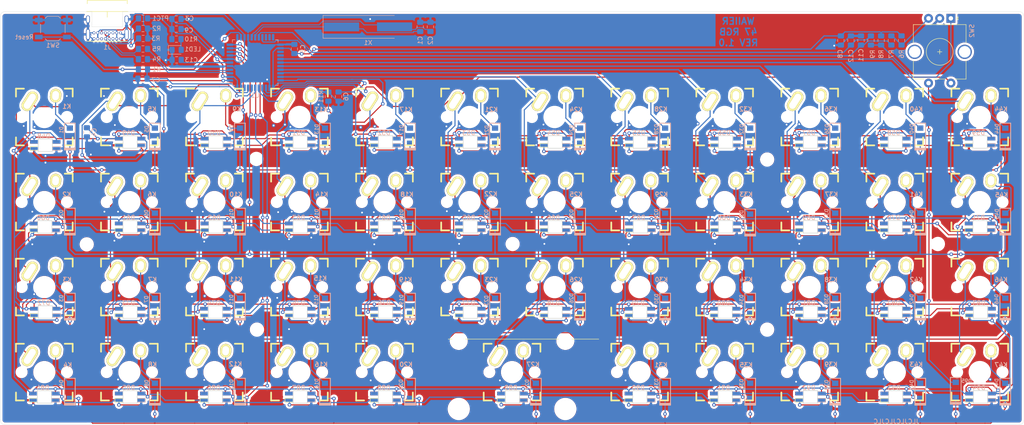
<source format=kicad_pcb>
(kicad_pcb (version 20171130) (host pcbnew "(5.1.0)-1")
  (layers (0 F.Cu signal) (31 B.Cu signal) (34 B.Paste user) (35 F.Paste user) (36 B.SilkS user) (37 F.SilkS user) (38 B.Mask user) (39 F.Mask user) (44 Edge.Cuts user))
  (net 0 "")
  (net 1 5V)
  (net 2 /ENCODER_BOUT)
  (net 3 /ENCODER_AOUT)
  (net 4 /ROW0)
  (net 5 "Net-(D1-Pad2)")
  (net 6 /ROW1)
  (net 7 "Net-(D2-Pad2)")
  (net 8 /ROW2)
  (net 9 "Net-(D3-Pad2)")
  (net 10 /ROW3)
  (net 11 "Net-(D4-Pad2)")
  (net 12 "Net-(D5-Pad2)")
  (net 13 "Net-(D6-Pad2)")
  (net 14 "Net-(D7-Pad2)")
  (net 15 "Net-(D8-Pad2)")
  (net 16 "Net-(D9-Pad2)")
  (net 17 "Net-(D10-Pad2)")
  (net 18 "Net-(D11-Pad2)")
  (net 19 "Net-(D12-Pad2)")
  (net 20 "Net-(D13-Pad2)")
  (net 21 "Net-(D14-Pad2)")
  (net 22 "Net-(D15-Pad2)")
  (net 23 "Net-(D16-Pad2)")
  (net 24 "Net-(D17-Pad2)")
  (net 25 "Net-(D18-Pad2)")
  (net 26 "Net-(D19-Pad2)")
  (net 27 "Net-(D20-Pad2)")
  (net 28 "Net-(D21-Pad2)")
  (net 29 "Net-(D22-Pad2)")
  (net 30 "Net-(D23-Pad2)")
  (net 31 "Net-(D24-Pad2)")
  (net 32 "Net-(D25-Pad2)")
  (net 33 "Net-(D26-Pad2)")
  (net 34 "Net-(D27-Pad2)")
  (net 35 "Net-(D28-Pad2)")
  (net 36 "Net-(D29-Pad2)")
  (net 37 "Net-(D30-Pad2)")
  (net 38 "Net-(D31-Pad2)")
  (net 39 "Net-(D32-Pad2)")
  (net 40 "Net-(D33-Pad2)")
  (net 41 "Net-(D34-Pad2)")
  (net 42 "Net-(D35-Pad2)")
  (net 43 "Net-(D36-Pad2)")
  (net 44 "Net-(D37-Pad2)")
  (net 45 "Net-(D38-Pad2)")
  (net 46 "Net-(D39-Pad2)")
  (net 47 "Net-(D40-Pad2)")
  (net 48 "Net-(D41-Pad2)")
  (net 49 "Net-(D42-Pad2)")
  (net 50 "Net-(D43-Pad2)")
  (net 51 "Net-(D44-Pad2)")
  (net 52 "Net-(D46-Pad2)")
  (net 53 "Net-(D48-Pad4)")
  (net 54 /RGB)
  (net 55 "Net-(D49-Pad4)")
  (net 56 "Net-(D50-Pad4)")
  (net 57 "Net-(D51-Pad4)")
  (net 58 "Net-(D52-Pad4)")
  (net 59 "Net-(D54-Pad4)")
  (net 60 "Net-(D56-Pad4)")
  (net 61 "Net-(D58-Pad4)")
  (net 62 "Net-(D60-Pad4)")
  (net 63 "Net-(D61-Pad2)")
  (net 64 "Net-(D63-Pad2)")
  (net 65 "Net-(D65-Pad2)")
  (net 66 "Net-(D67-Pad2)")
  (net 67 "Net-(D69-Pad2)")
  (net 68 "Net-(D73-Pad4)")
  (net 69 "Net-(D75-Pad4)")
  (net 70 "Net-(D77-Pad4)")
  (net 71 "Net-(D79-Pad4)")
  (net 72 "Net-(D81-Pad4)")
  (net 73 "Net-(D83-Pad4)")
  (net 74 "Net-(D84-Pad2)")
  (net 75 "Net-(D86-Pad2)")
  (net 76 "Net-(D88-Pad2)")
  (net 77 "Net-(D90-Pad2)")
  (net 78 /ENCODER_S1)
  (net 79 "Net-(J1-PadA5)")
  (net 80 VCC)
  (net 81 "Net-(J1-PadA8)")
  (net 82 "Net-(J1-PadB8)")
  (net 83 "Net-(J1-PadB5)")
  (net 84 /COL0)
  (net 85 /COL1)
  (net 86 /COL2)
  (net 87 /COL3)
  (net 88 /COL4)
  (net 89 /COL5)
  (net 90 /COL6)
  (net 91 /COL7)
  (net 92 /COL8)
  (net 93 /COL9)
  (net 94 /COL10)
  (net 95 /COL11)
  (net 96 "Net-(LED1-Pad2)")
  (net 97 /RESET)
  (net 98 /D-)
  (net 99 /D+)
  (net 100 /ENCODER_B)
  (net 101 /ENCODER_A)
  (net 102 "Net-(U1-Pad42)")
  (net 103 "Net-(U1-Pad26)")
  (net 104 "Net-(U1-Pad22)")
  (net 105 "Net-(U1-Pad21)")
  (net 106 "Net-(U1-Pad20)")
  (net 107 "Net-(U1-Pad12)")
  (net 108 "Net-(R11-Pad2)")
  (net 109 GND)
  (net 110 "Net-(D53-Pad4)")
  (net 111 "Net-(D55-Pad4)")
  (net 112 "Net-(D57-Pad4)")
  (net 113 "Net-(D59-Pad4)")
  (net 114 "Net-(D60-Pad2)")
  (net 115 "Net-(D62-Pad2)")
  (net 116 "Net-(D64-Pad2)")
  (net 117 "Net-(D66-Pad2)")
  (net 118 "Net-(D68-Pad2)")
  (net 119 "Net-(D70-Pad2)")
  (net 120 "Net-(D72-Pad4)")
  (net 121 "Net-(D74-Pad4)")
  (net 122 "Net-(D76-Pad4)")
  (net 123 "Net-(D78-Pad4)")
  (net 124 "Net-(D80-Pad4)")
  (net 125 "Net-(D82-Pad4)")
  (net 126 "Net-(D85-Pad2)")
  (net 127 "Net-(D87-Pad2)")
  (net 128 "Net-(D89-Pad2)")
  (net 129 "Net-(D91-Pad2)")
  (net 130 "Net-(D92-Pad2)")
  (net 131 "Net-(D45-Pad2)")
  (net 132 "Net-(D47-Pad2)")
  (net 133 /XTAL_P)
  (net 134 /XTAL_N)
  (net 135 "Net-(U1-Pad25)")
  (net 136 "Net-(J1-PadA6)")
  (net 137 "Net-(J1-PadA7)")
  (net 138 "Net-(C13-Pad1)")
  (net 139 "Net-(D84-Pad4)")
  (net 140 "Net-(D93-Pad2)")
  (module keebs:Mx_Alps_100 (layer F.Cu) (at 112.395 56.007)
    (fp_text reference K18 (at 5.0292 -1.7018) (layer B.SilkS) (effects (font (thickness 0.2)) (justify mirror)))
    (fp_text value KEYSW hide)
    (pad 2 thru_hole oval (at 2.52 -4.79 356.1) (size 2.5 3.08) (drill oval 1.5 2.08) (layers *.Cu *.Mask F.SilkS) (net 25 "Net-(D18-Pad2)"))
    (pad 1 thru_hole oval (at -3.255 -3.52 327.5) (size 2.5 4.75) (drill oval 1.5 3.75) (layers *.Cu *.Mask F.SilkS) (net 88 /COL4))
    (pad "" np_thru_hole circle (at 5.08 0) (size 1.7018 1.7018) (drill 1.7018) (layers *.Cu *.Mask))
    (pad "" np_thru_hole circle (at -5.08 0) (size 1.7018 1.7018) (drill 1.7018) (layers *.Cu *.Mask))
    (pad "" np_thru_hole circle (at 0 0) (size 3.9878 3.9878) (drill 3.9878) (layers *.Cu *.Mask))
  )
  (module keebs:Mx_Alps_100 (layer F.Cu) (at 131.445 56.007)
    (fp_text reference K22 (at 4.7752 -1.8034) (layer B.SilkS) (effects (font (thickness 0.2)) (justify mirror)))
    (fp_text value KEYSW hide)
    (pad 2 thru_hole oval (at 2.52 -4.79 356.1) (size 2.5 3.08) (drill oval 1.5 2.08) (layers *.Cu *.Mask F.SilkS) (net 29 "Net-(D22-Pad2)"))
    (pad 1 thru_hole oval (at -3.255 -3.52 327.5) (size 2.5 4.75) (drill oval 1.5 3.75) (layers *.Cu *.Mask F.SilkS) (net 89 /COL5))
    (pad "" np_thru_hole circle (at 5.08 0) (size 1.7018 1.7018) (drill 1.7018) (layers *.Cu *.Mask))
    (pad "" np_thru_hole circle (at -5.08 0) (size 1.7018 1.7018) (drill 1.7018) (layers *.Cu *.Mask))
    (pad "" np_thru_hole circle (at 0 0) (size 3.9878 3.9878) (drill 3.9878) (layers *.Cu *.Mask))
  )
  (module MountingHole:MountingHole_2.2mm_M2_DIN965 (layer F.Cu) (at 45.6946 65.4812)
    (fp_text reference "" (at 0 -2.9) (layer F.SilkS))
    (fp_text value MountingHole_2.2mm_M2_DIN965)
    (pad 1 np_thru_hole circle (at 0 0) (size 2.2 2.2) (drill 2.2) (layers *.Cu *.Mask))
  )
  (module keebs:Mx_Alps_100 (layer F.Cu) (at 36.195 56.007)
    (fp_text reference K2 (at 5.0292 -1.7018) (layer B.SilkS) (effects (font (thickness 0.2)) (justify mirror)))
    (fp_text value KEYSW hide)
    (pad 2 thru_hole oval (at 2.52 -4.79 356.1) (size 2.5 3.08) (drill oval 1.5 2.08) (layers *.Cu *.Mask F.SilkS) (net 7 "Net-(D2-Pad2)"))
    (pad 1 thru_hole oval (at -3.255 -3.52 327.5) (size 2.5 4.75) (drill oval 1.5 3.75) (layers *.Cu *.Mask F.SilkS) (net 84 /COL0))
    (pad "" np_thru_hole circle (at 5.08 0) (size 1.7018 1.7018) (drill 1.7018) (layers *.Cu *.Mask))
    (pad "" np_thru_hole circle (at -5.08 0) (size 1.7018 1.7018) (drill 1.7018) (layers *.Cu *.Mask))
    (pad "" np_thru_hole circle (at 0 0) (size 3.9878 3.9878) (drill 3.9878) (layers *.Cu *.Mask))
  )
  (module keebs:Mx_Alps_100 (layer F.Cu) (at 36.195 36.957)
    (fp_text reference K1 (at 5.0292 -2.3622) (layer B.SilkS) (effects (font (thickness 0.2)) (justify mirror)))
    (fp_text value KEYSW hide)
    (pad 2 thru_hole oval (at 2.52 -4.79 356.1) (size 2.5 3.08) (drill oval 1.5 2.08) (layers *.Cu *.Mask F.SilkS) (net 5 "Net-(D1-Pad2)"))
    (pad 1 thru_hole oval (at -3.255 -3.52 327.5) (size 2.5 4.75) (drill oval 1.5 3.75) (layers *.Cu *.Mask F.SilkS) (net 84 /COL0))
    (pad "" np_thru_hole circle (at 5.08 0) (size 1.7018 1.7018) (drill 1.7018) (layers *.Cu *.Mask))
    (pad "" np_thru_hole circle (at -5.08 0) (size 1.7018 1.7018) (drill 1.7018) (layers *.Cu *.Mask))
    (pad "" np_thru_hole circle (at 0 0) (size 3.9878 3.9878) (drill 3.9878) (layers *.Cu *.Mask))
  )
  (module Capacitor_SMD:C_0805_2012Metric_Pad1.15x1.40mm_HandSolder (layer B.Cu) (at 120.396 16.764 270)
    (fp_text reference C1 (at 3.048 0 270) (layer B.SilkS) (effects (justify mirror)))
    (fp_text value 22p)
    (pad 2 smd roundrect (at 1.025 0 270) (size 1.15 1.4) (layers B.Cu B.Paste B.Mask) (roundrect_rratio 0.217391) (net 133 /XTAL_P))
    (pad 1 smd roundrect (at -1.025 0 270) (size 1.15 1.4) (layers B.Cu B.Paste B.Mask) (roundrect_rratio 0.217391) (net 109 GND))
  )
  (module Capacitor_SMD:C_0805_2012Metric_Pad1.15x1.40mm_HandSolder (layer B.Cu) (at 122.682 16.764 270)
    (fp_text reference C2 (at 3.048 0 90) (layer B.SilkS) (effects (justify mirror)))
    (fp_text value 22p)
    (pad 2 smd roundrect (at 1.025 0 270) (size 1.15 1.4) (layers B.Cu B.Paste B.Mask) (roundrect_rratio 0.217391) (net 134 /XTAL_N))
    (pad 1 smd roundrect (at -1.025 0 270) (size 1.15 1.4) (layers B.Cu B.Paste B.Mask) (roundrect_rratio 0.217391) (net 109 GND))
  )
  (module Capacitor_SMD:C_0805_2012Metric_Pad1.15x1.40mm_HandSolder (layer B.Cu) (at 65.786 15.018 180)
    (fp_text reference C3 (at -2.921 0.127 180) (layer B.SilkS) (effects (justify mirror)))
    (fp_text value 0.1u)
    (pad 2 smd roundrect (at 1.025 0 180) (size 1.15 1.4) (layers B.Cu B.Paste B.Mask) (roundrect_rratio 0.217391) (net 1 5V))
    (pad 1 smd roundrect (at -1.025 0 180) (size 1.15 1.4) (layers B.Cu B.Paste B.Mask) (roundrect_rratio 0.217391) (net 109 GND))
  )
  (module Capacitor_SMD:C_0805_2012Metric_Pad1.15x1.40mm_HandSolder (layer B.Cu) (at 45.72 40.386 90)
    (fp_text reference C4 (at 0 1.65 90) (layer B.SilkS) (effects (justify mirror)))
    (fp_text value 0.1u)
    (pad 2 smd roundrect (at 1.025 0 90) (size 1.15 1.4) (layers B.Cu B.Paste B.Mask) (roundrect_rratio 0.217391) (net 1 5V))
    (pad 1 smd roundrect (at -1.025 0 90) (size 1.15 1.4) (layers B.Cu B.Paste B.Mask) (roundrect_rratio 0.217391) (net 109 GND))
  )
  (module Capacitor_SMD:C_0805_2012Metric_Pad1.15x1.40mm_HandSolder (layer B.Cu) (at 92.202 21.717 270)
    (fp_text reference C5 (at 0 -1.905 270) (layer B.SilkS) (effects (justify mirror)))
    (fp_text value 0.1u)
    (pad 2 smd roundrect (at 1.025 0 270) (size 1.15 1.4) (layers B.Cu B.Paste B.Mask) (roundrect_rratio 0.217391) (net 1 5V))
    (pad 1 smd roundrect (at -1.025 0 270) (size 1.15 1.4) (layers B.Cu B.Paste B.Mask) (roundrect_rratio 0.217391) (net 109 GND))
  )
  (module Capacitor_SMD:C_0805_2012Metric_Pad1.15x1.40mm_HandSolder (layer B.Cu) (at 102.108 32.385 90)
    (fp_text reference C6 (at 0 1.65 90) (layer B.SilkS) (effects (justify mirror)))
    (fp_text value 0.1u)
    (pad 2 smd roundrect (at 1.025 0 90) (size 1.15 1.4) (layers B.Cu B.Paste B.Mask) (roundrect_rratio 0.217391) (net 1 5V))
    (pad 1 smd roundrect (at -1.025 0 90) (size 1.15 1.4) (layers B.Cu B.Paste B.Mask) (roundrect_rratio 0.217391) (net 109 GND))
  )
  (module keyboard_parts:D_SOD123 (layer B.Cu) (at 41.91 41.148 90)
    (fp_text reference D1 (at 1.27 -1.905 90) (layer B.SilkS) (effects (font (size 0.8 0.8)) (justify mirror)))
    (fp_text value D hide)
    (pad 1 smd rect (at -1.7 0 90) (size 1.2 1.4) (layers B.Cu B.Paste B.Mask) (net 4 /ROW0))
    (pad 2 smd rect (at 1.7 0 90) (size 1.2 1.4) (layers B.Cu B.Paste B.Mask) (net 5 "Net-(D1-Pad2)"))
  )
  (module keyboard_parts:D_SOD123 (layer B.Cu) (at 41.91 60.198 90)
    (fp_text reference D2 (at 1.7272 -1.925 90) (layer B.SilkS) (effects (font (size 0.8 0.8)) (justify mirror)))
    (fp_text value D hide)
    (pad 1 smd rect (at -1.7 0 90) (size 1.2 1.4) (layers B.Cu B.Paste B.Mask) (net 6 /ROW1))
    (pad 2 smd rect (at 1.7 0 90) (size 1.2 1.4) (layers B.Cu B.Paste B.Mask) (net 7 "Net-(D2-Pad2)"))
  )
  (module keyboard_parts:D_SOD123 (layer B.Cu) (at 41.91 79.248 90)
    (fp_text reference D3 (at 1.6764 -1.925 90) (layer B.SilkS) (effects (font (size 0.8 0.8)) (justify mirror)))
    (fp_text value D hide)
    (pad 1 smd rect (at -1.7 0 90) (size 1.2 1.4) (layers B.Cu B.Paste B.Mask) (net 8 /ROW2))
    (pad 2 smd rect (at 1.7 0 90) (size 1.2 1.4) (layers B.Cu B.Paste B.Mask) (net 9 "Net-(D3-Pad2)"))
  )
  (module keyboard_parts:D_SOD123 (layer B.Cu) (at 41.91 98.298 90)
    (fp_text reference D4 (at 1.7272 -1.905 90) (layer B.SilkS) (effects (font (size 0.8 0.8)) (justify mirror)))
    (fp_text value D hide)
    (pad 1 smd rect (at -1.7 0 90) (size 1.2 1.4) (layers B.Cu B.Paste B.Mask) (net 10 /ROW3))
    (pad 2 smd rect (at 1.7 0 90) (size 1.2 1.4) (layers B.Cu B.Paste B.Mask) (net 11 "Net-(D4-Pad2)"))
  )
  (module keyboard_parts:D_SOD123 (layer B.Cu) (at 60.96 41.148 90)
    (fp_text reference D5 (at 1.4732 -1.8542 90) (layer B.SilkS) (effects (font (size 0.8 0.8)) (justify mirror)))
    (fp_text value D hide)
    (pad 1 smd rect (at -1.7 0 90) (size 1.2 1.4) (layers B.Cu B.Paste B.Mask) (net 4 /ROW0))
    (pad 2 smd rect (at 1.7 0 90) (size 1.2 1.4) (layers B.Cu B.Paste B.Mask) (net 12 "Net-(D5-Pad2)"))
  )
  (module keyboard_parts:D_SOD123 (layer B.Cu) (at 60.96 60.198 90)
    (fp_text reference D6 (at 1.7272 -1.925 90) (layer B.SilkS) (effects (font (size 0.8 0.8)) (justify mirror)))
    (fp_text value D hide)
    (pad 1 smd rect (at -1.7 0 90) (size 1.2 1.4) (layers B.Cu B.Paste B.Mask) (net 6 /ROW1))
    (pad 2 smd rect (at 1.7 0 90) (size 1.2 1.4) (layers B.Cu B.Paste B.Mask) (net 13 "Net-(D6-Pad2)"))
  )
  (module keyboard_parts:D_SOD123 (layer B.Cu) (at 60.96 79.248 90)
    (fp_text reference D7 (at 1.4732 -1.925 90) (layer B.SilkS) (effects (font (size 0.8 0.8)) (justify mirror)))
    (fp_text value D hide)
    (pad 1 smd rect (at -1.7 0 90) (size 1.2 1.4) (layers B.Cu B.Paste B.Mask) (net 8 /ROW2))
    (pad 2 smd rect (at 1.7 0 90) (size 1.2 1.4) (layers B.Cu B.Paste B.Mask) (net 14 "Net-(D7-Pad2)"))
  )
  (module keyboard_parts:D_SOD123 (layer B.Cu) (at 60.96 98.298 90)
    (fp_text reference D8 (at 1.7272 -1.8542 90) (layer B.SilkS) (effects (font (size 0.8 0.8)) (justify mirror)))
    (fp_text value D hide)
    (pad 1 smd rect (at -1.7 0 90) (size 1.2 1.4) (layers B.Cu B.Paste B.Mask) (net 10 /ROW3))
    (pad 2 smd rect (at 1.7 0 90) (size 1.2 1.4) (layers B.Cu B.Paste B.Mask) (net 15 "Net-(D8-Pad2)"))
  )
  (module keyboard_parts:D_SOD123 (layer B.Cu) (at 80.01 41.148 90)
    (fp_text reference D9 (at 1.6764 -1.925 90) (layer B.SilkS) (effects (font (size 0.8 0.8)) (justify mirror)))
    (fp_text value D hide)
    (pad 1 smd rect (at -1.7 0 90) (size 1.2 1.4) (layers B.Cu B.Paste B.Mask) (net 4 /ROW0))
    (pad 2 smd rect (at 1.7 0 90) (size 1.2 1.4) (layers B.Cu B.Paste B.Mask) (net 16 "Net-(D9-Pad2)"))
  )
  (module keyboard_parts:D_SOD123 (layer B.Cu) (at 80.01 60.198 90)
    (fp_text reference D10 (at 1.524 -1.925 90) (layer B.SilkS) (effects (font (size 0.8 0.8)) (justify mirror)))
    (fp_text value D hide)
    (pad 1 smd rect (at -1.7 0 90) (size 1.2 1.4) (layers B.Cu B.Paste B.Mask) (net 6 /ROW1))
    (pad 2 smd rect (at 1.7 0 90) (size 1.2 1.4) (layers B.Cu B.Paste B.Mask) (net 17 "Net-(D10-Pad2)"))
  )
  (module keyboard_parts:D_SOD123 (layer B.Cu) (at 80.01 79.248 90)
    (fp_text reference D11 (at 1.3716 -1.925 90) (layer B.SilkS) (effects (font (size 0.8 0.8)) (justify mirror)))
    (fp_text value D hide)
    (pad 1 smd rect (at -1.7 0 90) (size 1.2 1.4) (layers B.Cu B.Paste B.Mask) (net 8 /ROW2))
    (pad 2 smd rect (at 1.7 0 90) (size 1.2 1.4) (layers B.Cu B.Paste B.Mask) (net 18 "Net-(D11-Pad2)"))
  )
  (module keyboard_parts:D_SOD123 (layer B.Cu) (at 80.01 98.298 90)
    (fp_text reference D12 (at 1.4224 -1.905 90) (layer B.SilkS) (effects (font (size 0.8 0.8)) (justify mirror)))
    (fp_text value D hide)
    (pad 1 smd rect (at -1.7 0 90) (size 1.2 1.4) (layers B.Cu B.Paste B.Mask) (net 10 /ROW3))
    (pad 2 smd rect (at 1.7 0 90) (size 1.2 1.4) (layers B.Cu B.Paste B.Mask) (net 19 "Net-(D12-Pad2)"))
  )
  (module keyboard_parts:D_SOD123 (layer B.Cu) (at 99.06 41.148 90)
    (fp_text reference D13 (at 1.4732 -1.8542 90) (layer B.SilkS) (effects (font (size 0.8 0.8)) (justify mirror)))
    (fp_text value D hide)
    (pad 1 smd rect (at -1.7 0 90) (size 1.2 1.4) (layers B.Cu B.Paste B.Mask) (net 4 /ROW0))
    (pad 2 smd rect (at 1.7 0 90) (size 1.2 1.4) (layers B.Cu B.Paste B.Mask) (net 20 "Net-(D13-Pad2)"))
  )
  (module keyboard_parts:D_SOD123 (layer B.Cu) (at 99.06 60.198 90)
    (fp_text reference D14 (at 1.524 -1.8542 90) (layer B.SilkS) (effects (font (size 0.8 0.8)) (justify mirror)))
    (fp_text value D hide)
    (pad 1 smd rect (at -1.7 0 90) (size 1.2 1.4) (layers B.Cu B.Paste B.Mask) (net 6 /ROW1))
    (pad 2 smd rect (at 1.7 0 90) (size 1.2 1.4) (layers B.Cu B.Paste B.Mask) (net 21 "Net-(D14-Pad2)"))
  )
  (module keyboard_parts:D_SOD123 (layer B.Cu) (at 99.06 79.248 90)
    (fp_text reference D15 (at 1.3716 -1.9558 90) (layer B.SilkS) (effects (font (size 0.8 0.8)) (justify mirror)))
    (fp_text value D hide)
    (pad 1 smd rect (at -1.7 0 90) (size 1.2 1.4) (layers B.Cu B.Paste B.Mask) (net 8 /ROW2))
    (pad 2 smd rect (at 1.7 0 90) (size 1.2 1.4) (layers B.Cu B.Paste B.Mask) (net 22 "Net-(D15-Pad2)"))
  )
  (module keyboard_parts:D_SOD123 (layer B.Cu) (at 99.06 98.298 90)
    (fp_text reference D16 (at 1.6256 -1.8542 90) (layer B.SilkS) (effects (font (size 0.8 0.8)) (justify mirror)))
    (fp_text value D hide)
    (pad 1 smd rect (at -1.7 0 90) (size 1.2 1.4) (layers B.Cu B.Paste B.Mask) (net 10 /ROW3))
    (pad 2 smd rect (at 1.7 0 90) (size 1.2 1.4) (layers B.Cu B.Paste B.Mask) (net 23 "Net-(D16-Pad2)"))
  )
  (module keyboard_parts:D_SOD123 (layer B.Cu) (at 118.11 41.148 90)
    (fp_text reference D17 (at 1.27 -1.925 90) (layer B.SilkS) (effects (font (size 0.8 0.8)) (justify mirror)))
    (fp_text value D hide)
    (pad 1 smd rect (at -1.7 0 90) (size 1.2 1.4) (layers B.Cu B.Paste B.Mask) (net 4 /ROW0))
    (pad 2 smd rect (at 1.7 0 90) (size 1.2 1.4) (layers B.Cu B.Paste B.Mask) (net 24 "Net-(D17-Pad2)"))
  )
  (module keyboard_parts:D_SOD123 (layer B.Cu) (at 118.11 60.198 90)
    (fp_text reference D18 (at 1.4224 -1.905 90) (layer B.SilkS) (effects (font (size 0.8 0.8)) (justify mirror)))
    (fp_text value D hide)
    (pad 1 smd rect (at -1.7 0 90) (size 1.2 1.4) (layers B.Cu B.Paste B.Mask) (net 6 /ROW1))
    (pad 2 smd rect (at 1.7 0 90) (size 1.2 1.4) (layers B.Cu B.Paste B.Mask) (net 25 "Net-(D18-Pad2)"))
  )
  (module keyboard_parts:D_SOD123 (layer B.Cu) (at 118.11 79.248 90)
    (fp_text reference D19 (at 1.3716 -1.925 90) (layer B.SilkS) (effects (font (size 0.8 0.8)) (justify mirror)))
    (fp_text value D hide)
    (pad 1 smd rect (at -1.7 0 90) (size 1.2 1.4) (layers B.Cu B.Paste B.Mask) (net 8 /ROW2))
    (pad 2 smd rect (at 1.7 0 90) (size 1.2 1.4) (layers B.Cu B.Paste B.Mask) (net 26 "Net-(D19-Pad2)"))
  )
  (module keyboard_parts:D_SOD123 (layer B.Cu) (at 118.11 98.298 90)
    (fp_text reference D20 (at 1.4224 -2.0066 90) (layer B.SilkS) (effects (font (size 0.8 0.8)) (justify mirror)))
    (fp_text value D hide)
    (pad 1 smd rect (at -1.7 0 90) (size 1.2 1.4) (layers B.Cu B.Paste B.Mask) (net 10 /ROW3))
    (pad 2 smd rect (at 1.7 0 90) (size 1.2 1.4) (layers B.Cu B.Paste B.Mask) (net 27 "Net-(D20-Pad2)"))
  )
  (module keyboard_parts:D_SOD123 (layer B.Cu) (at 137.16 41.148 90)
    (fp_text reference D21 (at 1.1684 -1.8542 90) (layer B.SilkS) (effects (font (size 0.8 0.8)) (justify mirror)))
    (fp_text value D hide)
    (pad 1 smd rect (at -1.7 0 90) (size 1.2 1.4) (layers B.Cu B.Paste B.Mask) (net 4 /ROW0))
    (pad 2 smd rect (at 1.7 0 90) (size 1.2 1.4) (layers B.Cu B.Paste B.Mask) (net 28 "Net-(D21-Pad2)"))
  )
  (module keyboard_parts:D_SOD123 (layer B.Cu) (at 137.16 60.198 90)
    (fp_text reference D22 (at 1.4224 -1.925 90) (layer B.SilkS) (effects (font (size 0.8 0.8)) (justify mirror)))
    (fp_text value D hide)
    (pad 1 smd rect (at -1.7 0 90) (size 1.2 1.4) (layers B.Cu B.Paste B.Mask) (net 6 /ROW1))
    (pad 2 smd rect (at 1.7 0 90) (size 1.2 1.4) (layers B.Cu B.Paste B.Mask) (net 29 "Net-(D22-Pad2)"))
  )
  (module keyboard_parts:D_SOD123 (layer B.Cu) (at 137.16 79.248 90)
    (fp_text reference D23 (at 1.1684 -1.925 90) (layer B.SilkS) (effects (font (size 0.8 0.8)) (justify mirror)))
    (fp_text value D hide)
    (pad 1 smd rect (at -1.7 0 90) (size 1.2 1.4) (layers B.Cu B.Paste B.Mask) (net 8 /ROW2))
    (pad 2 smd rect (at 1.7 0 90) (size 1.2 1.4) (layers B.Cu B.Paste B.Mask) (net 30 "Net-(D23-Pad2)"))
  )
  (module keyboard_parts:D_SOD123 (layer B.Cu) (at 156.21 41.148 90)
    (fp_text reference D24 (at 1.27 -1.925 90) (layer B.SilkS) (effects (font (size 0.8 0.8)) (justify mirror)))
    (fp_text value D hide)
    (pad 1 smd rect (at -1.7 0 90) (size 1.2 1.4) (layers B.Cu B.Paste B.Mask) (net 4 /ROW0))
    (pad 2 smd rect (at 1.7 0 90) (size 1.2 1.4) (layers B.Cu B.Paste B.Mask) (net 31 "Net-(D24-Pad2)"))
  )
  (module keyboard_parts:D_SOD123 (layer B.Cu) (at 156.21 60.198 90)
    (fp_text reference D25 (at 1.4224 -1.905 90) (layer B.SilkS) (effects (font (size 0.8 0.8)) (justify mirror)))
    (fp_text value D hide)
    (pad 1 smd rect (at -1.7 0 90) (size 1.2 1.4) (layers B.Cu B.Paste B.Mask) (net 6 /ROW1))
    (pad 2 smd rect (at 1.7 0 90) (size 1.2 1.4) (layers B.Cu B.Paste B.Mask) (net 32 "Net-(D25-Pad2)"))
  )
  (module keyboard_parts:D_SOD123 (layer B.Cu) (at 156.21 79.248 90)
    (fp_text reference D26 (at 1.6764 -1.925 90) (layer B.SilkS) (effects (font (size 0.8 0.8)) (justify mirror)))
    (fp_text value D hide)
    (pad 1 smd rect (at -1.7 0 90) (size 1.2 1.4) (layers B.Cu B.Paste B.Mask) (net 8 /ROW2))
    (pad 2 smd rect (at 1.7 0 90) (size 1.2 1.4) (layers B.Cu B.Paste B.Mask) (net 33 "Net-(D26-Pad2)"))
  )
  (module keyboard_parts:D_SOD123 (layer B.Cu) (at 146.304 98.298 90)
    (fp_text reference D27 (at 1.4224 -1.9558 90) (layer B.SilkS) (effects (font (size 0.8 0.8)) (justify mirror)))
    (fp_text value D hide)
    (pad 1 smd rect (at -1.7 0 90) (size 1.2 1.4) (layers B.Cu B.Paste B.Mask) (net 10 /ROW3))
    (pad 2 smd rect (at 1.7 0 90) (size 1.2 1.4) (layers B.Cu B.Paste B.Mask) (net 34 "Net-(D27-Pad2)"))
  )
  (module keyboard_parts:D_SOD123 (layer B.Cu) (at 175.26 41.148 90)
    (fp_text reference D28 (at 1.4732 -1.9558 90) (layer B.SilkS) (effects (font (size 0.8 0.8)) (justify mirror)))
    (fp_text value D hide)
    (pad 1 smd rect (at -1.7 0 90) (size 1.2 1.4) (layers B.Cu B.Paste B.Mask) (net 4 /ROW0))
    (pad 2 smd rect (at 1.7 0 90) (size 1.2 1.4) (layers B.Cu B.Paste B.Mask) (net 35 "Net-(D28-Pad2)"))
  )
  (module keyboard_parts:D_SOD123 (layer B.Cu) (at 175.26 60.198 90)
    (fp_text reference D29 (at 1.524 -1.9558 90) (layer B.SilkS) (effects (font (size 0.8 0.8)) (justify mirror)))
    (fp_text value D hide)
    (pad 1 smd rect (at -1.7 0 90) (size 1.2 1.4) (layers B.Cu B.Paste B.Mask) (net 6 /ROW1))
    (pad 2 smd rect (at 1.7 0 90) (size 1.2 1.4) (layers B.Cu B.Paste B.Mask) (net 36 "Net-(D29-Pad2)"))
  )
  (module keyboard_parts:D_SOD123 (layer B.Cu) (at 175.26 79.248 90)
    (fp_text reference D30 (at 1.5748 -1.925 90) (layer B.SilkS) (effects (font (size 0.8 0.8)) (justify mirror)))
    (fp_text value D hide)
    (pad 1 smd rect (at -1.7 0 90) (size 1.2 1.4) (layers B.Cu B.Paste B.Mask) (net 8 /ROW2))
    (pad 2 smd rect (at 1.7 0 90) (size 1.2 1.4) (layers B.Cu B.Paste B.Mask) (net 37 "Net-(D30-Pad2)"))
  )
  (module keyboard_parts:D_SOD123 (layer B.Cu) (at 175.26 98.298 90)
    (fp_text reference D31 (at 1.6256 -1.925 90) (layer B.SilkS) (effects (font (size 0.8 0.8)) (justify mirror)))
    (fp_text value D hide)
    (pad 1 smd rect (at -1.7 0 90) (size 1.2 1.4) (layers B.Cu B.Paste B.Mask) (net 10 /ROW3))
    (pad 2 smd rect (at 1.7 0 90) (size 1.2 1.4) (layers B.Cu B.Paste B.Mask) (net 38 "Net-(D31-Pad2)"))
  )
  (module keyboard_parts:D_SOD123 (layer B.Cu) (at 194.31 41.148 90)
    (fp_text reference D32 (at 1.4732 -1.905 90) (layer B.SilkS) (effects (font (size 0.8 0.8)) (justify mirror)))
    (fp_text value D hide)
    (pad 1 smd rect (at -1.7 0 90) (size 1.2 1.4) (layers B.Cu B.Paste B.Mask) (net 4 /ROW0))
    (pad 2 smd rect (at 1.7 0 90) (size 1.2 1.4) (layers B.Cu B.Paste B.Mask) (net 39 "Net-(D32-Pad2)"))
  )
  (module keyboard_parts:D_SOD123 (layer B.Cu) (at 194.31 60.403 90)
    (fp_text reference D33 (at 1.4242 -1.925 90) (layer B.SilkS) (effects (font (size 0.8 0.8)) (justify mirror)))
    (fp_text value D hide)
    (pad 1 smd rect (at -1.7 0 90) (size 1.2 1.4) (layers B.Cu B.Paste B.Mask) (net 6 /ROW1))
    (pad 2 smd rect (at 1.7 0 90) (size 1.2 1.4) (layers B.Cu B.Paste B.Mask) (net 40 "Net-(D33-Pad2)"))
  )
  (module keyboard_parts:D_SOD123 (layer B.Cu) (at 194.31 79.248 90)
    (fp_text reference D34 (at 1.3716 -1.925 90) (layer B.SilkS) (effects (font (size 0.8 0.8)) (justify mirror)))
    (fp_text value D hide)
    (pad 1 smd rect (at -1.7 0 90) (size 1.2 1.4) (layers B.Cu B.Paste B.Mask) (net 8 /ROW2))
    (pad 2 smd rect (at 1.7 0 90) (size 1.2 1.4) (layers B.Cu B.Paste B.Mask) (net 41 "Net-(D34-Pad2)"))
  )
  (module keyboard_parts:D_SOD123 (layer B.Cu) (at 194.31 98.298 90)
    (fp_text reference D35 (at 1.524 -1.925 90) (layer B.SilkS) (effects (font (size 0.8 0.8)) (justify mirror)))
    (fp_text value D hide)
    (pad 1 smd rect (at -1.7 0 90) (size 1.2 1.4) (layers B.Cu B.Paste B.Mask) (net 10 /ROW3))
    (pad 2 smd rect (at 1.7 0 90) (size 1.2 1.4) (layers B.Cu B.Paste B.Mask) (net 42 "Net-(D35-Pad2)"))
  )
  (module keyboard_parts:D_SOD123 (layer B.Cu) (at 213.36 41.148 90)
    (fp_text reference D36 (at 1.4732 -1.8542 90) (layer B.SilkS) (effects (font (size 0.8 0.8)) (justify mirror)))
    (fp_text value D hide)
    (pad 1 smd rect (at -1.7 0 90) (size 1.2 1.4) (layers B.Cu B.Paste B.Mask) (net 4 /ROW0))
    (pad 2 smd rect (at 1.7 0 90) (size 1.2 1.4) (layers B.Cu B.Paste B.Mask) (net 43 "Net-(D36-Pad2)"))
  )
  (module keyboard_parts:D_SOD123 (layer B.Cu) (at 213.36 60.198 90)
    (fp_text reference D37 (at 1.524 -1.925 90) (layer B.SilkS) (effects (font (size 0.8 0.8)) (justify mirror)))
    (fp_text value D hide)
    (pad 1 smd rect (at -1.7 0 90) (size 1.2 1.4) (layers B.Cu B.Paste B.Mask) (net 6 /ROW1))
    (pad 2 smd rect (at 1.7 0 90) (size 1.2 1.4) (layers B.Cu B.Paste B.Mask) (net 44 "Net-(D37-Pad2)"))
  )
  (module keyboard_parts:D_SOD123 (layer B.Cu) (at 213.36 79.248 90)
    (fp_text reference D38 (at 1.4732 -1.9558 90) (layer B.SilkS) (effects (font (size 0.8 0.8)) (justify mirror)))
    (fp_text value D hide)
    (pad 1 smd rect (at -1.7 0 90) (size 1.2 1.4) (layers B.Cu B.Paste B.Mask) (net 8 /ROW2))
    (pad 2 smd rect (at 1.7 0 90) (size 1.2 1.4) (layers B.Cu B.Paste B.Mask) (net 45 "Net-(D38-Pad2)"))
  )
  (module keyboard_parts:D_SOD123 (layer B.Cu) (at 213.36 98.298 90)
    (fp_text reference D39 (at 1.3208 -1.925 90) (layer B.SilkS) (effects (font (size 0.8 0.8)) (justify mirror)))
    (fp_text value D hide)
    (pad 1 smd rect (at -1.7 0 90) (size 1.2 1.4) (layers B.Cu B.Paste B.Mask) (net 10 /ROW3))
    (pad 2 smd rect (at 1.7 0 90) (size 1.2 1.4) (layers B.Cu B.Paste B.Mask) (net 46 "Net-(D39-Pad2)"))
  )
  (module keyboard_parts:D_SOD123 (layer B.Cu) (at 232.41 41.148 90)
    (fp_text reference D40 (at 1.5748 -1.905 90) (layer B.SilkS) (effects (font (size 0.8 0.8)) (justify mirror)))
    (fp_text value D hide)
    (pad 1 smd rect (at -1.7 0 90) (size 1.2 1.4) (layers B.Cu B.Paste B.Mask) (net 4 /ROW0))
    (pad 2 smd rect (at 1.7 0 90) (size 1.2 1.4) (layers B.Cu B.Paste B.Mask) (net 47 "Net-(D40-Pad2)"))
  )
  (module keyboard_parts:D_SOD123 (layer B.Cu) (at 232.41 60.198 90)
    (fp_text reference D41 (at 1.2192 -1.925 90) (layer B.SilkS) (effects (font (size 0.8 0.8)) (justify mirror)))
    (fp_text value D hide)
    (pad 1 smd rect (at -1.7 0 90) (size 1.2 1.4) (layers B.Cu B.Paste B.Mask) (net 6 /ROW1))
    (pad 2 smd rect (at 1.7 0 90) (size 1.2 1.4) (layers B.Cu B.Paste B.Mask) (net 48 "Net-(D41-Pad2)"))
  )
  (module keyboard_parts:D_SOD123 (layer B.Cu) (at 232.41 79.248 90)
    (fp_text reference D42 (at 1.4732 -1.905 90) (layer B.SilkS) (effects (font (size 0.8 0.8)) (justify mirror)))
    (fp_text value D hide)
    (pad 1 smd rect (at -1.7 0 90) (size 1.2 1.4) (layers B.Cu B.Paste B.Mask) (net 8 /ROW2))
    (pad 2 smd rect (at 1.7 0 90) (size 1.2 1.4) (layers B.Cu B.Paste B.Mask) (net 49 "Net-(D42-Pad2)"))
  )
  (module keyboard_parts:D_SOD123 (layer B.Cu) (at 232.41 98.298 90)
    (fp_text reference D43 (at 1.3208 -1.905 90) (layer B.SilkS) (effects (font (size 0.8 0.8)) (justify mirror)))
    (fp_text value D hide)
    (pad 1 smd rect (at -1.7 0 90) (size 1.2 1.4) (layers B.Cu B.Paste B.Mask) (net 10 /ROW3))
    (pad 2 smd rect (at 1.7 0 90) (size 1.2 1.4) (layers B.Cu B.Paste B.Mask) (net 50 "Net-(D43-Pad2)"))
  )
  (module keyboard_parts:D_SOD123 (layer B.Cu) (at 251.46 41.148 90)
    (fp_text reference D44 (at 1.5748 -1.8542 90) (layer B.SilkS) (effects (font (size 0.8 0.8)) (justify mirror)))
    (fp_text value D hide)
    (pad 1 smd rect (at -1.7 0 90) (size 1.2 1.4) (layers B.Cu B.Paste B.Mask) (net 4 /ROW0))
    (pad 2 smd rect (at 1.7 0 90) (size 1.2 1.4) (layers B.Cu B.Paste B.Mask) (net 51 "Net-(D44-Pad2)"))
  )
  (module keyboard_parts:D_SOD123 (layer B.Cu) (at 251.46 60.198 90)
    (fp_text reference D45 (at 1.524 -1.8542 90) (layer B.SilkS) (effects (font (size 0.8 0.8)) (justify mirror)))
    (fp_text value D hide)
    (pad 1 smd rect (at -1.7 0 90) (size 1.2 1.4) (layers B.Cu B.Paste B.Mask) (net 6 /ROW1))
    (pad 2 smd rect (at 1.7 0 90) (size 1.2 1.4) (layers B.Cu B.Paste B.Mask) (net 131 "Net-(D45-Pad2)"))
  )
  (module keyboard_parts:D_SOD123 (layer B.Cu) (at 251.46 79.248 90)
    (fp_text reference D46 (at 1.4732 -1.9558 90) (layer B.SilkS) (effects (font (size 0.8 0.8)) (justify mirror)))
    (fp_text value D hide)
    (pad 1 smd rect (at -1.7 0 90) (size 1.2 1.4) (layers B.Cu B.Paste B.Mask) (net 8 /ROW2))
    (pad 2 smd rect (at 1.7 0 90) (size 1.2 1.4) (layers B.Cu B.Paste B.Mask) (net 52 "Net-(D46-Pad2)"))
  )
  (module keyboard_parts:D_SOD123 (layer B.Cu) (at 251.46 98.298 90)
    (fp_text reference D47 (at 1.6256 -1.925 90) (layer B.SilkS) (effects (font (size 0.8 0.8)) (justify mirror)))
    (fp_text value D hide)
    (pad 1 smd rect (at -1.7 0 90) (size 1.2 1.4) (layers B.Cu B.Paste B.Mask) (net 10 /ROW3))
    (pad 2 smd rect (at 1.7 0 90) (size 1.2 1.4) (layers B.Cu B.Paste B.Mask) (net 132 "Net-(D47-Pad2)"))
  )
  (module Type-C:USB_C_GCT_USB4085 (layer F.Cu) (at 50.292 13.335 180)
    (fp_text reference J1 (at 0 -8.001 180) (layer B.SilkS) (effects (justify mirror)))
    (fp_text value USB_C_Receptacle_USB2.0)
    (pad A5 thru_hole circle (at -1.275 -6.1 180) (size 0.65 0.65) (drill 0.4) (layers *.Cu *.Mask) (net 79 "Net-(J1-PadA5)"))
    (pad A1 thru_hole circle (at -2.975 -6.1 180) (size 0.65 0.65) (drill 0.4) (layers *.Cu *.Mask) (net 109 GND))
    (pad A4 thru_hole circle (at -2.125 -6.1 180) (size 0.65 0.65) (drill 0.4) (layers *.Cu *.Mask) (net 80 VCC))
    (pad A6 thru_hole circle (at -0.425 -6.1 180) (size 0.65 0.65) (drill 0.4) (layers *.Cu *.Mask) (net 136 "Net-(J1-PadA6)"))
    (pad A7 thru_hole circle (at 0.425 -6.1 180) (size 0.65 0.65) (drill 0.4) (layers *.Cu *.Mask) (net 137 "Net-(J1-PadA7)"))
    (pad A8 thru_hole circle (at 1.275 -6.1 180) (size 0.65 0.65) (drill 0.4) (layers *.Cu *.Mask) (net 81 "Net-(J1-PadA8)"))
    (pad A9 thru_hole circle (at 2.125 -6.1 180) (size 0.65 0.65) (drill 0.4) (layers *.Cu *.Mask) (net 80 VCC))
    (pad A12 thru_hole circle (at 2.975 -6.1 180) (size 0.65 0.65) (drill 0.4) (layers *.Cu *.Mask) (net 109 GND))
    (pad B12 thru_hole circle (at -2.975 -4.775 180) (size 0.65 0.65) (drill 0.4) (layers *.Cu *.Mask) (net 109 GND))
    (pad B9 thru_hole circle (at -2.12 -4.775 180) (size 0.65 0.65) (drill 0.4) (layers *.Cu *.Mask) (net 80 VCC))
    (pad B8 thru_hole circle (at -1.27 -4.775 180) (size 0.65 0.65) (drill 0.4) (layers *.Cu *.Mask) (net 82 "Net-(J1-PadB8)"))
    (pad B7 thru_hole circle (at -0.42 -4.775 180) (size 0.65 0.65) (drill 0.4) (layers *.Cu *.Mask) (net 137 "Net-(J1-PadA7)"))
    (pad B6 thru_hole circle (at 0.43 -4.775 180) (size 0.65 0.65) (drill 0.4) (layers *.Cu *.Mask) (net 136 "Net-(J1-PadA6)"))
    (pad B5 thru_hole circle (at 1.28 -4.775 180) (size 0.65 0.65) (drill 0.4) (layers *.Cu *.Mask) (net 83 "Net-(J1-PadB5)"))
    (pad B4 thru_hole circle (at 2.13 -4.775 180) (size 0.65 0.65) (drill 0.4) (layers *.Cu *.Mask) (net 80 VCC))
    (pad B1 thru_hole circle (at 2.98 -4.775 180) (size 0.65 0.65) (drill 0.4) (layers *.Cu *.Mask) (net 109 GND))
    (pad S1 thru_hole oval (at -4.325 -5.12 180) (size 0.9 2.4) (drill oval 0.6 2.1) (layers *.Cu *.Mask) (net 109 GND))
    (pad S1 thru_hole oval (at 4.325 -5.12 180) (size 0.9 2.4) (drill oval 0.6 2.1) (layers *.Cu *.Mask) (net 109 GND))
    (pad S1 thru_hole oval (at -4.325 -1.74 180) (size 0.9 1.7) (drill oval 0.6 1.4) (layers *.Cu *.Mask) (net 109 GND))
    (pad S1 thru_hole oval (at 4.325 -1.74 180) (size 0.9 1.7) (drill oval 0.6 1.4) (layers *.Cu *.Mask) (net 109 GND))
  )
  (module keebs:Mx_Alps_100 (layer F.Cu) (at 36.195 94.107)
    (fp_text reference K4 (at 5.2324 -1.6002) (layer B.SilkS) (effects (font (thickness 0.2)) (justify mirror)))
    (fp_text value KEYSW hide)
    (pad 2 thru_hole oval (at 2.52 -4.79 356.1) (size 2.5 3.08) (drill oval 1.5 2.08) (layers *.Cu *.Mask F.SilkS) (net 11 "Net-(D4-Pad2)"))
    (pad 1 thru_hole oval (at -3.255 -3.52 327.5) (size 2.5 4.75) (drill oval 1.5 3.75) (layers *.Cu *.Mask F.SilkS) (net 84 /COL0))
    (pad "" np_thru_hole circle (at 5.08 0) (size 1.7018 1.7018) (drill 1.7018) (layers *.Cu *.Mask))
    (pad "" np_thru_hole circle (at -5.08 0) (size 1.7018 1.7018) (drill 1.7018) (layers *.Cu *.Mask))
    (pad "" np_thru_hole circle (at 0 0) (size 3.9878 3.9878) (drill 3.9878) (layers *.Cu *.Mask))
  )
  (module keebs:Mx_Alps_100 (layer F.Cu) (at 55.245 36.957)
    (fp_text reference K5 (at 5.08 -1.7526) (layer B.SilkS) (effects (font (thickness 0.2)) (justify mirror)))
    (fp_text value KEYSW hide)
    (pad 2 thru_hole oval (at 2.52 -4.79 356.1) (size 2.5 3.08) (drill oval 1.5 2.08) (layers *.Cu *.Mask F.SilkS) (net 12 "Net-(D5-Pad2)"))
    (pad 1 thru_hole oval (at -3.255 -3.52 327.5) (size 2.5 4.75) (drill oval 1.5 3.75) (layers *.Cu *.Mask F.SilkS) (net 85 /COL1))
    (pad "" np_thru_hole circle (at 5.08 0) (size 1.7018 1.7018) (drill 1.7018) (layers *.Cu *.Mask))
    (pad "" np_thru_hole circle (at -5.08 0) (size 1.7018 1.7018) (drill 1.7018) (layers *.Cu *.Mask))
    (pad "" np_thru_hole circle (at 0 0) (size 3.9878 3.9878) (drill 3.9878) (layers *.Cu *.Mask))
  )
  (module keebs:Mx_Alps_100 (layer F.Cu) (at 55.245 56.007)
    (fp_text reference K6 (at 5.08 -1.7018) (layer B.SilkS) (effects (font (thickness 0.2)) (justify mirror)))
    (fp_text value KEYSW hide)
    (pad 2 thru_hole oval (at 2.52 -4.79 356.1) (size 2.5 3.08) (drill oval 1.5 2.08) (layers *.Cu *.Mask F.SilkS) (net 13 "Net-(D6-Pad2)"))
    (pad 1 thru_hole oval (at -3.255 -3.52 327.5) (size 2.5 4.75) (drill oval 1.5 3.75) (layers *.Cu *.Mask F.SilkS) (net 85 /COL1))
    (pad "" np_thru_hole circle (at 5.08 0) (size 1.7018 1.7018) (drill 1.7018) (layers *.Cu *.Mask))
    (pad "" np_thru_hole circle (at -5.08 0) (size 1.7018 1.7018) (drill 1.7018) (layers *.Cu *.Mask))
    (pad "" np_thru_hole circle (at 0 0) (size 3.9878 3.9878) (drill 3.9878) (layers *.Cu *.Mask))
  )
  (module keebs:Mx_Alps_100 (layer F.Cu) (at 55.245 75.057)
    (fp_text reference K7 (at 5.1816 -1.651) (layer B.SilkS) (effects (font (thickness 0.2)) (justify mirror)))
    (fp_text value KEYSW hide)
    (pad 2 thru_hole oval (at 2.52 -4.79 356.1) (size 2.5 3.08) (drill oval 1.5 2.08) (layers *.Cu *.Mask F.SilkS) (net 14 "Net-(D7-Pad2)"))
    (pad 1 thru_hole oval (at -3.255 -3.52 327.5) (size 2.5 4.75) (drill oval 1.5 3.75) (layers *.Cu *.Mask F.SilkS) (net 85 /COL1))
    (pad "" np_thru_hole circle (at 5.08 0) (size 1.7018 1.7018) (drill 1.7018) (layers *.Cu *.Mask))
    (pad "" np_thru_hole circle (at -5.08 0) (size 1.7018 1.7018) (drill 1.7018) (layers *.Cu *.Mask))
    (pad "" np_thru_hole circle (at 0 0) (size 3.9878 3.9878) (drill 3.9878) (layers *.Cu *.Mask))
  )
  (module keebs:Mx_Alps_100 (layer F.Cu) (at 55.245 94.107)
    (fp_text reference K8 (at 5.1816 -1.7018) (layer B.SilkS) (effects (font (thickness 0.2)) (justify mirror)))
    (fp_text value KEYSW hide)
    (pad 2 thru_hole oval (at 2.52 -4.79 356.1) (size 2.5 3.08) (drill oval 1.5 2.08) (layers *.Cu *.Mask F.SilkS) (net 15 "Net-(D8-Pad2)"))
    (pad 1 thru_hole oval (at -3.255 -3.52 327.5) (size 2.5 4.75) (drill oval 1.5 3.75) (layers *.Cu *.Mask F.SilkS) (net 85 /COL1))
    (pad "" np_thru_hole circle (at 5.08 0) (size 1.7018 1.7018) (drill 1.7018) (layers *.Cu *.Mask))
    (pad "" np_thru_hole circle (at -5.08 0) (size 1.7018 1.7018) (drill 1.7018) (layers *.Cu *.Mask))
    (pad "" np_thru_hole circle (at 0 0) (size 3.9878 3.9878) (drill 3.9878) (layers *.Cu *.Mask))
  )
  (module keebs:Mx_Alps_100 (layer F.Cu) (at 74.295 36.957)
    (fp_text reference K9 (at 5.0292 -1.7526) (layer B.SilkS) (effects (font (thickness 0.2)) (justify mirror)))
    (fp_text value KEYSW hide)
    (pad 2 thru_hole oval (at 2.52 -4.79 356.1) (size 2.5 3.08) (drill oval 1.5 2.08) (layers *.Cu *.Mask F.SilkS) (net 16 "Net-(D9-Pad2)"))
    (pad 1 thru_hole oval (at -3.255 -3.52 327.5) (size 2.5 4.75) (drill oval 1.5 3.75) (layers *.Cu *.Mask F.SilkS) (net 86 /COL2))
    (pad "" np_thru_hole circle (at 5.08 0) (size 1.7018 1.7018) (drill 1.7018) (layers *.Cu *.Mask))
    (pad "" np_thru_hole circle (at -5.08 0) (size 1.7018 1.7018) (drill 1.7018) (layers *.Cu *.Mask))
    (pad "" np_thru_hole circle (at 0 0) (size 3.9878 3.9878) (drill 3.9878) (layers *.Cu *.Mask))
  )
  (module keebs:Mx_Alps_100 (layer F.Cu) (at 74.295 56.007)
    (fp_text reference K10 (at 4.826 -1.7018) (layer B.SilkS) (effects (font (thickness 0.2)) (justify mirror)))
    (fp_text value KEYSW hide)
    (pad 2 thru_hole oval (at 2.52 -4.79 356.1) (size 2.5 3.08) (drill oval 1.5 2.08) (layers *.Cu *.Mask F.SilkS) (net 17 "Net-(D10-Pad2)"))
    (pad 1 thru_hole oval (at -3.255 -3.52 327.5) (size 2.5 4.75) (drill oval 1.5 3.75) (layers *.Cu *.Mask F.SilkS) (net 86 /COL2))
    (pad "" np_thru_hole circle (at 5.08 0) (size 1.7018 1.7018) (drill 1.7018) (layers *.Cu *.Mask))
    (pad "" np_thru_hole circle (at -5.08 0) (size 1.7018 1.7018) (drill 1.7018) (layers *.Cu *.Mask))
    (pad "" np_thru_hole circle (at 0 0) (size 3.9878 3.9878) (drill 3.9878) (layers *.Cu *.Mask))
  )
  (module keebs:Mx_Alps_100 (layer F.Cu) (at 74.295 75.057)
    (fp_text reference K11 (at 4.826 -1.7526) (layer B.SilkS) (effects (font (thickness 0.2)) (justify mirror)))
    (fp_text value KEYSW hide)
    (pad 2 thru_hole oval (at 2.52 -4.79 356.1) (size 2.5 3.08) (drill oval 1.5 2.08) (layers *.Cu *.Mask F.SilkS) (net 18 "Net-(D11-Pad2)"))
    (pad 1 thru_hole oval (at -3.255 -3.52 327.5) (size 2.5 4.75) (drill oval 1.5 3.75) (layers *.Cu *.Mask F.SilkS) (net 86 /COL2))
    (pad "" np_thru_hole circle (at 5.08 0) (size 1.7018 1.7018) (drill 1.7018) (layers *.Cu *.Mask))
    (pad "" np_thru_hole circle (at -5.08 0) (size 1.7018 1.7018) (drill 1.7018) (layers *.Cu *.Mask))
    (pad "" np_thru_hole circle (at 0 0) (size 3.9878 3.9878) (drill 3.9878) (layers *.Cu *.Mask))
  )
  (module keebs:Mx_Alps_100 (layer F.Cu) (at 74.295 94.107)
    (fp_text reference K12 (at 4.7244 -1.8034) (layer B.SilkS) (effects (font (thickness 0.2)) (justify mirror)))
    (fp_text value KEYSW hide)
    (pad 2 thru_hole oval (at 2.52 -4.79 356.1) (size 2.5 3.08) (drill oval 1.5 2.08) (layers *.Cu *.Mask F.SilkS) (net 19 "Net-(D12-Pad2)"))
    (pad 1 thru_hole oval (at -3.255 -3.52 327.5) (size 2.5 4.75) (drill oval 1.5 3.75) (layers *.Cu *.Mask F.SilkS) (net 86 /COL2))
    (pad "" np_thru_hole circle (at 5.08 0) (size 1.7018 1.7018) (drill 1.7018) (layers *.Cu *.Mask))
    (pad "" np_thru_hole circle (at -5.08 0) (size 1.7018 1.7018) (drill 1.7018) (layers *.Cu *.Mask))
    (pad "" np_thru_hole circle (at 0 0) (size 3.9878 3.9878) (drill 3.9878) (layers *.Cu *.Mask))
  )
  (module keebs:Mx_Alps_100 (layer F.Cu) (at 93.345 36.957)
    (fp_text reference K13 (at 4.8768 -1.651) (layer B.SilkS) (effects (font (thickness 0.2)) (justify mirror)))
    (fp_text value KEYSW hide)
    (pad 2 thru_hole oval (at 2.52 -4.79 356.1) (size 2.5 3.08) (drill oval 1.5 2.08) (layers *.Cu *.Mask F.SilkS) (net 20 "Net-(D13-Pad2)"))
    (pad 1 thru_hole oval (at -3.255 -3.52 327.5) (size 2.5 4.75) (drill oval 1.5 3.75) (layers *.Cu *.Mask F.SilkS) (net 87 /COL3))
    (pad "" np_thru_hole circle (at 5.08 0) (size 1.7018 1.7018) (drill 1.7018) (layers *.Cu *.Mask))
    (pad "" np_thru_hole circle (at -5.08 0) (size 1.7018 1.7018) (drill 1.7018) (layers *.Cu *.Mask))
    (pad "" np_thru_hole circle (at 0 0) (size 3.9878 3.9878) (drill 3.9878) (layers *.Cu *.Mask))
  )
  (module keebs:Mx_Alps_100 (layer F.Cu) (at 93.345 56.007)
    (fp_text reference K14 (at 4.9784 -1.7018) (layer B.SilkS) (effects (font (thickness 0.2)) (justify mirror)))
    (fp_text value KEYSW hide)
    (pad 2 thru_hole oval (at 2.52 -4.79 356.1) (size 2.5 3.08) (drill oval 1.5 2.08) (layers *.Cu *.Mask F.SilkS) (net 21 "Net-(D14-Pad2)"))
    (pad 1 thru_hole oval (at -3.255 -3.52 327.5) (size 2.5 4.75) (drill oval 1.5 3.75) (layers *.Cu *.Mask F.SilkS) (net 87 /COL3))
    (pad "" np_thru_hole circle (at 5.08 0) (size 1.7018 1.7018) (drill 1.7018) (layers *.Cu *.Mask))
    (pad "" np_thru_hole circle (at -5.08 0) (size 1.7018 1.7018) (drill 1.7018) (layers *.Cu *.Mask))
    (pad "" np_thru_hole circle (at 0 0) (size 3.9878 3.9878) (drill 3.9878) (layers *.Cu *.Mask))
  )
  (module keebs:Mx_Alps_100 (layer F.Cu) (at 93.345 75.057)
    (fp_text reference K15 (at 4.6736 -1.9558) (layer B.SilkS) (effects (font (thickness 0.2)) (justify mirror)))
    (fp_text value KEYSW hide)
    (pad 2 thru_hole oval (at 2.52 -4.79 356.1) (size 2.5 3.08) (drill oval 1.5 2.08) (layers *.Cu *.Mask F.SilkS) (net 22 "Net-(D15-Pad2)"))
    (pad 1 thru_hole oval (at -3.255 -3.52 327.5) (size 2.5 4.75) (drill oval 1.5 3.75) (layers *.Cu *.Mask F.SilkS) (net 87 /COL3))
    (pad "" np_thru_hole circle (at 5.08 0) (size 1.7018 1.7018) (drill 1.7018) (layers *.Cu *.Mask))
    (pad "" np_thru_hole circle (at -5.08 0) (size 1.7018 1.7018) (drill 1.7018) (layers *.Cu *.Mask))
    (pad "" np_thru_hole circle (at 0 0) (size 3.9878 3.9878) (drill 3.9878) (layers *.Cu *.Mask))
  )
  (module keebs:Mx_Alps_100 (layer F.Cu) (at 93.345 94.107)
    (fp_text reference K16 (at 4.8768 -1.7018) (layer B.SilkS) (effects (font (thickness 0.2)) (justify mirror)))
    (fp_text value KEYSW hide)
    (pad 2 thru_hole oval (at 2.52 -4.79 356.1) (size 2.5 3.08) (drill oval 1.5 2.08) (layers *.Cu *.Mask F.SilkS) (net 23 "Net-(D16-Pad2)"))
    (pad 1 thru_hole oval (at -3.255 -3.52 327.5) (size 2.5 4.75) (drill oval 1.5 3.75) (layers *.Cu *.Mask F.SilkS) (net 87 /COL3))
    (pad "" np_thru_hole circle (at 5.08 0) (size 1.7018 1.7018) (drill 1.7018) (layers *.Cu *.Mask))
    (pad "" np_thru_hole circle (at -5.08 0) (size 1.7018 1.7018) (drill 1.7018) (layers *.Cu *.Mask))
    (pad "" np_thru_hole circle (at 0 0) (size 3.9878 3.9878) (drill 3.9878) (layers *.Cu *.Mask))
  )
  (module keebs:Mx_Alps_100 (layer F.Cu) (at 112.395 36.957)
    (fp_text reference K17 (at 4.826 -1.651) (layer B.SilkS) (effects (font (thickness 0.2)) (justify mirror)))
    (fp_text value KEYSW hide)
    (pad 2 thru_hole oval (at 2.52 -4.79 356.1) (size 2.5 3.08) (drill oval 1.5 2.08) (layers *.Cu *.Mask F.SilkS) (net 24 "Net-(D17-Pad2)"))
    (pad 1 thru_hole oval (at -3.255 -3.52 327.5) (size 2.5 4.75) (drill oval 1.5 3.75) (layers *.Cu *.Mask F.SilkS) (net 88 /COL4))
    (pad "" np_thru_hole circle (at 5.08 0) (size 1.7018 1.7018) (drill 1.7018) (layers *.Cu *.Mask))
    (pad "" np_thru_hole circle (at -5.08 0) (size 1.7018 1.7018) (drill 1.7018) (layers *.Cu *.Mask))
    (pad "" np_thru_hole circle (at 0 0) (size 3.9878 3.9878) (drill 3.9878) (layers *.Cu *.Mask))
  )
  (module keebs:Mx_Alps_100 (layer F.Cu) (at 112.395 75.057)
    (fp_text reference K19 (at 4.7244 -1.651) (layer B.SilkS) (effects (font (thickness 0.2)) (justify mirror)))
    (fp_text value KEYSW hide)
    (pad 2 thru_hole oval (at 2.52 -4.79 356.1) (size 2.5 3.08) (drill oval 1.5 2.08) (layers *.Cu *.Mask F.SilkS) (net 26 "Net-(D19-Pad2)"))
    (pad 1 thru_hole oval (at -3.255 -3.52 327.5) (size 2.5 4.75) (drill oval 1.5 3.75) (layers *.Cu *.Mask F.SilkS) (net 88 /COL4))
    (pad "" np_thru_hole circle (at 5.08 0) (size 1.7018 1.7018) (drill 1.7018) (layers *.Cu *.Mask))
    (pad "" np_thru_hole circle (at -5.08 0) (size 1.7018 1.7018) (drill 1.7018) (layers *.Cu *.Mask))
    (pad "" np_thru_hole circle (at 0 0) (size 3.9878 3.9878) (drill 3.9878) (layers *.Cu *.Mask))
  )
  (module keebs:Mx_Alps_100 (layer F.Cu) (at 112.395 94.107)
    (fp_text reference K20 (at 4.826 -1.7018) (layer B.SilkS) (effects (font (thickness 0.2)) (justify mirror)))
    (fp_text value KEYSW hide)
    (pad 2 thru_hole oval (at 2.52 -4.79 356.1) (size 2.5 3.08) (drill oval 1.5 2.08) (layers *.Cu *.Mask F.SilkS) (net 27 "Net-(D20-Pad2)"))
    (pad 1 thru_hole oval (at -3.255 -3.52 327.5) (size 2.5 4.75) (drill oval 1.5 3.75) (layers *.Cu *.Mask F.SilkS) (net 88 /COL4))
    (pad "" np_thru_hole circle (at 5.08 0) (size 1.7018 1.7018) (drill 1.7018) (layers *.Cu *.Mask))
    (pad "" np_thru_hole circle (at -5.08 0) (size 1.7018 1.7018) (drill 1.7018) (layers *.Cu *.Mask))
    (pad "" np_thru_hole circle (at 0 0) (size 3.9878 3.9878) (drill 3.9878) (layers *.Cu *.Mask))
  )
  (module keebs:Mx_Alps_100 (layer F.Cu) (at 131.445 36.957)
    (fp_text reference K21 (at 4.8768 -1.651) (layer B.SilkS) (effects (font (thickness 0.2)) (justify mirror)))
    (fp_text value KEYSW hide)
    (pad 2 thru_hole oval (at 2.52 -4.79 356.1) (size 2.5 3.08) (drill oval 1.5 2.08) (layers *.Cu *.Mask F.SilkS) (net 28 "Net-(D21-Pad2)"))
    (pad 1 thru_hole oval (at -3.255 -3.52 327.5) (size 2.5 4.75) (drill oval 1.5 3.75) (layers *.Cu *.Mask F.SilkS) (net 89 /COL5))
    (pad "" np_thru_hole circle (at 5.08 0) (size 1.7018 1.7018) (drill 1.7018) (layers *.Cu *.Mask))
    (pad "" np_thru_hole circle (at -5.08 0) (size 1.7018 1.7018) (drill 1.7018) (layers *.Cu *.Mask))
    (pad "" np_thru_hole circle (at 0 0) (size 3.9878 3.9878) (drill 3.9878) (layers *.Cu *.Mask))
  )
  (module keebs:Mx_Alps_100 (layer F.Cu) (at 150.495 36.957)
    (fp_text reference K24 (at 4.826 -1.651) (layer B.SilkS) (effects (font (thickness 0.2)) (justify mirror)))
    (fp_text value KEYSW hide)
    (pad 2 thru_hole oval (at 2.52 -4.79 356.1) (size 2.5 3.08) (drill oval 1.5 2.08) (layers *.Cu *.Mask F.SilkS) (net 31 "Net-(D24-Pad2)"))
    (pad 1 thru_hole oval (at -3.255 -3.52 327.5) (size 2.5 4.75) (drill oval 1.5 3.75) (layers *.Cu *.Mask F.SilkS) (net 90 /COL6))
    (pad "" np_thru_hole circle (at 5.08 0) (size 1.7018 1.7018) (drill 1.7018) (layers *.Cu *.Mask))
    (pad "" np_thru_hole circle (at -5.08 0) (size 1.7018 1.7018) (drill 1.7018) (layers *.Cu *.Mask))
    (pad "" np_thru_hole circle (at 0 0) (size 3.9878 3.9878) (drill 3.9878) (layers *.Cu *.Mask))
  )
  (module keebs:Mx_Alps_100 (layer F.Cu) (at 150.495 56.007)
    (fp_text reference K25 (at 4.826 -1.7018) (layer B.SilkS) (effects (font (thickness 0.2)) (justify mirror)))
    (fp_text value KEYSW hide)
    (pad 2 thru_hole oval (at 2.52 -4.79 356.1) (size 2.5 3.08) (drill oval 1.5 2.08) (layers *.Cu *.Mask F.SilkS) (net 32 "Net-(D25-Pad2)"))
    (pad 1 thru_hole oval (at -3.255 -3.52 327.5) (size 2.5 4.75) (drill oval 1.5 3.75) (layers *.Cu *.Mask F.SilkS) (net 90 /COL6))
    (pad "" np_thru_hole circle (at 5.08 0) (size 1.7018 1.7018) (drill 1.7018) (layers *.Cu *.Mask))
    (pad "" np_thru_hole circle (at -5.08 0) (size 1.7018 1.7018) (drill 1.7018) (layers *.Cu *.Mask))
    (pad "" np_thru_hole circle (at 0 0) (size 3.9878 3.9878) (drill 3.9878) (layers *.Cu *.Mask))
  )
  (module keebs:Mx_Alps_100 (layer F.Cu) (at 150.495 75.057)
    (fp_text reference K26 (at 4.826 -1.651) (layer B.SilkS) (effects (font (thickness 0.2)) (justify mirror)))
    (fp_text value KEYSW hide)
    (pad 2 thru_hole oval (at 2.52 -4.79 356.1) (size 2.5 3.08) (drill oval 1.5 2.08) (layers *.Cu *.Mask F.SilkS) (net 33 "Net-(D26-Pad2)"))
    (pad 1 thru_hole oval (at -3.255 -3.52 327.5) (size 2.5 4.75) (drill oval 1.5 3.75) (layers *.Cu *.Mask F.SilkS) (net 90 /COL6))
    (pad "" np_thru_hole circle (at 5.08 0) (size 1.7018 1.7018) (drill 1.7018) (layers *.Cu *.Mask))
    (pad "" np_thru_hole circle (at -5.08 0) (size 1.7018 1.7018) (drill 1.7018) (layers *.Cu *.Mask))
    (pad "" np_thru_hole circle (at 0 0) (size 3.9878 3.9878) (drill 3.9878) (layers *.Cu *.Mask))
  )
  (module keebs:Mx_Alps_200 (layer F.Cu) (at 140.97 94.107)
    (fp_text reference K27 (at 4.699 -1.7018) (layer B.SilkS) (effects (font (thickness 0.2)) (justify mirror)))
    (fp_text value KEYSW hide)
    (pad 2 thru_hole oval (at 2.52 -4.79 356.1) (size 2.5 3.08) (drill oval 1.5 2.08) (layers *.Cu *.Mask F.SilkS) (net 34 "Net-(D27-Pad2)"))
    (pad 1 thru_hole oval (at -3.255 -3.52 327.5) (size 2.5 4.75) (drill oval 1.5 3.75) (layers *.Cu *.Mask F.SilkS) (net 90 /COL6))
    (pad "" np_thru_hole circle (at 11.938 8.255) (size 3.9878 3.9878) (drill 3.9878) (layers *.Cu *.Mask))
    (pad "" np_thru_hole circle (at -11.938 8.255) (size 3.9878 3.9878) (drill 3.9878) (layers *.Cu *.Mask))
    (pad "" np_thru_hole circle (at 11.938 -6.985) (size 3.048 3.048) (drill 3.048) (layers *.Cu *.Mask))
    (pad "" np_thru_hole circle (at -11.938 -6.985) (size 3.048 3.048) (drill 3.048) (layers *.Cu *.Mask))
    (pad "" np_thru_hole circle (at 5.08 0) (size 1.7018 1.7018) (drill 1.7018) (layers *.Cu *.Mask))
    (pad "" np_thru_hole circle (at -5.08 0) (size 1.7018 1.7018) (drill 1.7018) (layers *.Cu *.Mask))
    (pad "" np_thru_hole circle (at 0 0) (size 3.9878 3.9878) (drill 3.9878) (layers *.Cu *.Mask))
  )
  (module keebs:Mx_Alps_100 (layer F.Cu) (at 169.545 36.957)
    (fp_text reference K28 (at 4.7752 -1.7526) (layer B.SilkS) (effects (font (thickness 0.2)) (justify mirror)))
    (fp_text value KEYSW hide)
    (pad 2 thru_hole oval (at 2.52 -4.79 356.1) (size 2.5 3.08) (drill oval 1.5 2.08) (layers *.Cu *.Mask F.SilkS) (net 35 "Net-(D28-Pad2)"))
    (pad 1 thru_hole oval (at -3.255 -3.52 327.5) (size 2.5 4.75) (drill oval 1.5 3.75) (layers *.Cu *.Mask F.SilkS) (net 91 /COL7))
    (pad "" np_thru_hole circle (at 5.08 0) (size 1.7018 1.7018) (drill 1.7018) (layers *.Cu *.Mask))
    (pad "" np_thru_hole circle (at -5.08 0) (size 1.7018 1.7018) (drill 1.7018) (layers *.Cu *.Mask))
    (pad "" np_thru_hole circle (at 0 0) (size 3.9878 3.9878) (drill 3.9878) (layers *.Cu *.Mask))
  )
  (module keebs:Mx_Alps_100 (layer F.Cu) (at 169.545 56.007)
    (fp_text reference K29 (at 4.8768 -1.7018) (layer B.SilkS) (effects (font (thickness 0.2)) (justify mirror)))
    (fp_text value KEYSW hide)
    (pad 2 thru_hole oval (at 2.52 -4.79 356.1) (size 2.5 3.08) (drill oval 1.5 2.08) (layers *.Cu *.Mask F.SilkS) (net 36 "Net-(D29-Pad2)"))
    (pad 1 thru_hole oval (at -3.255 -3.52 327.5) (size 2.5 4.75) (drill oval 1.5 3.75) (layers *.Cu *.Mask F.SilkS) (net 91 /COL7))
    (pad "" np_thru_hole circle (at 5.08 0) (size 1.7018 1.7018) (drill 1.7018) (layers *.Cu *.Mask))
    (pad "" np_thru_hole circle (at -5.08 0) (size 1.7018 1.7018) (drill 1.7018) (layers *.Cu *.Mask))
    (pad "" np_thru_hole circle (at 0 0) (size 3.9878 3.9878) (drill 3.9878) (layers *.Cu *.Mask))
  )
  (module keebs:Mx_Alps_100 (layer F.Cu) (at 169.545 75.057)
    (fp_text reference K30 (at 4.8768 -1.651) (layer B.SilkS) (effects (font (thickness 0.2)) (justify mirror)))
    (fp_text value KEYSW hide)
    (pad 2 thru_hole oval (at 2.52 -4.79 356.1) (size 2.5 3.08) (drill oval 1.5 2.08) (layers *.Cu *.Mask F.SilkS) (net 37 "Net-(D30-Pad2)"))
    (pad 1 thru_hole oval (at -3.255 -3.52 327.5) (size 2.5 4.75) (drill oval 1.5 3.75) (layers *.Cu *.Mask F.SilkS) (net 91 /COL7))
    (pad "" np_thru_hole circle (at 5.08 0) (size 1.7018 1.7018) (drill 1.7018) (layers *.Cu *.Mask))
    (pad "" np_thru_hole circle (at -5.08 0) (size 1.7018 1.7018) (drill 1.7018) (layers *.Cu *.Mask))
    (pad "" np_thru_hole circle (at 0 0) (size 3.9878 3.9878) (drill 3.9878) (layers *.Cu *.Mask))
  )
  (module keebs:Mx_Alps_100 (layer F.Cu) (at 169.545 94.107)
    (fp_text reference K31 (at 4.7752 -1.6002) (layer B.SilkS) (effects (font (thickness 0.2)) (justify mirror)))
    (fp_text value KEYSW hide)
    (pad 2 thru_hole oval (at 2.52 -4.79 356.1) (size 2.5 3.08) (drill oval 1.5 2.08) (layers *.Cu *.Mask F.SilkS) (net 38 "Net-(D31-Pad2)"))
    (pad 1 thru_hole oval (at -3.255 -3.52 327.5) (size 2.5 4.75) (drill oval 1.5 3.75) (layers *.Cu *.Mask F.SilkS) (net 91 /COL7))
    (pad "" np_thru_hole circle (at 5.08 0) (size 1.7018 1.7018) (drill 1.7018) (layers *.Cu *.Mask))
    (pad "" np_thru_hole circle (at -5.08 0) (size 1.7018 1.7018) (drill 1.7018) (layers *.Cu *.Mask))
    (pad "" np_thru_hole circle (at 0 0) (size 3.9878 3.9878) (drill 3.9878) (layers *.Cu *.Mask))
  )
  (module keebs:Mx_Alps_100 (layer F.Cu) (at 188.595 36.957)
    (fp_text reference K32 (at 4.7244 -1.7526) (layer B.SilkS) (effects (font (thickness 0.2)) (justify mirror)))
    (fp_text value KEYSW hide)
    (pad 2 thru_hole oval (at 2.52 -4.79 356.1) (size 2.5 3.08) (drill oval 1.5 2.08) (layers *.Cu *.Mask F.SilkS) (net 39 "Net-(D32-Pad2)"))
    (pad 1 thru_hole oval (at -3.255 -3.52 327.5) (size 2.5 4.75) (drill oval 1.5 3.75) (layers *.Cu *.Mask F.SilkS) (net 92 /COL8))
    (pad "" np_thru_hole circle (at 5.08 0) (size 1.7018 1.7018) (drill 1.7018) (layers *.Cu *.Mask))
    (pad "" np_thru_hole circle (at -5.08 0) (size 1.7018 1.7018) (drill 1.7018) (layers *.Cu *.Mask))
    (pad "" np_thru_hole circle (at 0 0) (size 3.9878 3.9878) (drill 3.9878) (layers *.Cu *.Mask))
  )
  (module keebs:Mx_Alps_100 (layer F.Cu) (at 188.595 56.007)
    (fp_text reference K33 (at 4.826 -1.7018) (layer B.SilkS) (effects (font (thickness 0.2)) (justify mirror)))
    (fp_text value KEYSW hide)
    (pad 2 thru_hole oval (at 2.52 -4.79 356.1) (size 2.5 3.08) (drill oval 1.5 2.08) (layers *.Cu *.Mask F.SilkS) (net 40 "Net-(D33-Pad2)"))
    (pad 1 thru_hole oval (at -3.255 -3.52 327.5) (size 2.5 4.75) (drill oval 1.5 3.75) (layers *.Cu *.Mask F.SilkS) (net 92 /COL8))
    (pad "" np_thru_hole circle (at 5.08 0) (size 1.7018 1.7018) (drill 1.7018) (layers *.Cu *.Mask))
    (pad "" np_thru_hole circle (at -5.08 0) (size 1.7018 1.7018) (drill 1.7018) (layers *.Cu *.Mask))
    (pad "" np_thru_hole circle (at 0 0) (size 3.9878 3.9878) (drill 3.9878) (layers *.Cu *.Mask))
  )
  (module keebs:Mx_Alps_100 (layer F.Cu) (at 188.595 75.057)
    (fp_text reference K34 (at 4.826 -1.651) (layer B.SilkS) (effects (font (thickness 0.2)) (justify mirror)))
    (fp_text value KEYSW hide)
    (pad 2 thru_hole oval (at 2.52 -4.79 356.1) (size 2.5 3.08) (drill oval 1.5 2.08) (layers *.Cu *.Mask F.SilkS) (net 41 "Net-(D34-Pad2)"))
    (pad 1 thru_hole oval (at -3.255 -3.52 327.5) (size 2.5 4.75) (drill oval 1.5 3.75) (layers *.Cu *.Mask F.SilkS) (net 92 /COL8))
    (pad "" np_thru_hole circle (at 5.08 0) (size 1.7018 1.7018) (drill 1.7018) (layers *.Cu *.Mask))
    (pad "" np_thru_hole circle (at -5.08 0) (size 1.7018 1.7018) (drill 1.7018) (layers *.Cu *.Mask))
    (pad "" np_thru_hole circle (at 0 0) (size 3.9878 3.9878) (drill 3.9878) (layers *.Cu *.Mask))
  )
  (module keebs:Mx_Alps_100 (layer F.Cu) (at 188.595 94.107)
    (fp_text reference K35 (at 4.826 -1.6002) (layer B.SilkS) (effects (font (thickness 0.2)) (justify mirror)))
    (fp_text value KEYSW hide)
    (pad 2 thru_hole oval (at 2.52 -4.79 356.1) (size 2.5 3.08) (drill oval 1.5 2.08) (layers *.Cu *.Mask F.SilkS) (net 42 "Net-(D35-Pad2)"))
    (pad 1 thru_hole oval (at -3.255 -3.52 327.5) (size 2.5 4.75) (drill oval 1.5 3.75) (layers *.Cu *.Mask F.SilkS) (net 92 /COL8))
    (pad "" np_thru_hole circle (at 5.08 0) (size 1.7018 1.7018) (drill 1.7018) (layers *.Cu *.Mask))
    (pad "" np_thru_hole circle (at -5.08 0) (size 1.7018 1.7018) (drill 1.7018) (layers *.Cu *.Mask))
    (pad "" np_thru_hole circle (at 0 0) (size 3.9878 3.9878) (drill 3.9878) (layers *.Cu *.Mask))
  )
  (module keebs:Mx_Alps_100 (layer F.Cu) (at 207.645 36.957)
    (fp_text reference K36 (at 4.7752 -1.7526) (layer B.SilkS) (effects (font (thickness 0.2)) (justify mirror)))
    (fp_text value KEYSW hide)
    (pad 2 thru_hole oval (at 2.52 -4.79 356.1) (size 2.5 3.08) (drill oval 1.5 2.08) (layers *.Cu *.Mask F.SilkS) (net 43 "Net-(D36-Pad2)"))
    (pad 1 thru_hole oval (at -3.255 -3.52 327.5) (size 2.5 4.75) (drill oval 1.5 3.75) (layers *.Cu *.Mask F.SilkS) (net 93 /COL9))
    (pad "" np_thru_hole circle (at 5.08 0) (size 1.7018 1.7018) (drill 1.7018) (layers *.Cu *.Mask))
    (pad "" np_thru_hole circle (at -5.08 0) (size 1.7018 1.7018) (drill 1.7018) (layers *.Cu *.Mask))
    (pad "" np_thru_hole circle (at 0 0) (size 3.9878 3.9878) (drill 3.9878) (layers *.Cu *.Mask))
  )
  (module keebs:Mx_Alps_100 (layer F.Cu) (at 207.645 56.007)
    (fp_text reference K37 (at 4.8768 -1.7018) (layer B.SilkS) (effects (font (thickness 0.2)) (justify mirror)))
    (fp_text value KEYSW hide)
    (pad 2 thru_hole oval (at 2.52 -4.79 356.1) (size 2.5 3.08) (drill oval 1.5 2.08) (layers *.Cu *.Mask F.SilkS) (net 44 "Net-(D37-Pad2)"))
    (pad 1 thru_hole oval (at -3.255 -3.52 327.5) (size 2.5 4.75) (drill oval 1.5 3.75) (layers *.Cu *.Mask F.SilkS) (net 93 /COL9))
    (pad "" np_thru_hole circle (at 5.08 0) (size 1.7018 1.7018) (drill 1.7018) (layers *.Cu *.Mask))
    (pad "" np_thru_hole circle (at -5.08 0) (size 1.7018 1.7018) (drill 1.7018) (layers *.Cu *.Mask))
    (pad "" np_thru_hole circle (at 0 0) (size 3.9878 3.9878) (drill 3.9878) (layers *.Cu *.Mask))
  )
  (module keebs:Mx_Alps_100 (layer F.Cu) (at 207.645 75.057)
    (fp_text reference K38 (at 4.7752 -1.651) (layer B.SilkS) (effects (font (thickness 0.2)) (justify mirror)))
    (fp_text value KEYSW hide)
    (pad 2 thru_hole oval (at 2.52 -4.79 356.1) (size 2.5 3.08) (drill oval 1.5 2.08) (layers *.Cu *.Mask F.SilkS) (net 45 "Net-(D38-Pad2)"))
    (pad 1 thru_hole oval (at -3.255 -3.52 327.5) (size 2.5 4.75) (drill oval 1.5 3.75) (layers *.Cu *.Mask F.SilkS) (net 93 /COL9))
    (pad "" np_thru_hole circle (at 5.08 0) (size 1.7018 1.7018) (drill 1.7018) (layers *.Cu *.Mask))
    (pad "" np_thru_hole circle (at -5.08 0) (size 1.7018 1.7018) (drill 1.7018) (layers *.Cu *.Mask))
    (pad "" np_thru_hole circle (at 0 0) (size 3.9878 3.9878) (drill 3.9878) (layers *.Cu *.Mask))
  )
  (module keebs:Mx_Alps_100 (layer F.Cu) (at 207.645 94.107)
    (fp_text reference K39 (at 4.7752 -1.7018) (layer B.SilkS) (effects (font (thickness 0.2)) (justify mirror)))
    (fp_text value KEYSW hide)
    (pad 2 thru_hole oval (at 2.52 -4.79 356.1) (size 2.5 3.08) (drill oval 1.5 2.08) (layers *.Cu *.Mask F.SilkS) (net 46 "Net-(D39-Pad2)"))
    (pad 1 thru_hole oval (at -3.255 -3.52 327.5) (size 2.5 4.75) (drill oval 1.5 3.75) (layers *.Cu *.Mask F.SilkS) (net 93 /COL9))
    (pad "" np_thru_hole circle (at 5.08 0) (size 1.7018 1.7018) (drill 1.7018) (layers *.Cu *.Mask))
    (pad "" np_thru_hole circle (at -5.08 0) (size 1.7018 1.7018) (drill 1.7018) (layers *.Cu *.Mask))
    (pad "" np_thru_hole circle (at 0 0) (size 3.9878 3.9878) (drill 3.9878) (layers *.Cu *.Mask))
  )
  (module keebs:Mx_Alps_100 (layer F.Cu) (at 226.695 36.957)
    (fp_text reference K40 (at 4.826 -1.7526) (layer B.SilkS) (effects (font (thickness 0.2)) (justify mirror)))
    (fp_text value KEYSW hide)
    (pad 2 thru_hole oval (at 2.52 -4.79 356.1) (size 2.5 3.08) (drill oval 1.5 2.08) (layers *.Cu *.Mask F.SilkS) (net 47 "Net-(D40-Pad2)"))
    (pad 1 thru_hole oval (at -3.255 -3.52 327.5) (size 2.5 4.75) (drill oval 1.5 3.75) (layers *.Cu *.Mask F.SilkS) (net 94 /COL10))
    (pad "" np_thru_hole circle (at 5.08 0) (size 1.7018 1.7018) (drill 1.7018) (layers *.Cu *.Mask))
    (pad "" np_thru_hole circle (at -5.08 0) (size 1.7018 1.7018) (drill 1.7018) (layers *.Cu *.Mask))
    (pad "" np_thru_hole circle (at 0 0) (size 3.9878 3.9878) (drill 3.9878) (layers *.Cu *.Mask))
  )
  (module keebs:Mx_Alps_100 (layer F.Cu) (at 226.695 56.007)
    (fp_text reference K41 (at 4.826 -1.7018) (layer B.SilkS) (effects (font (thickness 0.2)) (justify mirror)))
    (fp_text value KEYSW hide)
    (pad 2 thru_hole oval (at 2.52 -4.79 356.1) (size 2.5 3.08) (drill oval 1.5 2.08) (layers *.Cu *.Mask F.SilkS) (net 48 "Net-(D41-Pad2)"))
    (pad 1 thru_hole oval (at -3.255 -3.52 327.5) (size 2.5 4.75) (drill oval 1.5 3.75) (layers *.Cu *.Mask F.SilkS) (net 94 /COL10))
    (pad "" np_thru_hole circle (at 5.08 0) (size 1.7018 1.7018) (drill 1.7018) (layers *.Cu *.Mask))
    (pad "" np_thru_hole circle (at -5.08 0) (size 1.7018 1.7018) (drill 1.7018) (layers *.Cu *.Mask))
    (pad "" np_thru_hole circle (at 0 0) (size 3.9878 3.9878) (drill 3.9878) (layers *.Cu *.Mask))
  )
  (module keebs:Mx_Alps_100 (layer F.Cu) (at 226.695 75.057)
    (fp_text reference K42 (at 4.826 -1.651) (layer B.SilkS) (effects (font (thickness 0.2)) (justify mirror)))
    (fp_text value KEYSW hide)
    (pad 2 thru_hole oval (at 2.52 -4.79 356.1) (size 2.5 3.08) (drill oval 1.5 2.08) (layers *.Cu *.Mask F.SilkS) (net 49 "Net-(D42-Pad2)"))
    (pad 1 thru_hole oval (at -3.255 -3.52 327.5) (size 2.5 4.75) (drill oval 1.5 3.75) (layers *.Cu *.Mask F.SilkS) (net 94 /COL10))
    (pad "" np_thru_hole circle (at 5.08 0) (size 1.7018 1.7018) (drill 1.7018) (layers *.Cu *.Mask))
    (pad "" np_thru_hole circle (at -5.08 0) (size 1.7018 1.7018) (drill 1.7018) (layers *.Cu *.Mask))
    (pad "" np_thru_hole circle (at 0 0) (size 3.9878 3.9878) (drill 3.9878) (layers *.Cu *.Mask))
  )
  (module keebs:Mx_Alps_100 (layer F.Cu) (at 226.695 94.107)
    (fp_text reference K43 (at 4.826 -1.7018) (layer B.SilkS) (effects (font (thickness 0.2)) (justify mirror)))
    (fp_text value KEYSW hide)
    (pad 2 thru_hole oval (at 2.52 -4.79 356.1) (size 2.5 3.08) (drill oval 1.5 2.08) (layers *.Cu *.Mask F.SilkS) (net 50 "Net-(D43-Pad2)"))
    (pad 1 thru_hole oval (at -3.255 -3.52 327.5) (size 2.5 4.75) (drill oval 1.5 3.75) (layers *.Cu *.Mask F.SilkS) (net 94 /COL10))
    (pad "" np_thru_hole circle (at 5.08 0) (size 1.7018 1.7018) (drill 1.7018) (layers *.Cu *.Mask))
    (pad "" np_thru_hole circle (at -5.08 0) (size 1.7018 1.7018) (drill 1.7018) (layers *.Cu *.Mask))
    (pad "" np_thru_hole circle (at 0 0) (size 3.9878 3.9878) (drill 3.9878) (layers *.Cu *.Mask))
  )
  (module keebs:Mx_Alps_100 (layer F.Cu) (at 245.745 36.957)
    (fp_text reference K44 (at 4.7752 -1.7526) (layer B.SilkS) (effects (font (thickness 0.2)) (justify mirror)))
    (fp_text value KEYSW hide)
    (pad 2 thru_hole oval (at 2.52 -4.79 356.1) (size 2.5 3.08) (drill oval 1.5 2.08) (layers *.Cu *.Mask F.SilkS) (net 51 "Net-(D44-Pad2)"))
    (pad 1 thru_hole oval (at -3.255 -3.52 327.5) (size 2.5 4.75) (drill oval 1.5 3.75) (layers *.Cu *.Mask F.SilkS) (net 95 /COL11))
    (pad "" np_thru_hole circle (at 5.08 0) (size 1.7018 1.7018) (drill 1.7018) (layers *.Cu *.Mask))
    (pad "" np_thru_hole circle (at -5.08 0) (size 1.7018 1.7018) (drill 1.7018) (layers *.Cu *.Mask))
    (pad "" np_thru_hole circle (at 0 0) (size 3.9878 3.9878) (drill 3.9878) (layers *.Cu *.Mask))
  )
  (module keebs:Mx_Alps_100 (layer F.Cu) (at 245.745 56.007)
    (fp_text reference K45 (at 4.8768 -1.6002) (layer B.SilkS) (effects (font (thickness 0.2)) (justify mirror)))
    (fp_text value KEYSW hide)
    (pad 2 thru_hole oval (at 2.52 -4.79 356.1) (size 2.5 3.08) (drill oval 1.5 2.08) (layers *.Cu *.Mask F.SilkS) (net 131 "Net-(D45-Pad2)"))
    (pad 1 thru_hole oval (at -3.255 -3.52 327.5) (size 2.5 4.75) (drill oval 1.5 3.75) (layers *.Cu *.Mask F.SilkS) (net 95 /COL11))
    (pad "" np_thru_hole circle (at 5.08 0) (size 1.7018 1.7018) (drill 1.7018) (layers *.Cu *.Mask))
    (pad "" np_thru_hole circle (at -5.08 0) (size 1.7018 1.7018) (drill 1.7018) (layers *.Cu *.Mask))
    (pad "" np_thru_hole circle (at 0 0) (size 3.9878 3.9878) (drill 3.9878) (layers *.Cu *.Mask))
  )
  (module keebs:Mx_Alps_100 (layer F.Cu) (at 245.745 75.057)
    (fp_text reference K46 (at 4.7752 -1.651) (layer B.SilkS) (effects (font (thickness 0.2)) (justify mirror)))
    (fp_text value KEYSW hide)
    (pad 2 thru_hole oval (at 2.52 -4.79 356.1) (size 2.5 3.08) (drill oval 1.5 2.08) (layers *.Cu *.Mask F.SilkS) (net 52 "Net-(D46-Pad2)"))
    (pad 1 thru_hole oval (at -3.255 -3.52 327.5) (size 2.5 4.75) (drill oval 1.5 3.75) (layers *.Cu *.Mask F.SilkS) (net 95 /COL11))
    (pad "" np_thru_hole circle (at 5.08 0) (size 1.7018 1.7018) (drill 1.7018) (layers *.Cu *.Mask))
    (pad "" np_thru_hole circle (at -5.08 0) (size 1.7018 1.7018) (drill 1.7018) (layers *.Cu *.Mask))
    (pad "" np_thru_hole circle (at 0 0) (size 3.9878 3.9878) (drill 3.9878) (layers *.Cu *.Mask))
  )
  (module keebs:Mx_Alps_100 (layer F.Cu) (at 245.745 94.107)
    (fp_text reference K47 (at 4.7752 -1.6002) (layer B.SilkS) (effects (font (thickness 0.2)) (justify mirror)))
    (fp_text value KEYSW hide)
    (pad 2 thru_hole oval (at 2.52 -4.79 356.1) (size 2.5 3.08) (drill oval 1.5 2.08) (layers *.Cu *.Mask F.SilkS) (net 132 "Net-(D47-Pad2)"))
    (pad 1 thru_hole oval (at -3.255 -3.52 327.5) (size 2.5 4.75) (drill oval 1.5 3.75) (layers *.Cu *.Mask F.SilkS) (net 95 /COL11))
    (pad "" np_thru_hole circle (at 5.08 0) (size 1.7018 1.7018) (drill 1.7018) (layers *.Cu *.Mask))
    (pad "" np_thru_hole circle (at -5.08 0) (size 1.7018 1.7018) (drill 1.7018) (layers *.Cu *.Mask))
    (pad "" np_thru_hole circle (at 0 0) (size 3.9878 3.9878) (drill 3.9878) (layers *.Cu *.Mask))
  )
  (module LED_SMD:LED_0805_2012Metric_Pad1.15x1.40mm_HandSolder (layer B.Cu) (at 65.832 21.918)
    (fp_text reference LED1 (at 3.6 -0.15) (layer B.SilkS) (effects (justify mirror)))
    (fp_text value LED)
    (pad 2 smd roundrect (at 1.025 0) (size 1.15 1.4) (layers B.Cu B.Paste B.Mask) (roundrect_rratio 0.217391) (net 96 "Net-(LED1-Pad2)"))
    (pad 1 smd roundrect (at -1.025 0) (size 1.15 1.4) (layers B.Cu B.Paste B.Mask) (roundrect_rratio 0.217391) (net 109 GND))
  )
  (module Fuse:Fuse_0805_2012Metric_Pad1.15x1.40mm_HandSolder (layer B.Cu) (at 58.293 14.859)
    (fp_text reference PTC1 (at 3.928 0 180) (layer B.SilkS) (effects (justify mirror)))
    (fp_text value "PTC 1.5A")
    (pad 2 smd roundrect (at 1.025 0) (size 1.15 1.4) (layers B.Cu B.Paste B.Mask) (roundrect_rratio 0.217391) (net 1 5V))
    (pad 1 smd roundrect (at -1.025 0) (size 1.15 1.4) (layers B.Cu B.Paste B.Mask) (roundrect_rratio 0.217391) (net 80 VCC))
  )
  (module Resistor_SMD:R_0805_2012Metric_Pad1.15x1.40mm_HandSolder (layer B.Cu) (at 58.293 26.289 180)
    (fp_text reference R1 (at -3.048 0 180) (layer B.SilkS) (effects (justify mirror)))
    (fp_text value 10k)
    (pad 2 smd roundrect (at 1.025 0 180) (size 1.15 1.4) (layers B.Cu B.Paste B.Mask) (roundrect_rratio 0.217391) (net 97 /RESET))
    (pad 1 smd roundrect (at -1.025 0 180) (size 1.15 1.4) (layers B.Cu B.Paste B.Mask) (roundrect_rratio 0.217391) (net 1 5V))
  )
  (module Resistor_SMD:R_0805_2012Metric_Pad1.15x1.40mm_HandSolder (layer B.Cu) (at 58.293 17.145 180)
    (fp_text reference R2 (at -3.048 0 180) (layer B.SilkS) (effects (justify mirror)))
    (fp_text value 5.1k)
    (pad 2 smd roundrect (at 1.025 0 180) (size 1.15 1.4) (layers B.Cu B.Paste B.Mask) (roundrect_rratio 0.217391) (net 79 "Net-(J1-PadA5)"))
    (pad 1 smd roundrect (at -1.025 0 180) (size 1.15 1.4) (layers B.Cu B.Paste B.Mask) (roundrect_rratio 0.217391) (net 109 GND))
  )
  (module Resistor_SMD:R_0805_2012Metric_Pad1.15x1.40mm_HandSolder (layer B.Cu) (at 58.293 24.003 180)
    (fp_text reference R4 (at -3.048 0 180) (layer B.SilkS) (effects (justify mirror)))
    (fp_text value 22)
    (pad 2 smd roundrect (at 1.025 0 180) (size 1.15 1.4) (layers B.Cu B.Paste B.Mask) (roundrect_rratio 0.217391) (net 137 "Net-(J1-PadA7)"))
    (pad 1 smd roundrect (at -1.025 0 180) (size 1.15 1.4) (layers B.Cu B.Paste B.Mask) (roundrect_rratio 0.217391) (net 98 /D-))
  )
  (module Resistor_SMD:R_0805_2012Metric_Pad1.15x1.40mm_HandSolder (layer B.Cu) (at 58.293 21.717 180)
    (fp_text reference R5 (at -3.048 0 180) (layer B.SilkS) (effects (justify mirror)))
    (fp_text value 22)
    (pad 2 smd roundrect (at 1.025 0 180) (size 1.15 1.4) (layers B.Cu B.Paste B.Mask) (roundrect_rratio 0.217391) (net 136 "Net-(J1-PadA6)"))
    (pad 1 smd roundrect (at -1.025 0 180) (size 1.15 1.4) (layers B.Cu B.Paste B.Mask) (roundrect_rratio 0.217391) (net 99 /D+))
  )
  (module Resistor_SMD:R_0805_2012Metric_Pad1.15x1.40mm_HandSolder (layer B.Cu) (at 228.219 19.812 90)
    (fp_text reference R6 (at -3.048 0 90) (layer B.SilkS) (effects (justify mirror)))
    (fp_text value 10k)
    (pad 2 smd roundrect (at 1.025 0 90) (size 1.15 1.4) (layers B.Cu B.Paste B.Mask) (roundrect_rratio 0.217391) (net 1 5V))
    (pad 1 smd roundrect (at -1.025 0 90) (size 1.15 1.4) (layers B.Cu B.Paste B.Mask) (roundrect_rratio 0.217391) (net 100 /ENCODER_B))
  )
  (module Resistor_SMD:R_0805_2012Metric_Pad1.15x1.40mm_HandSolder (layer B.Cu) (at 225.933 19.812 90)
    (fp_text reference R7 (at -3.048 0 90) (layer B.SilkS) (effects (justify mirror)))
    (fp_text value 10k)
    (pad 2 smd roundrect (at 1.025 0 90) (size 1.15 1.4) (layers B.Cu B.Paste B.Mask) (roundrect_rratio 0.217391) (net 100 /ENCODER_B))
    (pad 1 smd roundrect (at -1.025 0 90) (size 1.15 1.4) (layers B.Cu B.Paste B.Mask) (roundrect_rratio 0.217391) (net 2 /ENCODER_BOUT))
  )
  (module Resistor_SMD:R_0805_2012Metric_Pad1.15x1.40mm_HandSolder (layer B.Cu) (at 223.647 19.812 90)
    (fp_text reference R8 (at -3.048 0 90) (layer B.SilkS) (effects (justify mirror)))
    (fp_text value 10k)
    (pad 2 smd roundrect (at 1.025 0 90) (size 1.15 1.4) (layers B.Cu B.Paste B.Mask) (roundrect_rratio 0.217391) (net 1 5V))
    (pad 1 smd roundrect (at -1.025 0 90) (size 1.15 1.4) (layers B.Cu B.Paste B.Mask) (roundrect_rratio 0.217391) (net 101 /ENCODER_A))
  )
  (module Resistor_SMD:R_0805_2012Metric_Pad1.15x1.40mm_HandSolder (layer B.Cu) (at 221.361 19.812 270)
    (fp_text reference R9 (at 3.048 -0.381 270) (layer B.SilkS) (effects (justify mirror)))
    (fp_text value 10k)
    (pad 2 smd roundrect (at 1.025 0 270) (size 1.15 1.4) (layers B.Cu B.Paste B.Mask) (roundrect_rratio 0.217391) (net 101 /ENCODER_A))
    (pad 1 smd roundrect (at -1.025 0 270) (size 1.15 1.4) (layers B.Cu B.Paste B.Mask) (roundrect_rratio 0.217391) (net 3 /ENCODER_AOUT))
  )
  (module Resistor_SMD:R_0805_2012Metric_Pad1.15x1.40mm_HandSolder (layer B.Cu) (at 65.786 19.518)
    (fp_text reference R10 (at 3.302 0) (layer B.SilkS) (effects (justify mirror)))
    (fp_text value 220)
    (pad 2 smd roundrect (at 1.025 0) (size 1.15 1.4) (layers B.Cu B.Paste B.Mask) (roundrect_rratio 0.217391) (net 96 "Net-(LED1-Pad2)"))
    (pad 1 smd roundrect (at -1.025 0) (size 1.15 1.4) (layers B.Cu B.Paste B.Mask) (roundrect_rratio 0.217391) (net 1 5V))
  )
  (module Resistor_SMD:R_0805_2012Metric_Pad1.15x1.40mm_HandSolder (layer B.Cu) (at 99.822 32.385 270)
    (fp_text reference R11 (at 0 1.65 270) (layer B.SilkS) (effects (justify mirror)))
    (fp_text value 10k)
    (pad 2 smd roundrect (at 1.025 0 270) (size 1.15 1.4) (layers B.Cu B.Paste B.Mask) (roundrect_rratio 0.217391) (net 108 "Net-(R11-Pad2)"))
    (pad 1 smd roundrect (at -1.025 0 270) (size 1.15 1.4) (layers B.Cu B.Paste B.Mask) (roundrect_rratio 0.217391) (net 109 GND))
  )
  (module Button_Switch_SMD:SW_SPST_TL3342 (layer B.Cu) (at 38.1 17.145)
    (fp_text reference SW1 (at 0 3.75) (layer B.SilkS) (effects (justify mirror)))
    (fp_text value SW_PUSH)
    (pad 2 smd rect (at 3.15 -1.9) (size 1.7 1) (layers B.Cu B.Paste B.Mask) (net 109 GND))
    (pad 2 smd rect (at -3.15 -1.9) (size 1.7 1) (layers B.Cu B.Paste B.Mask) (net 109 GND))
    (pad 1 smd rect (at 3.15 1.9) (size 1.7 1) (layers B.Cu B.Paste B.Mask) (net 97 /RESET))
    (pad 1 smd rect (at -3.15 1.9) (size 1.7 1) (layers B.Cu B.Paste B.Mask) (net 97 /RESET))
  )
  (module keyboard_parts:D_SOD123 (layer B.Cu) (at 240.3602 98.0948 90)
    (fp_text reference D95 (at 2.032 2.4384 180) (layer B.SilkS) (effects (font (size 0.8 0.8)) (justify mirror)))
    (fp_text value D hide)
    (pad 1 smd rect (at -1.7 0 90) (size 1.2 1.4) (layers B.Cu B.Paste B.Mask) (net 10 /ROW3))
    (pad 2 smd rect (at 1.7 0 90) (size 1.2 1.4) (layers B.Cu B.Paste B.Mask) (net 78 /ENCODER_S1))
  )
  (module keebs:Mx_Alps_100 (layer F.Cu) (at 36.195 75.057)
    (fp_text reference K3 (at 5.1308 -1.651) (layer B.SilkS) (effects (font (thickness 0.2)) (justify mirror)))
    (fp_text value KEYSW hide)
    (pad 2 thru_hole oval (at 2.52 -4.79 356.1) (size 2.5 3.08) (drill oval 1.5 2.08) (layers *.Cu *.Mask F.SilkS) (net 9 "Net-(D3-Pad2)"))
    (pad 1 thru_hole oval (at -3.255 -3.52 327.5) (size 2.5 4.75) (drill oval 1.5 3.75) (layers *.Cu *.Mask F.SilkS) (net 84 /COL0))
    (pad "" np_thru_hole circle (at 5.08 0) (size 1.7018 1.7018) (drill 1.7018) (layers *.Cu *.Mask))
    (pad "" np_thru_hole circle (at -5.08 0) (size 1.7018 1.7018) (drill 1.7018) (layers *.Cu *.Mask))
    (pad "" np_thru_hole circle (at 0 0) (size 3.9878 3.9878) (drill 3.9878) (layers *.Cu *.Mask))
  )
  (module Rotary_Encoder:RotaryEncoder_Alps_EC11E-Switch_Vertical_H20mm_CircularMountingHoles (layer F.Cu) (at 239.268 14.859 270)
    (fp_text reference SW2 (at 2.8 -4.7 270) (layer B.SilkS) (effects (justify mirror)))
    (fp_text value Rotary_Encoder_Switch)
    (pad A thru_hole rect (at 0 0 270) (size 2 2) (drill 1) (layers *.Cu *.Mask) (net 101 /ENCODER_A))
    (pad C thru_hole circle (at 0 2.5 270) (size 2 2) (drill 1) (layers *.Cu *.Mask) (net 109 GND))
    (pad B thru_hole circle (at 0 5 270) (size 2 2) (drill 1) (layers *.Cu *.Mask) (net 100 /ENCODER_B))
    (pad MP thru_hole circle (at 7.5 -3.1 270) (size 3.2 3.2) (drill 2.6) (layers *.Cu *.Mask))
    (pad MP thru_hole circle (at 7.5 8.1 270) (size 3.2 3.2) (drill 2.6) (layers *.Cu *.Mask))
    (pad S2 thru_hole circle (at 14.5 0 270) (size 2 2) (drill 1) (layers *.Cu *.Mask) (net 89 /COL5))
    (pad S1 thru_hole circle (at 14.5 5 270) (size 2 2) (drill 1) (layers *.Cu *.Mask) (net 78 /ENCODER_S1))
  )
  (module Package_QFP:LQFP-44_10x10mm_P0.8mm (layer B.Cu) (at 83.439 24.765)
    (fp_text reference U1 (at 0 7.35) (layer B.SilkS) (effects (justify mirror)))
    (fp_text value ATMEGA32U4)
    (pad 44 smd roundrect (at -4 5.6625) (size 0.55 1.475) (layers B.Cu B.Paste B.Mask) (net 1 5V))
    (pad 43 smd roundrect (at -3.2 5.6625) (size 0.55 1.475) (layers B.Cu B.Paste B.Mask) (net 109 GND))
    (pad 42 smd roundrect (at -2.4 5.6625) (size 0.55 1.475) (layers B.Cu B.Paste B.Mask) (net 102 "Net-(U1-Pad42)"))
    (pad 41 smd roundrect (at -1.6 5.6625) (size 0.55 1.475) (layers B.Cu B.Paste B.Mask) (net 84 /COL0))
    (pad 40 smd roundrect (at -0.8 5.6625) (size 0.55 1.475) (layers B.Cu B.Paste B.Mask) (net 85 /COL1))
    (pad 39 smd roundrect (at 0 5.6625) (size 0.55 1.475) (layers B.Cu B.Paste B.Mask) (net 86 /COL2))
    (pad 38 smd roundrect (at 0.8 5.6625) (size 0.55 1.475) (layers B.Cu B.Paste B.Mask) (net 87 /COL3))
    (pad 37 smd roundrect (at 1.6 5.6625) (size 0.55 1.475) (layers B.Cu B.Paste B.Mask) (net 88 /COL4))
    (pad 36 smd roundrect (at 2.4 5.6625) (size 0.55 1.475) (layers B.Cu B.Paste B.Mask) (net 89 /COL5))
    (pad 35 smd roundrect (at 3.2 5.6625) (size 0.55 1.475) (layers B.Cu B.Paste B.Mask) (net 109 GND))
    (pad 34 smd roundrect (at 4 5.6625) (size 0.55 1.475) (layers B.Cu B.Paste B.Mask) (net 1 5V))
    (pad 33 smd roundrect (at 5.6625 4) (size 1.475 0.55) (layers B.Cu B.Paste B.Mask) (net 108 "Net-(R11-Pad2)"))
    (pad 32 smd roundrect (at 5.6625 3.2) (size 1.475 0.55) (layers B.Cu B.Paste B.Mask) (net 90 /COL6))
    (pad 31 smd roundrect (at 5.6625 2.4) (size 1.475 0.55) (layers B.Cu B.Paste B.Mask) (net 91 /COL7))
    (pad 30 smd roundrect (at 5.6625 1.6) (size 1.475 0.55) (layers B.Cu B.Paste B.Mask) (net 92 /COL8))
    (pad 29 smd roundrect (at 5.6625 0.8) (size 1.475 0.55) (layers B.Cu B.Paste B.Mask) (net 93 /COL9))
    (pad 28 smd roundrect (at 5.6625 0) (size 1.475 0.55) (layers B.Cu B.Paste B.Mask) (net 94 /COL10))
    (pad 27 smd roundrect (at 5.6625 -0.8) (size 1.475 0.55) (layers B.Cu B.Paste B.Mask) (net 95 /COL11))
    (pad 26 smd roundrect (at 5.6625 -1.6) (size 1.475 0.55) (layers B.Cu B.Paste B.Mask) (net 103 "Net-(U1-Pad26)"))
    (pad 25 smd roundrect (at 5.6625 -2.4) (size 1.475 0.55) (layers B.Cu B.Paste B.Mask) (net 135 "Net-(U1-Pad25)"))
    (pad 24 smd roundrect (at 5.6625 -3.2) (size 1.475 0.55) (layers B.Cu B.Paste B.Mask) (net 1 5V))
    (pad 23 smd roundrect (at 5.6625 -4) (size 1.475 0.55) (layers B.Cu B.Paste B.Mask) (net 109 GND))
    (pad 22 smd roundrect (at 4 -5.6625) (size 0.55 1.475) (layers B.Cu B.Paste B.Mask) (net 104 "Net-(U1-Pad22)"))
    (pad 21 smd roundrect (at 3.2 -5.6625) (size 0.55 1.475) (layers B.Cu B.Paste B.Mask) (net 105 "Net-(U1-Pad21)"))
    (pad 20 smd roundrect (at 2.4 -5.6625) (size 0.55 1.475) (layers B.Cu B.Paste B.Mask) (net 106 "Net-(U1-Pad20)"))
    (pad 19 smd roundrect (at 1.6 -5.6625) (size 0.55 1.475) (layers B.Cu B.Paste B.Mask) (net 2 /ENCODER_BOUT))
    (pad 18 smd roundrect (at 0.8 -5.6625) (size 0.55 1.475) (layers B.Cu B.Paste B.Mask) (net 3 /ENCODER_AOUT))
    (pad 17 smd roundrect (at 0 -5.6625) (size 0.55 1.475) (layers B.Cu B.Paste B.Mask) (net 133 /XTAL_P))
    (pad 16 smd roundrect (at -0.8 -5.6625) (size 0.55 1.475) (layers B.Cu B.Paste B.Mask) (net 134 /XTAL_N))
    (pad 15 smd roundrect (at -1.6 -5.6625) (size 0.55 1.475) (layers B.Cu B.Paste B.Mask) (net 109 GND))
    (pad 14 smd roundrect (at -2.4 -5.6625) (size 0.55 1.475) (layers B.Cu B.Paste B.Mask) (net 1 5V))
    (pad 13 smd roundrect (at -3.2 -5.6625) (size 0.55 1.475) (layers B.Cu B.Paste B.Mask) (net 97 /RESET))
    (pad 12 smd roundrect (at -4 -5.6625) (size 0.55 1.475) (layers B.Cu B.Paste B.Mask) (net 107 "Net-(U1-Pad12)"))
    (pad 11 smd roundrect (at -5.6625 -4) (size 1.475 0.55) (layers B.Cu B.Paste B.Mask) (net 10 /ROW3))
    (pad 10 smd roundrect (at -5.6625 -3.2) (size 1.475 0.55) (layers B.Cu B.Paste B.Mask) (net 8 /ROW2))
    (pad 9 smd roundrect (at -5.6625 -2.4) (size 1.475 0.55) (layers B.Cu B.Paste B.Mask) (net 6 /ROW1))
    (pad 8 smd roundrect (at -5.6625 -1.6) (size 1.475 0.55) (layers B.Cu B.Paste B.Mask) (net 4 /ROW0))
    (pad 7 smd roundrect (at -5.6625 -0.8) (size 1.475 0.55) (layers B.Cu B.Paste B.Mask) (net 1 5V))
    (pad 6 smd roundrect (at -5.6625 0) (size 1.475 0.55) (layers B.Cu B.Paste B.Mask) (net 138 "Net-(C13-Pad1)"))
    (pad 5 smd roundrect (at -5.6625 0.8) (size 1.475 0.55) (layers B.Cu B.Paste B.Mask) (net 109 GND))
    (pad 4 smd roundrect (at -5.6625 1.6) (size 1.475 0.55) (layers B.Cu B.Paste B.Mask) (net 99 /D+))
    (pad 3 smd roundrect (at -5.6625 2.4) (size 1.475 0.55) (layers B.Cu B.Paste B.Mask) (net 98 /D-))
    (pad 2 smd roundrect (at -5.6625 3.2) (size 1.475 0.55) (layers B.Cu B.Paste B.Mask) (net 1 5V))
    (pad 1 smd roundrect (at -5.6625 4) (size 1.475 0.55) (layers B.Cu B.Paste B.Mask) (net 54 /RGB))
  )
  (module MountingHole:MountingHole_2.2mm_M2_DIN965 (layer F.Cu) (at 83.82 84.582)
    (fp_text reference "" (at 0 -2.9) (layer F.SilkS))
    (fp_text value MountingHole_2.2mm_M2_DIN965)
    (pad 1 np_thru_hole circle (at 0 0) (size 2.2 2.2) (drill 2.2) (layers *.Cu *.Mask))
  )
  (module MountingHole:MountingHole_2.2mm_M2_DIN965 (layer F.Cu) (at 83.693 46.355)
    (fp_text reference "" (at 0 -2.9) (layer F.SilkS))
    (fp_text value MountingHole_2.2mm_M2_DIN965)
    (pad 1 np_thru_hole circle (at 0 0) (size 2.2 2.2) (drill 2.2) (layers *.Cu *.Mask))
  )
  (module MountingHole:MountingHole_2.2mm_M2_DIN965 (layer F.Cu) (at 141.097 65.405)
    (fp_text reference "" (at 0 -2.9) (layer F.SilkS))
    (fp_text value MountingHole_2.2mm_M2_DIN965)
    (pad 1 np_thru_hole circle (at 0 0) (size 2.2 2.2) (drill 2.2) (layers *.Cu *.Mask))
  )
  (module MountingHole:MountingHole_2.2mm_M2_DIN965 (layer F.Cu) (at 236.347 65.405)
    (fp_text reference "" (at 0 -2.9) (layer F.SilkS))
    (fp_text value MountingHole_2.2mm_M2_DIN965)
    (pad 1 np_thru_hole circle (at 0 0) (size 2.2 2.2) (drill 2.2) (layers *.Cu *.Mask))
  )
  (module MountingHole:MountingHole_2.2mm_M2_DIN965 (layer F.Cu) (at 198.12 46.482)
    (fp_text reference "" (at 0 -2.9) (layer F.SilkS))
    (fp_text value MountingHole_2.2mm_M2_DIN965)
    (pad 1 np_thru_hole circle (at 0 0) (size 2.2 2.2) (drill 2.2) (layers *.Cu *.Mask))
  )
  (module MountingHole:MountingHole_2.2mm_M2_DIN965 (layer F.Cu) (at 198.12 84.582)
    (fp_text reference "" (at 0 -2.9) (layer F.SilkS))
    (fp_text value MountingHole_2.2mm_M2_DIN965)
    (pad 1 np_thru_hole circle (at 0 0) (size 2.2 2.2) (drill 2.2) (layers *.Cu *.Mask))
  )
  (module Crystal:Crystal_SMD_HC49-SD_HandSoldering (layer B.Cu) (at 108.712 16.764)
    (fp_text reference X1 (at 0 3.55) (layer B.SilkS) (effects (justify mirror)))
    (fp_text value XTAL)
    (pad 2 smd rect (at 5.9375 0) (size 7.875 2) (layers B.Cu B.Paste B.Mask) (net 134 /XTAL_N))
    (pad 1 smd rect (at -5.9375 0) (size 7.875 2) (layers B.Cu B.Paste B.Mask) (net 133 /XTAL_P))
  )
  (module Capacitor_SMD:C_0805_2012Metric_Pad1.15x1.40mm_HandSolder (layer B.Cu) (at 65.786 17.272 180)
    (fp_text reference C9 (at -2.794 -0.254 180) (layer B.SilkS) (effects (justify mirror)))
    (fp_text value 10u)
    (pad 2 smd roundrect (at 1.025 0 180) (size 1.15 1.4) (layers B.Cu B.Paste B.Mask) (roundrect_rratio 0.217391) (net 1 5V))
    (pad 1 smd roundrect (at -1.025 0 180) (size 1.15 1.4) (layers B.Cu B.Paste B.Mask) (roundrect_rratio 0.217391) (net 109 GND))
  )
  (module Resistor_SMD:R_0805_2012Metric_Pad1.15x1.40mm_HandSolder (layer B.Cu) (at 58.332 19.368 180)
    (fp_text reference R3 (at -2.85 0 180) (layer B.SilkS) (effects (justify mirror)))
    (fp_text value 5.1k)
    (pad 2 smd roundrect (at 1.025 0 180) (size 1.15 1.4) (layers B.Cu B.Paste B.Mask) (roundrect_rratio 0.217391) (net 83 "Net-(J1-PadB5)"))
    (pad 1 smd roundrect (at -1.025 0 180) (size 1.15 1.4) (layers B.Cu B.Paste B.Mask) (roundrect_rratio 0.217391) (net 109 GND))
  )
  (module Capacitor_SMD:C_0805_2012Metric_Pad1.15x1.40mm_HandSolder (layer B.Cu) (at 65.832 24.168 180)
    (fp_text reference C13 (at -3.3 0 180) (layer B.SilkS) (effects (justify mirror)))
    (fp_text value 1u)
    (pad 2 smd roundrect (at 1.025 0 180) (size 1.15 1.4) (layers B.Cu B.Paste B.Mask) (roundrect_rratio 0.217391) (net 109 GND))
    (pad 1 smd roundrect (at -1.025 0 180) (size 1.15 1.4) (layers B.Cu B.Paste B.Mask) (roundrect_rratio 0.217391) (net 138 "Net-(C13-Pad1)"))
  )
  (module Capacitor_SMD:C_0805_2012Metric_Pad1.15x1.40mm_HandSolder (layer B.Cu) (at 58.182 28.368)
    (fp_text reference C7 (at 3 0.3) (layer B.SilkS) (effects (justify mirror)))
    (fp_text value 0.1u)
    (pad 2 smd roundrect (at 1.025 0) (size 1.15 1.4) (layers B.Cu B.Paste B.Mask) (roundrect_rratio 0.217391) (net 1 5V))
    (pad 1 smd roundrect (at -1.025 0) (size 1.15 1.4) (layers B.Cu B.Paste B.Mask) (roundrect_rratio 0.217391) (net 109 GND))
  )
  (module Capacitor_SMD:C_0805_2012Metric_Pad1.15x1.40mm_HandSolder (layer B.Cu) (at 214.632 19.818 90)
    (fp_text reference C8 (at -3 -0.15 90) (layer B.SilkS) (effects (justify mirror)))
    (fp_text value 0.1u)
    (pad 2 smd roundrect (at 1.025 0 90) (size 1.15 1.4) (layers B.Cu B.Paste B.Mask) (roundrect_rratio 0.217391) (net 1 5V))
    (pad 1 smd roundrect (at -1.025 0 90) (size 1.15 1.4) (layers B.Cu B.Paste B.Mask) (roundrect_rratio 0.217391) (net 109 GND))
  )
  (module Capacitor_SMD:C_0805_2012Metric_Pad1.15x1.40mm_HandSolder (layer B.Cu) (at 219.132 19.818 270)
    (fp_text reference C11 (at 3.3 0 270) (layer B.SilkS) (effects (justify mirror)))
    (fp_text value 0.1u)
    (pad 2 smd roundrect (at 1.025 0 270) (size 1.15 1.4) (layers B.Cu B.Paste B.Mask) (roundrect_rratio 0.217391) (net 2 /ENCODER_BOUT))
    (pad 1 smd roundrect (at -1.025 0 270) (size 1.15 1.4) (layers B.Cu B.Paste B.Mask) (roundrect_rratio 0.217391) (net 109 GND))
  )
  (module Capacitor_SMD:C_0805_2012Metric_Pad1.15x1.40mm_HandSolder (layer B.Cu) (at 216.882 19.818 270)
    (fp_text reference C12 (at 3.45 0 270) (layer B.SilkS) (effects (justify mirror)))
    (fp_text value 0.1u)
    (pad 2 smd roundrect (at 1.025 0 270) (size 1.15 1.4) (layers B.Cu B.Paste B.Mask) (roundrect_rratio 0.217391) (net 3 /ENCODER_AOUT))
    (pad 1 smd roundrect (at -1.025 0 270) (size 1.15 1.4) (layers B.Cu B.Paste B.Mask) (roundrect_rratio 0.217391) (net 109 GND))
  )
  (module keebs:Mx_Alps_100 (layer F.Cu) (at 131.445 75.057)
    (fp_text reference K23 (at 4.8768 -1.651) (layer B.SilkS) (effects (font (thickness 0.2)) (justify mirror)))
    (fp_text value KEYSW hide)
    (pad 2 thru_hole oval (at 2.52 -4.79 356.1) (size 2.5 3.08) (drill oval 1.5 2.08) (layers *.Cu *.Mask F.SilkS) (net 30 "Net-(D23-Pad2)"))
    (pad 1 thru_hole oval (at -3.255 -3.52 327.5) (size 2.5 4.75) (drill oval 1.5 3.75) (layers *.Cu *.Mask F.SilkS) (net 89 /COL5))
    (pad "" np_thru_hole circle (at 5.08 0) (size 1.7018 1.7018) (drill 1.7018) (layers *.Cu *.Mask))
    (pad "" np_thru_hole circle (at -5.08 0) (size 1.7018 1.7018) (drill 1.7018) (layers *.Cu *.Mask))
    (pad "" np_thru_hole circle (at 0 0) (size 3.9878 3.9878) (drill 3.9878) (layers *.Cu *.Mask))
  )
  (module keyboardlib:sk6812_mini_E_cuts (layer F.Cu) (at 33.909 42.5196)
    (fp_text reference D48 (at 2.15 -1.31) (layer B.SilkS) (effects (justify mirror)))
    (fp_text value SK6812)
    (fp_line (start 0.9 -0.65) (end 4.1 -0.65) (layer Edge.Cuts) (width 0.12))
    (fp_line (start 4.1 -0.65) (end 4.1 2.15) (layer Edge.Cuts) (width 0.12))
    (fp_line (start 4.1 2.15) (end 0.9 2.15) (layer Edge.Cuts) (width 0.12))
    (fp_line (start 0.9 -0.65) (end 0.9 2.15) (layer Edge.Cuts) (width 0.12))
    (pad 3 smd rect (at 5 0) (size 1.8 0.82) (layers F.Cu F.Paste F.Mask) (net 1 5V))
    (pad 4 smd rect (at 5 1.5) (size 1.8 0.82) (layers F.Cu F.Paste F.Mask) (net 53 "Net-(D48-Pad4)"))
    (pad 2 smd rect (at 0 0) (size 1.8 0.82) (layers F.Cu F.Paste F.Mask) (net 54 /RGB))
    (pad 1 smd rect (at 0 1.5) (size 1.8 0.82) (layers F.Cu F.Paste F.Mask) (net 109 GND))
    (pad 1 smd rect (at 5 1.5) (size 1.8 0.82) (layers B.Cu B.Paste B.Mask) (net 109 GND))
    (pad 2 smd rect (at 5 0) (size 1.8 0.82) (layers B.Cu B.Paste B.Mask) (net 54 /RGB))
    (pad 3 smd rect (at 0 0) (size 1.8 0.82) (layers B.Cu B.Paste B.Mask) (net 1 5V))
    (pad 4 smd rect (at 0 1.5) (size 1.8 0.82) (layers B.Cu B.Paste B.Mask) (net 53 "Net-(D48-Pad4)"))
  )
  (module keyboardlib:sk6812_mini_E_cuts (layer F.Cu) (at 52.9082 41.8084)
    (fp_text reference D49 (at 2.15 -1.31) (layer B.SilkS) (effects (justify mirror)))
    (fp_text value SK6812)
    (fp_line (start 0.9 -0.65) (end 4.1 -0.65) (layer Edge.Cuts) (width 0.12))
    (fp_line (start 4.1 -0.65) (end 4.1 2.15) (layer Edge.Cuts) (width 0.12))
    (fp_line (start 4.1 2.15) (end 0.9 2.15) (layer Edge.Cuts) (width 0.12))
    (fp_line (start 0.9 -0.65) (end 0.9 2.15) (layer Edge.Cuts) (width 0.12))
    (pad 3 smd rect (at 5 0) (size 1.8 0.82) (layers F.Cu F.Paste F.Mask) (net 1 5V))
    (pad 4 smd rect (at 5 1.5) (size 1.8 0.82) (layers F.Cu F.Paste F.Mask) (net 55 "Net-(D49-Pad4)"))
    (pad 2 smd rect (at 0 0) (size 1.8 0.82) (layers F.Cu F.Paste F.Mask) (net 53 "Net-(D48-Pad4)"))
    (pad 1 smd rect (at 0 1.5) (size 1.8 0.82) (layers F.Cu F.Paste F.Mask) (net 109 GND))
    (pad 1 smd rect (at 5 1.5) (size 1.8 0.82) (layers B.Cu B.Paste B.Mask) (net 109 GND))
    (pad 2 smd rect (at 5 0) (size 1.8 0.82) (layers B.Cu B.Paste B.Mask) (net 53 "Net-(D48-Pad4)"))
    (pad 3 smd rect (at 0 0) (size 1.8 0.82) (layers B.Cu B.Paste B.Mask) (net 1 5V))
    (pad 4 smd rect (at 0 1.5) (size 1.8 0.82) (layers B.Cu B.Paste B.Mask) (net 55 "Net-(D49-Pad4)"))
  )
  (module keyboardlib:sk6812_mini_E_cuts (layer F.Cu) (at 72.1106 41.8084)
    (fp_text reference D50 (at 2.15 -1.31) (layer B.SilkS) (effects (justify mirror)))
    (fp_text value SK6812)
    (fp_line (start 0.9 -0.65) (end 0.9 2.15) (layer Edge.Cuts) (width 0.12))
    (fp_line (start 4.1 2.15) (end 0.9 2.15) (layer Edge.Cuts) (width 0.12))
    (fp_line (start 4.1 -0.65) (end 4.1 2.15) (layer Edge.Cuts) (width 0.12))
    (fp_line (start 0.9 -0.65) (end 4.1 -0.65) (layer Edge.Cuts) (width 0.12))
    (pad 4 smd rect (at 0 1.5) (size 1.8 0.82) (layers B.Cu B.Paste B.Mask) (net 56 "Net-(D50-Pad4)"))
    (pad 3 smd rect (at 0 0) (size 1.8 0.82) (layers B.Cu B.Paste B.Mask) (net 1 5V))
    (pad 2 smd rect (at 5 0) (size 1.8 0.82) (layers B.Cu B.Paste B.Mask) (net 55 "Net-(D49-Pad4)"))
    (pad 1 smd rect (at 5 1.5) (size 1.8 0.82) (layers B.Cu B.Paste B.Mask) (net 109 GND))
    (pad 1 smd rect (at 0 1.5) (size 1.8 0.82) (layers F.Cu F.Paste F.Mask) (net 109 GND))
    (pad 2 smd rect (at 0 0) (size 1.8 0.82) (layers F.Cu F.Paste F.Mask) (net 55 "Net-(D49-Pad4)"))
    (pad 4 smd rect (at 5 1.5) (size 1.8 0.82) (layers F.Cu F.Paste F.Mask) (net 56 "Net-(D50-Pad4)"))
    (pad 3 smd rect (at 5 0) (size 1.8 0.82) (layers F.Cu F.Paste F.Mask) (net 1 5V))
  )
  (module keyboardlib:sk6812_mini_E_cuts (layer F.Cu) (at 224.409 98.9076)
    (fp_text reference D93 (at 2.15 -1.31) (layer B.SilkS) (effects (justify mirror)))
    (fp_text value SK6812)
    (fp_line (start 0.9 -0.65) (end 4.1 -0.65) (layer Edge.Cuts) (width 0.12))
    (fp_line (start 4.1 -0.65) (end 4.1 2.15) (layer Edge.Cuts) (width 0.12))
    (fp_line (start 4.1 2.15) (end 0.9 2.15) (layer Edge.Cuts) (width 0.12))
    (fp_line (start 0.9 -0.65) (end 0.9 2.15) (layer Edge.Cuts) (width 0.12))
    (pad 3 smd rect (at 5 0) (size 1.8 0.82) (layers F.Cu F.Paste F.Mask) (net 1 5V))
    (pad 4 smd rect (at 5 1.5) (size 1.8 0.82) (layers F.Cu F.Paste F.Mask) (net 130 "Net-(D92-Pad2)"))
    (pad 2 smd rect (at 0 0) (size 1.8 0.82) (layers F.Cu F.Paste F.Mask) (net 140 "Net-(D93-Pad2)"))
    (pad 1 smd rect (at 0 1.5) (size 1.8 0.82) (layers F.Cu F.Paste F.Mask) (net 109 GND))
    (pad 1 smd rect (at 5 1.5) (size 1.8 0.82) (layers B.Cu B.Paste B.Mask) (net 109 GND))
    (pad 2 smd rect (at 5 0) (size 1.8 0.82) (layers B.Cu B.Paste B.Mask) (net 140 "Net-(D93-Pad2)"))
    (pad 3 smd rect (at 0 0) (size 1.8 0.82) (layers B.Cu B.Paste B.Mask) (net 1 5V))
    (pad 4 smd rect (at 0 1.5) (size 1.8 0.82) (layers B.Cu B.Paste B.Mask) (net 130 "Net-(D92-Pad2)"))
  )
  (module keyboardlib:sk6812_mini_E_cuts (layer F.Cu) (at 91.0082 41.8084)
    (fp_text reference D51 (at 2.15 -1.31) (layer B.SilkS) (effects (justify mirror)))
    (fp_text value SK6812)
    (fp_line (start 0.9 -0.65) (end 0.9 2.15) (layer Edge.Cuts) (width 0.12))
    (fp_line (start 4.1 2.15) (end 0.9 2.15) (layer Edge.Cuts) (width 0.12))
    (fp_line (start 4.1 -0.65) (end 4.1 2.15) (layer Edge.Cuts) (width 0.12))
    (fp_line (start 0.9 -0.65) (end 4.1 -0.65) (layer Edge.Cuts) (width 0.12))
    (pad 4 smd rect (at 0 1.5) (size 1.8 0.82) (layers B.Cu B.Paste B.Mask) (net 57 "Net-(D51-Pad4)"))
    (pad 3 smd rect (at 0 0) (size 1.8 0.82) (layers B.Cu B.Paste B.Mask) (net 1 5V))
    (pad 2 smd rect (at 5 0) (size 1.8 0.82) (layers B.Cu B.Paste B.Mask) (net 56 "Net-(D50-Pad4)"))
    (pad 1 smd rect (at 5 1.5) (size 1.8 0.82) (layers B.Cu B.Paste B.Mask) (net 109 GND))
    (pad 1 smd rect (at 0 1.5) (size 1.8 0.82) (layers F.Cu F.Paste F.Mask) (net 109 GND))
    (pad 2 smd rect (at 0 0) (size 1.8 0.82) (layers F.Cu F.Paste F.Mask) (net 56 "Net-(D50-Pad4)"))
    (pad 4 smd rect (at 5 1.5) (size 1.8 0.82) (layers F.Cu F.Paste F.Mask) (net 57 "Net-(D51-Pad4)"))
    (pad 3 smd rect (at 5 0) (size 1.8 0.82) (layers F.Cu F.Paste F.Mask) (net 1 5V))
  )
  (module keyboardlib:sk6812_mini_E_cuts (layer F.Cu) (at 110.109 41.8084)
    (fp_text reference D52 (at 2.15 -1.31) (layer B.SilkS) (effects (justify mirror)))
    (fp_text value SK6812)
    (fp_line (start 0.9 -0.65) (end 4.1 -0.65) (layer Edge.Cuts) (width 0.12))
    (fp_line (start 4.1 -0.65) (end 4.1 2.15) (layer Edge.Cuts) (width 0.12))
    (fp_line (start 4.1 2.15) (end 0.9 2.15) (layer Edge.Cuts) (width 0.12))
    (fp_line (start 0.9 -0.65) (end 0.9 2.15) (layer Edge.Cuts) (width 0.12))
    (pad 3 smd rect (at 5 0) (size 1.8 0.82) (layers F.Cu F.Paste F.Mask) (net 1 5V))
    (pad 4 smd rect (at 5 1.5) (size 1.8 0.82) (layers F.Cu F.Paste F.Mask) (net 58 "Net-(D52-Pad4)"))
    (pad 2 smd rect (at 0 0) (size 1.8 0.82) (layers F.Cu F.Paste F.Mask) (net 57 "Net-(D51-Pad4)"))
    (pad 1 smd rect (at 0 1.5) (size 1.8 0.82) (layers F.Cu F.Paste F.Mask) (net 109 GND))
    (pad 1 smd rect (at 5 1.5) (size 1.8 0.82) (layers B.Cu B.Paste B.Mask) (net 109 GND))
    (pad 2 smd rect (at 5 0) (size 1.8 0.82) (layers B.Cu B.Paste B.Mask) (net 57 "Net-(D51-Pad4)"))
    (pad 3 smd rect (at 0 0) (size 1.8 0.82) (layers B.Cu B.Paste B.Mask) (net 1 5V))
    (pad 4 smd rect (at 0 1.5) (size 1.8 0.82) (layers B.Cu B.Paste B.Mask) (net 58 "Net-(D52-Pad4)"))
  )
  (module keyboardlib:sk6812_mini_E_cuts (layer F.Cu) (at 129.1082 41.8084)
    (fp_text reference D53 (at 2.15 -1.31) (layer B.SilkS) (effects (justify mirror)))
    (fp_text value SK6812)
    (fp_line (start 0.9 -0.65) (end 0.9 2.15) (layer Edge.Cuts) (width 0.12))
    (fp_line (start 4.1 2.15) (end 0.9 2.15) (layer Edge.Cuts) (width 0.12))
    (fp_line (start 4.1 -0.65) (end 4.1 2.15) (layer Edge.Cuts) (width 0.12))
    (fp_line (start 0.9 -0.65) (end 4.1 -0.65) (layer Edge.Cuts) (width 0.12))
    (pad 4 smd rect (at 0 1.5) (size 1.8 0.82) (layers B.Cu B.Paste B.Mask) (net 110 "Net-(D53-Pad4)"))
    (pad 3 smd rect (at 0 0) (size 1.8 0.82) (layers B.Cu B.Paste B.Mask) (net 1 5V))
    (pad 2 smd rect (at 5 0) (size 1.8 0.82) (layers B.Cu B.Paste B.Mask) (net 58 "Net-(D52-Pad4)"))
    (pad 1 smd rect (at 5 1.5) (size 1.8 0.82) (layers B.Cu B.Paste B.Mask) (net 109 GND))
    (pad 1 smd rect (at 0 1.5) (size 1.8 0.82) (layers F.Cu F.Paste F.Mask) (net 109 GND))
    (pad 2 smd rect (at 0 0) (size 1.8 0.82) (layers F.Cu F.Paste F.Mask) (net 58 "Net-(D52-Pad4)"))
    (pad 4 smd rect (at 5 1.5) (size 1.8 0.82) (layers F.Cu F.Paste F.Mask) (net 110 "Net-(D53-Pad4)"))
    (pad 3 smd rect (at 5 0) (size 1.8 0.82) (layers F.Cu F.Paste F.Mask) (net 1 5V))
  )
  (module keyboardlib:sk6812_mini_E_cuts (layer F.Cu) (at 148.1074 41.8084)
    (fp_text reference D54 (at 2.15 -1.31) (layer B.SilkS) (effects (justify mirror)))
    (fp_text value SK6812)
    (fp_line (start 0.9 -0.65) (end 4.1 -0.65) (layer Edge.Cuts) (width 0.12))
    (fp_line (start 4.1 -0.65) (end 4.1 2.15) (layer Edge.Cuts) (width 0.12))
    (fp_line (start 4.1 2.15) (end 0.9 2.15) (layer Edge.Cuts) (width 0.12))
    (fp_line (start 0.9 -0.65) (end 0.9 2.15) (layer Edge.Cuts) (width 0.12))
    (pad 3 smd rect (at 5 0) (size 1.8 0.82) (layers F.Cu F.Paste F.Mask) (net 1 5V))
    (pad 4 smd rect (at 5 1.5) (size 1.8 0.82) (layers F.Cu F.Paste F.Mask) (net 59 "Net-(D54-Pad4)"))
    (pad 2 smd rect (at 0 0) (size 1.8 0.82) (layers F.Cu F.Paste F.Mask) (net 110 "Net-(D53-Pad4)"))
    (pad 1 smd rect (at 0 1.5) (size 1.8 0.82) (layers F.Cu F.Paste F.Mask) (net 109 GND))
    (pad 1 smd rect (at 5 1.5) (size 1.8 0.82) (layers B.Cu B.Paste B.Mask) (net 109 GND))
    (pad 2 smd rect (at 5 0) (size 1.8 0.82) (layers B.Cu B.Paste B.Mask) (net 110 "Net-(D53-Pad4)"))
    (pad 3 smd rect (at 0 0) (size 1.8 0.82) (layers B.Cu B.Paste B.Mask) (net 1 5V))
    (pad 4 smd rect (at 0 1.5) (size 1.8 0.82) (layers B.Cu B.Paste B.Mask) (net 59 "Net-(D54-Pad4)"))
  )
  (module keyboardlib:sk6812_mini_E_cuts (layer F.Cu) (at 167.2082 41.8084)
    (fp_text reference D55 (at 2.15 -1.31) (layer B.SilkS) (effects (justify mirror)))
    (fp_text value SK6812)
    (fp_line (start 0.9 -0.65) (end 0.9 2.15) (layer Edge.Cuts) (width 0.12))
    (fp_line (start 4.1 2.15) (end 0.9 2.15) (layer Edge.Cuts) (width 0.12))
    (fp_line (start 4.1 -0.65) (end 4.1 2.15) (layer Edge.Cuts) (width 0.12))
    (fp_line (start 0.9 -0.65) (end 4.1 -0.65) (layer Edge.Cuts) (width 0.12))
    (pad 4 smd rect (at 0 1.5) (size 1.8 0.82) (layers B.Cu B.Paste B.Mask) (net 111 "Net-(D55-Pad4)"))
    (pad 3 smd rect (at 0 0) (size 1.8 0.82) (layers B.Cu B.Paste B.Mask) (net 1 5V))
    (pad 2 smd rect (at 5 0) (size 1.8 0.82) (layers B.Cu B.Paste B.Mask) (net 59 "Net-(D54-Pad4)"))
    (pad 1 smd rect (at 5 1.5) (size 1.8 0.82) (layers B.Cu B.Paste B.Mask) (net 109 GND))
    (pad 1 smd rect (at 0 1.5) (size 1.8 0.82) (layers F.Cu F.Paste F.Mask) (net 109 GND))
    (pad 2 smd rect (at 0 0) (size 1.8 0.82) (layers F.Cu F.Paste F.Mask) (net 59 "Net-(D54-Pad4)"))
    (pad 4 smd rect (at 5 1.5) (size 1.8 0.82) (layers F.Cu F.Paste F.Mask) (net 111 "Net-(D55-Pad4)"))
    (pad 3 smd rect (at 5 0) (size 1.8 0.82) (layers F.Cu F.Paste F.Mask) (net 1 5V))
  )
  (module keyboardlib:sk6812_mini_E_cuts (layer F.Cu) (at 186.309 41.8084)
    (fp_text reference D56 (at 2.15 -1.31) (layer B.SilkS) (effects (justify mirror)))
    (fp_text value SK6812)
    (fp_line (start 0.9 -0.65) (end 4.1 -0.65) (layer Edge.Cuts) (width 0.12))
    (fp_line (start 4.1 -0.65) (end 4.1 2.15) (layer Edge.Cuts) (width 0.12))
    (fp_line (start 4.1 2.15) (end 0.9 2.15) (layer Edge.Cuts) (width 0.12))
    (fp_line (start 0.9 -0.65) (end 0.9 2.15) (layer Edge.Cuts) (width 0.12))
    (pad 3 smd rect (at 5 0) (size 1.8 0.82) (layers F.Cu F.Paste F.Mask) (net 1 5V))
    (pad 4 smd rect (at 5 1.5) (size 1.8 0.82) (layers F.Cu F.Paste F.Mask) (net 60 "Net-(D56-Pad4)"))
    (pad 2 smd rect (at 0 0) (size 1.8 0.82) (layers F.Cu F.Paste F.Mask) (net 111 "Net-(D55-Pad4)"))
    (pad 1 smd rect (at 0 1.5) (size 1.8 0.82) (layers F.Cu F.Paste F.Mask) (net 109 GND))
    (pad 1 smd rect (at 5 1.5) (size 1.8 0.82) (layers B.Cu B.Paste B.Mask) (net 109 GND))
    (pad 2 smd rect (at 5 0) (size 1.8 0.82) (layers B.Cu B.Paste B.Mask) (net 111 "Net-(D55-Pad4)"))
    (pad 3 smd rect (at 0 0) (size 1.8 0.82) (layers B.Cu B.Paste B.Mask) (net 1 5V))
    (pad 4 smd rect (at 0 1.5) (size 1.8 0.82) (layers B.Cu B.Paste B.Mask) (net 60 "Net-(D56-Pad4)"))
  )
  (module keyboardlib:sk6812_mini_E_cuts (layer F.Cu) (at 205.3082 41.8084)
    (fp_text reference D57 (at 2.15 -1.31) (layer B.SilkS) (effects (justify mirror)))
    (fp_text value SK6812)
    (fp_line (start 0.9 -0.65) (end 0.9 2.15) (layer Edge.Cuts) (width 0.12))
    (fp_line (start 4.1 2.15) (end 0.9 2.15) (layer Edge.Cuts) (width 0.12))
    (fp_line (start 4.1 -0.65) (end 4.1 2.15) (layer Edge.Cuts) (width 0.12))
    (fp_line (start 0.9 -0.65) (end 4.1 -0.65) (layer Edge.Cuts) (width 0.12))
    (pad 4 smd rect (at 0 1.5) (size 1.8 0.82) (layers B.Cu B.Paste B.Mask) (net 112 "Net-(D57-Pad4)"))
    (pad 3 smd rect (at 0 0) (size 1.8 0.82) (layers B.Cu B.Paste B.Mask) (net 1 5V))
    (pad 2 smd rect (at 5 0) (size 1.8 0.82) (layers B.Cu B.Paste B.Mask) (net 60 "Net-(D56-Pad4)"))
    (pad 1 smd rect (at 5 1.5) (size 1.8 0.82) (layers B.Cu B.Paste B.Mask) (net 109 GND))
    (pad 1 smd rect (at 0 1.5) (size 1.8 0.82) (layers F.Cu F.Paste F.Mask) (net 109 GND))
    (pad 2 smd rect (at 0 0) (size 1.8 0.82) (layers F.Cu F.Paste F.Mask) (net 60 "Net-(D56-Pad4)"))
    (pad 4 smd rect (at 5 1.5) (size 1.8 0.82) (layers F.Cu F.Paste F.Mask) (net 112 "Net-(D57-Pad4)"))
    (pad 3 smd rect (at 5 0) (size 1.8 0.82) (layers F.Cu F.Paste F.Mask) (net 1 5V))
  )
  (module keyboardlib:sk6812_mini_E_cuts (layer F.Cu) (at 224.3074 41.8084)
    (fp_text reference D58 (at 2.15 -1.31) (layer B.SilkS) (effects (justify mirror)))
    (fp_text value SK6812)
    (fp_line (start 0.9 -0.65) (end 4.1 -0.65) (layer Edge.Cuts) (width 0.12))
    (fp_line (start 4.1 -0.65) (end 4.1 2.15) (layer Edge.Cuts) (width 0.12))
    (fp_line (start 4.1 2.15) (end 0.9 2.15) (layer Edge.Cuts) (width 0.12))
    (fp_line (start 0.9 -0.65) (end 0.9 2.15) (layer Edge.Cuts) (width 0.12))
    (pad 3 smd rect (at 5 0) (size 1.8 0.82) (layers F.Cu F.Paste F.Mask) (net 1 5V))
    (pad 4 smd rect (at 5 1.5) (size 1.8 0.82) (layers F.Cu F.Paste F.Mask) (net 61 "Net-(D58-Pad4)"))
    (pad 2 smd rect (at 0 0) (size 1.8 0.82) (layers F.Cu F.Paste F.Mask) (net 112 "Net-(D57-Pad4)"))
    (pad 1 smd rect (at 0 1.5) (size 1.8 0.82) (layers F.Cu F.Paste F.Mask) (net 109 GND))
    (pad 1 smd rect (at 5 1.5) (size 1.8 0.82) (layers B.Cu B.Paste B.Mask) (net 109 GND))
    (pad 2 smd rect (at 5 0) (size 1.8 0.82) (layers B.Cu B.Paste B.Mask) (net 112 "Net-(D57-Pad4)"))
    (pad 3 smd rect (at 0 0) (size 1.8 0.82) (layers B.Cu B.Paste B.Mask) (net 1 5V))
    (pad 4 smd rect (at 0 1.5) (size 1.8 0.82) (layers B.Cu B.Paste B.Mask) (net 61 "Net-(D58-Pad4)"))
  )
  (module keyboardlib:sk6812_mini_E_cuts (layer F.Cu) (at 243.3066 41.8084)
    (fp_text reference D59 (at 2.15 -1.31) (layer B.SilkS) (effects (justify mirror)))
    (fp_text value SK6812)
    (fp_line (start 0.9 -0.65) (end 4.1 -0.65) (layer Edge.Cuts) (width 0.12))
    (fp_line (start 4.1 -0.65) (end 4.1 2.15) (layer Edge.Cuts) (width 0.12))
    (fp_line (start 4.1 2.15) (end 0.9 2.15) (layer Edge.Cuts) (width 0.12))
    (fp_line (start 0.9 -0.65) (end 0.9 2.15) (layer Edge.Cuts) (width 0.12))
    (pad 3 smd rect (at 5 0) (size 1.8 0.82) (layers F.Cu F.Paste F.Mask) (net 1 5V))
    (pad 4 smd rect (at 5 1.5) (size 1.8 0.82) (layers F.Cu F.Paste F.Mask) (net 113 "Net-(D59-Pad4)"))
    (pad 2 smd rect (at 0 0) (size 1.8 0.82) (layers F.Cu F.Paste F.Mask) (net 61 "Net-(D58-Pad4)"))
    (pad 1 smd rect (at 0 1.5) (size 1.8 0.82) (layers F.Cu F.Paste F.Mask) (net 109 GND))
    (pad 1 smd rect (at 5 1.5) (size 1.8 0.82) (layers B.Cu B.Paste B.Mask) (net 109 GND))
    (pad 2 smd rect (at 5 0) (size 1.8 0.82) (layers B.Cu B.Paste B.Mask) (net 61 "Net-(D58-Pad4)"))
    (pad 3 smd rect (at 0 0) (size 1.8 0.82) (layers B.Cu B.Paste B.Mask) (net 1 5V))
    (pad 4 smd rect (at 0 1.5) (size 1.8 0.82) (layers B.Cu B.Paste B.Mask) (net 113 "Net-(D59-Pad4)"))
  )
  (module keyboardlib:sk6812_mini_E_cuts (layer F.Cu) (at 33.8074 60.8316)
    (fp_text reference D60 (at 2.15 -1.31) (layer B.SilkS) (effects (justify mirror)))
    (fp_text value SK6812)
    (fp_line (start 0.9 -0.65) (end 0.9 2.15) (layer Edge.Cuts) (width 0.12))
    (fp_line (start 4.1 2.15) (end 0.9 2.15) (layer Edge.Cuts) (width 0.12))
    (fp_line (start 4.1 -0.65) (end 4.1 2.15) (layer Edge.Cuts) (width 0.12))
    (fp_line (start 0.9 -0.65) (end 4.1 -0.65) (layer Edge.Cuts) (width 0.12))
    (pad 4 smd rect (at 0 1.5) (size 1.8 0.82) (layers B.Cu B.Paste B.Mask) (net 62 "Net-(D60-Pad4)"))
    (pad 3 smd rect (at 0 0) (size 1.8 0.82) (layers B.Cu B.Paste B.Mask) (net 1 5V))
    (pad 2 smd rect (at 5 0) (size 1.8 0.82) (layers B.Cu B.Paste B.Mask) (net 114 "Net-(D60-Pad2)"))
    (pad 1 smd rect (at 5 1.5) (size 1.8 0.82) (layers B.Cu B.Paste B.Mask) (net 109 GND))
    (pad 1 smd rect (at 0 1.5) (size 1.8 0.82) (layers F.Cu F.Paste F.Mask) (net 109 GND))
    (pad 2 smd rect (at 0 0) (size 1.8 0.82) (layers F.Cu F.Paste F.Mask) (net 114 "Net-(D60-Pad2)"))
    (pad 4 smd rect (at 5 1.5) (size 1.8 0.82) (layers F.Cu F.Paste F.Mask) (net 62 "Net-(D60-Pad4)"))
    (pad 3 smd rect (at 5 0) (size 1.8 0.82) (layers F.Cu F.Paste F.Mask) (net 1 5V))
  )
  (module keyboardlib:sk6812_mini_E_cuts (layer F.Cu) (at 52.9082 60.8076)
    (fp_text reference D61 (at 2.15 -1.31) (layer B.SilkS) (effects (justify mirror)))
    (fp_text value SK6812)
    (fp_line (start 0.9 -0.65) (end 4.1 -0.65) (layer Edge.Cuts) (width 0.12))
    (fp_line (start 4.1 -0.65) (end 4.1 2.15) (layer Edge.Cuts) (width 0.12))
    (fp_line (start 4.1 2.15) (end 0.9 2.15) (layer Edge.Cuts) (width 0.12))
    (fp_line (start 0.9 -0.65) (end 0.9 2.15) (layer Edge.Cuts) (width 0.12))
    (pad 3 smd rect (at 5 0) (size 1.8 0.82) (layers F.Cu F.Paste F.Mask) (net 1 5V))
    (pad 4 smd rect (at 5 1.5) (size 1.8 0.82) (layers F.Cu F.Paste F.Mask) (net 114 "Net-(D60-Pad2)"))
    (pad 2 smd rect (at 0 0) (size 1.8 0.82) (layers F.Cu F.Paste F.Mask) (net 63 "Net-(D61-Pad2)"))
    (pad 1 smd rect (at 0 1.5) (size 1.8 0.82) (layers F.Cu F.Paste F.Mask) (net 109 GND))
    (pad 1 smd rect (at 5 1.5) (size 1.8 0.82) (layers B.Cu B.Paste B.Mask) (net 109 GND))
    (pad 2 smd rect (at 5 0) (size 1.8 0.82) (layers B.Cu B.Paste B.Mask) (net 63 "Net-(D61-Pad2)"))
    (pad 3 smd rect (at 0 0) (size 1.8 0.82) (layers B.Cu B.Paste B.Mask) (net 1 5V))
    (pad 4 smd rect (at 0 1.5) (size 1.8 0.82) (layers B.Cu B.Paste B.Mask) (net 114 "Net-(D60-Pad2)"))
  )
  (module keyboardlib:sk6812_mini_E_cuts (layer F.Cu) (at 72.1106 60.8076)
    (fp_text reference D62 (at 2.15 -1.31) (layer B.SilkS) (effects (justify mirror)))
    (fp_text value SK6812)
    (fp_line (start 0.9 -0.65) (end 4.1 -0.65) (layer Edge.Cuts) (width 0.12))
    (fp_line (start 4.1 -0.65) (end 4.1 2.15) (layer Edge.Cuts) (width 0.12))
    (fp_line (start 4.1 2.15) (end 0.9 2.15) (layer Edge.Cuts) (width 0.12))
    (fp_line (start 0.9 -0.65) (end 0.9 2.15) (layer Edge.Cuts) (width 0.12))
    (pad 3 smd rect (at 5 0) (size 1.8 0.82) (layers F.Cu F.Paste F.Mask) (net 1 5V))
    (pad 4 smd rect (at 5 1.5) (size 1.8 0.82) (layers F.Cu F.Paste F.Mask) (net 63 "Net-(D61-Pad2)"))
    (pad 2 smd rect (at 0 0) (size 1.8 0.82) (layers F.Cu F.Paste F.Mask) (net 115 "Net-(D62-Pad2)"))
    (pad 1 smd rect (at 0 1.5) (size 1.8 0.82) (layers F.Cu F.Paste F.Mask) (net 109 GND))
    (pad 1 smd rect (at 5 1.5) (size 1.8 0.82) (layers B.Cu B.Paste B.Mask) (net 109 GND))
    (pad 2 smd rect (at 5 0) (size 1.8 0.82) (layers B.Cu B.Paste B.Mask) (net 115 "Net-(D62-Pad2)"))
    (pad 3 smd rect (at 0 0) (size 1.8 0.82) (layers B.Cu B.Paste B.Mask) (net 1 5V))
    (pad 4 smd rect (at 0 1.5) (size 1.8 0.82) (layers B.Cu B.Paste B.Mask) (net 63 "Net-(D61-Pad2)"))
  )
  (module keyboardlib:sk6812_mini_E_cuts (layer F.Cu) (at 91.0082 60.8076)
    (fp_text reference D63 (at 2.15 -1.31) (layer B.SilkS) (effects (justify mirror)))
    (fp_text value SK6812)
    (fp_line (start 0.9 -0.65) (end 0.9 2.15) (layer Edge.Cuts) (width 0.12))
    (fp_line (start 4.1 2.15) (end 0.9 2.15) (layer Edge.Cuts) (width 0.12))
    (fp_line (start 4.1 -0.65) (end 4.1 2.15) (layer Edge.Cuts) (width 0.12))
    (fp_line (start 0.9 -0.65) (end 4.1 -0.65) (layer Edge.Cuts) (width 0.12))
    (pad 4 smd rect (at 0 1.5) (size 1.8 0.82) (layers B.Cu B.Paste B.Mask) (net 115 "Net-(D62-Pad2)"))
    (pad 3 smd rect (at 0 0) (size 1.8 0.82) (layers B.Cu B.Paste B.Mask) (net 1 5V))
    (pad 2 smd rect (at 5 0) (size 1.8 0.82) (layers B.Cu B.Paste B.Mask) (net 64 "Net-(D63-Pad2)"))
    (pad 1 smd rect (at 5 1.5) (size 1.8 0.82) (layers B.Cu B.Paste B.Mask) (net 109 GND))
    (pad 1 smd rect (at 0 1.5) (size 1.8 0.82) (layers F.Cu F.Paste F.Mask) (net 109 GND))
    (pad 2 smd rect (at 0 0) (size 1.8 0.82) (layers F.Cu F.Paste F.Mask) (net 64 "Net-(D63-Pad2)"))
    (pad 4 smd rect (at 5 1.5) (size 1.8 0.82) (layers F.Cu F.Paste F.Mask) (net 115 "Net-(D62-Pad2)"))
    (pad 3 smd rect (at 5 0) (size 1.8 0.82) (layers F.Cu F.Paste F.Mask) (net 1 5V))
  )
  (module keyboardlib:sk6812_mini_E_cuts (layer F.Cu) (at 110.109 60.8076)
    (fp_text reference D64 (at 2.15 -1.31) (layer B.SilkS) (effects (justify mirror)))
    (fp_text value SK6812)
    (fp_line (start 0.9 -0.65) (end 0.9 2.15) (layer Edge.Cuts) (width 0.12))
    (fp_line (start 4.1 2.15) (end 0.9 2.15) (layer Edge.Cuts) (width 0.12))
    (fp_line (start 4.1 -0.65) (end 4.1 2.15) (layer Edge.Cuts) (width 0.12))
    (fp_line (start 0.9 -0.65) (end 4.1 -0.65) (layer Edge.Cuts) (width 0.12))
    (pad 4 smd rect (at 0 1.5) (size 1.8 0.82) (layers B.Cu B.Paste B.Mask) (net 64 "Net-(D63-Pad2)"))
    (pad 3 smd rect (at 0 0) (size 1.8 0.82) (layers B.Cu B.Paste B.Mask) (net 1 5V))
    (pad 2 smd rect (at 5 0) (size 1.8 0.82) (layers B.Cu B.Paste B.Mask) (net 116 "Net-(D64-Pad2)"))
    (pad 1 smd rect (at 5 1.5) (size 1.8 0.82) (layers B.Cu B.Paste B.Mask) (net 109 GND))
    (pad 1 smd rect (at 0 1.5) (size 1.8 0.82) (layers F.Cu F.Paste F.Mask) (net 109 GND))
    (pad 2 smd rect (at 0 0) (size 1.8 0.82) (layers F.Cu F.Paste F.Mask) (net 116 "Net-(D64-Pad2)"))
    (pad 4 smd rect (at 5 1.5) (size 1.8 0.82) (layers F.Cu F.Paste F.Mask) (net 64 "Net-(D63-Pad2)"))
    (pad 3 smd rect (at 5 0) (size 1.8 0.82) (layers F.Cu F.Paste F.Mask) (net 1 5V))
  )
  (module keyboardlib:sk6812_mini_E_cuts (layer F.Cu) (at 129.1082 60.8076)
    (fp_text reference D65 (at 2.15 -1.31) (layer B.SilkS) (effects (justify mirror)))
    (fp_text value SK6812)
    (fp_line (start 0.9 -0.65) (end 4.1 -0.65) (layer Edge.Cuts) (width 0.12))
    (fp_line (start 4.1 -0.65) (end 4.1 2.15) (layer Edge.Cuts) (width 0.12))
    (fp_line (start 4.1 2.15) (end 0.9 2.15) (layer Edge.Cuts) (width 0.12))
    (fp_line (start 0.9 -0.65) (end 0.9 2.15) (layer Edge.Cuts) (width 0.12))
    (pad 3 smd rect (at 5 0) (size 1.8 0.82) (layers F.Cu F.Paste F.Mask) (net 1 5V))
    (pad 4 smd rect (at 5 1.5) (size 1.8 0.82) (layers F.Cu F.Paste F.Mask) (net 116 "Net-(D64-Pad2)"))
    (pad 2 smd rect (at 0 0) (size 1.8 0.82) (layers F.Cu F.Paste F.Mask) (net 65 "Net-(D65-Pad2)"))
    (pad 1 smd rect (at 0 1.5) (size 1.8 0.82) (layers F.Cu F.Paste F.Mask) (net 109 GND))
    (pad 1 smd rect (at 5 1.5) (size 1.8 0.82) (layers B.Cu B.Paste B.Mask) (net 109 GND))
    (pad 2 smd rect (at 5 0) (size 1.8 0.82) (layers B.Cu B.Paste B.Mask) (net 65 "Net-(D65-Pad2)"))
    (pad 3 smd rect (at 0 0) (size 1.8 0.82) (layers B.Cu B.Paste B.Mask) (net 1 5V))
    (pad 4 smd rect (at 0 1.5) (size 1.8 0.82) (layers B.Cu B.Paste B.Mask) (net 116 "Net-(D64-Pad2)"))
  )
  (module keyboardlib:sk6812_mini_E_cuts (layer F.Cu) (at 148.1074 60.8076)
    (fp_text reference D66 (at 2.15 -1.31) (layer B.SilkS) (effects (justify mirror)))
    (fp_text value SK6812)
    (fp_line (start 0.9 -0.65) (end 0.9 2.15) (layer Edge.Cuts) (width 0.12))
    (fp_line (start 4.1 2.15) (end 0.9 2.15) (layer Edge.Cuts) (width 0.12))
    (fp_line (start 4.1 -0.65) (end 4.1 2.15) (layer Edge.Cuts) (width 0.12))
    (fp_line (start 0.9 -0.65) (end 4.1 -0.65) (layer Edge.Cuts) (width 0.12))
    (pad 4 smd rect (at 0 1.5) (size 1.8 0.82) (layers B.Cu B.Paste B.Mask) (net 65 "Net-(D65-Pad2)"))
    (pad 3 smd rect (at 0 0) (size 1.8 0.82) (layers B.Cu B.Paste B.Mask) (net 1 5V))
    (pad 2 smd rect (at 5 0) (size 1.8 0.82) (layers B.Cu B.Paste B.Mask) (net 117 "Net-(D66-Pad2)"))
    (pad 1 smd rect (at 5 1.5) (size 1.8 0.82) (layers B.Cu B.Paste B.Mask) (net 109 GND))
    (pad 1 smd rect (at 0 1.5) (size 1.8 0.82) (layers F.Cu F.Paste F.Mask) (net 109 GND))
    (pad 2 smd rect (at 0 0) (size 1.8 0.82) (layers F.Cu F.Paste F.Mask) (net 117 "Net-(D66-Pad2)"))
    (pad 4 smd rect (at 5 1.5) (size 1.8 0.82) (layers F.Cu F.Paste F.Mask) (net 65 "Net-(D65-Pad2)"))
    (pad 3 smd rect (at 5 0) (size 1.8 0.82) (layers F.Cu F.Paste F.Mask) (net 1 5V))
  )
  (module keyboardlib:sk6812_mini_E_cuts (layer F.Cu) (at 167.2082 60.8076)
    (fp_text reference D67 (at 2.15 -1.31) (layer B.SilkS) (effects (justify mirror)))
    (fp_text value SK6812)
    (fp_line (start 0.9 -0.65) (end 4.1 -0.65) (layer Edge.Cuts) (width 0.12))
    (fp_line (start 4.1 -0.65) (end 4.1 2.15) (layer Edge.Cuts) (width 0.12))
    (fp_line (start 4.1 2.15) (end 0.9 2.15) (layer Edge.Cuts) (width 0.12))
    (fp_line (start 0.9 -0.65) (end 0.9 2.15) (layer Edge.Cuts) (width 0.12))
    (pad 3 smd rect (at 5 0) (size 1.8 0.82) (layers F.Cu F.Paste F.Mask) (net 1 5V))
    (pad 4 smd rect (at 5 1.5) (size 1.8 0.82) (layers F.Cu F.Paste F.Mask) (net 117 "Net-(D66-Pad2)"))
    (pad 2 smd rect (at 0 0) (size 1.8 0.82) (layers F.Cu F.Paste F.Mask) (net 66 "Net-(D67-Pad2)"))
    (pad 1 smd rect (at 0 1.5) (size 1.8 0.82) (layers F.Cu F.Paste F.Mask) (net 109 GND))
    (pad 1 smd rect (at 5 1.5) (size 1.8 0.82) (layers B.Cu B.Paste B.Mask) (net 109 GND))
    (pad 2 smd rect (at 5 0) (size 1.8 0.82) (layers B.Cu B.Paste B.Mask) (net 66 "Net-(D67-Pad2)"))
    (pad 3 smd rect (at 0 0) (size 1.8 0.82) (layers B.Cu B.Paste B.Mask) (net 1 5V))
    (pad 4 smd rect (at 0 1.5) (size 1.8 0.82) (layers B.Cu B.Paste B.Mask) (net 117 "Net-(D66-Pad2)"))
  )
  (module keyboardlib:sk6812_mini_E_cuts (layer F.Cu) (at 186.309 60.8076)
    (fp_text reference D68 (at 2.15 -1.31) (layer B.SilkS) (effects (justify mirror)))
    (fp_text value SK6812)
    (fp_line (start 0.9 -0.65) (end 0.9 2.15) (layer Edge.Cuts) (width 0.12))
    (fp_line (start 4.1 2.15) (end 0.9 2.15) (layer Edge.Cuts) (width 0.12))
    (fp_line (start 4.1 -0.65) (end 4.1 2.15) (layer Edge.Cuts) (width 0.12))
    (fp_line (start 0.9 -0.65) (end 4.1 -0.65) (layer Edge.Cuts) (width 0.12))
    (pad 4 smd rect (at 0 1.5) (size 1.8 0.82) (layers B.Cu B.Paste B.Mask) (net 66 "Net-(D67-Pad2)"))
    (pad 3 smd rect (at 0 0) (size 1.8 0.82) (layers B.Cu B.Paste B.Mask) (net 1 5V))
    (pad 2 smd rect (at 5 0) (size 1.8 0.82) (layers B.Cu B.Paste B.Mask) (net 118 "Net-(D68-Pad2)"))
    (pad 1 smd rect (at 5 1.5) (size 1.8 0.82) (layers B.Cu B.Paste B.Mask) (net 109 GND))
    (pad 1 smd rect (at 0 1.5) (size 1.8 0.82) (layers F.Cu F.Paste F.Mask) (net 109 GND))
    (pad 2 smd rect (at 0 0) (size 1.8 0.82) (layers F.Cu F.Paste F.Mask) (net 118 "Net-(D68-Pad2)"))
    (pad 4 smd rect (at 5 1.5) (size 1.8 0.82) (layers F.Cu F.Paste F.Mask) (net 66 "Net-(D67-Pad2)"))
    (pad 3 smd rect (at 5 0) (size 1.8 0.82) (layers F.Cu F.Paste F.Mask) (net 1 5V))
  )
  (module keyboardlib:sk6812_mini_E_cuts (layer F.Cu) (at 205.3082 60.8076)
    (fp_text reference D69 (at 2.15 -1.31) (layer B.SilkS) (effects (justify mirror)))
    (fp_text value SK6812)
    (fp_line (start 0.9 -0.65) (end 4.1 -0.65) (layer Edge.Cuts) (width 0.12))
    (fp_line (start 4.1 -0.65) (end 4.1 2.15) (layer Edge.Cuts) (width 0.12))
    (fp_line (start 4.1 2.15) (end 0.9 2.15) (layer Edge.Cuts) (width 0.12))
    (fp_line (start 0.9 -0.65) (end 0.9 2.15) (layer Edge.Cuts) (width 0.12))
    (pad 3 smd rect (at 5 0) (size 1.8 0.82) (layers F.Cu F.Paste F.Mask) (net 1 5V))
    (pad 4 smd rect (at 5 1.5) (size 1.8 0.82) (layers F.Cu F.Paste F.Mask) (net 118 "Net-(D68-Pad2)"))
    (pad 2 smd rect (at 0 0) (size 1.8 0.82) (layers F.Cu F.Paste F.Mask) (net 67 "Net-(D69-Pad2)"))
    (pad 1 smd rect (at 0 1.5) (size 1.8 0.82) (layers F.Cu F.Paste F.Mask) (net 109 GND))
    (pad 1 smd rect (at 5 1.5) (size 1.8 0.82) (layers B.Cu B.Paste B.Mask) (net 109 GND))
    (pad 2 smd rect (at 5 0) (size 1.8 0.82) (layers B.Cu B.Paste B.Mask) (net 67 "Net-(D69-Pad2)"))
    (pad 3 smd rect (at 0 0) (size 1.8 0.82) (layers B.Cu B.Paste B.Mask) (net 1 5V))
    (pad 4 smd rect (at 0 1.5) (size 1.8 0.82) (layers B.Cu B.Paste B.Mask) (net 118 "Net-(D68-Pad2)"))
  )
  (module keyboardlib:sk6812_mini_E_cuts (layer F.Cu) (at 224.3074 60.8076)
    (fp_text reference D70 (at 2.15 -1.31) (layer B.SilkS) (effects (justify mirror)))
    (fp_text value SK6812)
    (fp_line (start 0.9 -0.65) (end 0.9 2.15) (layer Edge.Cuts) (width 0.12))
    (fp_line (start 4.1 2.15) (end 0.9 2.15) (layer Edge.Cuts) (width 0.12))
    (fp_line (start 4.1 -0.65) (end 4.1 2.15) (layer Edge.Cuts) (width 0.12))
    (fp_line (start 0.9 -0.65) (end 4.1 -0.65) (layer Edge.Cuts) (width 0.12))
    (pad 4 smd rect (at 0 1.5) (size 1.8 0.82) (layers B.Cu B.Paste B.Mask) (net 67 "Net-(D69-Pad2)"))
    (pad 3 smd rect (at 0 0) (size 1.8 0.82) (layers B.Cu B.Paste B.Mask) (net 1 5V))
    (pad 2 smd rect (at 5 0) (size 1.8 0.82) (layers B.Cu B.Paste B.Mask) (net 119 "Net-(D70-Pad2)"))
    (pad 1 smd rect (at 5 1.5) (size 1.8 0.82) (layers B.Cu B.Paste B.Mask) (net 109 GND))
    (pad 1 smd rect (at 0 1.5) (size 1.8 0.82) (layers F.Cu F.Paste F.Mask) (net 109 GND))
    (pad 2 smd rect (at 0 0) (size 1.8 0.82) (layers F.Cu F.Paste F.Mask) (net 119 "Net-(D70-Pad2)"))
    (pad 4 smd rect (at 5 1.5) (size 1.8 0.82) (layers F.Cu F.Paste F.Mask) (net 67 "Net-(D69-Pad2)"))
    (pad 3 smd rect (at 5 0) (size 1.8 0.82) (layers F.Cu F.Paste F.Mask) (net 1 5V))
  )
  (module keyboardlib:sk6812_mini_E_cuts (layer F.Cu) (at 243.3066 60.8076)
    (fp_text reference D71 (at 2.15 -1.31) (layer B.SilkS) (effects (justify mirror)))
    (fp_text value SK6812)
    (fp_line (start 0.9 -0.65) (end 0.9 2.15) (layer Edge.Cuts) (width 0.12))
    (fp_line (start 4.1 2.15) (end 0.9 2.15) (layer Edge.Cuts) (width 0.12))
    (fp_line (start 4.1 -0.65) (end 4.1 2.15) (layer Edge.Cuts) (width 0.12))
    (fp_line (start 0.9 -0.65) (end 4.1 -0.65) (layer Edge.Cuts) (width 0.12))
    (pad 4 smd rect (at 0 1.5) (size 1.8 0.82) (layers B.Cu B.Paste B.Mask) (net 119 "Net-(D70-Pad2)"))
    (pad 3 smd rect (at 0 0) (size 1.8 0.82) (layers B.Cu B.Paste B.Mask) (net 1 5V))
    (pad 2 smd rect (at 5 0) (size 1.8 0.82) (layers B.Cu B.Paste B.Mask) (net 113 "Net-(D59-Pad4)"))
    (pad 1 smd rect (at 5 1.5) (size 1.8 0.82) (layers B.Cu B.Paste B.Mask) (net 109 GND))
    (pad 1 smd rect (at 0 1.5) (size 1.8 0.82) (layers F.Cu F.Paste F.Mask) (net 109 GND))
    (pad 2 smd rect (at 0 0) (size 1.8 0.82) (layers F.Cu F.Paste F.Mask) (net 113 "Net-(D59-Pad4)"))
    (pad 4 smd rect (at 5 1.5) (size 1.8 0.82) (layers F.Cu F.Paste F.Mask) (net 119 "Net-(D70-Pad2)"))
    (pad 3 smd rect (at 5 0) (size 1.8 0.82) (layers F.Cu F.Paste F.Mask) (net 1 5V))
  )
  (module keyboardlib:sk6812_mini_E_cuts (layer F.Cu) (at 33.909 79.9084)
    (fp_text reference D72 (at 2.15 -1.31) (layer B.SilkS) (effects (justify mirror)))
    (fp_text value SK6812)
    (fp_line (start 0.9 -0.65) (end 4.1 -0.65) (layer Edge.Cuts) (width 0.12))
    (fp_line (start 4.1 -0.65) (end 4.1 2.15) (layer Edge.Cuts) (width 0.12))
    (fp_line (start 4.1 2.15) (end 0.9 2.15) (layer Edge.Cuts) (width 0.12))
    (fp_line (start 0.9 -0.65) (end 0.9 2.15) (layer Edge.Cuts) (width 0.12))
    (pad 3 smd rect (at 5 0) (size 1.8 0.82) (layers F.Cu F.Paste F.Mask) (net 1 5V))
    (pad 4 smd rect (at 5 1.5) (size 1.8 0.82) (layers F.Cu F.Paste F.Mask) (net 120 "Net-(D72-Pad4)"))
    (pad 2 smd rect (at 0 0) (size 1.8 0.82) (layers F.Cu F.Paste F.Mask) (net 62 "Net-(D60-Pad4)"))
    (pad 1 smd rect (at 0 1.5) (size 1.8 0.82) (layers F.Cu F.Paste F.Mask) (net 109 GND))
    (pad 1 smd rect (at 5 1.5) (size 1.8 0.82) (layers B.Cu B.Paste B.Mask) (net 109 GND))
    (pad 2 smd rect (at 5 0) (size 1.8 0.82) (layers B.Cu B.Paste B.Mask) (net 62 "Net-(D60-Pad4)"))
    (pad 3 smd rect (at 0 0) (size 1.8 0.82) (layers B.Cu B.Paste B.Mask) (net 1 5V))
    (pad 4 smd rect (at 0 1.5) (size 1.8 0.82) (layers B.Cu B.Paste B.Mask) (net 120 "Net-(D72-Pad4)"))
  )
  (module keyboardlib:sk6812_mini_E_cuts (layer F.Cu) (at 52.9082 79.9084)
    (fp_text reference D73 (at 2.15 -1.31) (layer B.SilkS) (effects (justify mirror)))
    (fp_text value SK6812)
    (fp_line (start 0.9 -0.65) (end 0.9 2.15) (layer Edge.Cuts) (width 0.12))
    (fp_line (start 4.1 2.15) (end 0.9 2.15) (layer Edge.Cuts) (width 0.12))
    (fp_line (start 4.1 -0.65) (end 4.1 2.15) (layer Edge.Cuts) (width 0.12))
    (fp_line (start 0.9 -0.65) (end 4.1 -0.65) (layer Edge.Cuts) (width 0.12))
    (pad 4 smd rect (at 0 1.5) (size 1.8 0.82) (layers B.Cu B.Paste B.Mask) (net 68 "Net-(D73-Pad4)"))
    (pad 3 smd rect (at 0 0) (size 1.8 0.82) (layers B.Cu B.Paste B.Mask) (net 1 5V))
    (pad 2 smd rect (at 5 0) (size 1.8 0.82) (layers B.Cu B.Paste B.Mask) (net 120 "Net-(D72-Pad4)"))
    (pad 1 smd rect (at 5 1.5) (size 1.8 0.82) (layers B.Cu B.Paste B.Mask) (net 109 GND))
    (pad 1 smd rect (at 0 1.5) (size 1.8 0.82) (layers F.Cu F.Paste F.Mask) (net 109 GND))
    (pad 2 smd rect (at 0 0) (size 1.8 0.82) (layers F.Cu F.Paste F.Mask) (net 120 "Net-(D72-Pad4)"))
    (pad 4 smd rect (at 5 1.5) (size 1.8 0.82) (layers F.Cu F.Paste F.Mask) (net 68 "Net-(D73-Pad4)"))
    (pad 3 smd rect (at 5 0) (size 1.8 0.82) (layers F.Cu F.Paste F.Mask) (net 1 5V))
  )
  (module keyboardlib:sk6812_mini_E_cuts (layer F.Cu) (at 72.009 79.9084)
    (fp_text reference D74 (at 2.15 -1.31) (layer B.SilkS) (effects (justify mirror)))
    (fp_text value SK6812)
    (fp_line (start 0.9 -0.65) (end 0.9 2.15) (layer Edge.Cuts) (width 0.12))
    (fp_line (start 4.1 2.15) (end 0.9 2.15) (layer Edge.Cuts) (width 0.12))
    (fp_line (start 4.1 -0.65) (end 4.1 2.15) (layer Edge.Cuts) (width 0.12))
    (fp_line (start 0.9 -0.65) (end 4.1 -0.65) (layer Edge.Cuts) (width 0.12))
    (pad 4 smd rect (at 0 1.5) (size 1.8 0.82) (layers B.Cu B.Paste B.Mask) (net 121 "Net-(D74-Pad4)"))
    (pad 3 smd rect (at 0 0) (size 1.8 0.82) (layers B.Cu B.Paste B.Mask) (net 1 5V))
    (pad 2 smd rect (at 5 0) (size 1.8 0.82) (layers B.Cu B.Paste B.Mask) (net 68 "Net-(D73-Pad4)"))
    (pad 1 smd rect (at 5 1.5) (size 1.8 0.82) (layers B.Cu B.Paste B.Mask) (net 109 GND))
    (pad 1 smd rect (at 0 1.5) (size 1.8 0.82) (layers F.Cu F.Paste F.Mask) (net 109 GND))
    (pad 2 smd rect (at 0 0) (size 1.8 0.82) (layers F.Cu F.Paste F.Mask) (net 68 "Net-(D73-Pad4)"))
    (pad 4 smd rect (at 5 1.5) (size 1.8 0.82) (layers F.Cu F.Paste F.Mask) (net 121 "Net-(D74-Pad4)"))
    (pad 3 smd rect (at 5 0) (size 1.8 0.82) (layers F.Cu F.Paste F.Mask) (net 1 5V))
  )
  (module keyboardlib:sk6812_mini_E_cuts (layer F.Cu) (at 91.0082 79.9084)
    (fp_text reference D75 (at 2.15 -1.31) (layer B.SilkS) (effects (justify mirror)))
    (fp_text value SK6812)
    (fp_line (start 0.9 -0.65) (end 4.1 -0.65) (layer Edge.Cuts) (width 0.12))
    (fp_line (start 4.1 -0.65) (end 4.1 2.15) (layer Edge.Cuts) (width 0.12))
    (fp_line (start 4.1 2.15) (end 0.9 2.15) (layer Edge.Cuts) (width 0.12))
    (fp_line (start 0.9 -0.65) (end 0.9 2.15) (layer Edge.Cuts) (width 0.12))
    (pad 3 smd rect (at 5 0) (size 1.8 0.82) (layers F.Cu F.Paste F.Mask) (net 1 5V))
    (pad 4 smd rect (at 5 1.5) (size 1.8 0.82) (layers F.Cu F.Paste F.Mask) (net 69 "Net-(D75-Pad4)"))
    (pad 2 smd rect (at 0 0) (size 1.8 0.82) (layers F.Cu F.Paste F.Mask) (net 121 "Net-(D74-Pad4)"))
    (pad 1 smd rect (at 0 1.5) (size 1.8 0.82) (layers F.Cu F.Paste F.Mask) (net 109 GND))
    (pad 1 smd rect (at 5 1.5) (size 1.8 0.82) (layers B.Cu B.Paste B.Mask) (net 109 GND))
    (pad 2 smd rect (at 5 0) (size 1.8 0.82) (layers B.Cu B.Paste B.Mask) (net 121 "Net-(D74-Pad4)"))
    (pad 3 smd rect (at 0 0) (size 1.8 0.82) (layers B.Cu B.Paste B.Mask) (net 1 5V))
    (pad 4 smd rect (at 0 1.5) (size 1.8 0.82) (layers B.Cu B.Paste B.Mask) (net 69 "Net-(D75-Pad4)"))
  )
  (module keyboardlib:sk6812_mini_E_cuts (layer F.Cu) (at 110.109 79.9084)
    (fp_text reference D76 (at 2.2352 -1.3984) (layer B.SilkS) (effects (justify mirror)))
    (fp_text value SK6812)
    (fp_line (start 0.9 -0.65) (end 0.9 2.15) (layer Edge.Cuts) (width 0.12))
    (fp_line (start 4.1 2.15) (end 0.9 2.15) (layer Edge.Cuts) (width 0.12))
    (fp_line (start 4.1 -0.65) (end 4.1 2.15) (layer Edge.Cuts) (width 0.12))
    (fp_line (start 0.9 -0.65) (end 4.1 -0.65) (layer Edge.Cuts) (width 0.12))
    (pad 4 smd rect (at 0 1.5) (size 1.8 0.82) (layers B.Cu B.Paste B.Mask) (net 122 "Net-(D76-Pad4)"))
    (pad 3 smd rect (at 0 0) (size 1.8 0.82) (layers B.Cu B.Paste B.Mask) (net 1 5V))
    (pad 2 smd rect (at 5 0) (size 1.8 0.82) (layers B.Cu B.Paste B.Mask) (net 69 "Net-(D75-Pad4)"))
    (pad 1 smd rect (at 5 1.5) (size 1.8 0.82) (layers B.Cu B.Paste B.Mask) (net 109 GND))
    (pad 1 smd rect (at 0 1.5) (size 1.8 0.82) (layers F.Cu F.Paste F.Mask) (net 109 GND))
    (pad 2 smd rect (at 0 0) (size 1.8 0.82) (layers F.Cu F.Paste F.Mask) (net 69 "Net-(D75-Pad4)"))
    (pad 4 smd rect (at 5 1.5) (size 1.8 0.82) (layers F.Cu F.Paste F.Mask) (net 122 "Net-(D76-Pad4)"))
    (pad 3 smd rect (at 5 0) (size 1.8 0.82) (layers F.Cu F.Paste F.Mask) (net 1 5V))
  )
  (module keyboardlib:sk6812_mini_E_cuts (layer F.Cu) (at 129.1082 79.9084)
    (fp_text reference D77 (at 2.15 -1.31) (layer B.SilkS) (effects (justify mirror)))
    (fp_text value SK6812)
    (fp_line (start 0.9 -0.65) (end 0.9 2.15) (layer Edge.Cuts) (width 0.12))
    (fp_line (start 4.1 2.15) (end 0.9 2.15) (layer Edge.Cuts) (width 0.12))
    (fp_line (start 4.1 -0.65) (end 4.1 2.15) (layer Edge.Cuts) (width 0.12))
    (fp_line (start 0.9 -0.65) (end 4.1 -0.65) (layer Edge.Cuts) (width 0.12))
    (pad 4 smd rect (at 0 1.5) (size 1.8 0.82) (layers B.Cu B.Paste B.Mask) (net 70 "Net-(D77-Pad4)"))
    (pad 3 smd rect (at 0 0) (size 1.8 0.82) (layers B.Cu B.Paste B.Mask) (net 1 5V))
    (pad 2 smd rect (at 5 0) (size 1.8 0.82) (layers B.Cu B.Paste B.Mask) (net 122 "Net-(D76-Pad4)"))
    (pad 1 smd rect (at 5 1.5) (size 1.8 0.82) (layers B.Cu B.Paste B.Mask) (net 109 GND))
    (pad 1 smd rect (at 0 1.5) (size 1.8 0.82) (layers F.Cu F.Paste F.Mask) (net 109 GND))
    (pad 2 smd rect (at 0 0) (size 1.8 0.82) (layers F.Cu F.Paste F.Mask) (net 122 "Net-(D76-Pad4)"))
    (pad 4 smd rect (at 5 1.5) (size 1.8 0.82) (layers F.Cu F.Paste F.Mask) (net 70 "Net-(D77-Pad4)"))
    (pad 3 smd rect (at 5 0) (size 1.8 0.82) (layers F.Cu F.Paste F.Mask) (net 1 5V))
  )
  (module keyboardlib:sk6812_mini_E_cuts (layer F.Cu) (at 148.1074 79.9084)
    (fp_text reference D78 (at 2.15 -1.31) (layer B.SilkS) (effects (justify mirror)))
    (fp_text value SK6812)
    (fp_line (start 0.9 -0.65) (end 0.9 2.15) (layer Edge.Cuts) (width 0.12))
    (fp_line (start 4.1 2.15) (end 0.9 2.15) (layer Edge.Cuts) (width 0.12))
    (fp_line (start 4.1 -0.65) (end 4.1 2.15) (layer Edge.Cuts) (width 0.12))
    (fp_line (start 0.9 -0.65) (end 4.1 -0.65) (layer Edge.Cuts) (width 0.12))
    (pad 4 smd rect (at 0 1.5) (size 1.8 0.82) (layers B.Cu B.Paste B.Mask) (net 123 "Net-(D78-Pad4)"))
    (pad 3 smd rect (at 0 0) (size 1.8 0.82) (layers B.Cu B.Paste B.Mask) (net 1 5V))
    (pad 2 smd rect (at 5 0) (size 1.8 0.82) (layers B.Cu B.Paste B.Mask) (net 70 "Net-(D77-Pad4)"))
    (pad 1 smd rect (at 5 1.5) (size 1.8 0.82) (layers B.Cu B.Paste B.Mask) (net 109 GND))
    (pad 1 smd rect (at 0 1.5) (size 1.8 0.82) (layers F.Cu F.Paste F.Mask) (net 109 GND))
    (pad 2 smd rect (at 0 0) (size 1.8 0.82) (layers F.Cu F.Paste F.Mask) (net 70 "Net-(D77-Pad4)"))
    (pad 4 smd rect (at 5 1.5) (size 1.8 0.82) (layers F.Cu F.Paste F.Mask) (net 123 "Net-(D78-Pad4)"))
    (pad 3 smd rect (at 5 0) (size 1.8 0.82) (layers F.Cu F.Paste F.Mask) (net 1 5V))
  )
  (module keyboardlib:sk6812_mini_E_cuts (layer F.Cu) (at 167.1066 79.9084)
    (fp_text reference D79 (at 2.15 -1.31) (layer B.SilkS) (effects (justify mirror)))
    (fp_text value SK6812)
    (fp_line (start 0.9 -0.65) (end 4.1 -0.65) (layer Edge.Cuts) (width 0.12))
    (fp_line (start 4.1 -0.65) (end 4.1 2.15) (layer Edge.Cuts) (width 0.12))
    (fp_line (start 4.1 2.15) (end 0.9 2.15) (layer Edge.Cuts) (width 0.12))
    (fp_line (start 0.9 -0.65) (end 0.9 2.15) (layer Edge.Cuts) (width 0.12))
    (pad 3 smd rect (at 5 0) (size 1.8 0.82) (layers F.Cu F.Paste F.Mask) (net 1 5V))
    (pad 4 smd rect (at 5 1.5) (size 1.8 0.82) (layers F.Cu F.Paste F.Mask) (net 71 "Net-(D79-Pad4)"))
    (pad 2 smd rect (at 0 0) (size 1.8 0.82) (layers F.Cu F.Paste F.Mask) (net 123 "Net-(D78-Pad4)"))
    (pad 1 smd rect (at 0 1.5) (size 1.8 0.82) (layers F.Cu F.Paste F.Mask) (net 109 GND))
    (pad 1 smd rect (at 5 1.5) (size 1.8 0.82) (layers B.Cu B.Paste B.Mask) (net 109 GND))
    (pad 2 smd rect (at 5 0) (size 1.8 0.82) (layers B.Cu B.Paste B.Mask) (net 123 "Net-(D78-Pad4)"))
    (pad 3 smd rect (at 0 0) (size 1.8 0.82) (layers B.Cu B.Paste B.Mask) (net 1 5V))
    (pad 4 smd rect (at 0 1.5) (size 1.8 0.82) (layers B.Cu B.Paste B.Mask) (net 71 "Net-(D79-Pad4)"))
  )
  (module keyboardlib:sk6812_mini_E_cuts (layer F.Cu) (at 186.2074 79.9084)
    (fp_text reference D80 (at 2.15 -1.31) (layer B.SilkS) (effects (justify mirror)))
    (fp_text value SK6812)
    (fp_line (start 0.9 -0.65) (end 0.9 2.15) (layer Edge.Cuts) (width 0.12))
    (fp_line (start 4.1 2.15) (end 0.9 2.15) (layer Edge.Cuts) (width 0.12))
    (fp_line (start 4.1 -0.65) (end 4.1 2.15) (layer Edge.Cuts) (width 0.12))
    (fp_line (start 0.9 -0.65) (end 4.1 -0.65) (layer Edge.Cuts) (width 0.12))
    (pad 4 smd rect (at 0 1.5) (size 1.8 0.82) (layers B.Cu B.Paste B.Mask) (net 124 "Net-(D80-Pad4)"))
    (pad 3 smd rect (at 0 0) (size 1.8 0.82) (layers B.Cu B.Paste B.Mask) (net 1 5V))
    (pad 2 smd rect (at 5 0) (size 1.8 0.82) (layers B.Cu B.Paste B.Mask) (net 71 "Net-(D79-Pad4)"))
    (pad 1 smd rect (at 5 1.5) (size 1.8 0.82) (layers B.Cu B.Paste B.Mask) (net 109 GND))
    (pad 1 smd rect (at 0 1.5) (size 1.8 0.82) (layers F.Cu F.Paste F.Mask) (net 109 GND))
    (pad 2 smd rect (at 0 0) (size 1.8 0.82) (layers F.Cu F.Paste F.Mask) (net 71 "Net-(D79-Pad4)"))
    (pad 4 smd rect (at 5 1.5) (size 1.8 0.82) (layers F.Cu F.Paste F.Mask) (net 124 "Net-(D80-Pad4)"))
    (pad 3 smd rect (at 5 0) (size 1.8 0.82) (layers F.Cu F.Paste F.Mask) (net 1 5V))
  )
  (module keyboardlib:sk6812_mini_E_cuts (layer F.Cu) (at 205.3082 79.9084)
    (fp_text reference D81 (at 2.15 -1.31) (layer B.SilkS) (effects (justify mirror)))
    (fp_text value SK6812)
    (fp_line (start 0.9 -0.65) (end 4.1 -0.65) (layer Edge.Cuts) (width 0.12))
    (fp_line (start 4.1 -0.65) (end 4.1 2.15) (layer Edge.Cuts) (width 0.12))
    (fp_line (start 4.1 2.15) (end 0.9 2.15) (layer Edge.Cuts) (width 0.12))
    (fp_line (start 0.9 -0.65) (end 0.9 2.15) (layer Edge.Cuts) (width 0.12))
    (pad 3 smd rect (at 5 0) (size 1.8 0.82) (layers F.Cu F.Paste F.Mask) (net 1 5V))
    (pad 4 smd rect (at 5 1.5) (size 1.8 0.82) (layers F.Cu F.Paste F.Mask) (net 72 "Net-(D81-Pad4)"))
    (pad 2 smd rect (at 0 0) (size 1.8 0.82) (layers F.Cu F.Paste F.Mask) (net 124 "Net-(D80-Pad4)"))
    (pad 1 smd rect (at 0 1.5) (size 1.8 0.82) (layers F.Cu F.Paste F.Mask) (net 109 GND))
    (pad 1 smd rect (at 5 1.5) (size 1.8 0.82) (layers B.Cu B.Paste B.Mask) (net 109 GND))
    (pad 2 smd rect (at 5 0) (size 1.8 0.82) (layers B.Cu B.Paste B.Mask) (net 124 "Net-(D80-Pad4)"))
    (pad 3 smd rect (at 0 0) (size 1.8 0.82) (layers B.Cu B.Paste B.Mask) (net 1 5V))
    (pad 4 smd rect (at 0 1.5) (size 1.8 0.82) (layers B.Cu B.Paste B.Mask) (net 72 "Net-(D81-Pad4)"))
  )
  (module keyboardlib:sk6812_mini_E_cuts (layer F.Cu) (at 224.3074 79.9084)
    (fp_text reference D82 (at 2.15 -1.31) (layer B.SilkS) (effects (justify mirror)))
    (fp_text value SK6812)
    (fp_line (start 0.9 -0.65) (end 4.1 -0.65) (layer Edge.Cuts) (width 0.12))
    (fp_line (start 4.1 -0.65) (end 4.1 2.15) (layer Edge.Cuts) (width 0.12))
    (fp_line (start 4.1 2.15) (end 0.9 2.15) (layer Edge.Cuts) (width 0.12))
    (fp_line (start 0.9 -0.65) (end 0.9 2.15) (layer Edge.Cuts) (width 0.12))
    (pad 3 smd rect (at 5 0) (size 1.8 0.82) (layers F.Cu F.Paste F.Mask) (net 1 5V))
    (pad 4 smd rect (at 5 1.5) (size 1.8 0.82) (layers F.Cu F.Paste F.Mask) (net 125 "Net-(D82-Pad4)"))
    (pad 2 smd rect (at 0 0) (size 1.8 0.82) (layers F.Cu F.Paste F.Mask) (net 72 "Net-(D81-Pad4)"))
    (pad 1 smd rect (at 0 1.5) (size 1.8 0.82) (layers F.Cu F.Paste F.Mask) (net 109 GND))
    (pad 1 smd rect (at 5 1.5) (size 1.8 0.82) (layers B.Cu B.Paste B.Mask) (net 109 GND))
    (pad 2 smd rect (at 5 0) (size 1.8 0.82) (layers B.Cu B.Paste B.Mask) (net 72 "Net-(D81-Pad4)"))
    (pad 3 smd rect (at 0 0) (size 1.8 0.82) (layers B.Cu B.Paste B.Mask) (net 1 5V))
    (pad 4 smd rect (at 0 1.5) (size 1.8 0.82) (layers B.Cu B.Paste B.Mask) (net 125 "Net-(D82-Pad4)"))
  )
  (module keyboardlib:sk6812_mini_E_cuts (layer F.Cu) (at 243.4082 79.9084)
    (fp_text reference D83 (at 2.15 -1.31) (layer B.SilkS) (effects (justify mirror)))
    (fp_text value SK6812)
    (fp_line (start 0.9 -0.65) (end 0.9 2.15) (layer Edge.Cuts) (width 0.12))
    (fp_line (start 4.1 2.15) (end 0.9 2.15) (layer Edge.Cuts) (width 0.12))
    (fp_line (start 4.1 -0.65) (end 4.1 2.15) (layer Edge.Cuts) (width 0.12))
    (fp_line (start 0.9 -0.65) (end 4.1 -0.65) (layer Edge.Cuts) (width 0.12))
    (pad 4 smd rect (at 0 1.5) (size 1.8 0.82) (layers B.Cu B.Paste B.Mask) (net 73 "Net-(D83-Pad4)"))
    (pad 3 smd rect (at 0 0) (size 1.8 0.82) (layers B.Cu B.Paste B.Mask) (net 1 5V))
    (pad 2 smd rect (at 5 0) (size 1.8 0.82) (layers B.Cu B.Paste B.Mask) (net 125 "Net-(D82-Pad4)"))
    (pad 1 smd rect (at 5 1.5) (size 1.8 0.82) (layers B.Cu B.Paste B.Mask) (net 109 GND))
    (pad 1 smd rect (at 0 1.5) (size 1.8 0.82) (layers F.Cu F.Paste F.Mask) (net 109 GND))
    (pad 2 smd rect (at 0 0) (size 1.8 0.82) (layers F.Cu F.Paste F.Mask) (net 125 "Net-(D82-Pad4)"))
    (pad 4 smd rect (at 5 1.5) (size 1.8 0.82) (layers F.Cu F.Paste F.Mask) (net 73 "Net-(D83-Pad4)"))
    (pad 3 smd rect (at 5 0) (size 1.8 0.82) (layers F.Cu F.Paste F.Mask) (net 1 5V))
  )
  (module keyboardlib:sk6812_mini_E_cuts (layer F.Cu) (at 33.7058 98.9076)
    (fp_text reference D84 (at 2.15 -1.31) (layer B.SilkS) (effects (justify mirror)))
    (fp_text value SK6812)
    (fp_line (start 0.9 -0.65) (end 4.1 -0.65) (layer Edge.Cuts) (width 0.12))
    (fp_line (start 4.1 -0.65) (end 4.1 2.15) (layer Edge.Cuts) (width 0.12))
    (fp_line (start 4.1 2.15) (end 0.9 2.15) (layer Edge.Cuts) (width 0.12))
    (fp_line (start 0.9 -0.65) (end 0.9 2.15) (layer Edge.Cuts) (width 0.12))
    (pad 3 smd rect (at 5 0) (size 1.8 0.82) (layers F.Cu F.Paste F.Mask) (net 1 5V))
    (pad 4 smd rect (at 5 1.5) (size 1.8 0.82) (layers F.Cu F.Paste F.Mask) (net 139 "Net-(D84-Pad4)"))
    (pad 2 smd rect (at 0 0) (size 1.8 0.82) (layers F.Cu F.Paste F.Mask) (net 74 "Net-(D84-Pad2)"))
    (pad 1 smd rect (at 0 1.5) (size 1.8 0.82) (layers F.Cu F.Paste F.Mask) (net 109 GND))
    (pad 1 smd rect (at 5 1.5) (size 1.8 0.82) (layers B.Cu B.Paste B.Mask) (net 109 GND))
    (pad 2 smd rect (at 5 0) (size 1.8 0.82) (layers B.Cu B.Paste B.Mask) (net 74 "Net-(D84-Pad2)"))
    (pad 3 smd rect (at 0 0) (size 1.8 0.82) (layers B.Cu B.Paste B.Mask) (net 1 5V))
    (pad 4 smd rect (at 0 1.5) (size 1.8 0.82) (layers B.Cu B.Paste B.Mask) (net 139 "Net-(D84-Pad4)"))
  )
  (module keyboardlib:sk6812_mini_E_cuts (layer F.Cu) (at 52.9082 98.9076)
    (fp_text reference D85 (at 2.15 -1.31) (layer B.SilkS) (effects (justify mirror)))
    (fp_text value SK6812)
    (fp_line (start 0.9 -0.65) (end 0.9 2.15) (layer Edge.Cuts) (width 0.12))
    (fp_line (start 4.1 2.15) (end 0.9 2.15) (layer Edge.Cuts) (width 0.12))
    (fp_line (start 4.1 -0.65) (end 4.1 2.15) (layer Edge.Cuts) (width 0.12))
    (fp_line (start 0.9 -0.65) (end 4.1 -0.65) (layer Edge.Cuts) (width 0.12))
    (pad 4 smd rect (at 0 1.5) (size 1.8 0.82) (layers B.Cu B.Paste B.Mask) (net 74 "Net-(D84-Pad2)"))
    (pad 3 smd rect (at 0 0) (size 1.8 0.82) (layers B.Cu B.Paste B.Mask) (net 1 5V))
    (pad 2 smd rect (at 5 0) (size 1.8 0.82) (layers B.Cu B.Paste B.Mask) (net 126 "Net-(D85-Pad2)"))
    (pad 1 smd rect (at 5 1.5) (size 1.8 0.82) (layers B.Cu B.Paste B.Mask) (net 109 GND))
    (pad 1 smd rect (at 0 1.5) (size 1.8 0.82) (layers F.Cu F.Paste F.Mask) (net 109 GND))
    (pad 2 smd rect (at 0 0) (size 1.8 0.82) (layers F.Cu F.Paste F.Mask) (net 126 "Net-(D85-Pad2)"))
    (pad 4 smd rect (at 5 1.5) (size 1.8 0.82) (layers F.Cu F.Paste F.Mask) (net 74 "Net-(D84-Pad2)"))
    (pad 3 smd rect (at 5 0) (size 1.8 0.82) (layers F.Cu F.Paste F.Mask) (net 1 5V))
  )
  (module keyboardlib:sk6812_mini_E_cuts (layer F.Cu) (at 72.009 98.9076)
    (fp_text reference D86 (at 2.15 -1.31) (layer B.SilkS) (effects (justify mirror)))
    (fp_text value SK6812)
    (fp_line (start 0.9 -0.65) (end 4.1 -0.65) (layer Edge.Cuts) (width 0.12))
    (fp_line (start 4.1 -0.65) (end 4.1 2.15) (layer Edge.Cuts) (width 0.12))
    (fp_line (start 4.1 2.15) (end 0.9 2.15) (layer Edge.Cuts) (width 0.12))
    (fp_line (start 0.9 -0.65) (end 0.9 2.15) (layer Edge.Cuts) (width 0.12))
    (pad 3 smd rect (at 5 0) (size 1.8 0.82) (layers F.Cu F.Paste F.Mask) (net 1 5V))
    (pad 4 smd rect (at 5 1.5) (size 1.8 0.82) (layers F.Cu F.Paste F.Mask) (net 126 "Net-(D85-Pad2)"))
    (pad 2 smd rect (at 0 0) (size 1.8 0.82) (layers F.Cu F.Paste F.Mask) (net 75 "Net-(D86-Pad2)"))
    (pad 1 smd rect (at 0 1.5) (size 1.8 0.82) (layers F.Cu F.Paste F.Mask) (net 109 GND))
    (pad 1 smd rect (at 5 1.5) (size 1.8 0.82) (layers B.Cu B.Paste B.Mask) (net 109 GND))
    (pad 2 smd rect (at 5 0) (size 1.8 0.82) (layers B.Cu B.Paste B.Mask) (net 75 "Net-(D86-Pad2)"))
    (pad 3 smd rect (at 0 0) (size 1.8 0.82) (layers B.Cu B.Paste B.Mask) (net 1 5V))
    (pad 4 smd rect (at 0 1.5) (size 1.8 0.82) (layers B.Cu B.Paste B.Mask) (net 126 "Net-(D85-Pad2)"))
  )
  (module keyboardlib:sk6812_mini_E_cuts (layer F.Cu) (at 91.0082 98.9076)
    (fp_text reference D87 (at 2.15 -1.31) (layer B.SilkS) (effects (justify mirror)))
    (fp_text value SK6812)
    (fp_line (start 0.9 -0.65) (end 0.9 2.15) (layer Edge.Cuts) (width 0.12))
    (fp_line (start 4.1 2.15) (end 0.9 2.15) (layer Edge.Cuts) (width 0.12))
    (fp_line (start 4.1 -0.65) (end 4.1 2.15) (layer Edge.Cuts) (width 0.12))
    (fp_line (start 0.9 -0.65) (end 4.1 -0.65) (layer Edge.Cuts) (width 0.12))
    (pad 4 smd rect (at 0 1.5) (size 1.8 0.82) (layers B.Cu B.Paste B.Mask) (net 75 "Net-(D86-Pad2)"))
    (pad 3 smd rect (at 0 0) (size 1.8 0.82) (layers B.Cu B.Paste B.Mask) (net 1 5V))
    (pad 2 smd rect (at 5 0) (size 1.8 0.82) (layers B.Cu B.Paste B.Mask) (net 127 "Net-(D87-Pad2)"))
    (pad 1 smd rect (at 5 1.5) (size 1.8 0.82) (layers B.Cu B.Paste B.Mask) (net 109 GND))
    (pad 1 smd rect (at 0 1.5) (size 1.8 0.82) (layers F.Cu F.Paste F.Mask) (net 109 GND))
    (pad 2 smd rect (at 0 0) (size 1.8 0.82) (layers F.Cu F.Paste F.Mask) (net 127 "Net-(D87-Pad2)"))
    (pad 4 smd rect (at 5 1.5) (size 1.8 0.82) (layers F.Cu F.Paste F.Mask) (net 75 "Net-(D86-Pad2)"))
    (pad 3 smd rect (at 5 0) (size 1.8 0.82) (layers F.Cu F.Paste F.Mask) (net 1 5V))
  )
  (module keyboardlib:sk6812_mini_E_cuts (layer F.Cu) (at 110.109 98.9076)
    (fp_text reference D88 (at 2.15 -1.31) (layer B.SilkS) (effects (justify mirror)))
    (fp_text value SK6812)
    (fp_line (start 0.9 -0.65) (end 0.9 2.15) (layer Edge.Cuts) (width 0.12))
    (fp_line (start 4.1 2.15) (end 0.9 2.15) (layer Edge.Cuts) (width 0.12))
    (fp_line (start 4.1 -0.65) (end 4.1 2.15) (layer Edge.Cuts) (width 0.12))
    (fp_line (start 0.9 -0.65) (end 4.1 -0.65) (layer Edge.Cuts) (width 0.12))
    (pad 4 smd rect (at 0 1.5) (size 1.8 0.82) (layers B.Cu B.Paste B.Mask) (net 127 "Net-(D87-Pad2)"))
    (pad 3 smd rect (at 0 0) (size 1.8 0.82) (layers B.Cu B.Paste B.Mask) (net 1 5V))
    (pad 2 smd rect (at 5 0) (size 1.8 0.82) (layers B.Cu B.Paste B.Mask) (net 76 "Net-(D88-Pad2)"))
    (pad 1 smd rect (at 5 1.5) (size 1.8 0.82) (layers B.Cu B.Paste B.Mask) (net 109 GND))
    (pad 1 smd rect (at 0 1.5) (size 1.8 0.82) (layers F.Cu F.Paste F.Mask) (net 109 GND))
    (pad 2 smd rect (at 0 0) (size 1.8 0.82) (layers F.Cu F.Paste F.Mask) (net 76 "Net-(D88-Pad2)"))
    (pad 4 smd rect (at 5 1.5) (size 1.8 0.82) (layers F.Cu F.Paste F.Mask) (net 127 "Net-(D87-Pad2)"))
    (pad 3 smd rect (at 5 0) (size 1.8 0.82) (layers F.Cu F.Paste F.Mask) (net 1 5V))
  )
  (module keyboardlib:sk6812_mini_E_cuts (layer F.Cu) (at 138.557 98.9076)
    (fp_text reference D89 (at 2.15 -1.31) (layer B.SilkS) (effects (justify mirror)))
    (fp_text value SK6812)
    (fp_line (start 0.9 -0.65) (end 4.1 -0.65) (layer Edge.Cuts) (width 0.12))
    (fp_line (start 4.1 -0.65) (end 4.1 2.15) (layer Edge.Cuts) (width 0.12))
    (fp_line (start 4.1 2.15) (end 0.9 2.15) (layer Edge.Cuts) (width 0.12))
    (fp_line (start 0.9 -0.65) (end 0.9 2.15) (layer Edge.Cuts) (width 0.12))
    (pad 3 smd rect (at 5 0) (size 1.8 0.82) (layers F.Cu F.Paste F.Mask) (net 1 5V))
    (pad 4 smd rect (at 5 1.5) (size 1.8 0.82) (layers F.Cu F.Paste F.Mask) (net 76 "Net-(D88-Pad2)"))
    (pad 2 smd rect (at 0 0) (size 1.8 0.82) (layers F.Cu F.Paste F.Mask) (net 128 "Net-(D89-Pad2)"))
    (pad 1 smd rect (at 0 1.5) (size 1.8 0.82) (layers F.Cu F.Paste F.Mask) (net 109 GND))
    (pad 1 smd rect (at 5 1.5) (size 1.8 0.82) (layers B.Cu B.Paste B.Mask) (net 109 GND))
    (pad 2 smd rect (at 5 0) (size 1.8 0.82) (layers B.Cu B.Paste B.Mask) (net 128 "Net-(D89-Pad2)"))
    (pad 3 smd rect (at 0 0) (size 1.8 0.82) (layers B.Cu B.Paste B.Mask) (net 1 5V))
    (pad 4 smd rect (at 0 1.5) (size 1.8 0.82) (layers B.Cu B.Paste B.Mask) (net 76 "Net-(D88-Pad2)"))
  )
  (module keyboardlib:sk6812_mini_E_cuts (layer F.Cu) (at 167.1066 98.9076)
    (fp_text reference D90 (at 2.15 -1.31) (layer B.SilkS) (effects (justify mirror)))
    (fp_text value SK6812)
    (fp_line (start 0.9 -0.65) (end 4.1 -0.65) (layer Edge.Cuts) (width 0.12))
    (fp_line (start 4.1 -0.65) (end 4.1 2.15) (layer Edge.Cuts) (width 0.12))
    (fp_line (start 4.1 2.15) (end 0.9 2.15) (layer Edge.Cuts) (width 0.12))
    (fp_line (start 0.9 -0.65) (end 0.9 2.15) (layer Edge.Cuts) (width 0.12))
    (pad 3 smd rect (at 5 0) (size 1.8 0.82) (layers F.Cu F.Paste F.Mask) (net 1 5V))
    (pad 4 smd rect (at 5 1.5) (size 1.8 0.82) (layers F.Cu F.Paste F.Mask) (net 128 "Net-(D89-Pad2)"))
    (pad 2 smd rect (at 0 0) (size 1.8 0.82) (layers F.Cu F.Paste F.Mask) (net 77 "Net-(D90-Pad2)"))
    (pad 1 smd rect (at 0 1.5) (size 1.8 0.82) (layers F.Cu F.Paste F.Mask) (net 109 GND))
    (pad 1 smd rect (at 5 1.5) (size 1.8 0.82) (layers B.Cu B.Paste B.Mask) (net 109 GND))
    (pad 2 smd rect (at 5 0) (size 1.8 0.82) (layers B.Cu B.Paste B.Mask) (net 77 "Net-(D90-Pad2)"))
    (pad 3 smd rect (at 0 0) (size 1.8 0.82) (layers B.Cu B.Paste B.Mask) (net 1 5V))
    (pad 4 smd rect (at 0 1.5) (size 1.8 0.82) (layers B.Cu B.Paste B.Mask) (net 128 "Net-(D89-Pad2)"))
  )
  (module keyboardlib:sk6812_mini_E_cuts (layer F.Cu) (at 186.2074 98.9076)
    (fp_text reference D91 (at 2.15 -1.31) (layer B.SilkS) (effects (justify mirror)))
    (fp_text value SK6812)
    (fp_line (start 0.9 -0.65) (end 4.1 -0.65) (layer Edge.Cuts) (width 0.12))
    (fp_line (start 4.1 -0.65) (end 4.1 2.15) (layer Edge.Cuts) (width 0.12))
    (fp_line (start 4.1 2.15) (end 0.9 2.15) (layer Edge.Cuts) (width 0.12))
    (fp_line (start 0.9 -0.65) (end 0.9 2.15) (layer Edge.Cuts) (width 0.12))
    (pad 3 smd rect (at 5 0) (size 1.8 0.82) (layers F.Cu F.Paste F.Mask) (net 1 5V))
    (pad 4 smd rect (at 5 1.5) (size 1.8 0.82) (layers F.Cu F.Paste F.Mask) (net 77 "Net-(D90-Pad2)"))
    (pad 2 smd rect (at 0 0) (size 1.8 0.82) (layers F.Cu F.Paste F.Mask) (net 129 "Net-(D91-Pad2)"))
    (pad 1 smd rect (at 0 1.5) (size 1.8 0.82) (layers F.Cu F.Paste F.Mask) (net 109 GND))
    (pad 1 smd rect (at 5 1.5) (size 1.8 0.82) (layers B.Cu B.Paste B.Mask) (net 109 GND))
    (pad 2 smd rect (at 5 0) (size 1.8 0.82) (layers B.Cu B.Paste B.Mask) (net 129 "Net-(D91-Pad2)"))
    (pad 3 smd rect (at 0 0) (size 1.8 0.82) (layers B.Cu B.Paste B.Mask) (net 1 5V))
    (pad 4 smd rect (at 0 1.5) (size 1.8 0.82) (layers B.Cu B.Paste B.Mask) (net 77 "Net-(D90-Pad2)"))
  )
  (module keyboardlib:sk6812_mini_E_cuts (layer F.Cu) (at 205.3082 98.9076)
    (fp_text reference D92 (at 2.15 -1.31) (layer B.SilkS) (effects (justify mirror)))
    (fp_text value SK6812)
    (fp_line (start 0.9 -0.65) (end 0.9 2.15) (layer Edge.Cuts) (width 0.12))
    (fp_line (start 4.1 2.15) (end 0.9 2.15) (layer Edge.Cuts) (width 0.12))
    (fp_line (start 4.1 -0.65) (end 4.1 2.15) (layer Edge.Cuts) (width 0.12))
    (fp_line (start 0.9 -0.65) (end 4.1 -0.65) (layer Edge.Cuts) (width 0.12))
    (pad 4 smd rect (at 0 1.5) (size 1.8 0.82) (layers B.Cu B.Paste B.Mask) (net 129 "Net-(D91-Pad2)"))
    (pad 3 smd rect (at 0 0) (size 1.8 0.82) (layers B.Cu B.Paste B.Mask) (net 1 5V))
    (pad 2 smd rect (at 5 0) (size 1.8 0.82) (layers B.Cu B.Paste B.Mask) (net 130 "Net-(D92-Pad2)"))
    (pad 1 smd rect (at 5 1.5) (size 1.8 0.82) (layers B.Cu B.Paste B.Mask) (net 109 GND))
    (pad 1 smd rect (at 0 1.5) (size 1.8 0.82) (layers F.Cu F.Paste F.Mask) (net 109 GND))
    (pad 2 smd rect (at 0 0) (size 1.8 0.82) (layers F.Cu F.Paste F.Mask) (net 130 "Net-(D92-Pad2)"))
    (pad 4 smd rect (at 5 1.5) (size 1.8 0.82) (layers F.Cu F.Paste F.Mask) (net 129 "Net-(D91-Pad2)"))
    (pad 3 smd rect (at 5 0) (size 1.8 0.82) (layers F.Cu F.Paste F.Mask) (net 1 5V))
  )
  (module keyboardlib:sk6812_mini_E_cuts (layer F.Cu) (at 243.4082 98.9076)
    (fp_text reference D94 (at 2.15 -1.31) (layer B.SilkS) (effects (justify mirror)))
    (fp_text value SK6812)
    (fp_line (start 0.9 -0.65) (end 0.9 2.15) (layer Edge.Cuts) (width 0.12))
    (fp_line (start 4.1 2.15) (end 0.9 2.15) (layer Edge.Cuts) (width 0.12))
    (fp_line (start 4.1 -0.65) (end 4.1 2.15) (layer Edge.Cuts) (width 0.12))
    (fp_line (start 0.9 -0.65) (end 4.1 -0.65) (layer Edge.Cuts) (width 0.12))
    (pad 4 smd rect (at 0 1.5) (size 1.8 0.82) (layers B.Cu B.Paste B.Mask) (net 140 "Net-(D93-Pad2)"))
    (pad 3 smd rect (at 0 0) (size 1.8 0.82) (layers B.Cu B.Paste B.Mask) (net 1 5V))
    (pad 2 smd rect (at 5 0) (size 1.8 0.82) (layers B.Cu B.Paste B.Mask) (net 73 "Net-(D83-Pad4)"))
    (pad 1 smd rect (at 5 1.5) (size 1.8 0.82) (layers B.Cu B.Paste B.Mask) (net 109 GND))
    (pad 1 smd rect (at 0 1.5) (size 1.8 0.82) (layers F.Cu F.Paste F.Mask) (net 109 GND))
    (pad 2 smd rect (at 0 0) (size 1.8 0.82) (layers F.Cu F.Paste F.Mask) (net 73 "Net-(D83-Pad4)"))
    (pad 4 smd rect (at 5 1.5) (size 1.8 0.82) (layers F.Cu F.Paste F.Mask) (net 140 "Net-(D93-Pad2)"))
    (pad 3 smd rect (at 5 0) (size 1.8 0.82) (layers F.Cu F.Paste F.Mask) (net 1 5V))
  )
  (gr_line (start 126.6698 86.7156) (end 160.401 86.7156) (layer F.SilkS) (width 0.12))
  (gr_text JLCJLCJLCJLC (at 227.076 105.156) (layer B.SilkS) (effects (font (size 1 1)) (justify mirror)))
  (gr_text "WAIIER\n47 RGB\nREV 1.0" (at 191.643 17.907) (layer B.Cu) (effects (font (size 1.5 1.5) (thickness 0.3)) (justify mirror)))
  (gr_text Reset (at 31.75 19.05) (layer B.SilkS) (effects (font (size 1 1)) (justify mirror)))
  (gr_line (start 53.721 13.335) (end 254.508 13.335) (layer Edge.Cuts) (width 0.05))
  (gr_line (start 27.432 13.335) (end 46.863 13.335) (layer Edge.Cuts) (width 0.05))
  (gr_line (start 26.289 104.775) (end 26.289 14.478) (layer Edge.Cuts) (width 0.05))
  (gr_line (start 254.508 105.918) (end 27.432 105.918) (layer Edge.Cuts) (width 0.05))
  (gr_line (start 255.651 14.478) (end 255.651 104.775) (layer Edge.Cuts) (width 0.05))
  (gr_arc (start 27.432 104.775) (end 26.289 104.775) (angle -90) (layer Edge.Cuts) (width 0.05))
  (gr_arc (start 254.508 104.775) (end 254.508 105.918) (angle -90) (layer Edge.Cuts) (width 0.05))
  (gr_arc (start 254.508 14.478) (end 255.651 14.478) (angle -90) (layer Edge.Cuts) (width 0.05))
  (gr_arc (start 27.432 14.478) (end 27.432 13.335) (angle -90) (layer Edge.Cuts) (width 0.05))
  (gr_line (start 46.863 16.764) (end 46.863 13.335) (layer Edge.Cuts) (width 0.05))
  (gr_line (start 53.721 16.764) (end 46.863 16.764) (layer Edge.Cuts) (width 0.05))
  (gr_line (start 53.721 13.335) (end 53.721 16.764) (layer Edge.Cuts) (width 0.05))
  (via (at 89.671809 40.986617) (size 0.8) (drill 0.4) (layers F.Cu B.Cu) (net 1))
  (segment (start 91.0082 41.8084) (end 90.493592 41.8084) (width 0.25) (layer B.Cu) (net 1))
  (segment (start 90.493592 41.8084) (end 89.671809 40.986617) (width 0.25) (layer B.Cu) (net 1))
  (segment (start 96.0082 41.1484) (end 96.0082 41.8084) (width 0.25) (layer F.Cu) (net 1))
  (segment (start 94.933197 40.073397) (end 96.0082 41.1484) (width 0.25) (layer F.Cu) (net 1))
  (segment (start 90.585029 40.073397) (end 94.933197 40.073397) (width 0.25) (layer F.Cu) (net 1))
  (segment (start 89.671809 40.986617) (end 90.585029 40.073397) (width 0.25) (layer F.Cu) (net 1))
  (via (at 33.933885 41.495567) (size 0.8) (drill 0.4) (layers F.Cu B.Cu) (net 1))
  (segment (start 33.909 42.5196) (end 33.909 41.520452) (width 0.25) (layer B.Cu) (net 1))
  (segment (start 33.909 41.520452) (end 33.933885 41.495567) (width 0.25) (layer B.Cu) (net 1))
  (segment (start 38.53399 41.48459) (end 38.909 41.8596) (width 0.25) (layer F.Cu) (net 1))
  (segment (start 34.510547 41.48459) (end 38.53399 41.48459) (width 0.25) (layer F.Cu) (net 1))
  (segment (start 34.49957 41.495567) (end 34.510547 41.48459) (width 0.25) (layer F.Cu) (net 1))
  (segment (start 33.933885 41.495567) (end 34.49957 41.495567) (width 0.25) (layer F.Cu) (net 1))
  (segment (start 48.1674 41.8084) (end 52.9082 41.8084) (width 0.25) (layer B.Cu) (net 1))
  (segment (start 45.72 39.361) (end 48.1674 41.8084) (width 0.25) (layer B.Cu) (net 1))
  (via (at 48.1674 41.8084) (size 0.8) (drill 0.4) (layers F.Cu B.Cu) (net 1))
  (segment (start 38.909 41.8596) (end 38.909 42.5196) (width 0.25) (layer F.Cu) (net 1))
  (segment (start 38.9602 41.8084) (end 38.909 41.8596) (width 0.25) (layer F.Cu) (net 1))
  (segment (start 48.1674 41.8084) (end 38.9602 41.8084) (width 0.25) (layer F.Cu) (net 1))
  (via (at 51.792563 40.838487) (size 0.8) (drill 0.4) (layers F.Cu B.Cu) (net 1))
  (segment (start 52.9082 41.8084) (end 52.762476 41.8084) (width 0.25) (layer B.Cu) (net 1))
  (segment (start 52.762476 41.8084) (end 51.792563 40.838487) (width 0.25) (layer B.Cu) (net 1))
  (segment (start 57.9082 41.1484) (end 57.9082 41.8084) (width 0.25) (layer F.Cu) (net 1))
  (segment (start 56.833197 40.073397) (end 57.9082 41.1484) (width 0.25) (layer F.Cu) (net 1))
  (segment (start 52.557653 40.073397) (end 56.833197 40.073397) (width 0.25) (layer F.Cu) (net 1))
  (segment (start 51.792563 40.838487) (end 52.557653 40.073397) (width 0.25) (layer F.Cu) (net 1))
  (via (at 70.994963 40.838487) (size 0.8) (drill 0.4) (layers F.Cu B.Cu) (net 1))
  (segment (start 72.1106 41.8084) (end 71.964876 41.8084) (width 0.25) (layer B.Cu) (net 1))
  (segment (start 71.964876 41.8084) (end 70.994963 40.838487) (width 0.25) (layer B.Cu) (net 1))
  (segment (start 77.1106 41.1484) (end 77.1106 41.8084) (width 0.25) (layer F.Cu) (net 1))
  (segment (start 76.029599 40.067399) (end 77.1106 41.1484) (width 0.25) (layer F.Cu) (net 1))
  (segment (start 70.994963 40.838487) (end 71.766051 40.067399) (width 0.25) (layer F.Cu) (net 1))
  (segment (start 71.766051 40.067399) (end 76.029599 40.067399) (width 0.25) (layer F.Cu) (net 1))
  (via (at 109.115115 40.801231) (size 0.8) (drill 0.4) (layers F.Cu B.Cu) (net 1))
  (segment (start 110.109 41.8084) (end 110.109 41.795116) (width 0.25) (layer B.Cu) (net 1))
  (segment (start 110.109 41.795116) (end 109.115115 40.801231) (width 0.25) (layer B.Cu) (net 1))
  (segment (start 115.109 41.1484) (end 115.109 41.8084) (width 0.25) (layer F.Cu) (net 1))
  (segment (start 113.926399 39.965799) (end 115.109 41.1484) (width 0.25) (layer F.Cu) (net 1))
  (segment (start 109.384862 39.965799) (end 113.926399 39.965799) (width 0.25) (layer F.Cu) (net 1))
  (segment (start 109.115115 40.235546) (end 109.384862 39.965799) (width 0.25) (layer F.Cu) (net 1))
  (segment (start 109.115115 40.801231) (end 109.115115 40.235546) (width 0.25) (layer F.Cu) (net 1))
  (via (at 128.0922 40.6908) (size 0.8) (drill 0.4) (layers F.Cu B.Cu) (net 1))
  (segment (start 129.1082 41.8084) (end 129.1082 41.7068) (width 0.25) (layer B.Cu) (net 1))
  (segment (start 129.1082 41.7068) (end 128.0922 40.6908) (width 0.25) (layer B.Cu) (net 1))
  (segment (start 134.1082 41.1484) (end 134.1082 41.8084) (width 0.25) (layer F.Cu) (net 1))
  (segment (start 132.722399 39.762599) (end 134.1082 41.1484) (width 0.25) (layer F.Cu) (net 1))
  (segment (start 128.760199 39.762599) (end 132.722399 39.762599) (width 0.25) (layer F.Cu) (net 1))
  (segment (start 128.0922 40.430598) (end 128.760199 39.762599) (width 0.25) (layer F.Cu) (net 1))
  (segment (start 128.0922 40.6908) (end 128.0922 40.430598) (width 0.25) (layer F.Cu) (net 1))
  (via (at 147.0914 40.6908) (size 0.8) (drill 0.4) (layers F.Cu B.Cu) (net 1))
  (segment (start 148.1074 41.8084) (end 148.1074 41.7068) (width 0.25) (layer B.Cu) (net 1))
  (segment (start 148.1074 41.7068) (end 147.0914 40.6908) (width 0.25) (layer B.Cu) (net 1))
  (segment (start 153.1074 41.1484) (end 153.1074 41.8084) (width 0.25) (layer F.Cu) (net 1))
  (segment (start 151.823199 39.864199) (end 153.1074 41.1484) (width 0.25) (layer F.Cu) (net 1))
  (segment (start 147.352316 39.864199) (end 151.823199 39.864199) (width 0.25) (layer F.Cu) (net 1))
  (segment (start 147.0914 40.125115) (end 147.352316 39.864199) (width 0.25) (layer F.Cu) (net 1))
  (segment (start 147.0914 40.6908) (end 147.0914 40.125115) (width 0.25) (layer F.Cu) (net 1))
  (via (at 166.1922 40.6908) (size 0.8) (drill 0.4) (layers F.Cu B.Cu) (net 1))
  (segment (start 167.2082 41.8084) (end 167.2082 41.7068) (width 0.25) (layer B.Cu) (net 1))
  (segment (start 167.2082 41.7068) (end 166.1922 40.6908) (width 0.25) (layer B.Cu) (net 1))
  (segment (start 172.2082 41.1484) (end 172.2082 41.8084) (width 0.25) (layer F.Cu) (net 1))
  (segment (start 170.822399 39.762599) (end 172.2082 41.1484) (width 0.25) (layer F.Cu) (net 1))
  (segment (start 166.554716 39.762599) (end 170.822399 39.762599) (width 0.25) (layer F.Cu) (net 1))
  (segment (start 166.1922 40.125115) (end 166.554716 39.762599) (width 0.25) (layer F.Cu) (net 1))
  (segment (start 166.1922 40.6908) (end 166.1922 40.125115) (width 0.25) (layer F.Cu) (net 1))
  (via (at 185.293 40.6908) (size 0.8) (drill 0.4) (layers F.Cu B.Cu) (net 1))
  (segment (start 186.309 41.8084) (end 186.309 41.7068) (width 0.25) (layer B.Cu) (net 1))
  (segment (start 186.309 41.7068) (end 185.293 40.6908) (width 0.25) (layer B.Cu) (net 1))
  (segment (start 191.309 41.1484) (end 191.309 41.8084) (width 0.25) (layer F.Cu) (net 1))
  (segment (start 190.024799 39.864199) (end 191.309 41.1484) (width 0.25) (layer F.Cu) (net 1))
  (segment (start 185.553916 39.864199) (end 190.024799 39.864199) (width 0.25) (layer F.Cu) (net 1))
  (segment (start 185.293 40.125115) (end 185.553916 39.864199) (width 0.25) (layer F.Cu) (net 1))
  (segment (start 185.293 40.6908) (end 185.293 40.125115) (width 0.25) (layer F.Cu) (net 1))
  (via (at 204.314315 40.598031) (size 0.8) (drill 0.4) (layers F.Cu B.Cu) (net 1))
  (segment (start 205.3082 41.8084) (end 205.3082 41.591916) (width 0.25) (layer B.Cu) (net 1))
  (segment (start 205.3082 41.591916) (end 204.314315 40.598031) (width 0.25) (layer B.Cu) (net 1))
  (segment (start 210.3082 41.1484) (end 210.3082 41.8084) (width 0.25) (layer F.Cu) (net 1))
  (segment (start 208.922399 39.762599) (end 210.3082 41.1484) (width 0.25) (layer F.Cu) (net 1))
  (segment (start 204.584062 39.762599) (end 208.922399 39.762599) (width 0.25) (layer F.Cu) (net 1))
  (segment (start 204.314315 40.032346) (end 204.584062 39.762599) (width 0.25) (layer F.Cu) (net 1))
  (segment (start 204.314315 40.598031) (end 204.314315 40.032346) (width 0.25) (layer F.Cu) (net 1))
  (via (at 223.2914 40.5892) (size 0.8) (drill 0.4) (layers F.Cu B.Cu) (net 1))
  (segment (start 224.3074 41.8084) (end 224.3074 41.6052) (width 0.25) (layer B.Cu) (net 1))
  (segment (start 224.3074 41.6052) (end 223.2914 40.5892) (width 0.25) (layer B.Cu) (net 1))
  (segment (start 229.3074 41.1484) (end 229.3074 41.8084) (width 0.25) (layer F.Cu) (net 1))
  (segment (start 227.921599 39.762599) (end 229.3074 41.1484) (width 0.25) (layer F.Cu) (net 1))
  (segment (start 223.552316 39.762599) (end 227.921599 39.762599) (width 0.25) (layer F.Cu) (net 1))
  (segment (start 223.2914 40.023515) (end 223.552316 39.762599) (width 0.25) (layer F.Cu) (net 1))
  (segment (start 223.2914 40.5892) (end 223.2914 40.023515) (width 0.25) (layer F.Cu) (net 1))
  (via (at 242.189 40.6908) (size 0.8) (drill 0.4) (layers F.Cu B.Cu) (net 1))
  (segment (start 243.3066 41.8084) (end 242.189 40.6908) (width 0.25) (layer B.Cu) (net 1))
  (segment (start 248.3066 41.1484) (end 248.3066 41.8084) (width 0.25) (layer F.Cu) (net 1))
  (segment (start 247.022399 39.864199) (end 248.3066 41.1484) (width 0.25) (layer F.Cu) (net 1))
  (segment (start 242.449916 39.864199) (end 247.022399 39.864199) (width 0.25) (layer F.Cu) (net 1))
  (segment (start 242.189 40.125115) (end 242.449916 39.864199) (width 0.25) (layer F.Cu) (net 1))
  (segment (start 242.189 40.6908) (end 242.189 40.125115) (width 0.25) (layer F.Cu) (net 1))
  (segment (start 241.7314 41.1484) (end 242.189 40.6908) (width 0.25) (layer F.Cu) (net 1))
  (segment (start 229.3074 41.1484) (end 241.7314 41.1484) (width 0.25) (layer F.Cu) (net 1))
  (segment (start 222.7322 41.1484) (end 223.2914 40.5892) (width 0.25) (layer F.Cu) (net 1))
  (segment (start 210.3082 41.1484) (end 222.7322 41.1484) (width 0.25) (layer F.Cu) (net 1))
  (segment (start 203.763946 41.1484) (end 204.314315 40.598031) (width 0.25) (layer F.Cu) (net 1))
  (segment (start 191.309 41.1484) (end 203.763946 41.1484) (width 0.25) (layer F.Cu) (net 1))
  (segment (start 184.8354 41.1484) (end 185.293 40.6908) (width 0.25) (layer F.Cu) (net 1))
  (segment (start 172.2082 41.1484) (end 184.8354 41.1484) (width 0.25) (layer F.Cu) (net 1))
  (segment (start 165.7346 41.1484) (end 166.1922 40.6908) (width 0.25) (layer F.Cu) (net 1))
  (segment (start 153.1074 41.1484) (end 165.7346 41.1484) (width 0.25) (layer F.Cu) (net 1))
  (segment (start 146.6338 41.1484) (end 147.0914 40.6908) (width 0.25) (layer F.Cu) (net 1))
  (segment (start 134.1082 41.1484) (end 146.6338 41.1484) (width 0.25) (layer F.Cu) (net 1))
  (segment (start 127.6346 41.1484) (end 128.0922 40.6908) (width 0.25) (layer F.Cu) (net 1))
  (segment (start 115.109 41.1484) (end 127.6346 41.1484) (width 0.25) (layer F.Cu) (net 1))
  (segment (start 108.54943 40.801231) (end 109.115115 40.801231) (width 0.25) (layer F.Cu) (net 1))
  (segment (start 104.39259 41.8084) (end 105.399759 40.801231) (width 0.25) (layer F.Cu) (net 1))
  (segment (start 96.0082 41.8084) (end 104.39259 41.8084) (width 0.25) (layer F.Cu) (net 1))
  (segment (start 89.106124 40.986617) (end 89.671809 40.986617) (width 0.25) (layer F.Cu) (net 1))
  (segment (start 86.519973 40.986617) (end 89.106124 40.986617) (width 0.25) (layer F.Cu) (net 1))
  (segment (start 85.69819 41.8084) (end 86.519973 40.986617) (width 0.25) (layer F.Cu) (net 1))
  (segment (start 77.1106 41.8084) (end 85.69819 41.8084) (width 0.25) (layer F.Cu) (net 1))
  (segment (start 57.9082 41.1484) (end 58.218113 40.838487) (width 0.25) (layer F.Cu) (net 1))
  (via (at 62.9666 39.5732) (size 0.8) (drill 0.4) (layers F.Cu B.Cu) (net 1))
  (segment (start 62.9666 34.83247) (end 62.9666 39.5732) (width 0.25) (layer B.Cu) (net 1))
  (segment (start 59.207 28.368) (end 62.9666 32.1276) (width 0.25) (layer B.Cu) (net 1))
  (segment (start 62.9666 32.1276) (end 62.9666 34.83247) (width 0.25) (layer B.Cu) (net 1))
  (segment (start 63.666202 40.838487) (end 64.139713 40.838487) (width 0.25) (layer F.Cu) (net 1))
  (segment (start 62.9666 39.5732) (end 62.9666 40.138885) (width 0.25) (layer F.Cu) (net 1))
  (segment (start 64.139713 40.838487) (end 70.994963 40.838487) (width 0.25) (layer F.Cu) (net 1))
  (segment (start 62.9666 40.7924) (end 62.920513 40.838487) (width 0.25) (layer F.Cu) (net 1))
  (segment (start 62.9666 40.138885) (end 62.9666 40.7924) (width 0.25) (layer F.Cu) (net 1))
  (segment (start 58.218113 40.838487) (end 62.920513 40.838487) (width 0.25) (layer F.Cu) (net 1))
  (segment (start 62.920513 40.838487) (end 64.139713 40.838487) (width 0.25) (layer F.Cu) (net 1))
  (segment (start 59.207 26.4) (end 59.318 26.289) (width 0.25) (layer B.Cu) (net 1))
  (segment (start 59.207 28.368) (end 59.207 26.4) (width 0.25) (layer B.Cu) (net 1))
  (segment (start 64.602 14.859) (end 64.761 15.018) (width 0.25) (layer B.Cu) (net 1))
  (segment (start 59.318 14.859) (end 64.602 14.859) (width 0.25) (layer B.Cu) (net 1))
  (segment (start 64.761 15.018) (end 64.761 17.272) (width 0.25) (layer B.Cu) (net 1))
  (segment (start 64.761 17.272) (end 64.761 19.518) (width 0.25) (layer B.Cu) (net 1))
  (segment (start 62.348 14.859) (end 64.761 17.272) (width 0.25) (layer B.Cu) (net 1))
  (segment (start 59.318 14.859) (end 62.348 14.859) (width 0.25) (layer B.Cu) (net 1))
  (via (at 107.9754 29.4132) (size 0.8) (drill 0.4) (layers F.Cu B.Cu) (net 1))
  (segment (start 107.5182 28.956) (end 107.9754 29.4132) (width 0.25) (layer B.Cu) (net 1))
  (segment (start 95.01522 28.956) (end 107.5182 28.956) (width 0.25) (layer B.Cu) (net 1))
  (segment (start 94.60621 29.36501) (end 95.01522 28.956) (width 0.25) (layer B.Cu) (net 1))
  (segment (start 87.439 30.4275) (end 88.50149 29.36501) (width 0.25) (layer B.Cu) (net 1))
  (segment (start 88.50149 29.36501) (end 94.60621 29.36501) (width 0.25) (layer B.Cu) (net 1))
  (via (at 105.9434 31.3436) (size 0.8) (drill 0.4) (layers F.Cu B.Cu) (net 1))
  (segment (start 107.9754 29.4132) (end 106.045 31.3436) (width 0.25) (layer F.Cu) (net 1))
  (segment (start 106.045 31.3436) (end 105.9434 31.3436) (width 0.25) (layer F.Cu) (net 1))
  (segment (start 102.1244 31.3436) (end 102.108 31.36) (width 0.25) (layer B.Cu) (net 1))
  (segment (start 105.9434 31.3436) (end 102.1244 31.3436) (width 0.25) (layer B.Cu) (net 1))
  (via (at 105.952231 40.801231) (size 0.8) (drill 0.4) (layers F.Cu B.Cu) (net 1))
  (segment (start 105.9434 40.7924) (end 105.952231 40.801231) (width 0.25) (layer B.Cu) (net 1))
  (segment (start 105.9434 31.3436) (end 105.9434 40.7924) (width 0.25) (layer B.Cu) (net 1))
  (segment (start 105.399759 40.801231) (end 105.952231 40.801231) (width 0.25) (layer F.Cu) (net 1))
  (segment (start 105.952231 40.801231) (end 108.54943 40.801231) (width 0.25) (layer F.Cu) (net 1))
  (via (at 38.7858 59.821598) (size 0.8) (drill 0.4) (layers F.Cu B.Cu) (net 1))
  (segment (start 38.8074 60.8316) (end 38.8074 59.843198) (width 0.25) (layer F.Cu) (net 1))
  (segment (start 38.8074 59.843198) (end 38.7858 59.821598) (width 0.25) (layer F.Cu) (net 1))
  (segment (start 33.8074 60.1716) (end 33.8074 60.8316) (width 0.25) (layer B.Cu) (net 1))
  (segment (start 34.557401 59.421599) (end 33.8074 60.1716) (width 0.25) (layer B.Cu) (net 1))
  (segment (start 38.385801 59.421599) (end 34.557401 59.421599) (width 0.25) (layer B.Cu) (net 1))
  (segment (start 38.7858 59.821598) (end 38.385801 59.421599) (width 0.25) (layer B.Cu) (net 1))
  (via (at 57.8866 59.797598) (size 0.8) (drill 0.4) (layers F.Cu B.Cu) (net 1))
  (segment (start 57.9082 60.8076) (end 57.9082 59.819198) (width 0.25) (layer F.Cu) (net 1))
  (segment (start 57.9082 59.819198) (end 57.8866 59.797598) (width 0.25) (layer F.Cu) (net 1))
  (segment (start 53.28321 59.77259) (end 52.9082 60.1476) (width 0.25) (layer B.Cu) (net 1))
  (segment (start 57.861592 59.77259) (end 53.28321 59.77259) (width 0.25) (layer B.Cu) (net 1))
  (segment (start 57.8866 59.797598) (end 57.861592 59.77259) (width 0.25) (layer B.Cu) (net 1))
  (via (at 77.1906 59.772589) (size 0.8) (drill 0.4) (layers F.Cu B.Cu) (net 1))
  (segment (start 77.1106 60.8076) (end 77.1106 59.852589) (width 0.25) (layer F.Cu) (net 1))
  (segment (start 77.1106 59.852589) (end 77.1906 59.772589) (width 0.25) (layer F.Cu) (net 1))
  (segment (start 72.485611 59.772589) (end 72.1106 60.1476) (width 0.25) (layer B.Cu) (net 1))
  (segment (start 77.1906 59.772589) (end 72.485611 59.772589) (width 0.25) (layer B.Cu) (net 1))
  (via (at 95.9866 59.772589) (size 0.8) (drill 0.4) (layers F.Cu B.Cu) (net 1))
  (segment (start 96.0082 60.8076) (end 96.0082 59.794189) (width 0.25) (layer F.Cu) (net 1))
  (segment (start 96.0082 59.794189) (end 95.9866 59.772589) (width 0.25) (layer F.Cu) (net 1))
  (segment (start 91.0082 60.1476) (end 91.0082 60.8076) (width 0.25) (layer B.Cu) (net 1))
  (segment (start 91.38321 59.77259) (end 91.0082 60.1476) (width 0.25) (layer B.Cu) (net 1))
  (segment (start 95.9866 59.772589) (end 91.38321 59.77259) (width 0.25) (layer B.Cu) (net 1))
  (via (at 115.0874 59.772589) (size 0.8) (drill 0.4) (layers F.Cu B.Cu) (net 1))
  (segment (start 115.109 60.8076) (end 115.109 59.794189) (width 0.25) (layer F.Cu) (net 1))
  (segment (start 115.109 59.794189) (end 115.0874 59.772589) (width 0.25) (layer F.Cu) (net 1))
  (segment (start 110.484011 59.772589) (end 110.109 60.1476) (width 0.25) (layer B.Cu) (net 1))
  (segment (start 115.0874 59.772589) (end 110.484011 59.772589) (width 0.25) (layer B.Cu) (net 1))
  (via (at 133.8834 59.791599) (size 0.8) (drill 0.4) (layers F.Cu B.Cu) (net 1))
  (segment (start 133.864391 59.77259) (end 133.8834 59.791599) (width 0.25) (layer B.Cu) (net 1))
  (segment (start 129.48321 59.77259) (end 133.864391 59.77259) (width 0.25) (layer B.Cu) (net 1))
  (segment (start 129.1082 60.1476) (end 129.48321 59.77259) (width 0.25) (layer B.Cu) (net 1))
  (segment (start 133.8834 60.5828) (end 134.1082 60.8076) (width 0.25) (layer F.Cu) (net 1))
  (segment (start 133.8834 59.791599) (end 133.8834 60.5828) (width 0.25) (layer F.Cu) (net 1))
  (segment (start 129.1082 60.1476) (end 129.1082 60.8076) (width 0.25) (layer B.Cu) (net 1))
  (segment (start 128.733189 59.772589) (end 129.1082 60.1476) (width 0.25) (layer B.Cu) (net 1))
  (segment (start 115.0874 59.772589) (end 128.733189 59.772589) (width 0.25) (layer B.Cu) (net 1))
  (via (at 153.0858 59.772589) (size 0.8) (drill 0.4) (layers F.Cu B.Cu) (net 1))
  (segment (start 153.1074 60.8076) (end 153.1074 59.794189) (width 0.25) (layer F.Cu) (net 1))
  (segment (start 153.1074 59.794189) (end 153.0858 59.772589) (width 0.25) (layer F.Cu) (net 1))
  (segment (start 148.482411 59.772589) (end 148.1074 60.1476) (width 0.25) (layer B.Cu) (net 1))
  (segment (start 153.0858 59.772589) (end 148.482411 59.772589) (width 0.25) (layer B.Cu) (net 1))
  (via (at 172.1866 59.772589) (size 0.8) (drill 0.4) (layers F.Cu B.Cu) (net 1))
  (segment (start 172.2082 60.8076) (end 172.2082 59.794189) (width 0.25) (layer F.Cu) (net 1))
  (segment (start 172.2082 59.794189) (end 172.1866 59.772589) (width 0.25) (layer F.Cu) (net 1))
  (segment (start 167.583211 59.772589) (end 167.2082 60.1476) (width 0.25) (layer B.Cu) (net 1))
  (segment (start 172.1866 59.772589) (end 167.583211 59.772589) (width 0.25) (layer B.Cu) (net 1))
  (via (at 191.228658 59.772589) (size 0.8) (drill 0.4) (layers F.Cu B.Cu) (net 1))
  (segment (start 191.309 60.8076) (end 191.309 59.852931) (width 0.25) (layer F.Cu) (net 1))
  (segment (start 191.309 59.852931) (end 191.228658 59.772589) (width 0.25) (layer F.Cu) (net 1))
  (segment (start 187.08401 59.37259) (end 186.309 60.1476) (width 0.25) (layer B.Cu) (net 1))
  (segment (start 191.228658 59.772589) (end 190.828659 59.37259) (width 0.25) (layer B.Cu) (net 1))
  (segment (start 190.828659 59.37259) (end 187.08401 59.37259) (width 0.25) (layer B.Cu) (net 1))
  (via (at 210.227858 59.772589) (size 0.8) (drill 0.4) (layers F.Cu B.Cu) (net 1))
  (segment (start 210.3082 60.8076) (end 210.3082 59.852931) (width 0.25) (layer F.Cu) (net 1))
  (segment (start 210.3082 59.852931) (end 210.227858 59.772589) (width 0.25) (layer F.Cu) (net 1))
  (segment (start 206.08321 59.37259) (end 205.3082 60.1476) (width 0.25) (layer B.Cu) (net 1))
  (segment (start 209.827859 59.37259) (end 206.08321 59.37259) (width 0.25) (layer B.Cu) (net 1))
  (segment (start 210.227858 59.772589) (end 209.827859 59.37259) (width 0.25) (layer B.Cu) (net 1))
  (via (at 229.2858 59.5884) (size 0.8) (drill 0.4) (layers F.Cu B.Cu) (net 1))
  (segment (start 229.3074 60.8076) (end 229.3074 59.61) (width 0.25) (layer F.Cu) (net 1))
  (segment (start 229.3074 59.61) (end 229.2858 59.5884) (width 0.25) (layer F.Cu) (net 1))
  (segment (start 224.8666 59.5884) (end 224.3074 60.1476) (width 0.25) (layer B.Cu) (net 1))
  (segment (start 229.2858 59.5884) (end 224.8666 59.5884) (width 0.25) (layer B.Cu) (net 1))
  (via (at 249.731551 61.607032) (size 0.8) (drill 0.4) (layers F.Cu B.Cu) (net 1))
  (segment (start 249.731551 60.374347) (end 249.731551 61.607032) (width 0.25) (layer B.Cu) (net 1))
  (segment (start 248.429801 59.072597) (end 249.731551 60.374347) (width 0.25) (layer B.Cu) (net 1))
  (segment (start 244.381603 59.072597) (end 248.429801 59.072597) (width 0.25) (layer B.Cu) (net 1))
  (segment (start 243.3066 60.1476) (end 244.381603 59.072597) (width 0.25) (layer B.Cu) (net 1))
  (segment (start 248.932119 60.8076) (end 248.3066 60.8076) (width 0.25) (layer F.Cu) (net 1))
  (segment (start 249.731551 61.607032) (end 248.932119 60.8076) (width 0.25) (layer F.Cu) (net 1))
  (segment (start 243.3066 60.1476) (end 243.3066 60.8076) (width 0.25) (layer B.Cu) (net 1))
  (segment (start 242.7474 59.5884) (end 243.3066 60.1476) (width 0.25) (layer B.Cu) (net 1))
  (segment (start 229.2858 59.5884) (end 242.7474 59.5884) (width 0.25) (layer B.Cu) (net 1))
  (segment (start 224.3074 60.1476) (end 224.3074 60.8076) (width 0.25) (layer B.Cu) (net 1))
  (segment (start 223.932389 59.772589) (end 224.3074 60.1476) (width 0.25) (layer B.Cu) (net 1))
  (segment (start 210.227858 59.772589) (end 223.932389 59.772589) (width 0.25) (layer B.Cu) (net 1))
  (segment (start 205.3082 60.1476) (end 205.3082 60.8076) (width 0.25) (layer B.Cu) (net 1))
  (segment (start 204.933189 59.772589) (end 205.3082 60.1476) (width 0.25) (layer B.Cu) (net 1))
  (segment (start 191.228658 59.772589) (end 204.933189 59.772589) (width 0.25) (layer B.Cu) (net 1))
  (segment (start 186.309 60.1476) (end 186.309 60.8076) (width 0.25) (layer B.Cu) (net 1))
  (segment (start 185.933989 59.772589) (end 186.309 60.1476) (width 0.25) (layer B.Cu) (net 1))
  (segment (start 172.1866 59.772589) (end 185.933989 59.772589) (width 0.25) (layer B.Cu) (net 1))
  (segment (start 167.2082 60.1476) (end 167.2082 60.8076) (width 0.25) (layer B.Cu) (net 1))
  (segment (start 166.833189 59.772589) (end 167.2082 60.1476) (width 0.25) (layer B.Cu) (net 1))
  (segment (start 153.0858 59.772589) (end 166.833189 59.772589) (width 0.25) (layer B.Cu) (net 1))
  (via (at 32.1818 79.9084) (size 0.8) (drill 0.4) (layers F.Cu B.Cu) (net 1))
  (segment (start 32.1818 79.038598) (end 32.1818 79.9084) (width 0.25) (layer F.Cu) (net 1))
  (segment (start 33.560999 77.659399) (end 32.1818 79.038598) (width 0.25) (layer F.Cu) (net 1))
  (segment (start 37.319999 77.659399) (end 33.560999 77.659399) (width 0.25) (layer F.Cu) (net 1))
  (segment (start 38.909 79.9084) (end 38.909 79.2484) (width 0.25) (layer F.Cu) (net 1))
  (segment (start 38.909 79.2484) (end 37.319999 77.659399) (width 0.25) (layer F.Cu) (net 1))
  (segment (start 32.1818 79.9084) (end 33.909 79.9084) (width 0.25) (layer B.Cu) (net 1))
  (via (at 53.255029 78.898397) (size 0.8) (drill 0.4) (layers F.Cu B.Cu) (net 1))
  (segment (start 41.069003 78.898397) (end 53.255029 78.898397) (width 0.25) (layer F.Cu) (net 1))
  (segment (start 38.909 79.9084) (end 40.059 79.9084) (width 0.25) (layer F.Cu) (net 1))
  (segment (start 40.059 79.9084) (end 41.069003 78.898397) (width 0.25) (layer F.Cu) (net 1))
  (segment (start 53.255029 79.561571) (end 52.9082 79.9084) (width 0.25) (layer B.Cu) (net 1))
  (segment (start 53.255029 78.898397) (end 53.255029 79.561571) (width 0.25) (layer B.Cu) (net 1))
  (segment (start 57.9082 79.2484) (end 57.9082 79.9084) (width 0.25) (layer F.Cu) (net 1))
  (segment (start 57.53319 78.87339) (end 57.9082 79.2484) (width 0.25) (layer F.Cu) (net 1))
  (segment (start 53.280036 78.87339) (end 57.53319 78.87339) (width 0.25) (layer F.Cu) (net 1))
  (segment (start 53.255029 78.898397) (end 53.280036 78.87339) (width 0.25) (layer F.Cu) (net 1))
  (via (at 72.2122 78.873389) (size 0.8) (drill 0.4) (layers F.Cu B.Cu) (net 1))
  (segment (start 60.093211 78.873389) (end 72.2122 78.873389) (width 0.25) (layer F.Cu) (net 1))
  (segment (start 57.9082 79.9084) (end 59.0582 79.9084) (width 0.25) (layer F.Cu) (net 1))
  (segment (start 59.0582 79.9084) (end 60.093211 78.873389) (width 0.25) (layer F.Cu) (net 1))
  (segment (start 72.2122 79.7052) (end 72.009 79.9084) (width 0.25) (layer B.Cu) (net 1))
  (segment (start 72.2122 78.873389) (end 72.2122 79.7052) (width 0.25) (layer B.Cu) (net 1))
  (segment (start 77.009 79.2484) (end 77.009 79.9084) (width 0.25) (layer F.Cu) (net 1))
  (segment (start 76.63399 78.87339) (end 77.009 79.2484) (width 0.25) (layer F.Cu) (net 1))
  (segment (start 72.2122 78.873389) (end 76.63399 78.87339) (width 0.25) (layer F.Cu) (net 1))
  (segment (start 52.370202 59.821598) (end 38.7858 59.821598) (width 0.25) (layer B.Cu) (net 1))
  (segment (start 52.9082 60.1476) (end 52.9082 60.8076) (width 0.25) (layer B.Cu) (net 1))
  (segment (start 52.582198 59.821598) (end 52.9082 60.1476) (width 0.25) (layer B.Cu) (net 1))
  (segment (start 52.370202 59.821598) (end 52.582198 59.821598) (width 0.25) (layer B.Cu) (net 1))
  (segment (start 72.1106 60.1476) (end 72.1106 60.8076) (width 0.25) (layer B.Cu) (net 1))
  (segment (start 71.760598 59.797598) (end 72.1106 60.1476) (width 0.25) (layer B.Cu) (net 1))
  (segment (start 57.8866 59.797598) (end 71.760598 59.797598) (width 0.25) (layer B.Cu) (net 1))
  (segment (start 89.8582 60.8076) (end 91.0082 60.8076) (width 0.25) (layer B.Cu) (net 1))
  (segment (start 85.363198 60.8076) (end 89.8582 60.8076) (width 0.25) (layer B.Cu) (net 1))
  (segment (start 84.328187 59.772589) (end 85.363198 60.8076) (width 0.25) (layer B.Cu) (net 1))
  (segment (start 77.1906 59.772589) (end 84.328187 59.772589) (width 0.25) (layer B.Cu) (net 1))
  (segment (start 110.109 60.1476) (end 110.109 60.8076) (width 0.25) (layer B.Cu) (net 1))
  (segment (start 109.733989 59.772589) (end 110.109 60.1476) (width 0.25) (layer B.Cu) (net 1))
  (segment (start 95.9866 59.772589) (end 109.733989 59.772589) (width 0.25) (layer B.Cu) (net 1))
  (segment (start 148.1074 60.1476) (end 148.1074 60.8076) (width 0.25) (layer B.Cu) (net 1))
  (segment (start 147.751399 59.791599) (end 148.1074 60.1476) (width 0.25) (layer B.Cu) (net 1))
  (segment (start 133.8834 59.791599) (end 147.751399 59.791599) (width 0.25) (layer B.Cu) (net 1))
  (segment (start 29.489089 63.999911) (end 29.489089 78.130089) (width 0.25) (layer B.Cu) (net 1))
  (segment (start 33.8074 60.8316) (end 32.6574 60.8316) (width 0.25) (layer B.Cu) (net 1))
  (segment (start 32.6574 60.8316) (end 29.489089 63.999911) (width 0.25) (layer B.Cu) (net 1))
  (segment (start 31.2674 79.9084) (end 32.1818 79.9084) (width 0.25) (layer B.Cu) (net 1))
  (segment (start 29.489089 78.130089) (end 31.2674 79.9084) (width 0.25) (layer B.Cu) (net 1))
  (via (at 91.1098 78.898397) (size 0.8) (drill 0.4) (layers F.Cu B.Cu) (net 1))
  (segment (start 79.169003 78.898397) (end 91.1098 78.898397) (width 0.25) (layer F.Cu) (net 1))
  (segment (start 77.009 79.9084) (end 78.159 79.9084) (width 0.25) (layer F.Cu) (net 1))
  (segment (start 78.159 79.9084) (end 79.169003 78.898397) (width 0.25) (layer F.Cu) (net 1))
  (segment (start 91.1098 79.8068) (end 91.0082 79.9084) (width 0.25) (layer B.Cu) (net 1))
  (segment (start 91.1098 78.898397) (end 91.1098 79.8068) (width 0.25) (layer B.Cu) (net 1))
  (segment (start 96.0082 79.2484) (end 96.0082 79.9084) (width 0.25) (layer F.Cu) (net 1))
  (segment (start 95.63319 78.87339) (end 96.0082 79.2484) (width 0.25) (layer F.Cu) (net 1))
  (segment (start 91.748724 78.87339) (end 95.63319 78.87339) (width 0.25) (layer F.Cu) (net 1))
  (segment (start 91.723717 78.898397) (end 91.748724 78.87339) (width 0.25) (layer F.Cu) (net 1))
  (segment (start 91.1098 78.898397) (end 91.723717 78.898397) (width 0.25) (layer F.Cu) (net 1))
  (via (at 110.109 78.8924) (size 0.8) (drill 0.4) (layers F.Cu B.Cu) (net 1))
  (segment (start 110.109 79.9084) (end 110.109 78.8924) (width 0.25) (layer B.Cu) (net 1))
  (segment (start 116.259 79.9084) (end 117.275 78.8924) (width 0.25) (layer F.Cu) (net 1))
  (segment (start 115.109 79.9084) (end 116.259 79.9084) (width 0.25) (layer F.Cu) (net 1))
  (via (at 129.1082 78.8924) (size 0.8) (drill 0.4) (layers F.Cu B.Cu) (net 1))
  (segment (start 117.275 78.8924) (end 129.1082 78.8924) (width 0.25) (layer F.Cu) (net 1))
  (segment (start 129.1082 78.8924) (end 129.1082 79.9084) (width 0.25) (layer B.Cu) (net 1))
  (segment (start 134.1082 79.2484) (end 134.1082 79.9084) (width 0.25) (layer F.Cu) (net 1))
  (segment (start 133.73319 78.87339) (end 134.1082 79.2484) (width 0.25) (layer F.Cu) (net 1))
  (segment (start 129.848724 78.87339) (end 133.73319 78.87339) (width 0.25) (layer F.Cu) (net 1))
  (segment (start 129.829714 78.8924) (end 129.848724 78.87339) (width 0.25) (layer F.Cu) (net 1))
  (segment (start 129.1082 78.8924) (end 129.829714 78.8924) (width 0.25) (layer F.Cu) (net 1))
  (via (at 148.1074 78.873389) (size 0.8) (drill 0.4) (layers F.Cu B.Cu) (net 1))
  (segment (start 136.293211 78.873389) (end 148.1074 78.873389) (width 0.25) (layer F.Cu) (net 1))
  (segment (start 134.1082 79.9084) (end 135.2582 79.9084) (width 0.25) (layer F.Cu) (net 1))
  (segment (start 135.2582 79.9084) (end 136.293211 78.873389) (width 0.25) (layer F.Cu) (net 1))
  (segment (start 148.1074 78.873389) (end 148.1074 79.9084) (width 0.25) (layer B.Cu) (net 1))
  (segment (start 153.1074 79.2484) (end 153.1074 79.9084) (width 0.25) (layer F.Cu) (net 1))
  (segment (start 152.73239 78.87339) (end 153.1074 79.2484) (width 0.25) (layer F.Cu) (net 1))
  (segment (start 148.1074 78.873389) (end 152.73239 78.87339) (width 0.25) (layer F.Cu) (net 1))
  (via (at 167.1066 78.8924) (size 0.8) (drill 0.4) (layers F.Cu B.Cu) (net 1))
  (segment (start 155.2734 78.8924) (end 167.1066 78.8924) (width 0.25) (layer F.Cu) (net 1))
  (segment (start 153.1074 79.9084) (end 154.2574 79.9084) (width 0.25) (layer F.Cu) (net 1))
  (segment (start 154.2574 79.9084) (end 155.2734 78.8924) (width 0.25) (layer F.Cu) (net 1))
  (segment (start 167.1066 78.8924) (end 167.1066 79.9084) (width 0.25) (layer B.Cu) (net 1))
  (segment (start 172.1066 79.2484) (end 172.1066 79.9084) (width 0.25) (layer F.Cu) (net 1))
  (segment (start 171.73159 78.87339) (end 172.1066 79.2484) (width 0.25) (layer F.Cu) (net 1))
  (segment (start 167.847124 78.87339) (end 171.73159 78.87339) (width 0.25) (layer F.Cu) (net 1))
  (segment (start 167.828114 78.8924) (end 167.847124 78.87339) (width 0.25) (layer F.Cu) (net 1))
  (segment (start 167.1066 78.8924) (end 167.828114 78.8924) (width 0.25) (layer F.Cu) (net 1))
  (segment (start 109.543315 78.8924) (end 110.109 78.8924) (width 0.25) (layer F.Cu) (net 1))
  (segment (start 98.1742 78.8924) (end 109.543315 78.8924) (width 0.25) (layer F.Cu) (net 1))
  (segment (start 97.1582 79.9084) (end 98.1742 78.8924) (width 0.25) (layer F.Cu) (net 1))
  (segment (start 96.0082 79.9084) (end 97.1582 79.9084) (width 0.25) (layer F.Cu) (net 1))
  (segment (start 115.109 79.2484) (end 115.109 79.9084) (width 0.25) (layer F.Cu) (net 1))
  (segment (start 114.73399 78.87339) (end 115.109 79.2484) (width 0.25) (layer F.Cu) (net 1))
  (segment (start 110.849524 78.87339) (end 114.73399 78.87339) (width 0.25) (layer F.Cu) (net 1))
  (segment (start 110.830514 78.8924) (end 110.849524 78.87339) (width 0.25) (layer F.Cu) (net 1))
  (segment (start 110.109 78.8924) (end 110.830514 78.8924) (width 0.25) (layer F.Cu) (net 1))
  (via (at 186.2074 78.898397) (size 0.8) (drill 0.4) (layers F.Cu B.Cu) (net 1))
  (segment (start 174.266603 78.898397) (end 186.2074 78.898397) (width 0.25) (layer F.Cu) (net 1))
  (segment (start 172.1066 79.9084) (end 173.2566 79.9084) (width 0.25) (layer F.Cu) (net 1))
  (segment (start 173.2566 79.9084) (end 174.266603 78.898397) (width 0.25) (layer F.Cu) (net 1))
  (segment (start 186.2074 78.898397) (end 186.2074 79.9084) (width 0.25) (layer B.Cu) (net 1))
  (segment (start 191.2074 79.2484) (end 191.2074 79.9084) (width 0.25) (layer F.Cu) (net 1))
  (segment (start 190.83239 78.87339) (end 191.2074 79.2484) (width 0.25) (layer F.Cu) (net 1))
  (segment (start 186.798092 78.87339) (end 190.83239 78.87339) (width 0.25) (layer F.Cu) (net 1))
  (segment (start 186.773085 78.898397) (end 186.798092 78.87339) (width 0.25) (layer F.Cu) (net 1))
  (segment (start 186.2074 78.898397) (end 186.773085 78.898397) (width 0.25) (layer F.Cu) (net 1))
  (via (at 205.3082 78.873389) (size 0.8) (drill 0.4) (layers F.Cu B.Cu) (net 1))
  (segment (start 193.392411 78.873389) (end 205.3082 78.873389) (width 0.25) (layer F.Cu) (net 1))
  (segment (start 191.2074 79.9084) (end 192.3574 79.9084) (width 0.25) (layer F.Cu) (net 1))
  (segment (start 192.3574 79.9084) (end 193.392411 78.873389) (width 0.25) (layer F.Cu) (net 1))
  (segment (start 205.3082 78.873389) (end 205.3082 79.9084) (width 0.25) (layer B.Cu) (net 1))
  (segment (start 210.3082 79.2484) (end 210.3082 79.9084) (width 0.25) (layer F.Cu) (net 1))
  (segment (start 209.93319 78.87339) (end 210.3082 79.2484) (width 0.25) (layer F.Cu) (net 1))
  (segment (start 205.3082 78.873389) (end 209.93319 78.87339) (width 0.25) (layer F.Cu) (net 1))
  (via (at 224.3074 78.8924) (size 0.8) (drill 0.4) (layers F.Cu B.Cu) (net 1))
  (segment (start 212.4742 78.8924) (end 224.3074 78.8924) (width 0.25) (layer F.Cu) (net 1))
  (segment (start 210.3082 79.9084) (end 211.4582 79.9084) (width 0.25) (layer F.Cu) (net 1))
  (segment (start 211.4582 79.9084) (end 212.4742 78.8924) (width 0.25) (layer F.Cu) (net 1))
  (segment (start 224.3074 78.8924) (end 224.3074 79.9084) (width 0.25) (layer B.Cu) (net 1))
  (segment (start 229.3074 79.2484) (end 229.3074 79.9084) (width 0.25) (layer F.Cu) (net 1))
  (segment (start 228.93239 78.87339) (end 229.3074 79.2484) (width 0.25) (layer F.Cu) (net 1))
  (segment (start 225.047924 78.87339) (end 228.93239 78.87339) (width 0.25) (layer F.Cu) (net 1))
  (segment (start 225.028914 78.8924) (end 225.047924 78.87339) (width 0.25) (layer F.Cu) (net 1))
  (segment (start 224.3074 78.8924) (end 225.028914 78.8924) (width 0.25) (layer F.Cu) (net 1))
  (via (at 243.4082 78.8924) (size 0.8) (drill 0.4) (layers F.Cu B.Cu) (net 1))
  (segment (start 231.4734 78.8924) (end 243.4082 78.8924) (width 0.25) (layer F.Cu) (net 1))
  (segment (start 229.3074 79.9084) (end 230.4574 79.9084) (width 0.25) (layer F.Cu) (net 1))
  (segment (start 230.4574 79.9084) (end 231.4734 78.8924) (width 0.25) (layer F.Cu) (net 1))
  (segment (start 243.4082 78.8924) (end 243.4082 79.9084) (width 0.25) (layer B.Cu) (net 1))
  (segment (start 248.03319 78.87339) (end 248.4082 79.2484) (width 0.25) (layer F.Cu) (net 1))
  (segment (start 244.148724 78.87339) (end 248.03319 78.87339) (width 0.25) (layer F.Cu) (net 1))
  (segment (start 244.129714 78.8924) (end 244.148724 78.87339) (width 0.25) (layer F.Cu) (net 1))
  (segment (start 243.4082 78.8924) (end 244.129714 78.8924) (width 0.25) (layer F.Cu) (net 1))
  (segment (start 249.731551 62.172717) (end 250.6218 63.062966) (width 0.25) (layer F.Cu) (net 1))
  (segment (start 249.731551 61.607032) (end 249.731551 62.172717) (width 0.25) (layer F.Cu) (net 1))
  (segment (start 248.4082 79.2484) (end 248.4082 79.9084) (width 0.25) (layer F.Cu) (net 1))
  (segment (start 248.4082 75.733466) (end 248.4082 79.2484) (width 0.25) (layer F.Cu) (net 1))
  (segment (start 250.6218 73.519866) (end 248.4082 75.733466) (width 0.25) (layer F.Cu) (net 1))
  (segment (start 250.6218 63.062966) (end 250.6218 73.519866) (width 0.25) (layer F.Cu) (net 1))
  (via (at 57.785 97.8916) (size 0.8) (drill 0.4) (layers F.Cu B.Cu) (net 1))
  (segment (start 57.76599 97.87259) (end 57.785 97.8916) (width 0.25) (layer B.Cu) (net 1))
  (segment (start 53.28321 97.87259) (end 57.76599 97.87259) (width 0.25) (layer B.Cu) (net 1))
  (segment (start 52.9082 98.2476) (end 53.28321 97.87259) (width 0.25) (layer B.Cu) (net 1))
  (segment (start 57.785 98.7844) (end 57.9082 98.9076) (width 0.25) (layer F.Cu) (net 1))
  (segment (start 57.785 97.8916) (end 57.785 98.7844) (width 0.25) (layer F.Cu) (net 1))
  (segment (start 72.009 98.2476) (end 72.009 98.9076) (width 0.25) (layer B.Cu) (net 1))
  (segment (start 71.653 97.8916) (end 72.009 98.2476) (width 0.25) (layer B.Cu) (net 1))
  (segment (start 57.785 97.8916) (end 71.653 97.8916) (width 0.25) (layer B.Cu) (net 1))
  (via (at 76.743923 97.897598) (size 0.8) (drill 0.4) (layers F.Cu B.Cu) (net 1))
  (segment (start 76.718915 97.87259) (end 76.743923 97.897598) (width 0.25) (layer B.Cu) (net 1))
  (segment (start 72.009 98.2476) (end 72.38401 97.87259) (width 0.25) (layer B.Cu) (net 1))
  (segment (start 72.38401 97.87259) (end 76.718915 97.87259) (width 0.25) (layer B.Cu) (net 1))
  (segment (start 76.743923 98.642523) (end 77.009 98.9076) (width 0.25) (layer F.Cu) (net 1))
  (segment (start 76.743923 97.897598) (end 76.743923 98.642523) (width 0.25) (layer F.Cu) (net 1))
  (segment (start 91.0082 98.2476) (end 91.0082 98.9076) (width 0.25) (layer B.Cu) (net 1))
  (segment (start 90.658198 97.897598) (end 91.0082 98.2476) (width 0.25) (layer B.Cu) (net 1))
  (segment (start 76.743923 97.897598) (end 90.658198 97.897598) (width 0.25) (layer B.Cu) (net 1))
  (via (at 95.885 97.897598) (size 0.8) (drill 0.4) (layers F.Cu B.Cu) (net 1))
  (segment (start 95.859992 97.87259) (end 95.885 97.897598) (width 0.25) (layer B.Cu) (net 1))
  (segment (start 91.0082 98.2476) (end 91.38321 97.87259) (width 0.25) (layer B.Cu) (net 1))
  (segment (start 91.38321 97.87259) (end 95.859992 97.87259) (width 0.25) (layer B.Cu) (net 1))
  (segment (start 95.885 98.7844) (end 96.0082 98.9076) (width 0.25) (layer F.Cu) (net 1))
  (segment (start 95.885 97.897598) (end 95.885 98.7844) (width 0.25) (layer F.Cu) (net 1))
  (segment (start 110.109 98.2476) (end 110.109 98.9076) (width 0.25) (layer B.Cu) (net 1))
  (segment (start 109.758998 97.897598) (end 110.109 98.2476) (width 0.25) (layer B.Cu) (net 1))
  (segment (start 95.885 97.897598) (end 109.758998 97.897598) (width 0.25) (layer B.Cu) (net 1))
  (via (at 115.0874 97.8916) (size 0.8) (drill 0.4) (layers F.Cu B.Cu) (net 1))
  (segment (start 115.06839 97.87259) (end 115.0874 97.8916) (width 0.25) (layer B.Cu) (net 1))
  (segment (start 110.109 98.2476) (end 110.48401 97.87259) (width 0.25) (layer B.Cu) (net 1))
  (segment (start 110.48401 97.87259) (end 115.06839 97.87259) (width 0.25) (layer B.Cu) (net 1))
  (segment (start 115.0874 98.886) (end 115.109 98.9076) (width 0.25) (layer F.Cu) (net 1))
  (segment (start 115.0874 97.8916) (end 115.0874 98.886) (width 0.25) (layer F.Cu) (net 1))
  (segment (start 138.557 98.2476) (end 138.557 98.9076) (width 0.25) (layer B.Cu) (net 1))
  (segment (start 138.201 97.8916) (end 138.557 98.2476) (width 0.25) (layer B.Cu) (net 1))
  (segment (start 115.0874 97.8916) (end 138.201 97.8916) (width 0.25) (layer B.Cu) (net 1))
  (via (at 143.4338 97.872589) (size 0.8) (drill 0.4) (layers F.Cu B.Cu) (net 1))
  (segment (start 138.557 98.2476) (end 138.932011 97.872589) (width 0.25) (layer B.Cu) (net 1))
  (segment (start 138.932011 97.872589) (end 143.4338 97.872589) (width 0.25) (layer B.Cu) (net 1))
  (segment (start 143.4338 98.7844) (end 143.557 98.9076) (width 0.25) (layer F.Cu) (net 1))
  (segment (start 143.4338 97.872589) (end 143.4338 98.7844) (width 0.25) (layer F.Cu) (net 1))
  (segment (start 167.1066 98.2476) (end 167.1066 98.9076) (width 0.25) (layer B.Cu) (net 1))
  (segment (start 166.731589 97.872589) (end 167.1066 98.2476) (width 0.25) (layer B.Cu) (net 1))
  (segment (start 143.4338 97.872589) (end 166.731589 97.872589) (width 0.25) (layer B.Cu) (net 1))
  (via (at 172.085 97.872589) (size 0.8) (drill 0.4) (layers F.Cu B.Cu) (net 1))
  (segment (start 167.1066 98.2476) (end 167.481611 97.872589) (width 0.25) (layer B.Cu) (net 1))
  (segment (start 167.481611 97.872589) (end 172.085 97.872589) (width 0.25) (layer B.Cu) (net 1))
  (segment (start 172.085 98.886) (end 172.1066 98.9076) (width 0.25) (layer F.Cu) (net 1))
  (segment (start 172.085 97.872589) (end 172.085 98.886) (width 0.25) (layer F.Cu) (net 1))
  (segment (start 186.2074 98.2476) (end 186.2074 98.9076) (width 0.25) (layer B.Cu) (net 1))
  (segment (start 185.832389 97.872589) (end 186.2074 98.2476) (width 0.25) (layer B.Cu) (net 1))
  (segment (start 172.085 97.872589) (end 185.832389 97.872589) (width 0.25) (layer B.Cu) (net 1))
  (via (at 191.1858 97.8916) (size 0.8) (drill 0.4) (layers F.Cu B.Cu) (net 1))
  (segment (start 191.16679 97.87259) (end 191.1858 97.8916) (width 0.25) (layer B.Cu) (net 1))
  (segment (start 186.2074 98.2476) (end 186.58241 97.87259) (width 0.25) (layer B.Cu) (net 1))
  (segment (start 186.58241 97.87259) (end 191.16679 97.87259) (width 0.25) (layer B.Cu) (net 1))
  (segment (start 191.1858 98.886) (end 191.2074 98.9076) (width 0.25) (layer F.Cu) (net 1))
  (segment (start 191.1858 97.8916) (end 191.1858 98.886) (width 0.25) (layer F.Cu) (net 1))
  (segment (start 205.3082 98.2476) (end 205.3082 98.9076) (width 0.25) (layer B.Cu) (net 1))
  (segment (start 204.9522 97.8916) (end 205.3082 98.2476) (width 0.25) (layer B.Cu) (net 1))
  (segment (start 191.1858 97.8916) (end 204.9522 97.8916) (width 0.25) (layer B.Cu) (net 1))
  (via (at 210.2866 97.6884) (size 0.8) (drill 0.4) (layers F.Cu B.Cu) (net 1))
  (segment (start 205.3082 98.2476) (end 205.8674 97.6884) (width 0.25) (layer B.Cu) (net 1))
  (segment (start 205.8674 97.6884) (end 210.2866 97.6884) (width 0.25) (layer B.Cu) (net 1))
  (segment (start 210.2866 98.886) (end 210.3082 98.9076) (width 0.25) (layer F.Cu) (net 1))
  (segment (start 210.2866 97.6884) (end 210.2866 98.886) (width 0.25) (layer F.Cu) (net 1))
  (segment (start 224.409 98.2476) (end 224.409 98.9076) (width 0.25) (layer B.Cu) (net 1))
  (segment (start 223.8498 97.6884) (end 224.409 98.2476) (width 0.25) (layer B.Cu) (net 1))
  (segment (start 210.2866 97.6884) (end 223.8498 97.6884) (width 0.25) (layer B.Cu) (net 1))
  (via (at 230.833951 99.707032) (size 0.8) (drill 0.4) (layers F.Cu B.Cu) (net 1))
  (segment (start 230.833951 98.328729) (end 230.833951 99.707032) (width 0.25) (layer B.Cu) (net 1))
  (segment (start 229.652811 97.147589) (end 230.833951 98.328729) (width 0.25) (layer B.Cu) (net 1))
  (segment (start 224.409 98.2476) (end 225.509011 97.147589) (width 0.25) (layer B.Cu) (net 1))
  (segment (start 225.509011 97.147589) (end 229.652811 97.147589) (width 0.25) (layer B.Cu) (net 1))
  (segment (start 230.034519 98.9076) (end 229.409 98.9076) (width 0.25) (layer F.Cu) (net 1))
  (segment (start 230.833951 99.707032) (end 230.034519 98.9076) (width 0.25) (layer F.Cu) (net 1))
  (segment (start 251.0282 98.9076) (end 248.4082 98.9076) (width 0.25) (layer F.Cu) (net 1))
  (segment (start 253.1618 96.774) (end 251.0282 98.9076) (width 0.25) (layer F.Cu) (net 1))
  (segment (start 253.1618 75.653466) (end 253.1618 96.774) (width 0.25) (layer F.Cu) (net 1))
  (segment (start 250.6218 73.519866) (end 251.0282 73.519866) (width 0.25) (layer F.Cu) (net 1))
  (segment (start 251.0282 73.519866) (end 253.1618 75.653466) (width 0.25) (layer F.Cu) (net 1))
  (via (at 243.4082 97.8916) (size 0.8) (drill 0.4) (layers F.Cu B.Cu) (net 1))
  (segment (start 243.4082 98.9076) (end 243.4082 97.8916) (width 0.25) (layer B.Cu) (net 1))
  (segment (start 248.4082 98.2476) (end 248.4082 98.9076) (width 0.25) (layer F.Cu) (net 1))
  (segment (start 247.652201 97.491601) (end 248.4082 98.2476) (width 0.25) (layer F.Cu) (net 1))
  (segment (start 243.4082 97.8916) (end 243.808199 97.491601) (width 0.25) (layer F.Cu) (net 1))
  (segment (start 243.808199 97.491601) (end 247.652201 97.491601) (width 0.25) (layer F.Cu) (net 1))
  (segment (start 242.2582 98.9076) (end 243.4082 98.9076) (width 0.25) (layer B.Cu) (net 1))
  (segment (start 241.679329 98.328729) (end 242.2582 98.9076) (width 0.25) (layer B.Cu) (net 1))
  (segment (start 230.833951 98.328729) (end 241.679329 98.328729) (width 0.25) (layer B.Cu) (net 1))
  (segment (start 79.439 29.59) (end 79.439 30.4275) (width 0.25) (layer B.Cu) (net 1))
  (segment (start 79.439 28.79) (end 79.439 29.59) (width 0.25) (layer B.Cu) (net 1))
  (segment (start 78.614 27.965) (end 79.439 28.79) (width 0.25) (layer B.Cu) (net 1))
  (segment (start 77.7765 27.965) (end 78.614 27.965) (width 0.25) (layer B.Cu) (net 1))
  (segment (start 59.882 28.368) (end 59.207 28.368) (width 0.25) (layer B.Cu) (net 1))
  (segment (start 63.719982 28.368) (end 59.882 28.368) (width 0.25) (layer B.Cu) (net 1))
  (segment (start 64.880583 29.528601) (end 63.719982 28.368) (width 0.25) (layer B.Cu) (net 1))
  (segment (start 78.165101 29.528601) (end 64.880583 29.528601) (width 0.25) (layer B.Cu) (net 1))
  (segment (start 79.064 30.4275) (end 78.165101 29.528601) (width 0.25) (layer B.Cu) (net 1))
  (segment (start 79.439 30.4275) (end 79.064 30.4275) (width 0.25) (layer B.Cu) (net 1))
  (segment (start 76.939 23.965) (end 77.7765 23.965) (width 0.25) (layer B.Cu) (net 1))
  (segment (start 75.850998 23.965) (end 76.939 23.965) (width 0.25) (layer B.Cu) (net 1))
  (segment (start 67.929008 16.04301) (end 75.850998 23.965) (width 0.25) (layer B.Cu) (net 1))
  (segment (start 65.78601 16.04301) (end 67.929008 16.04301) (width 0.25) (layer B.Cu) (net 1))
  (segment (start 64.761 15.018) (end 65.78601 16.04301) (width 0.25) (layer B.Cu) (net 1))
  (via (at 74.9554 24.04) (size 0.8) (drill 0.4) (layers F.Cu B.Cu) (net 1))
  (segment (start 69.21241 18.29701) (end 74.9554 24.04) (width 0.25) (layer B.Cu) (net 1))
  (segment (start 64.761 17.272) (end 65.78601 18.29701) (width 0.25) (layer B.Cu) (net 1))
  (segment (start 65.78601 18.29701) (end 69.21241 18.29701) (width 0.25) (layer B.Cu) (net 1))
  (via (at 76.152165 27.81132) (size 0.8) (drill 0.4) (layers F.Cu B.Cu) (net 1))
  (segment (start 74.9554 24.04) (end 76.152165 25.236765) (width 0.25) (layer F.Cu) (net 1))
  (segment (start 76.152165 25.236765) (end 76.152165 27.81132) (width 0.25) (layer F.Cu) (net 1))
  (segment (start 76.305845 27.965) (end 76.152165 27.81132) (width 0.25) (layer B.Cu) (net 1))
  (segment (start 77.7765 27.965) (end 76.305845 27.965) (width 0.25) (layer B.Cu) (net 1))
  (segment (start 91.025 21.565) (end 89.1015 21.565) (width 0.25) (layer B.Cu) (net 1))
  (segment (start 92.202 22.742) (end 91.025 21.565) (width 0.25) (layer B.Cu) (net 1))
  (segment (start 227.595628 18.163628) (end 228.219 18.787) (width 0.25) (layer B.Cu) (net 1))
  (segment (start 227.31899 17.88699) (end 227.595628 18.163628) (width 0.25) (layer B.Cu) (net 1))
  (segment (start 223.87201 17.88699) (end 227.31899 17.88699) (width 0.25) (layer B.Cu) (net 1))
  (segment (start 223.647 18.112) (end 223.87201 17.88699) (width 0.25) (layer B.Cu) (net 1))
  (segment (start 215.255372 18.169628) (end 214.632 18.793) (width 0.25) (layer B.Cu) (net 1))
  (segment (start 215.53801 17.88699) (end 215.255372 18.169628) (width 0.25) (layer B.Cu) (net 1))
  (segment (start 223.42199 17.88699) (end 215.53801 17.88699) (width 0.25) (layer B.Cu) (net 1))
  (segment (start 223.647 18.112) (end 223.42199 17.88699) (width 0.25) (layer B.Cu) (net 1))
  (segment (start 223.647 18.787) (end 223.647 18.112) (width 0.25) (layer B.Cu) (net 1))
  (via (at 93.853 22.8092) (size 0.8) (drill 0.4) (layers F.Cu B.Cu) (net 1))
  (segment (start 92.202 22.742) (end 93.7858 22.742) (width 0.25) (layer B.Cu) (net 1))
  (segment (start 93.7858 22.742) (end 93.853 22.8092) (width 0.25) (layer B.Cu) (net 1))
  (segment (start 93.853 22.8092) (end 94.418685 22.8092) (width 0.25) (layer F.Cu) (net 1))
  (via (at 96.625453 21.754) (size 0.8) (drill 0.4) (layers F.Cu B.Cu) (net 1))
  (segment (start 94.418685 22.8092) (end 95.570253 22.8092) (width 0.25) (layer F.Cu) (net 1))
  (segment (start 95.570253 22.8092) (end 96.625453 21.754) (width 0.25) (layer F.Cu) (net 1))
  (segment (start 210.8484 18.793) (end 207.8874 21.754) (width 0.25) (layer B.Cu) (net 1))
  (segment (start 214.632 18.793) (end 210.8484 18.793) (width 0.25) (layer B.Cu) (net 1))
  (segment (start 96.625453 21.754) (end 207.8874 21.754) (width 0.25) (layer B.Cu) (net 1))
  (segment (start 78.614 23.965) (end 77.7765 23.965) (width 0.25) (layer B.Cu) (net 1))
  (segment (start 79.300801 24.651801) (end 78.614 23.965) (width 0.25) (layer B.Cu) (net 1))
  (segment (start 80.281801 24.651801) (end 79.300801 24.651801) (width 0.25) (layer B.Cu) (net 1))
  (segment (start 81.039 23.894602) (end 80.281801 24.651801) (width 0.25) (layer B.Cu) (net 1))
  (segment (start 81.039 19.1025) (end 81.039 23.894602) (width 0.25) (layer B.Cu) (net 1))
  (segment (start 65.384372 14.394628) (end 64.761 15.018) (width 0.25) (layer B.Cu) (net 1))
  (segment (start 65.78601 13.99299) (end 65.384372 14.394628) (width 0.25) (layer B.Cu) (net 1))
  (segment (start 76.521078 13.99299) (end 65.78601 13.99299) (width 0.25) (layer B.Cu) (net 1))
  (segment (start 81.039 18.510912) (end 76.521078 13.99299) (width 0.25) (layer B.Cu) (net 1))
  (segment (start 81.039 19.1025) (end 81.039 18.510912) (width 0.25) (layer B.Cu) (net 1))
  (segment (start 29.489089 95.180889) (end 29.489089 78.130089) (width 0.25) (layer B.Cu) (net 1))
  (segment (start 33.2158 98.9076) (end 29.489089 95.180889) (width 0.25) (layer B.Cu) (net 1))
  (segment (start 33.7058 98.9076) (end 33.2158 98.9076) (width 0.25) (layer B.Cu) (net 1))
  (via (at 38.6842 97.872589) (size 0.8) (drill 0.4) (layers F.Cu B.Cu) (net 1))
  (segment (start 34.080811 97.872589) (end 38.6842 97.872589) (width 0.25) (layer B.Cu) (net 1))
  (segment (start 33.7058 98.9076) (end 33.7058 98.2476) (width 0.25) (layer B.Cu) (net 1))
  (segment (start 33.7058 98.2476) (end 34.080811 97.872589) (width 0.25) (layer B.Cu) (net 1))
  (segment (start 38.6842 98.886) (end 38.7058 98.9076) (width 0.25) (layer F.Cu) (net 1))
  (segment (start 38.6842 97.872589) (end 38.6842 98.886) (width 0.25) (layer F.Cu) (net 1))
  (segment (start 52.9082 98.2476) (end 52.9082 98.9076) (width 0.25) (layer B.Cu) (net 1))
  (segment (start 52.533189 97.872589) (end 52.9082 98.2476) (width 0.25) (layer B.Cu) (net 1))
  (segment (start 38.6842 97.872589) (end 52.533189 97.872589) (width 0.25) (layer B.Cu) (net 1))
  (segment (start 87.439 29.59) (end 87.439 30.4275) (width 0.25) (layer B.Cu) (net 1))
  (segment (start 87.439 22.39) (end 87.439 29.59) (width 0.25) (layer B.Cu) (net 1))
  (segment (start 88.264 21.565) (end 87.439 22.39) (width 0.25) (layer B.Cu) (net 1))
  (segment (start 89.1015 21.565) (end 88.264 21.565) (width 0.25) (layer B.Cu) (net 1))
  (segment (start 29.489089 45.374678) (end 29.489089 63.999911) (width 0.25) (layer B.Cu) (net 1))
  (segment (start 33.3682 41.495567) (end 29.489089 45.374678) (width 0.25) (layer B.Cu) (net 1))
  (segment (start 33.933885 41.495567) (end 33.3682 41.495567) (width 0.25) (layer B.Cu) (net 1))
  (via (at 239.3442 67.7164) (size 0.8) (drill 0.4) (layers F.Cu B.Cu) (net 6))
  (via (at 241.4916 67.7164) (size 0.8) (drill 0.4) (layers F.Cu B.Cu) (net 6))
  (segment (start 239.3442 67.7164) (end 241.4916 67.7164) (width 0.25) (layer F.Cu) (net 6))
  (segment (start 85.039 19.94) (end 85.26401 20.16501) (width 0.25) (layer B.Cu) (net 2))
  (segment (start 85.039 19.1025) (end 85.039 19.94) (width 0.25) (layer B.Cu) (net 2))
  (segment (start 85.26401 20.16501) (end 87.768078 20.16501) (width 0.25) (layer B.Cu) (net 2))
  (segment (start 87.768078 20.16501) (end 88.141098 19.79199) (width 0.25) (layer B.Cu) (net 2))
  (segment (start 88.141098 19.79199) (end 92.89018 19.79199) (width 0.25) (layer B.Cu) (net 2))
  (segment (start 92.89018 19.79199) (end 96.33919 23.241) (width 0.25) (layer B.Cu) (net 2))
  (segment (start 216.734 23.241) (end 215.505 23.241) (width 0.25) (layer B.Cu) (net 2))
  (segment (start 219.132 20.843) (end 216.734 23.241) (width 0.25) (layer B.Cu) (net 2))
  (segment (start 96.33919 23.241) (end 215.505 23.241) (width 0.25) (layer B.Cu) (net 2))
  (segment (start 215.505 23.241) (end 216.671 23.241) (width 0.25) (layer B.Cu) (net 2))
  (segment (start 225.309628 20.213628) (end 225.933 20.837) (width 0.25) (layer B.Cu) (net 2))
  (segment (start 225.03299 19.93699) (end 225.309628 20.213628) (width 0.25) (layer B.Cu) (net 2))
  (segment (start 220.67282 19.93699) (end 225.03299 19.93699) (width 0.25) (layer B.Cu) (net 2))
  (segment (start 219.76681 20.843) (end 220.67282 19.93699) (width 0.25) (layer B.Cu) (net 2))
  (segment (start 219.132 20.843) (end 219.76681 20.843) (width 0.25) (layer B.Cu) (net 2))
  (segment (start 91.77459 18.03999) (end 96.2136 22.479) (width 0.25) (layer B.Cu) (net 3))
  (segment (start 84.709922 18.03999) (end 91.77459 18.03999) (width 0.25) (layer B.Cu) (net 3))
  (segment (start 84.239 19.1025) (end 84.239 18.510912) (width 0.25) (layer B.Cu) (net 3))
  (segment (start 84.239 18.510912) (end 84.709922 18.03999) (width 0.25) (layer B.Cu) (net 3))
  (segment (start 215.246 22.479) (end 212.643 22.479) (width 0.25) (layer B.Cu) (net 3))
  (segment (start 216.882 20.843) (end 215.246 22.479) (width 0.25) (layer B.Cu) (net 3))
  (segment (start 96.2136 22.479) (end 212.643 22.479) (width 0.25) (layer B.Cu) (net 3))
  (segment (start 220.737628 19.410372) (end 221.361 18.787) (width 0.25) (layer B.Cu) (net 3))
  (segment (start 220.563028 19.410372) (end 220.737628 19.410372) (width 0.25) (layer B.Cu) (net 3))
  (segment (start 220.28039 19.69301) (end 220.563028 19.410372) (width 0.25) (layer B.Cu) (net 3))
  (segment (start 218.03199 19.69301) (end 220.28039 19.69301) (width 0.25) (layer B.Cu) (net 3))
  (segment (start 216.882 20.843) (end 218.03199 19.69301) (width 0.25) (layer B.Cu) (net 3))
  (via (at 41.9354 44.7446) (size 0.8) (drill 0.4) (layers F.Cu B.Cu) (net 4))
  (segment (start 41.91 42.848) (end 41.91 44.7192) (width 0.25) (layer B.Cu) (net 4))
  (segment (start 41.91 44.7192) (end 41.9354 44.7446) (width 0.25) (layer B.Cu) (net 4))
  (via (at 41.9354 48.8188) (size 0.8) (drill 0.4) (layers F.Cu B.Cu) (net 4))
  (segment (start 41.9354 44.7446) (end 41.9354 48.8188) (width 0.25) (layer F.Cu) (net 4))
  (via (at 49.052053 48.814147) (size 0.8) (drill 0.4) (layers F.Cu B.Cu) (net 4))
  (segment (start 41.9354 48.8188) (end 49.0474 48.8188) (width 0.25) (layer B.Cu) (net 4))
  (segment (start 49.0474 48.8188) (end 49.052053 48.814147) (width 0.25) (layer B.Cu) (net 4))
  (via (at 249.4026 48.8188) (size 0.8) (drill 0.4) (layers F.Cu B.Cu) (net 4))
  (segment (start 249.397947 48.814147) (end 249.4026 48.8188) (width 0.25) (layer F.Cu) (net 4))
  (segment (start 251.46 46.7614) (end 251.46 42.848) (width 0.25) (layer B.Cu) (net 4))
  (segment (start 249.4026 48.8188) (end 251.46 46.7614) (width 0.25) (layer B.Cu) (net 4))
  (via (at 232.4354 44.5516) (size 0.8) (drill 0.4) (layers F.Cu B.Cu) (net 4))
  (segment (start 232.41 42.848) (end 232.41 44.5262) (width 0.25) (layer B.Cu) (net 4))
  (segment (start 232.41 44.5262) (end 232.4354 44.5516) (width 0.25) (layer B.Cu) (net 4))
  (segment (start 232.4354 48.809494) (end 232.430747 48.814147) (width 0.25) (layer F.Cu) (net 4))
  (segment (start 232.4354 44.5516) (end 232.4354 48.809494) (width 0.25) (layer F.Cu) (net 4))
  (segment (start 232.430747 48.814147) (end 249.397947 48.814147) (width 0.25) (layer F.Cu) (net 4))
  (via (at 213.339253 48.814147) (size 0.8) (drill 0.4) (layers F.Cu B.Cu) (net 4))
  (segment (start 213.36 48.7934) (end 213.339253 48.814147) (width 0.25) (layer B.Cu) (net 4))
  (segment (start 213.36 42.848) (end 213.36 48.7934) (width 0.25) (layer B.Cu) (net 4))
  (segment (start 213.339253 48.814147) (end 232.430747 48.814147) (width 0.25) (layer F.Cu) (net 4))
  (via (at 194.340053 48.814147) (size 0.8) (drill 0.4) (layers F.Cu B.Cu) (net 4))
  (segment (start 194.31 48.784094) (end 194.340053 48.814147) (width 0.25) (layer B.Cu) (net 4))
  (segment (start 194.31 42.848) (end 194.31 48.784094) (width 0.25) (layer B.Cu) (net 4))
  (segment (start 194.340053 48.814147) (end 213.339253 48.814147) (width 0.25) (layer F.Cu) (net 4))
  (via (at 175.331547 48.814147) (size 0.8) (drill 0.4) (layers F.Cu B.Cu) (net 4))
  (segment (start 175.26 48.7426) (end 175.331547 48.814147) (width 0.25) (layer B.Cu) (net 4))
  (segment (start 175.26 42.848) (end 175.26 48.7426) (width 0.25) (layer B.Cu) (net 4))
  (segment (start 175.331547 48.814147) (end 194.340053 48.814147) (width 0.25) (layer F.Cu) (net 4))
  (via (at 156.2354 44.5516) (size 0.8) (drill 0.4) (layers F.Cu B.Cu) (net 4))
  (segment (start 156.21 42.848) (end 156.21 44.5262) (width 0.25) (layer B.Cu) (net 4))
  (segment (start 156.21 44.5262) (end 156.2354 44.5516) (width 0.25) (layer B.Cu) (net 4))
  (segment (start 156.2354 48.7172) (end 156.138453 48.814147) (width 0.25) (layer F.Cu) (net 4))
  (segment (start 156.2354 44.5516) (end 156.2354 48.7172) (width 0.25) (layer F.Cu) (net 4))
  (segment (start 156.138453 48.814147) (end 175.331547 48.814147) (width 0.25) (layer F.Cu) (net 4))
  (via (at 118.140053 48.814147) (size 0.8) (drill 0.4) (layers F.Cu B.Cu) (net 4))
  (segment (start 118.11 48.784094) (end 118.140053 48.814147) (width 0.25) (layer B.Cu) (net 4))
  (segment (start 118.11 42.848) (end 118.11 48.784094) (width 0.25) (layer B.Cu) (net 4))
  (via (at 99.0346 44.5516) (size 0.8) (drill 0.4) (layers F.Cu B.Cu) (net 4))
  (segment (start 99.06 42.848) (end 99.06 44.5262) (width 0.25) (layer B.Cu) (net 4))
  (segment (start 99.06 44.5262) (end 99.0346 44.5516) (width 0.25) (layer B.Cu) (net 4))
  (segment (start 99.0346 48.7172) (end 99.131547 48.814147) (width 0.25) (layer F.Cu) (net 4))
  (segment (start 99.0346 44.5516) (end 99.0346 48.7172) (width 0.25) (layer F.Cu) (net 4))
  (segment (start 99.131547 48.814147) (end 118.140053 48.814147) (width 0.25) (layer F.Cu) (net 4))
  (via (at 80.030747 48.814147) (size 0.8) (drill 0.4) (layers F.Cu B.Cu) (net 4))
  (segment (start 80.01 48.7934) (end 80.030747 48.814147) (width 0.25) (layer B.Cu) (net 4))
  (segment (start 80.01 42.848) (end 80.01 48.7934) (width 0.25) (layer B.Cu) (net 4))
  (segment (start 80.030747 48.814147) (end 99.131547 48.814147) (width 0.25) (layer F.Cu) (net 4))
  (via (at 60.939253 48.814147) (size 0.8) (drill 0.4) (layers F.Cu B.Cu) (net 4))
  (segment (start 60.96 48.7934) (end 60.939253 48.814147) (width 0.25) (layer B.Cu) (net 4))
  (segment (start 60.96 42.848) (end 60.96 48.7934) (width 0.25) (layer B.Cu) (net 4))
  (segment (start 49.052053 48.814147) (end 60.939253 48.814147) (width 0.25) (layer F.Cu) (net 4))
  (segment (start 60.939253 48.814147) (end 80.030747 48.814147) (width 0.25) (layer F.Cu) (net 4))
  (via (at 79.9338 23.9268) (size 0.8) (drill 0.4) (layers F.Cu B.Cu) (net 4))
  (segment (start 77.7765 23.165) (end 79.172 23.165) (width 0.25) (layer B.Cu) (net 4))
  (segment (start 79.172 23.165) (end 79.9338 23.9268) (width 0.25) (layer B.Cu) (net 4))
  (via (at 80.7466 35.4076) (size 0.8) (drill 0.4) (layers F.Cu B.Cu) (net 4))
  (segment (start 79.9338 23.9268) (end 80.7466 24.7396) (width 0.25) (layer F.Cu) (net 4))
  (segment (start 80.7466 24.7396) (end 80.7466 35.4076) (width 0.25) (layer F.Cu) (net 4))
  (segment (start 80.01 41.998) (end 80.01 42.848) (width 0.25) (layer B.Cu) (net 4))
  (segment (start 81.035001 40.972999) (end 80.01 41.998) (width 0.25) (layer B.Cu) (net 4))
  (segment (start 81.035001 36.261686) (end 81.035001 40.972999) (width 0.25) (layer B.Cu) (net 4))
  (segment (start 80.7466 35.973285) (end 81.035001 36.261686) (width 0.25) (layer B.Cu) (net 4))
  (segment (start 80.7466 35.4076) (end 80.7466 35.973285) (width 0.25) (layer B.Cu) (net 4))
  (via (at 137.1346 44.5516) (size 0.8) (drill 0.4) (layers F.Cu B.Cu) (net 4))
  (segment (start 137.16 42.848) (end 137.16 44.5262) (width 0.25) (layer B.Cu) (net 4))
  (segment (start 137.16 44.5262) (end 137.1346 44.5516) (width 0.25) (layer B.Cu) (net 4))
  (segment (start 137.1346 48.7172) (end 137.231547 48.814147) (width 0.25) (layer F.Cu) (net 4))
  (segment (start 137.1346 44.5516) (end 137.1346 48.7172) (width 0.25) (layer F.Cu) (net 4))
  (segment (start 118.140053 48.814147) (end 137.231547 48.814147) (width 0.25) (layer F.Cu) (net 4))
  (segment (start 137.231547 48.814147) (end 156.138453 48.814147) (width 0.25) (layer F.Cu) (net 4))
  (segment (start 41.81 39.448) (end 41.91 39.448) (width 0.25) (layer B.Cu) (net 5))
  (segment (start 38.715 36.353) (end 41.81 39.448) (width 0.25) (layer B.Cu) (net 5))
  (segment (start 38.715 32.167) (end 38.715 36.353) (width 0.25) (layer B.Cu) (net 5))
  (via (at 80.01 22.86) (size 0.8) (drill 0.4) (layers F.Cu B.Cu) (net 6))
  (segment (start 79.515 22.365) (end 80.01 22.86) (width 0.25) (layer B.Cu) (net 6))
  (segment (start 77.7765 22.365) (end 79.515 22.365) (width 0.25) (layer B.Cu) (net 6))
  (segment (start 80.01 22.86) (end 82.296 25.146) (width 0.25) (layer F.Cu) (net 6))
  (via (at 82.55168 36.401165) (size 0.8) (drill 0.4) (layers F.Cu B.Cu) (net 6))
  (segment (start 82.296 25.146) (end 82.296 36.145485) (width 0.25) (layer F.Cu) (net 6))
  (segment (start 82.296 36.145485) (end 82.55168 36.401165) (width 0.25) (layer F.Cu) (net 6))
  (segment (start 60.96 67.6402) (end 61.0362 67.7164) (width 0.25) (layer B.Cu) (net 6))
  (segment (start 60.96 61.898) (end 60.96 67.6402) (width 0.25) (layer B.Cu) (net 6))
  (segment (start 41.91 66.5734) (end 43.053 67.7164) (width 0.25) (layer B.Cu) (net 6))
  (segment (start 43.053 67.7164) (end 61.0362 67.7164) (width 0.25) (layer B.Cu) (net 6))
  (segment (start 41.91 61.898) (end 41.91 66.5734) (width 0.25) (layer B.Cu) (net 6))
  (segment (start 61.0362 67.7164) (end 80.0354 67.7164) (width 0.25) (layer B.Cu) (net 6))
  (segment (start 80.01 67.691) (end 80.0354 67.7164) (width 0.25) (layer B.Cu) (net 6))
  (segment (start 80.01 61.898) (end 80.01 67.691) (width 0.25) (layer B.Cu) (net 6))
  (segment (start 99.06 67.691) (end 99.0346 67.7164) (width 0.25) (layer B.Cu) (net 6))
  (segment (start 99.06 61.898) (end 99.06 67.691) (width 0.25) (layer B.Cu) (net 6))
  (segment (start 118.11 67.6402) (end 118.0338 67.7164) (width 0.25) (layer B.Cu) (net 6))
  (segment (start 118.11 61.898) (end 118.11 67.6402) (width 0.25) (layer B.Cu) (net 6))
  (segment (start 99.0346 67.7164) (end 118.0338 67.7164) (width 0.25) (layer B.Cu) (net 6))
  (segment (start 118.0338 67.7164) (end 137.1346 67.7164) (width 0.25) (layer B.Cu) (net 6))
  (segment (start 137.16 67.691) (end 137.1346 67.7164) (width 0.25) (layer B.Cu) (net 6))
  (segment (start 137.16 61.898) (end 137.16 67.691) (width 0.25) (layer B.Cu) (net 6))
  (segment (start 156.21 61.898) (end 156.21 62.748) (width 0.25) (layer B.Cu) (net 6))
  (segment (start 156.21 67.691) (end 156.2354 67.7164) (width 0.25) (layer B.Cu) (net 6))
  (segment (start 156.21 61.898) (end 156.21 67.691) (width 0.25) (layer B.Cu) (net 6))
  (segment (start 137.1346 67.7164) (end 156.2354 67.7164) (width 0.25) (layer B.Cu) (net 6))
  (segment (start 156.2354 67.7164) (end 156.337 67.7164) (width 0.25) (layer B.Cu) (net 6))
  (segment (start 175.26 67.691) (end 175.2346 67.7164) (width 0.25) (layer B.Cu) (net 6))
  (segment (start 175.26 61.898) (end 175.26 67.691) (width 0.25) (layer B.Cu) (net 6))
  (segment (start 156.337 67.7164) (end 175.2346 67.7164) (width 0.25) (layer B.Cu) (net 6))
  (segment (start 175.2346 67.7164) (end 194.3354 67.7164) (width 0.25) (layer B.Cu) (net 6))
  (segment (start 194.31 67.691) (end 194.3354 67.7164) (width 0.25) (layer B.Cu) (net 6))
  (segment (start 194.31 62.103) (end 194.31 67.691) (width 0.25) (layer B.Cu) (net 6))
  (segment (start 213.36 61.898) (end 213.36 62.748) (width 0.25) (layer B.Cu) (net 6))
  (segment (start 213.3346 67.6148) (end 213.233 67.7164) (width 0.25) (layer B.Cu) (net 6))
  (segment (start 194.3354 67.7164) (end 213.233 67.7164) (width 0.25) (layer B.Cu) (net 6))
  (segment (start 213.36 67.691) (end 213.3346 67.7164) (width 0.25) (layer B.Cu) (net 6))
  (segment (start 213.36 61.898) (end 213.36 67.691) (width 0.25) (layer B.Cu) (net 6))
  (segment (start 213.233 67.7164) (end 213.3346 67.7164) (width 0.25) (layer B.Cu) (net 6))
  (segment (start 232.41 67.691) (end 232.4354 67.7164) (width 0.25) (layer B.Cu) (net 6))
  (segment (start 232.41 61.898) (end 232.41 67.691) (width 0.25) (layer B.Cu) (net 6))
  (segment (start 213.3346 67.7164) (end 232.4354 67.7164) (width 0.25) (layer B.Cu) (net 6))
  (segment (start 232.4354 67.7164) (end 239.3442 67.7164) (width 0.25) (layer B.Cu) (net 6))
  (segment (start 251.46 66.675) (end 250.4186 67.7164) (width 0.25) (layer B.Cu) (net 6))
  (segment (start 251.46 66.5734) (end 251.46 66.675) (width 0.25) (layer B.Cu) (net 6))
  (segment (start 241.4916 67.7164) (end 250.4186 67.7164) (width 0.25) (layer B.Cu) (net 6))
  (segment (start 251.46 61.898) (end 251.46 66.5734) (width 0.25) (layer B.Cu) (net 6))
  (via (at 82.169 56.0324) (size 0.8) (drill 0.4) (layers F.Cu B.Cu) (net 6))
  (segment (start 82.151681 56.015081) (end 82.169 56.0324) (width 0.25) (layer B.Cu) (net 6))
  (segment (start 82.55168 36.401165) (end 82.151681 36.801164) (width 0.25) (layer B.Cu) (net 6))
  (segment (start 82.151681 36.801164) (end 82.151681 56.015081) (width 0.25) (layer B.Cu) (net 6))
  (via (at 82.169 67.7164) (size 0.8) (drill 0.4) (layers F.Cu B.Cu) (net 6))
  (segment (start 82.169 56.0324) (end 82.169 67.7164) (width 0.25) (layer F.Cu) (net 6))
  (segment (start 80.0354 67.7164) (end 82.169 67.7164) (width 0.25) (layer B.Cu) (net 6))
  (segment (start 82.169 67.7164) (end 99.0346 67.7164) (width 0.25) (layer B.Cu) (net 6))
  (segment (start 41.81 58.498) (end 41.91 58.498) (width 0.25) (layer B.Cu) (net 7))
  (segment (start 38.715 55.403) (end 41.81 58.498) (width 0.25) (layer B.Cu) (net 7))
  (segment (start 38.715 51.217) (end 38.715 55.403) (width 0.25) (layer B.Cu) (net 7))
  (via (at 80.01 21.717) (size 0.8) (drill 0.4) (layers F.Cu B.Cu) (net 8))
  (segment (start 79.858 21.565) (end 80.01 21.717) (width 0.25) (layer B.Cu) (net 8))
  (segment (start 77.7765 21.565) (end 79.858 21.565) (width 0.25) (layer B.Cu) (net 8))
  (segment (start 80.01 21.717) (end 83.021001 24.728001) (width 0.25) (layer F.Cu) (net 8))
  (segment (start 41.91 80.948) (end 42.01 80.948) (width 0.25) (layer B.Cu) (net 8))
  (segment (start 126.701878 86.7156) (end 128.144479 85.272999) (width 0.25) (layer F.Cu) (net 8))
  (segment (start 153.776799 85.272999) (end 155.2194 86.7156) (width 0.25) (layer F.Cu) (net 8))
  (segment (start 249.809 86.7156) (end 251.4346 85.09) (width 0.25) (layer F.Cu) (net 8))
  (via (at 232.537 82.6516) (size 0.8) (drill 0.4) (layers F.Cu B.Cu) (net 8))
  (segment (start 232.537 86.7156) (end 232.537 82.6516) (width 0.25) (layer F.Cu) (net 8))
  (segment (start 232.537 86.7156) (end 249.809 86.7156) (width 0.25) (layer F.Cu) (net 8))
  (segment (start 232.537 81.075) (end 232.41 80.948) (width 0.25) (layer B.Cu) (net 8))
  (segment (start 232.537 82.6516) (end 232.537 81.075) (width 0.25) (layer B.Cu) (net 8))
  (via (at 251.4346 82.6516) (size 0.8) (drill 0.4) (layers F.Cu B.Cu) (net 8))
  (segment (start 251.4346 85.09) (end 251.4346 82.6516) (width 0.25) (layer F.Cu) (net 8))
  (segment (start 251.4346 80.9734) (end 251.46 80.948) (width 0.25) (layer B.Cu) (net 8))
  (segment (start 251.4346 82.6516) (end 251.4346 80.9734) (width 0.25) (layer B.Cu) (net 8))
  (via (at 213.3346 82.7532) (size 0.8) (drill 0.4) (layers F.Cu B.Cu) (net 8))
  (segment (start 213.3346 86.7156) (end 213.3346 82.7532) (width 0.25) (layer F.Cu) (net 8))
  (segment (start 213.3346 86.7156) (end 232.537 86.7156) (width 0.25) (layer F.Cu) (net 8))
  (segment (start 213.3346 80.9734) (end 213.36 80.948) (width 0.25) (layer B.Cu) (net 8))
  (segment (start 213.3346 82.7532) (end 213.3346 80.9734) (width 0.25) (layer B.Cu) (net 8))
  (via (at 194.3354 82.6516) (size 0.8) (drill 0.4) (layers F.Cu B.Cu) (net 8))
  (segment (start 194.31 80.948) (end 194.31 82.6262) (width 0.25) (layer B.Cu) (net 8))
  (segment (start 194.31 82.6262) (end 194.3354 82.6516) (width 0.25) (layer B.Cu) (net 8))
  (segment (start 194.3354 83.217285) (end 194.3354 86.7156) (width 0.25) (layer F.Cu) (net 8))
  (segment (start 194.3354 82.6516) (end 194.3354 83.217285) (width 0.25) (layer F.Cu) (net 8))
  (segment (start 194.3354 86.7156) (end 213.3346 86.7156) (width 0.25) (layer F.Cu) (net 8))
  (via (at 175.3362 82.7532) (size 0.8) (drill 0.4) (layers F.Cu B.Cu) (net 8))
  (segment (start 175.26 80.948) (end 175.26 82.677) (width 0.25) (layer B.Cu) (net 8))
  (segment (start 175.26 82.677) (end 175.3362 82.7532) (width 0.25) (layer B.Cu) (net 8))
  (segment (start 175.3362 86.614) (end 175.4378 86.7156) (width 0.25) (layer F.Cu) (net 8))
  (segment (start 175.3362 82.7532) (end 175.3362 86.614) (width 0.25) (layer F.Cu) (net 8))
  (segment (start 175.4378 86.7156) (end 194.3354 86.7156) (width 0.25) (layer F.Cu) (net 8))
  (via (at 156.2354 82.8548) (size 0.8) (drill 0.4) (layers F.Cu B.Cu) (net 8))
  (segment (start 156.21 80.948) (end 156.21 82.8294) (width 0.25) (layer B.Cu) (net 8))
  (segment (start 156.21 82.8294) (end 156.2354 82.8548) (width 0.25) (layer B.Cu) (net 8))
  (segment (start 156.2354 86.614) (end 156.337 86.7156) (width 0.25) (layer F.Cu) (net 8))
  (segment (start 156.2354 82.8548) (end 156.2354 86.614) (width 0.25) (layer F.Cu) (net 8))
  (segment (start 155.2194 86.7156) (end 156.337 86.7156) (width 0.25) (layer F.Cu) (net 8))
  (segment (start 156.337 86.7156) (end 175.4378 86.7156) (width 0.25) (layer F.Cu) (net 8))
  (via (at 137.1346 82.6516) (size 0.8) (drill 0.4) (layers F.Cu B.Cu) (net 8))
  (segment (start 137.16 80.948) (end 137.16 82.6262) (width 0.25) (layer B.Cu) (net 8))
  (segment (start 137.16 82.6262) (end 137.1346 82.6516) (width 0.25) (layer B.Cu) (net 8))
  (segment (start 137.1346 85.252798) (end 137.1346 82.6516) (width 0.25) (layer F.Cu) (net 8))
  (segment (start 137.154801 85.272999) (end 137.1346 85.252798) (width 0.25) (layer F.Cu) (net 8))
  (segment (start 137.154801 85.272999) (end 153.776799 85.272999) (width 0.25) (layer F.Cu) (net 8))
  (segment (start 128.144479 85.272999) (end 137.154801 85.272999) (width 0.25) (layer F.Cu) (net 8))
  (via (at 118.1354 82.6516) (size 0.8) (drill 0.4) (layers F.Cu B.Cu) (net 8))
  (segment (start 118.11 80.948) (end 118.11 82.6262) (width 0.25) (layer B.Cu) (net 8))
  (segment (start 118.11 82.6262) (end 118.1354 82.6516) (width 0.25) (layer B.Cu) (net 8))
  (segment (start 118.1354 86.614) (end 118.237 86.7156) (width 0.25) (layer F.Cu) (net 8))
  (segment (start 118.1354 82.6516) (end 118.1354 86.614) (width 0.25) (layer F.Cu) (net 8))
  (segment (start 118.237 86.7156) (end 126.701878 86.7156) (width 0.25) (layer F.Cu) (net 8))
  (via (at 99.0346 82.6516) (size 0.8) (drill 0.4) (layers F.Cu B.Cu) (net 8))
  (segment (start 99.06 80.948) (end 99.06 82.6262) (width 0.25) (layer B.Cu) (net 8))
  (segment (start 99.06 82.6262) (end 99.0346 82.6516) (width 0.25) (layer B.Cu) (net 8))
  (segment (start 99.0346 82.6516) (end 99.0346 86.7156) (width 0.25) (layer F.Cu) (net 8))
  (segment (start 99.0346 86.7156) (end 118.237 86.7156) (width 0.25) (layer F.Cu) (net 8))
  (via (at 80.0354 82.7532) (size 0.8) (drill 0.4) (layers F.Cu B.Cu) (net 8))
  (segment (start 80.01 80.948) (end 80.01 82.7278) (width 0.25) (layer B.Cu) (net 8))
  (segment (start 80.01 82.7278) (end 80.0354 82.7532) (width 0.25) (layer B.Cu) (net 8))
  (segment (start 80.0354 82.7532) (end 80.0354 86.7156) (width 0.25) (layer F.Cu) (net 8))
  (segment (start 80.0354 86.7156) (end 99.0346 86.7156) (width 0.25) (layer F.Cu) (net 8))
  (via (at 61.0362 82.6516) (size 0.8) (drill 0.4) (layers F.Cu B.Cu) (net 8))
  (segment (start 60.96 80.948) (end 60.96 82.5754) (width 0.25) (layer B.Cu) (net 8))
  (segment (start 60.96 82.5754) (end 61.0362 82.6516) (width 0.25) (layer B.Cu) (net 8))
  (segment (start 61.0362 83.217285) (end 61.0362 86.7156) (width 0.25) (layer F.Cu) (net 8))
  (segment (start 61.0362 82.6516) (end 61.0362 83.217285) (width 0.25) (layer F.Cu) (net 8))
  (segment (start 47.7266 86.7156) (end 61.0362 86.7156) (width 0.25) (layer F.Cu) (net 8))
  (segment (start 61.0362 86.7156) (end 80.0354 86.7156) (width 0.25) (layer F.Cu) (net 8))
  (via (at 41.9354 82.6516) (size 0.8) (drill 0.4) (layers F.Cu B.Cu) (net 8))
  (segment (start 41.91 80.948) (end 41.91 82.6262) (width 0.25) (layer B.Cu) (net 8))
  (segment (start 41.91 82.6262) (end 41.9354 82.6516) (width 0.25) (layer B.Cu) (net 8))
  (segment (start 41.9354 85.598) (end 43.053 86.7156) (width 0.25) (layer F.Cu) (net 8))
  (segment (start 47.7266 86.7156) (end 43.053 86.7156) (width 0.25) (layer F.Cu) (net 8))
  (segment (start 41.9354 82.6516) (end 41.9354 85.598) (width 0.25) (layer F.Cu) (net 8))
  (via (at 83.537737 36.567585) (size 0.8) (drill 0.4) (layers F.Cu B.Cu) (net 8))
  (segment (start 83.021001 24.728001) (end 83.537737 25.244737) (width 0.25) (layer F.Cu) (net 8))
  (segment (start 83.537737 25.244737) (end 83.537737 36.567585) (width 0.25) (layer F.Cu) (net 8))
  (segment (start 83.537737 36.567585) (end 83.537737 41.856337) (width 0.25) (layer B.Cu) (net 8))
  (via (at 85.1154 59.4868) (size 0.8) (drill 0.4) (layers F.Cu B.Cu) (net 8))
  (segment (start 85.118001 59.484199) (end 85.1154 59.4868) (width 0.25) (layer B.Cu) (net 8))
  (segment (start 83.537737 41.856337) (end 85.118001 43.436601) (width 0.25) (layer B.Cu) (net 8))
  (segment (start 85.118001 43.436601) (end 85.118001 59.484199) (width 0.25) (layer B.Cu) (net 8))
  (via (at 85.117643 78.14839) (size 0.8) (drill 0.4) (layers F.Cu B.Cu) (net 8))
  (segment (start 85.1154 59.4868) (end 85.1154 78.146147) (width 0.25) (layer F.Cu) (net 8))
  (segment (start 85.1154 78.146147) (end 85.117643 78.14839) (width 0.25) (layer F.Cu) (net 8))
  (segment (start 82.318033 80.948) (end 80.01 80.948) (width 0.25) (layer B.Cu) (net 8))
  (segment (start 85.117643 78.14839) (end 82.318033 80.948) (width 0.25) (layer B.Cu) (net 8))
  (segment (start 41.81 77.548) (end 41.91 77.548) (width 0.25) (layer B.Cu) (net 9))
  (segment (start 38.715 74.453) (end 41.81 77.548) (width 0.25) (layer B.Cu) (net 9))
  (segment (start 38.715 70.267) (end 38.715 74.453) (width 0.25) (layer B.Cu) (net 9))
  (via (at 80.01 20.574) (size 0.8) (drill 0.4) (layers F.Cu B.Cu) (net 10))
  (segment (start 79.819 20.765) (end 80.01 20.574) (width 0.25) (layer B.Cu) (net 10))
  (segment (start 77.7765 20.765) (end 79.819 20.765) (width 0.25) (layer B.Cu) (net 10))
  (segment (start 80.01 20.574) (end 83.3882 23.9522) (width 0.25) (layer F.Cu) (net 10))
  (via (at 84.536782 36.523844) (size 0.8) (drill 0.4) (layers F.Cu B.Cu) (net 10))
  (segment (start 83.3882 23.9522) (end 84.536782 25.100782) (width 0.25) (layer F.Cu) (net 10))
  (segment (start 84.536782 25.100782) (end 84.536782 36.523844) (width 0.25) (layer F.Cu) (net 10))
  (via (at 86.115403 59.4868) (size 0.8) (drill 0.4) (layers F.Cu B.Cu) (net 10))
  (segment (start 84.536782 36.523844) (end 86.115403 38.102465) (width 0.25) (layer B.Cu) (net 10))
  (segment (start 86.115403 38.102465) (end 86.115403 59.4868) (width 0.25) (layer B.Cu) (net 10))
  (via (at 86.1314 78.0796) (size 0.8) (drill 0.4) (layers F.Cu B.Cu) (net 10))
  (segment (start 86.115403 59.4868) (end 86.115403 78.063603) (width 0.25) (layer F.Cu) (net 10))
  (segment (start 86.115403 78.063603) (end 86.1314 78.0796) (width 0.25) (layer F.Cu) (net 10))
  (segment (start 86.1314 78.0796) (end 86.1314 95.8596) (width 0.25) (layer B.Cu) (net 10))
  (via (at 86.1314 97.14759) (size 0.8) (drill 0.4) (layers F.Cu B.Cu) (net 10))
  (segment (start 86.1314 95.8596) (end 86.1314 97.14759) (width 0.25) (layer B.Cu) (net 10))
  (via (at 81.5594 99.822) (size 0.8) (drill 0.4) (layers F.Cu B.Cu) (net 10))
  (segment (start 86.1314 97.14759) (end 84.23381 97.14759) (width 0.25) (layer F.Cu) (net 10))
  (segment (start 84.23381 97.14759) (end 81.5594 99.822) (width 0.25) (layer F.Cu) (net 10))
  (segment (start 80.186 99.822) (end 80.01 99.998) (width 0.25) (layer B.Cu) (net 10))
  (segment (start 81.5594 99.822) (end 80.186 99.822) (width 0.25) (layer B.Cu) (net 10))
  (via (at 43.8658 100.0252) (size 0.8) (drill 0.4) (layers F.Cu B.Cu) (net 10))
  (segment (start 41.91 99.998) (end 43.8386 99.998) (width 0.25) (layer B.Cu) (net 10))
  (segment (start 43.8386 99.998) (end 43.8658 100.0252) (width 0.25) (layer B.Cu) (net 10))
  (segment (start 43.8658 100.0252) (end 43.8658 102.41839) (width 0.25) (layer F.Cu) (net 10))
  (segment (start 43.8658 102.41839) (end 47.0154 105.56799) (width 0.25) (layer F.Cu) (net 10))
  (segment (start 47.0154 105.56799) (end 54.04422 105.56799) (width 0.25) (layer F.Cu) (net 10))
  (via (at 251.4346 101.7524) (size 0.8) (drill 0.4) (layers F.Cu B.Cu) (net 10))
  (segment (start 251.46 99.998) (end 251.46 101.727) (width 0.25) (layer B.Cu) (net 10))
  (segment (start 251.46 101.727) (end 251.4346 101.7524) (width 0.25) (layer B.Cu) (net 10))
  (segment (start 248.184695 105.56799) (end 246.90781 105.56799) (width 0.25) (layer F.Cu) (net 10))
  (segment (start 251.4346 102.318085) (end 248.184695 105.56799) (width 0.25) (layer F.Cu) (net 10))
  (segment (start 251.4346 101.7524) (end 251.4346 102.318085) (width 0.25) (layer F.Cu) (net 10))
  (segment (start 240.5634 105.56799) (end 246.90781 105.56799) (width 0.25) (layer F.Cu) (net 10))
  (via (at 240.3602 103.4796) (size 0.8) (drill 0.4) (layers F.Cu B.Cu) (net 10))
  (segment (start 240.3602 99.7948) (end 240.3602 103.4796) (width 0.25) (layer B.Cu) (net 10))
  (segment (start 240.3602 105.52278) (end 240.40541 105.56799) (width 0.25) (layer F.Cu) (net 10))
  (segment (start 240.3602 103.4796) (end 240.3602 105.52278) (width 0.25) (layer F.Cu) (net 10))
  (segment (start 240.40541 105.56799) (end 240.5634 105.56799) (width 0.25) (layer F.Cu) (net 10))
  (via (at 232.4354 103.4796) (size 0.8) (drill 0.4) (layers F.Cu B.Cu) (net 10))
  (segment (start 232.41 99.998) (end 232.41 103.4542) (width 0.25) (layer B.Cu) (net 10))
  (segment (start 232.41 103.4542) (end 232.4354 103.4796) (width 0.25) (layer B.Cu) (net 10))
  (segment (start 232.37901 105.56799) (end 240.40541 105.56799) (width 0.25) (layer F.Cu) (net 10))
  (segment (start 232.4354 105.5116) (end 232.37901 105.56799) (width 0.25) (layer F.Cu) (net 10))
  (segment (start 232.4354 103.4796) (end 232.4354 105.5116) (width 0.25) (layer F.Cu) (net 10))
  (via (at 213.3346 103.4796) (size 0.8) (drill 0.4) (layers F.Cu B.Cu) (net 10))
  (segment (start 213.36 103.4542) (end 213.3346 103.4796) (width 0.25) (layer B.Cu) (net 10))
  (segment (start 213.36 99.998) (end 213.36 103.4542) (width 0.25) (layer B.Cu) (net 10))
  (segment (start 213.3346 105.5116) (end 213.39099 105.56799) (width 0.25) (layer F.Cu) (net 10))
  (segment (start 213.3346 103.4796) (end 213.3346 105.5116) (width 0.25) (layer F.Cu) (net 10))
  (segment (start 213.27821 105.56799) (end 213.39099 105.56799) (width 0.25) (layer F.Cu) (net 10))
  (segment (start 213.39099 105.56799) (end 232.37901 105.56799) (width 0.25) (layer F.Cu) (net 10))
  (via (at 194.3354 103.4796) (size 0.8) (drill 0.4) (layers F.Cu B.Cu) (net 10))
  (segment (start 194.31 99.998) (end 194.31 103.4542) (width 0.25) (layer B.Cu) (net 10))
  (segment (start 194.31 103.4542) (end 194.3354 103.4796) (width 0.25) (layer B.Cu) (net 10))
  (segment (start 194.3354 105.52278) (end 194.29019 105.56799) (width 0.25) (layer F.Cu) (net 10))
  (segment (start 194.3354 103.4796) (end 194.3354 105.52278) (width 0.25) (layer F.Cu) (net 10))
  (segment (start 193.87261 105.56799) (end 194.29019 105.56799) (width 0.25) (layer F.Cu) (net 10))
  (segment (start 194.29019 105.56799) (end 213.27821 105.56799) (width 0.25) (layer F.Cu) (net 10))
  (via (at 175.2346 103.4796) (size 0.8) (drill 0.4) (layers F.Cu B.Cu) (net 10))
  (segment (start 175.26 99.998) (end 175.26 103.4542) (width 0.25) (layer B.Cu) (net 10))
  (segment (start 175.26 103.4542) (end 175.2346 103.4796) (width 0.25) (layer B.Cu) (net 10))
  (segment (start 175.2346 105.5116) (end 175.29099 105.56799) (width 0.25) (layer F.Cu) (net 10))
  (segment (start 175.2346 103.4796) (end 175.2346 105.5116) (width 0.25) (layer F.Cu) (net 10))
  (segment (start 175.29099 105.56799) (end 193.87261 105.56799) (width 0.25) (layer F.Cu) (net 10))
  (via (at 146.3802 103.4796) (size 0.8) (drill 0.4) (layers F.Cu B.Cu) (net 10))
  (segment (start 146.304 99.998) (end 146.304 103.4034) (width 0.25) (layer B.Cu) (net 10))
  (segment (start 146.304 103.4034) (end 146.3802 103.4796) (width 0.25) (layer B.Cu) (net 10))
  (segment (start 146.3802 103.4796) (end 146.3802 104.045285) (width 0.25) (layer F.Cu) (net 10))
  (segment (start 146.43659 105.56799) (end 175.29099 105.56799) (width 0.25) (layer F.Cu) (net 10))
  (segment (start 146.3802 105.52278) (end 146.33499 105.56799) (width 0.25) (layer F.Cu) (net 10))
  (segment (start 146.3802 104.045285) (end 146.3802 105.52278) (width 0.25) (layer F.Cu) (net 10))
  (segment (start 145.91741 105.56799) (end 146.33499 105.56799) (width 0.25) (layer F.Cu) (net 10))
  (segment (start 146.33499 105.56799) (end 146.43659 105.56799) (width 0.25) (layer F.Cu) (net 10))
  (via (at 120.1674 100.0252) (size 0.8) (drill 0.4) (layers F.Cu B.Cu) (net 10))
  (segment (start 118.11 99.998) (end 120.1402 99.998) (width 0.25) (layer B.Cu) (net 10))
  (segment (start 120.1402 99.998) (end 120.1674 100.0252) (width 0.25) (layer B.Cu) (net 10))
  (segment (start 120.1674 100.0252) (end 120.1674 100.590885) (width 0.25) (layer F.Cu) (net 10))
  (segment (start 120.1674 105.5116) (end 120.22379 105.56799) (width 0.25) (layer F.Cu) (net 10))
  (segment (start 120.1674 100.590885) (end 120.1674 105.5116) (width 0.25) (layer F.Cu) (net 10))
  (segment (start 119.91899 105.56799) (end 120.22379 105.56799) (width 0.25) (layer F.Cu) (net 10))
  (segment (start 120.22379 105.56799) (end 145.91741 105.56799) (width 0.25) (layer F.Cu) (net 10))
  (via (at 101.0666 100.0252) (size 0.8) (drill 0.4) (layers F.Cu B.Cu) (net 10))
  (segment (start 99.06 99.998) (end 101.0394 99.998) (width 0.25) (layer B.Cu) (net 10))
  (segment (start 101.0394 99.998) (end 101.0666 100.0252) (width 0.25) (layer B.Cu) (net 10))
  (segment (start 101.0666 105.5116) (end 101.01021 105.56799) (width 0.25) (layer F.Cu) (net 10))
  (segment (start 101.0666 100.0252) (end 101.0666 105.5116) (width 0.25) (layer F.Cu) (net 10))
  (segment (start 101.01021 105.56799) (end 119.91899 105.56799) (width 0.25) (layer F.Cu) (net 10))
  (segment (start 81.5594 99.822) (end 81.5594 100.387685) (width 0.25) (layer F.Cu) (net 10))
  (segment (start 69.8754 105.56799) (end 81.10779 105.56799) (width 0.25) (layer F.Cu) (net 10))
  (segment (start 81.5594 105.5116) (end 81.61579 105.56799) (width 0.25) (layer F.Cu) (net 10))
  (segment (start 81.5594 100.387685) (end 81.5594 105.5116) (width 0.25) (layer F.Cu) (net 10))
  (segment (start 81.10779 105.56799) (end 81.61579 105.56799) (width 0.25) (layer F.Cu) (net 10))
  (segment (start 81.61579 105.56799) (end 101.01021 105.56799) (width 0.25) (layer F.Cu) (net 10))
  (via (at 60.9346 103.4796) (size 0.8) (drill 0.4) (layers F.Cu B.Cu) (net 10))
  (segment (start 60.96 99.998) (end 60.96 103.4542) (width 0.25) (layer B.Cu) (net 10))
  (segment (start 60.96 103.4542) (end 60.9346 103.4796) (width 0.25) (layer B.Cu) (net 10))
  (segment (start 54.04422 105.56799) (end 60.77661 105.56799) (width 0.25) (layer F.Cu) (net 10))
  (segment (start 60.9346 105.52278) (end 60.97981 105.56799) (width 0.25) (layer F.Cu) (net 10))
  (segment (start 60.9346 103.4796) (end 60.9346 105.52278) (width 0.25) (layer F.Cu) (net 10))
  (segment (start 60.77661 105.56799) (end 60.97981 105.56799) (width 0.25) (layer F.Cu) (net 10))
  (segment (start 60.97981 105.56799) (end 69.8754 105.56799) (width 0.25) (layer F.Cu) (net 10))
  (segment (start 41.81 96.598) (end 41.91 96.598) (width 0.25) (layer B.Cu) (net 11))
  (segment (start 38.715 93.503) (end 41.81 96.598) (width 0.25) (layer B.Cu) (net 11))
  (segment (start 38.715 89.317) (end 38.715 93.503) (width 0.25) (layer B.Cu) (net 11))
  (segment (start 60.86 39.448) (end 60.96 39.448) (width 0.25) (layer B.Cu) (net 12))
  (segment (start 57.765 36.353) (end 60.86 39.448) (width 0.25) (layer B.Cu) (net 12))
  (segment (start 57.765 32.167) (end 57.765 36.353) (width 0.25) (layer B.Cu) (net 12))
  (segment (start 60.86 58.498) (end 60.96 58.498) (width 0.25) (layer B.Cu) (net 13))
  (segment (start 57.765 55.403) (end 60.86 58.498) (width 0.25) (layer B.Cu) (net 13))
  (segment (start 57.765 51.217) (end 57.765 55.403) (width 0.25) (layer B.Cu) (net 13))
  (segment (start 60.86 77.548) (end 60.96 77.548) (width 0.25) (layer B.Cu) (net 14))
  (segment (start 57.765 74.453) (end 60.86 77.548) (width 0.25) (layer B.Cu) (net 14))
  (segment (start 57.765 70.267) (end 57.765 74.453) (width 0.25) (layer B.Cu) (net 14))
  (segment (start 60.86 96.598) (end 60.96 96.598) (width 0.25) (layer B.Cu) (net 15))
  (segment (start 57.765 93.503) (end 60.86 96.598) (width 0.25) (layer B.Cu) (net 15))
  (segment (start 57.765 89.317) (end 57.765 93.503) (width 0.25) (layer B.Cu) (net 15))
  (via (at 77.597 39.4716) (size 0.8) (drill 0.4) (layers F.Cu B.Cu) (net 16))
  (segment (start 76.815 32.167) (end 76.815 38.6896) (width 0.25) (layer F.Cu) (net 16))
  (segment (start 76.815 38.6896) (end 77.597 39.4716) (width 0.25) (layer F.Cu) (net 16))
  (segment (start 79.9864 39.4716) (end 80.01 39.448) (width 0.25) (layer B.Cu) (net 16))
  (segment (start 77.597 39.4716) (end 79.9864 39.4716) (width 0.25) (layer B.Cu) (net 16))
  (segment (start 79.91 58.498) (end 80.01 58.498) (width 0.25) (layer B.Cu) (net 17))
  (segment (start 76.815 55.403) (end 79.91 58.498) (width 0.25) (layer B.Cu) (net 17))
  (segment (start 76.815 51.217) (end 76.815 55.403) (width 0.25) (layer B.Cu) (net 17))
  (segment (start 79.91 77.548) (end 80.01 77.548) (width 0.25) (layer B.Cu) (net 18))
  (segment (start 76.815 74.453) (end 79.91 77.548) (width 0.25) (layer B.Cu) (net 18))
  (segment (start 76.815 70.267) (end 76.815 74.453) (width 0.25) (layer B.Cu) (net 18))
  (segment (start 76.815 93.403) (end 80.01 96.598) (width 0.25) (layer B.Cu) (net 19))
  (segment (start 76.815 89.317) (end 76.815 93.403) (width 0.25) (layer B.Cu) (net 19))
  (segment (start 98.96 39.448) (end 99.06 39.448) (width 0.25) (layer B.Cu) (net 20))
  (segment (start 95.865 36.353) (end 98.96 39.448) (width 0.25) (layer B.Cu) (net 20))
  (segment (start 95.865 32.167) (end 95.865 36.353) (width 0.25) (layer B.Cu) (net 20))
  (segment (start 98.96 58.498) (end 99.06 58.498) (width 0.25) (layer B.Cu) (net 21))
  (segment (start 95.865 55.403) (end 98.96 58.498) (width 0.25) (layer B.Cu) (net 21))
  (segment (start 95.865 51.217) (end 95.865 55.403) (width 0.25) (layer B.Cu) (net 21))
  (segment (start 98.96 77.548) (end 99.06 77.548) (width 0.25) (layer B.Cu) (net 22))
  (segment (start 95.865 74.453) (end 98.96 77.548) (width 0.25) (layer B.Cu) (net 22))
  (segment (start 95.865 70.267) (end 95.865 74.453) (width 0.25) (layer B.Cu) (net 22))
  (segment (start 98.96 96.598) (end 99.06 96.598) (width 0.25) (layer B.Cu) (net 23))
  (segment (start 95.865 93.503) (end 98.96 96.598) (width 0.25) (layer B.Cu) (net 23))
  (segment (start 95.865 89.317) (end 95.865 93.503) (width 0.25) (layer B.Cu) (net 23))
  (segment (start 118.01 39.448) (end 118.11 39.448) (width 0.25) (layer B.Cu) (net 24))
  (segment (start 114.915 36.353) (end 118.01 39.448) (width 0.25) (layer B.Cu) (net 24))
  (segment (start 114.915 32.167) (end 114.915 36.353) (width 0.25) (layer B.Cu) (net 24))
  (segment (start 118.01 58.498) (end 118.11 58.498) (width 0.25) (layer B.Cu) (net 25))
  (segment (start 114.915 55.403) (end 118.01 58.498) (width 0.25) (layer B.Cu) (net 25))
  (segment (start 114.915 51.217) (end 114.915 55.403) (width 0.25) (layer B.Cu) (net 25))
  (segment (start 118.01 77.548) (end 118.11 77.548) (width 0.25) (layer B.Cu) (net 26))
  (segment (start 114.915 74.453) (end 118.01 77.548) (width 0.25) (layer B.Cu) (net 26))
  (segment (start 114.915 70.267) (end 114.915 74.453) (width 0.25) (layer B.Cu) (net 26))
  (segment (start 118.01 96.598) (end 118.11 96.598) (width 0.25) (layer B.Cu) (net 27))
  (segment (start 114.915 93.503) (end 118.01 96.598) (width 0.25) (layer B.Cu) (net 27))
  (segment (start 114.915 89.317) (end 114.915 93.503) (width 0.25) (layer B.Cu) (net 27))
  (segment (start 137.06 39.448) (end 137.16 39.448) (width 0.25) (layer B.Cu) (net 28))
  (segment (start 133.965 36.353) (end 137.06 39.448) (width 0.25) (layer B.Cu) (net 28))
  (segment (start 133.965 32.167) (end 133.965 36.353) (width 0.25) (layer B.Cu) (net 28))
  (segment (start 137.06 58.498) (end 137.16 58.498) (width 0.25) (layer B.Cu) (net 29))
  (segment (start 133.965 55.403) (end 137.06 58.498) (width 0.25) (layer B.Cu) (net 29))
  (segment (start 133.965 51.217) (end 133.965 55.403) (width 0.25) (layer B.Cu) (net 29))
  (segment (start 137.06 77.548) (end 137.16 77.548) (width 0.25) (layer B.Cu) (net 30))
  (segment (start 133.965 74.453) (end 137.06 77.548) (width 0.25) (layer B.Cu) (net 30))
  (segment (start 133.965 70.267) (end 133.965 74.453) (width 0.25) (layer B.Cu) (net 30))
  (segment (start 153.015 33.801422) (end 153.015 32.167) (width 0.25) (layer B.Cu) (net 31))
  (segment (start 153.015 37.203) (end 153.015 33.801422) (width 0.25) (layer B.Cu) (net 31))
  (segment (start 155.26 39.448) (end 153.015 37.203) (width 0.25) (layer B.Cu) (net 31))
  (segment (start 156.21 39.448) (end 155.26 39.448) (width 0.25) (layer B.Cu) (net 31))
  (segment (start 156.11 58.498) (end 156.21 58.498) (width 0.25) (layer B.Cu) (net 32))
  (segment (start 153.015 55.403) (end 156.11 58.498) (width 0.25) (layer B.Cu) (net 32))
  (segment (start 153.015 51.217) (end 153.015 55.403) (width 0.25) (layer B.Cu) (net 32))
  (segment (start 156.11 77.548) (end 156.21 77.548) (width 0.25) (layer B.Cu) (net 33))
  (segment (start 153.015 74.453) (end 156.11 77.548) (width 0.25) (layer B.Cu) (net 33))
  (segment (start 153.015 70.267) (end 153.015 74.453) (width 0.25) (layer B.Cu) (net 33))
  (segment (start 146.204 96.598) (end 146.304 96.598) (width 0.25) (layer B.Cu) (net 34))
  (segment (start 143.49 93.884) (end 146.204 96.598) (width 0.25) (layer B.Cu) (net 34))
  (segment (start 143.49 89.317) (end 143.49 93.884) (width 0.25) (layer B.Cu) (net 34))
  (segment (start 172.065 33.801422) (end 172.065 32.167) (width 0.25) (layer B.Cu) (net 35))
  (segment (start 172.065 36.353) (end 172.065 33.801422) (width 0.25) (layer B.Cu) (net 35))
  (segment (start 175.16 39.448) (end 172.065 36.353) (width 0.25) (layer B.Cu) (net 35))
  (segment (start 175.26 39.448) (end 175.16 39.448) (width 0.25) (layer B.Cu) (net 35))
  (segment (start 175.16 58.498) (end 175.26 58.498) (width 0.25) (layer B.Cu) (net 36))
  (segment (start 172.065 55.403) (end 175.16 58.498) (width 0.25) (layer B.Cu) (net 36))
  (segment (start 172.065 51.217) (end 172.065 55.403) (width 0.25) (layer B.Cu) (net 36))
  (segment (start 175.16 77.548) (end 175.26 77.548) (width 0.25) (layer B.Cu) (net 37))
  (segment (start 172.065 74.453) (end 175.16 77.548) (width 0.25) (layer B.Cu) (net 37))
  (segment (start 172.065 70.267) (end 172.065 74.453) (width 0.25) (layer B.Cu) (net 37))
  (segment (start 175.16 96.598) (end 175.26 96.598) (width 0.25) (layer B.Cu) (net 38))
  (segment (start 172.065 93.503) (end 175.16 96.598) (width 0.25) (layer B.Cu) (net 38))
  (segment (start 172.065 89.317) (end 172.065 93.503) (width 0.25) (layer B.Cu) (net 38))
  (segment (start 194.21 39.448) (end 194.31 39.448) (width 0.25) (layer B.Cu) (net 39))
  (segment (start 190.913901 36.151901) (end 194.21 39.448) (width 0.25) (layer B.Cu) (net 39))
  (segment (start 190.913901 32.368099) (end 190.913901 36.151901) (width 0.25) (layer B.Cu) (net 39))
  (segment (start 191.115 32.167) (end 190.913901 32.368099) (width 0.25) (layer B.Cu) (net 39))
  (segment (start 194.21 58.703) (end 194.31 58.703) (width 0.25) (layer B.Cu) (net 40))
  (segment (start 191.115 55.608) (end 194.21 58.703) (width 0.25) (layer B.Cu) (net 40))
  (segment (start 191.115 51.217) (end 191.115 55.608) (width 0.25) (layer B.Cu) (net 40))
  (segment (start 194.21 77.548) (end 194.31 77.548) (width 0.25) (layer B.Cu) (net 41))
  (segment (start 192.499099 75.837099) (end 194.21 77.548) (width 0.25) (layer B.Cu) (net 41))
  (segment (start 192.499099 71.651099) (end 192.499099 75.837099) (width 0.25) (layer B.Cu) (net 41))
  (segment (start 191.115 70.267) (end 192.499099 71.651099) (width 0.25) (layer B.Cu) (net 41))
  (segment (start 194.21 96.598) (end 194.31 96.598) (width 0.25) (layer B.Cu) (net 42))
  (segment (start 191.115 93.503) (end 194.21 96.598) (width 0.25) (layer B.Cu) (net 42))
  (segment (start 191.115 89.317) (end 191.115 93.503) (width 0.25) (layer B.Cu) (net 42))
  (segment (start 213.26 39.448) (end 213.36 39.448) (width 0.25) (layer B.Cu) (net 43))
  (segment (start 210.165 36.353) (end 213.26 39.448) (width 0.25) (layer B.Cu) (net 43))
  (segment (start 210.165 32.167) (end 210.165 36.353) (width 0.25) (layer B.Cu) (net 43))
  (segment (start 213.26 58.498) (end 213.36 58.498) (width 0.25) (layer B.Cu) (net 44))
  (segment (start 210.165 55.403) (end 213.26 58.498) (width 0.25) (layer B.Cu) (net 44))
  (segment (start 210.165 51.217) (end 210.165 55.403) (width 0.25) (layer B.Cu) (net 44))
  (segment (start 213.26 77.548) (end 213.36 77.548) (width 0.25) (layer B.Cu) (net 45))
  (segment (start 211.549099 75.837099) (end 213.26 77.548) (width 0.25) (layer B.Cu) (net 45))
  (segment (start 211.549099 71.651099) (end 211.549099 75.837099) (width 0.25) (layer B.Cu) (net 45))
  (segment (start 210.165 70.267) (end 211.549099 71.651099) (width 0.25) (layer B.Cu) (net 45))
  (segment (start 213.26 96.598) (end 213.36 96.598) (width 0.25) (layer B.Cu) (net 46))
  (segment (start 210.165 93.503) (end 213.26 96.598) (width 0.25) (layer B.Cu) (net 46))
  (segment (start 210.165 89.317) (end 210.165 93.503) (width 0.25) (layer B.Cu) (net 46))
  (segment (start 229.215 36.353) (end 232.3338 39.4718) (width 0.25) (layer B.Cu) (net 47))
  (segment (start 229.215 32.167) (end 229.215 36.353) (width 0.25) (layer B.Cu) (net 47))
  (segment (start 232.3862 39.4718) (end 232.41 39.448) (width 0.25) (layer B.Cu) (net 47))
  (segment (start 232.3338 39.4718) (end 232.3862 39.4718) (width 0.25) (layer B.Cu) (net 47))
  (segment (start 232.31 58.498) (end 232.41 58.498) (width 0.25) (layer B.Cu) (net 48))
  (segment (start 230.599099 56.787099) (end 232.31 58.498) (width 0.25) (layer B.Cu) (net 48))
  (segment (start 230.599099 54.235521) (end 230.599099 56.787099) (width 0.25) (layer B.Cu) (net 48))
  (segment (start 229.215 52.851422) (end 230.599099 54.235521) (width 0.25) (layer B.Cu) (net 48))
  (segment (start 229.215 51.217) (end 229.215 52.851422) (width 0.25) (layer B.Cu) (net 48))
  (segment (start 232.31 77.548) (end 232.41 77.548) (width 0.25) (layer B.Cu) (net 49))
  (segment (start 230.289532 75.527532) (end 232.31 77.548) (width 0.25) (layer B.Cu) (net 49))
  (segment (start 230.289532 71.341532) (end 230.289532 75.527532) (width 0.25) (layer B.Cu) (net 49))
  (segment (start 229.215 70.267) (end 230.289532 71.341532) (width 0.25) (layer B.Cu) (net 49))
  (segment (start 232.31 96.598) (end 232.41 96.598) (width 0.25) (layer B.Cu) (net 50))
  (segment (start 229.215 93.503) (end 232.31 96.598) (width 0.25) (layer B.Cu) (net 50))
  (segment (start 229.215 89.317) (end 229.215 93.503) (width 0.25) (layer B.Cu) (net 50))
  (segment (start 251.36 39.448) (end 251.46 39.448) (width 0.25) (layer B.Cu) (net 51))
  (segment (start 248.265 36.353) (end 251.36 39.448) (width 0.25) (layer B.Cu) (net 51))
  (segment (start 248.265 32.167) (end 248.265 36.353) (width 0.25) (layer B.Cu) (net 51))
  (segment (start 251.36 77.548) (end 251.46 77.548) (width 0.25) (layer B.Cu) (net 52))
  (segment (start 248.265 74.453) (end 251.36 77.548) (width 0.25) (layer B.Cu) (net 52))
  (segment (start 248.265 70.267) (end 248.265 74.453) (width 0.25) (layer B.Cu) (net 52))
  (segment (start 58.3982 41.8084) (end 57.9082 41.8084) (width 0.25) (layer B.Cu) (net 53))
  (segment (start 59.133201 42.543401) (end 58.3982 41.8084) (width 0.25) (layer B.Cu) (net 53))
  (segment (start 59.133201 43.978401) (end 59.133201 42.543401) (width 0.25) (layer B.Cu) (net 53))
  (segment (start 56.717401 46.394201) (end 59.133201 43.978401) (width 0.25) (layer B.Cu) (net 53))
  (segment (start 35.623601 46.394201) (end 56.717401 46.394201) (width 0.25) (layer B.Cu) (net 53))
  (segment (start 33.909 44.6796) (end 35.623601 46.394201) (width 0.25) (layer B.Cu) (net 53))
  (segment (start 33.909 44.0196) (end 33.909 44.6796) (width 0.25) (layer B.Cu) (net 53))
  (segment (start 38.909 44.0196) (end 48.2586 44.0196) (width 0.25) (layer F.Cu) (net 53))
  (segment (start 50.4698 41.8084) (end 52.9082 41.8084) (width 0.25) (layer F.Cu) (net 53))
  (segment (start 48.2586 44.0196) (end 50.4698 41.8084) (width 0.25) (layer F.Cu) (net 53))
  (via (at 52.9082 40.798398) (size 0.8) (drill 0.4) (layers F.Cu B.Cu) (net 53))
  (segment (start 52.9082 41.8084) (end 52.9082 40.798398) (width 0.25) (layer F.Cu) (net 53))
  (segment (start 57.9082 41.1484) (end 57.9082 41.8084) (width 0.25) (layer B.Cu) (net 53))
  (segment (start 57.53319 40.77339) (end 57.9082 41.1484) (width 0.25) (layer B.Cu) (net 53))
  (segment (start 52.9082 40.798398) (end 52.933208 40.77339) (width 0.25) (layer B.Cu) (net 53))
  (segment (start 52.933208 40.77339) (end 57.53319 40.77339) (width 0.25) (layer B.Cu) (net 53))
  (via (at 33.8074 40.503597) (size 0.8) (drill 0.4) (layers F.Cu B.Cu) (net 54))
  (segment (start 37.552997 40.503597) (end 33.8074 40.503597) (width 0.25) (layer B.Cu) (net 54))
  (segment (start 38.909 42.5196) (end 38.909 41.8596) (width 0.25) (layer B.Cu) (net 54))
  (segment (start 38.909 41.8596) (end 37.552997 40.503597) (width 0.25) (layer B.Cu) (net 54))
  (via (at 76.2762 28.8036) (size 0.8) (drill 0.4) (layers F.Cu B.Cu) (net 54))
  (segment (start 77.7765 28.765) (end 76.3148 28.765) (width 0.25) (layer B.Cu) (net 54))
  (segment (start 76.3148 28.765) (end 76.2762 28.8036) (width 0.25) (layer B.Cu) (net 54))
  (segment (start 33.419 42.5196) (end 33.909 42.5196) (width 0.25) (layer F.Cu) (net 54))
  (segment (start 29.939099 30.944701) (end 29.939099 39.039699) (width 0.25) (layer F.Cu) (net 54))
  (segment (start 32.0802 28.8036) (end 29.939099 30.944701) (width 0.25) (layer F.Cu) (net 54))
  (segment (start 76.2762 28.8036) (end 32.0802 28.8036) (width 0.25) (layer F.Cu) (net 54))
  (segment (start 31.402997 40.503597) (end 33.8074 40.503597) (width 0.25) (layer F.Cu) (net 54))
  (segment (start 31.378 40.4786) (end 31.402997 40.503597) (width 0.25) (layer F.Cu) (net 54))
  (segment (start 31.378 40.4786) (end 33.419 42.5196) (width 0.25) (layer F.Cu) (net 54))
  (segment (start 29.939099 39.039699) (end 31.378 40.4786) (width 0.25) (layer F.Cu) (net 54))
  (via (at 52.9082 44.5516) (size 0.8) (drill 0.4) (layers F.Cu B.Cu) (net 55))
  (segment (start 52.9082 43.3084) (end 52.9082 44.5516) (width 0.25) (layer B.Cu) (net 55))
  (segment (start 67.2338 41.8084) (end 72.1106 41.8084) (width 0.25) (layer F.Cu) (net 55))
  (segment (start 64.4906 44.5516) (end 67.2338 41.8084) (width 0.25) (layer F.Cu) (net 55))
  (segment (start 52.9082 44.5516) (end 57.8866 44.5516) (width 0.25) (layer F.Cu) (net 55))
  (segment (start 58.4914 44.5516) (end 59.9186 44.5516) (width 0.25) (layer F.Cu) (net 55))
  (segment (start 57.9082 43.9684) (end 58.4914 44.5516) (width 0.25) (layer F.Cu) (net 55))
  (segment (start 57.9082 43.3084) (end 57.9082 43.9684) (width 0.25) (layer F.Cu) (net 55))
  (segment (start 57.8866 44.5516) (end 59.9186 44.5516) (width 0.25) (layer F.Cu) (net 55))
  (segment (start 59.9186 44.5516) (end 64.4906 44.5516) (width 0.25) (layer F.Cu) (net 55))
  (via (at 72.1106 40.7924) (size 0.8) (drill 0.4) (layers F.Cu B.Cu) (net 55))
  (segment (start 72.1106 41.8084) (end 72.1106 40.7924) (width 0.25) (layer F.Cu) (net 55))
  (segment (start 77.1106 41.1484) (end 77.1106 41.8084) (width 0.25) (layer B.Cu) (net 55))
  (segment (start 76.73559 40.77339) (end 77.1106 41.1484) (width 0.25) (layer B.Cu) (net 55))
  (segment (start 72.12961 40.77339) (end 76.73559 40.77339) (width 0.25) (layer B.Cu) (net 55))
  (segment (start 72.1106 40.7924) (end 72.12961 40.77339) (width 0.25) (layer B.Cu) (net 55))
  (via (at 72.1106 44.5516) (size 0.8) (drill 0.4) (layers F.Cu B.Cu) (net 56))
  (segment (start 72.1106 43.3084) (end 72.1106 44.5516) (width 0.25) (layer B.Cu) (net 56))
  (segment (start 77.1106 43.9684) (end 77.1106 43.3084) (width 0.25) (layer F.Cu) (net 56))
  (segment (start 76.5274 44.5516) (end 77.1106 43.9684) (width 0.25) (layer F.Cu) (net 56))
  (segment (start 72.1106 44.5516) (end 76.5274 44.5516) (width 0.25) (layer F.Cu) (net 56))
  (segment (start 77.1106 43.3084) (end 84.8346 43.3084) (width 0.25) (layer F.Cu) (net 56))
  (segment (start 86.3346 41.8084) (end 91.0082 41.8084) (width 0.25) (layer F.Cu) (net 56))
  (segment (start 84.8346 43.3084) (end 86.3346 41.8084) (width 0.25) (layer F.Cu) (net 56))
  (via (at 91.0082 40.798398) (size 0.8) (drill 0.4) (layers F.Cu B.Cu) (net 56))
  (segment (start 91.0082 41.8084) (end 91.0082 40.798398) (width 0.25) (layer F.Cu) (net 56))
  (segment (start 96.0082 41.1484) (end 96.0082 41.8084) (width 0.25) (layer B.Cu) (net 56))
  (segment (start 95.258199 40.398399) (end 96.0082 41.1484) (width 0.25) (layer B.Cu) (net 56))
  (segment (start 91.408199 40.398399) (end 95.258199 40.398399) (width 0.25) (layer B.Cu) (net 56))
  (segment (start 91.0082 40.798398) (end 91.408199 40.398399) (width 0.25) (layer B.Cu) (net 56))
  (via (at 91.0082 44.5516) (size 0.8) (drill 0.4) (layers F.Cu B.Cu) (net 57))
  (segment (start 91.0082 43.3084) (end 91.0082 44.5516) (width 0.25) (layer B.Cu) (net 57))
  (segment (start 96.0082 43.9684) (end 96.0082 43.3084) (width 0.25) (layer F.Cu) (net 57))
  (segment (start 95.425 44.5516) (end 96.0082 43.9684) (width 0.25) (layer F.Cu) (net 57))
  (segment (start 91.0082 44.5516) (end 95.425 44.5516) (width 0.25) (layer F.Cu) (net 57))
  (segment (start 105.029 41.8084) (end 110.109 41.8084) (width 0.25) (layer F.Cu) (net 57))
  (segment (start 103.505 43.3324) (end 105.029 41.8084) (width 0.25) (layer F.Cu) (net 57))
  (segment (start 97.1822 43.3324) (end 103.505 43.3324) (width 0.25) (layer F.Cu) (net 57))
  (segment (start 96.0082 43.3084) (end 97.1582 43.3084) (width 0.25) (layer F.Cu) (net 57))
  (segment (start 97.1582 43.3084) (end 97.1822 43.3324) (width 0.25) (layer F.Cu) (net 57))
  (via (at 110.109 40.6908) (size 0.8) (drill 0.4) (layers F.Cu B.Cu) (net 57))
  (segment (start 110.109 41.8084) (end 110.109 40.6908) (width 0.25) (layer F.Cu) (net 57))
  (segment (start 115.109 41.1484) (end 115.109 41.8084) (width 0.25) (layer B.Cu) (net 57))
  (segment (start 114.251401 40.290801) (end 115.109 41.1484) (width 0.25) (layer B.Cu) (net 57))
  (segment (start 110.109 40.6908) (end 110.508999 40.290801) (width 0.25) (layer B.Cu) (net 57))
  (segment (start 110.508999 40.290801) (end 114.251401 40.290801) (width 0.25) (layer B.Cu) (net 57))
  (via (at 110.109 44.3484) (size 0.8) (drill 0.4) (layers F.Cu B.Cu) (net 58))
  (segment (start 110.109 43.3084) (end 110.109 44.3484) (width 0.25) (layer B.Cu) (net 58))
  (segment (start 115.109 43.9684) (end 115.109 43.3084) (width 0.25) (layer F.Cu) (net 58))
  (segment (start 114.729 44.3484) (end 115.109 43.9684) (width 0.25) (layer F.Cu) (net 58))
  (segment (start 110.109 44.3484) (end 114.729 44.3484) (width 0.25) (layer F.Cu) (net 58))
  (segment (start 115.109 43.3084) (end 121.8706 43.3084) (width 0.25) (layer F.Cu) (net 58))
  (segment (start 123.3706 41.8084) (end 129.1082 41.8084) (width 0.25) (layer F.Cu) (net 58))
  (segment (start 121.8706 43.3084) (end 123.3706 41.8084) (width 0.25) (layer F.Cu) (net 58))
  (via (at 129.1082 40.4876) (size 0.8) (drill 0.4) (layers F.Cu B.Cu) (net 58))
  (segment (start 129.1082 41.8084) (end 129.1082 40.4876) (width 0.25) (layer F.Cu) (net 58))
  (segment (start 134.1082 41.1484) (end 134.1082 41.8084) (width 0.25) (layer B.Cu) (net 58))
  (segment (start 133.4474 40.4876) (end 134.1082 41.1484) (width 0.25) (layer B.Cu) (net 58))
  (segment (start 129.1082 40.4876) (end 133.4474 40.4876) (width 0.25) (layer B.Cu) (net 58))
  (segment (start 153.1074 43.3084) (end 160.0186 43.3084) (width 0.25) (layer F.Cu) (net 59))
  (segment (start 160.0186 43.3084) (end 161.5186 41.8084) (width 0.25) (layer F.Cu) (net 59))
  (via (at 148.1074 44.6532) (size 0.8) (drill 0.4) (layers F.Cu B.Cu) (net 59))
  (segment (start 148.1074 43.3084) (end 148.1074 44.6532) (width 0.25) (layer B.Cu) (net 59))
  (segment (start 153.1074 43.9684) (end 153.1074 43.3084) (width 0.25) (layer F.Cu) (net 59))
  (segment (start 152.4226 44.6532) (end 153.1074 43.9684) (width 0.25) (layer F.Cu) (net 59))
  (segment (start 148.1074 44.6532) (end 152.4226 44.6532) (width 0.25) (layer F.Cu) (net 59))
  (segment (start 165.1762 41.8084) (end 167.2082 41.8084) (width 0.25) (layer F.Cu) (net 59))
  (segment (start 164.6682 41.8084) (end 165.1762 41.8084) (width 0.25) (layer F.Cu) (net 59))
  (segment (start 161.5186 41.8084) (end 164.6682 41.8084) (width 0.25) (layer F.Cu) (net 59))
  (via (at 167.2082 40.5892) (size 0.8) (drill 0.4) (layers F.Cu B.Cu) (net 59))
  (segment (start 167.2082 41.8084) (end 167.2082 40.5892) (width 0.25) (layer F.Cu) (net 59))
  (segment (start 172.2082 41.1484) (end 172.2082 41.8084) (width 0.25) (layer B.Cu) (net 59))
  (segment (start 171.649 40.5892) (end 172.2082 41.1484) (width 0.25) (layer B.Cu) (net 59))
  (segment (start 167.2082 40.5892) (end 171.649 40.5892) (width 0.25) (layer B.Cu) (net 59))
  (via (at 186.309 44.5516) (size 0.8) (drill 0.4) (layers F.Cu B.Cu) (net 60))
  (segment (start 186.309 43.3084) (end 186.309 44.5516) (width 0.25) (layer B.Cu) (net 60))
  (segment (start 186.309 44.5516) (end 186.708999 44.951599) (width 0.25) (layer F.Cu) (net 60))
  (segment (start 195.053001 44.951599) (end 198.1962 41.8084) (width 0.25) (layer F.Cu) (net 60))
  (segment (start 192.292199 44.951599) (end 193.732201 44.951599) (width 0.25) (layer F.Cu) (net 60))
  (segment (start 191.309 43.9684) (end 192.292199 44.951599) (width 0.25) (layer F.Cu) (net 60))
  (segment (start 191.309 43.3084) (end 191.309 43.9684) (width 0.25) (layer F.Cu) (net 60))
  (segment (start 186.708999 44.951599) (end 193.732201 44.951599) (width 0.25) (layer F.Cu) (net 60))
  (segment (start 193.732201 44.951599) (end 195.053001 44.951599) (width 0.25) (layer F.Cu) (net 60))
  (segment (start 201.6506 41.8084) (end 205.3082 41.8084) (width 0.25) (layer F.Cu) (net 60))
  (segment (start 198.1962 41.8084) (end 201.6506 41.8084) (width 0.25) (layer F.Cu) (net 60))
  (via (at 205.3082 40.4876) (size 0.8) (drill 0.4) (layers F.Cu B.Cu) (net 60))
  (segment (start 205.3082 41.8084) (end 205.3082 40.4876) (width 0.25) (layer F.Cu) (net 60))
  (segment (start 210.3082 41.1484) (end 210.3082 41.8084) (width 0.25) (layer B.Cu) (net 60))
  (segment (start 209.6474 40.4876) (end 210.3082 41.1484) (width 0.25) (layer B.Cu) (net 60))
  (segment (start 205.3082 40.4876) (end 209.6474 40.4876) (width 0.25) (layer B.Cu) (net 60))
  (segment (start 230.4574 43.3084) (end 230.4814 43.3324) (width 0.25) (layer F.Cu) (net 61))
  (segment (start 229.3074 43.3084) (end 230.4574 43.3084) (width 0.25) (layer F.Cu) (net 61))
  (segment (start 230.4814 43.3324) (end 236.601 43.3324) (width 0.25) (layer F.Cu) (net 61))
  (segment (start 236.601 43.3324) (end 238.125 41.8084) (width 0.25) (layer F.Cu) (net 61))
  (segment (start 239.9538 41.8084) (end 243.3066 41.8084) (width 0.25) (layer F.Cu) (net 61))
  (segment (start 238.125 41.8084) (end 239.9538 41.8084) (width 0.25) (layer F.Cu) (net 61))
  (via (at 243.3066 40.5892) (size 0.8) (drill 0.4) (layers F.Cu B.Cu) (net 61))
  (segment (start 243.3066 41.8084) (end 243.3066 40.5892) (width 0.25) (layer F.Cu) (net 61))
  (segment (start 248.3066 41.1484) (end 248.3066 41.8084) (width 0.25) (layer B.Cu) (net 61))
  (segment (start 247.347401 40.189201) (end 248.3066 41.1484) (width 0.25) (layer B.Cu) (net 61))
  (segment (start 243.3066 40.5892) (end 243.706599 40.189201) (width 0.25) (layer B.Cu) (net 61))
  (segment (start 243.706599 40.189201) (end 247.347401 40.189201) (width 0.25) (layer B.Cu) (net 61))
  (via (at 229.1842 44.5516) (size 0.8) (drill 0.4) (layers F.Cu B.Cu) (net 61))
  (segment (start 224.8906 44.5516) (end 229.1842 44.5516) (width 0.25) (layer B.Cu) (net 61))
  (segment (start 224.3074 43.3084) (end 224.3074 43.9684) (width 0.25) (layer B.Cu) (net 61))
  (segment (start 224.3074 43.9684) (end 224.8906 44.5516) (width 0.25) (layer B.Cu) (net 61))
  (segment (start 229.1842 43.4316) (end 229.3074 43.3084) (width 0.25) (layer F.Cu) (net 61))
  (segment (start 229.1842 44.5516) (end 229.1842 43.4316) (width 0.25) (layer F.Cu) (net 61))
  (segment (start 29.939099 66.859901) (end 29.939099 77.462499) (width 0.25) (layer B.Cu) (net 62))
  (segment (start 33.8074 62.3316) (end 33.8074 62.9916) (width 0.25) (layer B.Cu) (net 62))
  (segment (start 33.8074 62.9916) (end 29.939099 66.859901) (width 0.25) (layer B.Cu) (net 62))
  (segment (start 29.939099 77.462499) (end 30.861 78.3844) (width 0.25) (layer B.Cu) (net 62))
  (segment (start 38.909 79.2484) (end 38.909 79.9084) (width 0.25) (layer B.Cu) (net 62))
  (segment (start 38.045 78.3844) (end 38.909 79.2484) (width 0.25) (layer B.Cu) (net 62))
  (segment (start 38.8874 62.4116) (end 38.8074 62.3316) (width 0.25) (layer F.Cu) (net 62))
  (via (at 33.477 63.341602) (size 0.8) (drill 0.4) (layers F.Cu B.Cu) (net 62))
  (segment (start 33.502008 63.36661) (end 33.477 63.341602) (width 0.25) (layer F.Cu) (net 62))
  (segment (start 38.43239 63.36661) (end 33.502008 63.36661) (width 0.25) (layer F.Cu) (net 62))
  (segment (start 38.8074 62.3316) (end 38.8074 62.9916) (width 0.25) (layer F.Cu) (net 62))
  (segment (start 38.8074 62.9916) (end 38.43239 63.36661) (width 0.25) (layer F.Cu) (net 62))
  (via (at 33.909 78.3844) (size 0.8) (drill 0.4) (layers F.Cu B.Cu) (net 62))
  (segment (start 33.909 79.9084) (end 33.909 78.3844) (width 0.25) (layer F.Cu) (net 62))
  (segment (start 30.861 78.3844) (end 33.909 78.3844) (width 0.25) (layer B.Cu) (net 62))
  (segment (start 33.909 78.3844) (end 38.045 78.3844) (width 0.25) (layer B.Cu) (net 62))
  (via (at 72.1106 63.3476) (size 0.8) (drill 0.4) (layers F.Cu B.Cu) (net 63))
  (segment (start 76.7306 63.3476) (end 72.1106 63.3476) (width 0.25) (layer F.Cu) (net 63))
  (segment (start 77.1106 62.3076) (end 77.1106 62.9676) (width 0.25) (layer F.Cu) (net 63))
  (segment (start 77.1106 62.9676) (end 76.7306 63.3476) (width 0.25) (layer F.Cu) (net 63))
  (segment (start 72.1106 63.3476) (end 72.1106 62.3076) (width 0.25) (layer B.Cu) (net 63))
  (segment (start 57.9082 60.8076) (end 65.2018 60.8076) (width 0.25) (layer B.Cu) (net 63))
  (segment (start 66.7018 62.3076) (end 72.1106 62.3076) (width 0.25) (layer B.Cu) (net 63))
  (segment (start 65.2018 60.8076) (end 66.7018 62.3076) (width 0.25) (layer B.Cu) (net 63))
  (via (at 59.318747 61.53279) (size 0.8) (drill 0.4) (layers F.Cu B.Cu) (net 63))
  (segment (start 57.9082 60.8076) (end 58.593557 60.8076) (width 0.25) (layer B.Cu) (net 63))
  (segment (start 58.593557 60.8076) (end 59.318747 61.53279) (width 0.25) (layer B.Cu) (net 63))
  (segment (start 52.9082 60.1476) (end 52.9082 60.8076) (width 0.25) (layer F.Cu) (net 63))
  (segment (start 54.008211 59.047589) (end 52.9082 60.1476) (width 0.25) (layer F.Cu) (net 63))
  (segment (start 58.215591 59.047589) (end 54.008211 59.047589) (width 0.25) (layer F.Cu) (net 63))
  (segment (start 59.318747 60.150745) (end 58.215591 59.047589) (width 0.25) (layer F.Cu) (net 63))
  (segment (start 59.318747 61.53279) (end 59.318747 60.150745) (width 0.25) (layer F.Cu) (net 63))
  (via (at 110.109 63.4492) (size 0.8) (drill 0.4) (layers F.Cu B.Cu) (net 64))
  (segment (start 114.6274 63.4492) (end 110.109 63.4492) (width 0.25) (layer F.Cu) (net 64))
  (segment (start 115.109 62.3076) (end 115.109 62.9676) (width 0.25) (layer F.Cu) (net 64))
  (segment (start 115.109 62.9676) (end 114.6274 63.4492) (width 0.25) (layer F.Cu) (net 64))
  (segment (start 110.109 63.4492) (end 110.109 62.3076) (width 0.25) (layer B.Cu) (net 64))
  (segment (start 110.109 62.3076) (end 103.3794 62.3076) (width 0.25) (layer B.Cu) (net 64))
  (segment (start 101.8794 60.8076) (end 96.0082 60.8076) (width 0.25) (layer B.Cu) (net 64))
  (segment (start 103.3794 62.3076) (end 101.8794 60.8076) (width 0.25) (layer B.Cu) (net 64))
  (via (at 97.431335 61.511423) (size 0.8) (drill 0.4) (layers F.Cu B.Cu) (net 64))
  (segment (start 96.0082 60.8076) (end 96.727512 60.8076) (width 0.25) (layer B.Cu) (net 64))
  (segment (start 96.727512 60.8076) (end 97.431335 61.511423) (width 0.25) (layer B.Cu) (net 64))
  (segment (start 91.0082 60.1476) (end 91.0082 60.8076) (width 0.25) (layer F.Cu) (net 64))
  (segment (start 92.108211 59.047589) (end 91.0082 60.1476) (width 0.25) (layer F.Cu) (net 64))
  (segment (start 96.360189 59.047589) (end 92.108211 59.047589) (width 0.25) (layer F.Cu) (net 64))
  (segment (start 97.431335 60.118735) (end 96.360189 59.047589) (width 0.25) (layer F.Cu) (net 64))
  (segment (start 97.431335 61.511423) (end 97.431335 60.118735) (width 0.25) (layer F.Cu) (net 64))
  (segment (start 139.573 60.8076) (end 134.1082 60.8076) (width 0.25) (layer B.Cu) (net 65))
  (via (at 148.1074 63.3476) (size 0.8) (drill 0.4) (layers F.Cu B.Cu) (net 65))
  (segment (start 152.7274 63.3476) (end 148.1074 63.3476) (width 0.25) (layer F.Cu) (net 65))
  (segment (start 153.1074 62.3076) (end 153.1074 62.9676) (width 0.25) (layer F.Cu) (net 65))
  (segment (start 153.1074 62.9676) (end 152.7274 63.3476) (width 0.25) (layer F.Cu) (net 65))
  (segment (start 148.1074 63.3476) (end 148.1074 62.3076) (width 0.25) (layer B.Cu) (net 65))
  (segment (start 141.073 62.3076) (end 139.573 60.8076) (width 0.25) (layer B.Cu) (net 65))
  (segment (start 148.1074 62.3076) (end 141.073 62.3076) (width 0.25) (layer B.Cu) (net 65))
  (via (at 135.522371 61.526842) (size 0.8) (drill 0.4) (layers F.Cu B.Cu) (net 65))
  (segment (start 134.1082 60.8076) (end 134.803129 60.8076) (width 0.25) (layer B.Cu) (net 65))
  (segment (start 134.803129 60.8076) (end 135.522371 61.526842) (width 0.25) (layer B.Cu) (net 65))
  (segment (start 129.1082 60.1476) (end 129.1082 60.8076) (width 0.25) (layer F.Cu) (net 65))
  (segment (start 130.189201 59.066599) (end 129.1082 60.1476) (width 0.25) (layer F.Cu) (net 65))
  (segment (start 134.434601 59.066599) (end 130.189201 59.066599) (width 0.25) (layer F.Cu) (net 65))
  (segment (start 135.522371 60.154369) (end 134.434601 59.066599) (width 0.25) (layer F.Cu) (net 65))
  (segment (start 135.522371 61.526842) (end 135.522371 60.154369) (width 0.25) (layer F.Cu) (net 65))
  (via (at 186.309 63.4492) (size 0.8) (drill 0.4) (layers F.Cu B.Cu) (net 66))
  (segment (start 190.8274 63.4492) (end 186.309 63.4492) (width 0.25) (layer F.Cu) (net 66))
  (segment (start 191.309 62.3076) (end 191.309 62.9676) (width 0.25) (layer F.Cu) (net 66))
  (segment (start 191.309 62.9676) (end 190.8274 63.4492) (width 0.25) (layer F.Cu) (net 66))
  (segment (start 186.309 63.4492) (end 186.309 62.3076) (width 0.25) (layer B.Cu) (net 66))
  (segment (start 186.309 62.3076) (end 180.0874 62.3076) (width 0.25) (layer B.Cu) (net 66))
  (segment (start 178.5874 60.8076) (end 172.2082 60.8076) (width 0.25) (layer B.Cu) (net 66))
  (segment (start 180.0874 62.3076) (end 178.5874 60.8076) (width 0.25) (layer B.Cu) (net 66))
  (via (at 173.674404 61.699067) (size 0.8) (drill 0.4) (layers F.Cu B.Cu) (net 66))
  (segment (start 172.782937 60.8076) (end 173.674404 61.699067) (width 0.25) (layer B.Cu) (net 66))
  (segment (start 172.2082 60.8076) (end 172.782937 60.8076) (width 0.25) (layer B.Cu) (net 66))
  (segment (start 167.2082 60.1476) (end 167.2082 60.8076) (width 0.25) (layer F.Cu) (net 66))
  (segment (start 168.308211 59.047589) (end 167.2082 60.1476) (width 0.25) (layer F.Cu) (net 66))
  (segment (start 172.617191 59.047589) (end 168.308211 59.047589) (width 0.25) (layer F.Cu) (net 66))
  (segment (start 173.674404 60.104802) (end 172.617191 59.047589) (width 0.25) (layer F.Cu) (net 66))
  (segment (start 173.674404 61.699067) (end 173.674404 60.104802) (width 0.25) (layer F.Cu) (net 66))
  (segment (start 211.4582 60.8076) (end 210.3082 60.8076) (width 0.25) (layer B.Cu) (net 67))
  (segment (start 223.1574 62.3076) (end 221.6574 60.8076) (width 0.25) (layer B.Cu) (net 67))
  (segment (start 224.3074 62.3076) (end 223.1574 62.3076) (width 0.25) (layer B.Cu) (net 67))
  (via (at 224.3074 63.4492) (size 0.8) (drill 0.4) (layers F.Cu B.Cu) (net 67))
  (segment (start 228.8258 63.4492) (end 224.3074 63.4492) (width 0.25) (layer F.Cu) (net 67))
  (segment (start 229.3074 62.3076) (end 229.3074 62.9676) (width 0.25) (layer F.Cu) (net 67))
  (segment (start 229.3074 62.9676) (end 228.8258 63.4492) (width 0.25) (layer F.Cu) (net 67))
  (segment (start 221.6574 60.8076) (end 211.4582 60.8076) (width 0.25) (layer B.Cu) (net 67))
  (via (at 211.8106 61.722) (size 0.8) (drill 0.4) (layers F.Cu B.Cu) (net 67))
  (segment (start 211.8106 60.204578) (end 211.8106 61.722) (width 0.25) (layer F.Cu) (net 67))
  (segment (start 210.653611 59.047589) (end 211.8106 60.204578) (width 0.25) (layer F.Cu) (net 67))
  (segment (start 206.408211 59.047589) (end 210.653611 59.047589) (width 0.25) (layer F.Cu) (net 67))
  (segment (start 205.3082 60.8076) (end 205.3082 60.1476) (width 0.25) (layer F.Cu) (net 67))
  (segment (start 205.3082 60.1476) (end 206.408211 59.047589) (width 0.25) (layer F.Cu) (net 67))
  (segment (start 210.8962 60.8076) (end 210.3082 60.8076) (width 0.25) (layer B.Cu) (net 67))
  (segment (start 211.8106 61.722) (end 210.8962 60.8076) (width 0.25) (layer B.Cu) (net 67))
  (segment (start 224.3074 62.3076) (end 224.3074 63.4492) (width 0.25) (layer B.Cu) (net 67))
  (via (at 57.8866 82.55) (size 0.8) (drill 0.4) (layers F.Cu B.Cu) (net 68))
  (segment (start 53.3898 82.55) (end 57.8866 82.55) (width 0.25) (layer B.Cu) (net 68))
  (segment (start 52.9082 81.4084) (end 52.9082 82.0684) (width 0.25) (layer B.Cu) (net 68))
  (segment (start 52.9082 82.0684) (end 53.3898 82.55) (width 0.25) (layer B.Cu) (net 68))
  (segment (start 57.8866 81.43) (end 57.9082 81.4084) (width 0.25) (layer F.Cu) (net 68))
  (segment (start 57.8866 82.55) (end 57.8866 81.43) (width 0.25) (layer F.Cu) (net 68))
  (via (at 70.581685 80.604654) (size 0.8) (drill 0.4) (layers F.Cu B.Cu) (net 68))
  (segment (start 72.009 79.9084) (end 71.277939 79.9084) (width 0.25) (layer F.Cu) (net 68))
  (segment (start 71.277939 79.9084) (end 70.581685 80.604654) (width 0.25) (layer F.Cu) (net 68))
  (segment (start 77.009 79.2484) (end 77.009 79.9084) (width 0.25) (layer B.Cu) (net 68))
  (segment (start 75.908989 78.148389) (end 77.009 79.2484) (width 0.25) (layer B.Cu) (net 68))
  (segment (start 71.680009 78.148389) (end 75.908989 78.148389) (width 0.25) (layer B.Cu) (net 68))
  (segment (start 70.581685 79.246713) (end 71.680009 78.148389) (width 0.25) (layer B.Cu) (net 68))
  (segment (start 70.581685 80.604654) (end 70.581685 79.246713) (width 0.25) (layer B.Cu) (net 68))
  (segment (start 59.0582 81.4084) (end 59.1358 81.3308) (width 0.25) (layer F.Cu) (net 68))
  (segment (start 57.9082 81.4084) (end 59.0582 81.4084) (width 0.25) (layer F.Cu) (net 68))
  (segment (start 59.1358 81.3308) (end 64.7954 81.3308) (width 0.25) (layer F.Cu) (net 68))
  (segment (start 65.521546 80.604654) (end 70.581685 80.604654) (width 0.25) (layer F.Cu) (net 68))
  (segment (start 64.7954 81.3308) (end 65.521546 80.604654) (width 0.25) (layer F.Cu) (net 68))
  (via (at 96.0882 82.55) (size 0.8) (drill 0.4) (layers F.Cu B.Cu) (net 69))
  (segment (start 91.4898 82.55) (end 96.0882 82.55) (width 0.25) (layer B.Cu) (net 69))
  (segment (start 91.0082 81.4084) (end 91.0082 82.0684) (width 0.25) (layer B.Cu) (net 69))
  (segment (start 91.0082 82.0684) (end 91.4898 82.55) (width 0.25) (layer B.Cu) (net 69))
  (segment (start 96.0882 81.4884) (end 96.0082 81.4084) (width 0.25) (layer F.Cu) (net 69))
  (segment (start 96.0882 82.55) (end 96.0882 81.4884) (width 0.25) (layer F.Cu) (net 69))
  (segment (start 108.959 79.9084) (end 110.109 79.9084) (width 0.25) (layer F.Cu) (net 69))
  (segment (start 103.02381 79.9084) (end 108.959 79.9084) (width 0.25) (layer F.Cu) (net 69))
  (segment (start 101.52381 81.4084) (end 103.02381 79.9084) (width 0.25) (layer F.Cu) (net 69))
  (segment (start 96.0082 81.4084) (end 101.52381 81.4084) (width 0.25) (layer F.Cu) (net 69))
  (via (at 108.700129 80.636288) (size 0.8) (drill 0.4) (layers F.Cu B.Cu) (net 69))
  (segment (start 110.109 79.9084) (end 109.428017 79.9084) (width 0.25) (layer F.Cu) (net 69))
  (segment (start 109.428017 79.9084) (end 108.700129 80.636288) (width 0.25) (layer F.Cu) (net 69))
  (segment (start 115.109 79.2484) (end 115.109 79.9084) (width 0.25) (layer B.Cu) (net 69))
  (segment (start 114.008989 78.148389) (end 115.109 79.2484) (width 0.25) (layer B.Cu) (net 69))
  (segment (start 109.532211 78.148389) (end 114.008989 78.148389) (width 0.25) (layer B.Cu) (net 69))
  (segment (start 108.700129 78.980471) (end 109.532211 78.148389) (width 0.25) (layer B.Cu) (net 69))
  (segment (start 108.700129 80.636288) (end 108.700129 78.980471) (width 0.25) (layer B.Cu) (net 69))
  (segment (start 135.2582 81.4084) (end 135.2822 81.4324) (width 0.25) (layer F.Cu) (net 70))
  (segment (start 134.1082 81.4084) (end 135.2582 81.4084) (width 0.25) (layer F.Cu) (net 70))
  (segment (start 135.2822 81.4324) (end 142.621 81.4324) (width 0.25) (layer F.Cu) (net 70))
  (segment (start 144.145 79.9084) (end 148.1074 79.9084) (width 0.25) (layer F.Cu) (net 70))
  (segment (start 142.621 81.4324) (end 144.145 79.9084) (width 0.25) (layer F.Cu) (net 70))
  (via (at 146.607398 81.026) (size 0.8) (drill 0.4) (layers F.Cu B.Cu) (net 70))
  (segment (start 148.1074 79.9084) (end 147.724998 79.9084) (width 0.25) (layer F.Cu) (net 70))
  (segment (start 147.724998 79.9084) (end 146.607398 81.026) (width 0.25) (layer F.Cu) (net 70))
  (segment (start 153.1074 79.2484) (end 153.1074 79.9084) (width 0.25) (layer B.Cu) (net 70))
  (segment (start 152.007389 78.148389) (end 153.1074 79.2484) (width 0.25) (layer B.Cu) (net 70))
  (segment (start 147.638789 78.148389) (end 152.007389 78.148389) (width 0.25) (layer B.Cu) (net 70))
  (segment (start 146.607398 79.17978) (end 147.638789 78.148389) (width 0.25) (layer B.Cu) (net 70))
  (segment (start 146.607398 81.026) (end 146.607398 79.17978) (width 0.25) (layer B.Cu) (net 70))
  (via (at 134.1882 82.6516) (size 0.8) (drill 0.4) (layers F.Cu B.Cu) (net 70))
  (segment (start 129.6914 82.6516) (end 134.1882 82.6516) (width 0.25) (layer B.Cu) (net 70))
  (segment (start 129.1082 81.4084) (end 129.1082 82.0684) (width 0.25) (layer B.Cu) (net 70))
  (segment (start 129.1082 82.0684) (end 129.6914 82.6516) (width 0.25) (layer B.Cu) (net 70))
  (segment (start 134.1882 81.4884) (end 134.1082 81.4084) (width 0.25) (layer F.Cu) (net 70))
  (segment (start 134.1882 82.6516) (end 134.1882 81.4884) (width 0.25) (layer F.Cu) (net 70))
  (via (at 172.085 82.418402) (size 0.8) (drill 0.4) (layers F.Cu B.Cu) (net 71))
  (segment (start 172.059992 82.44341) (end 172.085 82.418402) (width 0.25) (layer B.Cu) (net 71))
  (segment (start 167.48161 82.44341) (end 172.059992 82.44341) (width 0.25) (layer B.Cu) (net 71))
  (segment (start 167.1066 81.4084) (end 167.1066 82.0684) (width 0.25) (layer B.Cu) (net 71))
  (segment (start 167.1066 82.0684) (end 167.48161 82.44341) (width 0.25) (layer B.Cu) (net 71))
  (segment (start 172.085 81.43) (end 172.1066 81.4084) (width 0.25) (layer F.Cu) (net 71))
  (segment (start 172.085 82.418402) (end 172.085 81.43) (width 0.25) (layer F.Cu) (net 71))
  (segment (start 185.0574 79.9084) (end 186.2074 79.9084) (width 0.25) (layer F.Cu) (net 71))
  (segment (start 174.7566 79.9084) (end 185.0574 79.9084) (width 0.25) (layer F.Cu) (net 71))
  (segment (start 173.2566 81.4084) (end 174.7566 79.9084) (width 0.25) (layer F.Cu) (net 71))
  (segment (start 172.1066 81.4084) (end 173.2566 81.4084) (width 0.25) (layer F.Cu) (net 71))
  (via (at 184.6834 80.9244) (size 0.8) (drill 0.4) (layers F.Cu B.Cu) (net 71))
  (segment (start 186.2074 79.9084) (end 185.6994 79.9084) (width 0.25) (layer F.Cu) (net 71))
  (segment (start 185.6994 79.9084) (end 184.6834 80.9244) (width 0.25) (layer F.Cu) (net 71))
  (segment (start 191.2074 79.2484) (end 191.2074 79.9084) (width 0.25) (layer B.Cu) (net 71))
  (segment (start 190.132397 78.173397) (end 191.2074 79.2484) (width 0.25) (layer B.Cu) (net 71))
  (segment (start 185.859399 78.173397) (end 190.132397 78.173397) (width 0.25) (layer B.Cu) (net 71))
  (segment (start 184.6834 79.349396) (end 185.859399 78.173397) (width 0.25) (layer B.Cu) (net 71))
  (segment (start 184.6834 80.9244) (end 184.6834 79.349396) (width 0.25) (layer B.Cu) (net 71))
  (via (at 210.185 82.4484) (size 0.8) (drill 0.4) (layers F.Cu B.Cu) (net 72))
  (segment (start 205.6882 82.4484) (end 210.185 82.4484) (width 0.25) (layer B.Cu) (net 72))
  (segment (start 205.3082 81.4084) (end 205.3082 82.0684) (width 0.25) (layer B.Cu) (net 72))
  (segment (start 205.3082 82.0684) (end 205.6882 82.4484) (width 0.25) (layer B.Cu) (net 72))
  (segment (start 210.185 81.5316) (end 210.3082 81.4084) (width 0.25) (layer F.Cu) (net 72))
  (segment (start 210.185 82.4484) (end 210.185 81.5316) (width 0.25) (layer F.Cu) (net 72))
  (segment (start 210.3082 81.4084) (end 211.4582 81.4084) (width 0.25) (layer F.Cu) (net 72))
  (segment (start 213.1614 79.9084) (end 224.3074 79.9084) (width 0.25) (layer F.Cu) (net 72))
  (segment (start 211.6614 81.4084) (end 210.3082 81.4084) (width 0.25) (layer F.Cu) (net 72))
  (segment (start 213.1614 79.9084) (end 211.6614 81.4084) (width 0.25) (layer F.Cu) (net 72))
  (via (at 222.813329 80.914248) (size 0.8) (drill 0.4) (layers F.Cu B.Cu) (net 72))
  (segment (start 224.3074 79.9084) (end 223.819177 79.9084) (width 0.25) (layer F.Cu) (net 72))
  (segment (start 223.819177 79.9084) (end 222.813329 80.914248) (width 0.25) (layer F.Cu) (net 72))
  (segment (start 229.3074 79.2484) (end 229.3074 79.9084) (width 0.25) (layer B.Cu) (net 72))
  (segment (start 228.207389 78.148389) (end 229.3074 79.2484) (width 0.25) (layer B.Cu) (net 72))
  (segment (start 223.940389 78.148389) (end 228.207389 78.148389) (width 0.25) (layer B.Cu) (net 72))
  (segment (start 222.813329 79.275449) (end 223.940389 78.148389) (width 0.25) (layer B.Cu) (net 72))
  (segment (start 222.813329 80.914248) (end 222.813329 79.275449) (width 0.25) (layer B.Cu) (net 72))
  (via (at 248.4882 82.55) (size 0.8) (drill 0.4) (layers F.Cu B.Cu) (net 73))
  (segment (start 243.8898 82.55) (end 248.4882 82.55) (width 0.25) (layer B.Cu) (net 73))
  (segment (start 243.4082 81.4084) (end 243.4082 82.0684) (width 0.25) (layer B.Cu) (net 73))
  (segment (start 243.4082 82.0684) (end 243.8898 82.55) (width 0.25) (layer B.Cu) (net 73))
  (segment (start 248.4882 81.4884) (end 248.4082 81.4084) (width 0.25) (layer F.Cu) (net 73))
  (segment (start 248.4882 82.55) (end 248.4882 81.4884) (width 0.25) (layer F.Cu) (net 73))
  (segment (start 249.5582 98.9076) (end 248.4082 98.9076) (width 0.25) (layer B.Cu) (net 73))
  (segment (start 251.035402 98.9076) (end 249.5582 98.9076) (width 0.25) (layer B.Cu) (net 73))
  (segment (start 252.485001 97.458001) (end 251.035402 98.9076) (width 0.25) (layer B.Cu) (net 73))
  (segment (start 252.485001 86.546801) (end 252.485001 97.458001) (width 0.25) (layer B.Cu) (net 73))
  (segment (start 248.4882 82.55) (end 252.485001 86.546801) (width 0.25) (layer B.Cu) (net 73))
  (via (at 249.844858 98.1826) (size 0.8) (drill 0.4) (layers F.Cu B.Cu) (net 73))
  (segment (start 248.4082 98.9076) (end 249.119858 98.9076) (width 0.25) (layer B.Cu) (net 73))
  (segment (start 249.119858 98.9076) (end 249.844858 98.1826) (width 0.25) (layer B.Cu) (net 73))
  (segment (start 249.844858 98.1826) (end 248.703849 97.041591) (width 0.25) (layer F.Cu) (net 73))
  (segment (start 242.683199 97.499001) (end 243.140609 97.041591) (width 0.25) (layer F.Cu) (net 73))
  (segment (start 242.683199 98.239601) (end 242.683199 97.499001) (width 0.25) (layer F.Cu) (net 73))
  (segment (start 243.351198 98.9076) (end 242.683199 98.239601) (width 0.25) (layer F.Cu) (net 73))
  (segment (start 243.4082 98.9076) (end 243.351198 98.9076) (width 0.25) (layer F.Cu) (net 73))
  (segment (start 248.703849 97.041591) (end 243.140609 97.041591) (width 0.25) (layer F.Cu) (net 73))
  (via (at 52.9082 101.4476) (size 0.8) (drill 0.4) (layers F.Cu B.Cu) (net 74))
  (segment (start 57.5282 101.4476) (end 52.9082 101.4476) (width 0.25) (layer F.Cu) (net 74))
  (segment (start 57.9082 100.4076) (end 57.9082 101.0676) (width 0.25) (layer F.Cu) (net 74))
  (segment (start 57.9082 101.0676) (end 57.5282 101.4476) (width 0.25) (layer F.Cu) (net 74))
  (segment (start 52.9082 101.4476) (end 52.9082 100.4076) (width 0.25) (layer B.Cu) (net 74))
  (via (at 40.117235 99.631345) (size 0.8) (drill 0.4) (layers F.Cu B.Cu) (net 74))
  (segment (start 38.7058 98.9076) (end 39.39349 98.9076) (width 0.25) (layer B.Cu) (net 74))
  (segment (start 39.39349 98.9076) (end 40.117235 99.631345) (width 0.25) (layer B.Cu) (net 74))
  (segment (start 33.7058 98.2476) (end 33.7058 98.9076) (width 0.25) (layer F.Cu) (net 74))
  (segment (start 34.805811 97.147589) (end 33.7058 98.2476) (width 0.25) (layer F.Cu) (net 74))
  (segment (start 39.152811 97.147589) (end 34.805811 97.147589) (width 0.25) (layer F.Cu) (net 74))
  (segment (start 40.117235 98.112013) (end 39.152811 97.147589) (width 0.25) (layer F.Cu) (net 74))
  (segment (start 40.117235 99.631345) (end 40.117235 98.112013) (width 0.25) (layer F.Cu) (net 74))
  (segment (start 40.117235 100.19703) (end 40.117235 99.631345) (width 0.25) (layer B.Cu) (net 74))
  (segment (start 40.843206 100.923001) (end 40.117235 100.19703) (width 0.25) (layer B.Cu) (net 74))
  (segment (start 51.242799 100.923001) (end 40.843206 100.923001) (width 0.25) (layer B.Cu) (net 74))
  (segment (start 51.7582 100.4076) (end 51.242799 100.923001) (width 0.25) (layer B.Cu) (net 74))
  (segment (start 52.9082 100.4076) (end 51.7582 100.4076) (width 0.25) (layer B.Cu) (net 74))
  (via (at 78.432135 99.611423) (size 0.8) (drill 0.4) (layers F.Cu B.Cu) (net 75))
  (segment (start 77.009 98.9076) (end 77.728312 98.9076) (width 0.25) (layer B.Cu) (net 75))
  (segment (start 77.728312 98.9076) (end 78.432135 99.611423) (width 0.25) (layer B.Cu) (net 75))
  (segment (start 72.009 98.2476) (end 72.009 98.9076) (width 0.25) (layer F.Cu) (net 75))
  (segment (start 73.084003 97.172597) (end 72.009 98.2476) (width 0.25) (layer F.Cu) (net 75))
  (segment (start 77.335401 97.172597) (end 73.084003 97.172597) (width 0.25) (layer F.Cu) (net 75))
  (segment (start 78.432135 98.269331) (end 77.335401 97.172597) (width 0.25) (layer F.Cu) (net 75))
  (segment (start 78.432135 99.611423) (end 78.432135 98.269331) (width 0.25) (layer F.Cu) (net 75))
  (segment (start 78.432135 100.177108) (end 78.432135 99.611423) (width 0.25) (layer B.Cu) (net 75))
  (segment (start 78.432135 100.453935) (end 78.432135 100.177108) (width 0.25) (layer B.Cu) (net 75))
  (segment (start 78.901201 100.923001) (end 78.432135 100.453935) (width 0.25) (layer B.Cu) (net 75))
  (segment (start 89.342799 100.923001) (end 78.901201 100.923001) (width 0.25) (layer B.Cu) (net 75))
  (segment (start 89.8582 100.4076) (end 89.342799 100.923001) (width 0.25) (layer B.Cu) (net 75))
  (segment (start 91.0082 100.4076) (end 89.8582 100.4076) (width 0.25) (layer B.Cu) (net 75))
  (via (at 91.1098 101.417602) (size 0.8) (drill 0.4) (layers F.Cu B.Cu) (net 75))
  (segment (start 91.134808 101.44261) (end 91.1098 101.417602) (width 0.25) (layer F.Cu) (net 75))
  (segment (start 95.63319 101.44261) (end 91.134808 101.44261) (width 0.25) (layer F.Cu) (net 75))
  (segment (start 96.0082 100.4076) (end 96.0082 101.0676) (width 0.25) (layer F.Cu) (net 75))
  (segment (start 96.0082 101.0676) (end 95.63319 101.44261) (width 0.25) (layer F.Cu) (net 75))
  (segment (start 91.1098 100.5092) (end 91.0082 100.4076) (width 0.25) (layer B.Cu) (net 75))
  (segment (start 91.1098 101.417602) (end 91.1098 100.5092) (width 0.25) (layer B.Cu) (net 75))
  (via (at 138.557 101.417602) (size 0.8) (drill 0.4) (layers F.Cu B.Cu) (net 76))
  (segment (start 138.582008 101.44261) (end 138.557 101.417602) (width 0.25) (layer F.Cu) (net 76))
  (segment (start 143.18199 101.44261) (end 138.582008 101.44261) (width 0.25) (layer F.Cu) (net 76))
  (segment (start 143.557 100.4076) (end 143.557 101.0676) (width 0.25) (layer F.Cu) (net 76))
  (segment (start 143.557 101.0676) (end 143.18199 101.44261) (width 0.25) (layer F.Cu) (net 76))
  (segment (start 138.557 101.417602) (end 138.557 100.4076) (width 0.25) (layer B.Cu) (net 76))
  (via (at 116.523171 99.626842) (size 0.8) (drill 0.4) (layers F.Cu B.Cu) (net 76))
  (segment (start 115.109 98.9076) (end 115.803929 98.9076) (width 0.25) (layer B.Cu) (net 76))
  (segment (start 115.803929 98.9076) (end 116.523171 99.626842) (width 0.25) (layer B.Cu) (net 76))
  (segment (start 110.109 98.2476) (end 110.109 98.9076) (width 0.25) (layer F.Cu) (net 76))
  (segment (start 111.209011 97.147589) (end 110.109 98.2476) (width 0.25) (layer F.Cu) (net 76))
  (segment (start 115.454411 97.147589) (end 111.209011 97.147589) (width 0.25) (layer F.Cu) (net 76))
  (segment (start 116.92317 98.616348) (end 115.454411 97.147589) (width 0.25) (layer F.Cu) (net 76))
  (segment (start 116.92317 99.226843) (end 116.92317 98.616348) (width 0.25) (layer F.Cu) (net 76))
  (segment (start 116.523171 99.626842) (end 116.92317 99.226843) (width 0.25) (layer F.Cu) (net 76))
  (segment (start 136.7198 99.7204) (end 122.5042 99.7204) (width 0.25) (layer B.Cu) (net 76))
  (segment (start 138.557 100.4076) (end 137.407 100.4076) (width 0.25) (layer B.Cu) (net 76))
  (segment (start 137.407 100.4076) (end 136.7198 99.7204) (width 0.25) (layer B.Cu) (net 76))
  (segment (start 121.301599 100.923001) (end 116.729599 100.923001) (width 0.25) (layer B.Cu) (net 76))
  (segment (start 122.5042 99.7204) (end 121.301599 100.923001) (width 0.25) (layer B.Cu) (net 76))
  (segment (start 116.523171 100.716573) (end 116.523171 99.626842) (width 0.25) (layer B.Cu) (net 76))
  (segment (start 116.729599 100.923001) (end 116.523171 100.716573) (width 0.25) (layer B.Cu) (net 76))
  (via (at 186.2074 101.4476) (size 0.8) (drill 0.4) (layers F.Cu B.Cu) (net 77))
  (segment (start 190.8274 101.4476) (end 186.2074 101.4476) (width 0.25) (layer F.Cu) (net 77))
  (segment (start 191.2074 100.4076) (end 191.2074 101.0676) (width 0.25) (layer F.Cu) (net 77))
  (segment (start 191.2074 101.0676) (end 190.8274 101.4476) (width 0.25) (layer F.Cu) (net 77))
  (segment (start 186.2074 101.4476) (end 186.2074 100.4076) (width 0.25) (layer B.Cu) (net 77))
  (segment (start 173.2566 98.9076) (end 172.1066 98.9076) (width 0.25) (layer B.Cu) (net 77))
  (segment (start 183.5574 98.9076) (end 173.2566 98.9076) (width 0.25) (layer B.Cu) (net 77))
  (segment (start 185.0574 100.4076) (end 183.5574 98.9076) (width 0.25) (layer B.Cu) (net 77))
  (segment (start 186.2074 100.4076) (end 185.0574 100.4076) (width 0.25) (layer B.Cu) (net 77))
  (via (at 173.7106 99.6188) (size 0.8) (drill 0.4) (layers F.Cu B.Cu) (net 77))
  (segment (start 172.1066 98.9076) (end 172.9994 98.9076) (width 0.25) (layer B.Cu) (net 77))
  (segment (start 172.9994 98.9076) (end 173.7106 99.6188) (width 0.25) (layer B.Cu) (net 77))
  (segment (start 167.1066 98.2476) (end 167.1066 98.9076) (width 0.25) (layer F.Cu) (net 77))
  (segment (start 168.206611 97.147589) (end 167.1066 98.2476) (width 0.25) (layer F.Cu) (net 77))
  (segment (start 172.515591 97.147589) (end 168.206611 97.147589) (width 0.25) (layer F.Cu) (net 77))
  (segment (start 173.7106 98.342598) (end 172.515591 97.147589) (width 0.25) (layer F.Cu) (net 77))
  (segment (start 173.7106 99.6188) (end 173.7106 98.342598) (width 0.25) (layer F.Cu) (net 77))
  (via (at 234.3658 39.878) (size 0.8) (drill 0.4) (layers F.Cu B.Cu) (net 78))
  (segment (start 234.268 29.359) (end 234.268 39.7802) (width 0.25) (layer F.Cu) (net 78))
  (segment (start 234.268 39.7802) (end 234.3658 39.878) (width 0.25) (layer F.Cu) (net 78))
  (via (at 234.3658 58.8634) (size 0.8) (drill 0.4) (layers F.Cu B.Cu) (net 78))
  (segment (start 234.3658 39.878) (end 234.3658 58.8634) (width 0.25) (layer B.Cu) (net 78))
  (via (at 234.3658 78.1674) (size 0.8) (drill 0.4) (layers F.Cu B.Cu) (net 78))
  (segment (start 234.3658 58.8634) (end 234.3658 78.1674) (width 0.25) (layer F.Cu) (net 78))
  (segment (start 239.4102 96.3948) (end 240.3602 96.3948) (width 0.25) (layer B.Cu) (net 78))
  (segment (start 234.3658 91.3504) (end 239.4102 96.3948) (width 0.25) (layer B.Cu) (net 78))
  (segment (start 234.3658 78.1674) (end 234.3658 91.3504) (width 0.25) (layer B.Cu) (net 78))
  (segment (start 51.567 19.894619) (end 51.567 19.435) (width 0.25) (layer B.Cu) (net 79))
  (segment (start 52.207391 20.53501) (end 51.567 19.894619) (width 0.25) (layer B.Cu) (net 79))
  (segment (start 55.019429 20.53501) (end 52.207391 20.53501) (width 0.25) (layer B.Cu) (net 79))
  (segment (start 56.07601 19.478429) (end 55.019429 20.53501) (width 0.25) (layer B.Cu) (net 79))
  (segment (start 56.076009 18.336991) (end 56.07601 19.478429) (width 0.25) (layer B.Cu) (net 79))
  (segment (start 57.268 17.145) (end 56.076009 18.336991) (width 0.25) (layer B.Cu) (net 79))
  (segment (start 52.417 18.115) (end 52.412 18.11) (width 0.25) (layer B.Cu) (net 80))
  (segment (start 52.417 19.435) (end 52.417 18.115) (width 0.25) (layer B.Cu) (net 80))
  (segment (start 52.417 19.894619) (end 52.417 19.435) (width 0.25) (layer B.Cu) (net 80))
  (segment (start 52.607382 20.085001) (end 52.417 19.894619) (width 0.25) (layer B.Cu) (net 80))
  (segment (start 54.833028 20.085001) (end 52.607382 20.085001) (width 0.25) (layer B.Cu) (net 80))
  (segment (start 55.626 19.292029) (end 54.833028 20.085001) (width 0.25) (layer B.Cu) (net 80))
  (segment (start 55.626 16.501) (end 55.626 19.292029) (width 0.25) (layer B.Cu) (net 80))
  (segment (start 57.268 14.859) (end 55.626 16.501) (width 0.25) (layer B.Cu) (net 80))
  (segment (start 48.162 19.43) (end 48.167 19.435) (width 0.25) (layer B.Cu) (net 80))
  (segment (start 48.162 18.11) (end 48.162 19.43) (width 0.25) (layer B.Cu) (net 80))
  (segment (start 48.167 19.435) (end 48.167 17.992998) (width 0.25) (layer B.Cu) (net 80))
  (segment (start 52.412 17.650381) (end 52.412 18.11) (width 0.25) (layer B.Cu) (net 80))
  (segment (start 52.221618 17.459999) (end 52.412 17.650381) (width 0.25) (layer B.Cu) (net 80))
  (segment (start 48.699999 17.459999) (end 52.221618 17.459999) (width 0.25) (layer B.Cu) (net 80))
  (segment (start 48.162 17.997998) (end 48.699999 17.459999) (width 0.25) (layer B.Cu) (net 80))
  (segment (start 48.162 18.11) (end 48.162 17.997998) (width 0.25) (layer B.Cu) (net 80))
  (via (at 55.626 20.955) (size 0.8) (drill 0.4) (layers F.Cu B.Cu) (net 83))
  (segment (start 55.626 17.617971) (end 55.626 20.955) (width 0.25) (layer F.Cu) (net 83))
  (segment (start 54.938019 16.92999) (end 55.626 17.617971) (width 0.25) (layer F.Cu) (net 83))
  (segment (start 49.012 18.11) (end 49.012 17.650381) (width 0.25) (layer F.Cu) (net 83))
  (segment (start 55.626 20.955) (end 55.744 20.955) (width 0.25) (layer B.Cu) (net 83))
  (segment (start 54.295981 16.92999) (end 54.938019 16.92999) (width 0.25) (layer F.Cu) (net 83))
  (segment (start 53.765972 17.459999) (end 54.295981 16.92999) (width 0.25) (layer F.Cu) (net 83))
  (segment (start 49.202382 17.459999) (end 53.765972 17.459999) (width 0.25) (layer F.Cu) (net 83))
  (segment (start 49.012 17.650381) (end 49.202382 17.459999) (width 0.25) (layer F.Cu) (net 83))
  (segment (start 55.72 20.955) (end 57.307 19.368) (width 0.25) (layer B.Cu) (net 83))
  (segment (start 55.626 20.955) (end 55.72 20.955) (width 0.25) (layer B.Cu) (net 83))
  (segment (start 81.61399 31.49001) (end 79.109922 31.49001) (width 0.25) (layer B.Cu) (net 84))
  (segment (start 81.839 30.4275) (end 81.839 31.265) (width 0.25) (layer B.Cu) (net 84))
  (segment (start 81.839 31.265) (end 81.61399 31.49001) (width 0.25) (layer B.Cu) (net 84))
  (segment (start 79.109922 31.49001) (end 78.105 30.485088) (width 0.25) (layer B.Cu) (net 84))
  (segment (start 78.105 30.48) (end 77.79301 30.16801) (width 0.25) (layer B.Cu) (net 84))
  (segment (start 78.105 30.485088) (end 78.105 30.48) (width 0.25) (layer B.Cu) (net 84))
  (segment (start 77.79301 30.16801) (end 75.438 30.16801) (width 0.25) (layer B.Cu) (net 84))
  (segment (start 31.963947 89.610947) (end 32.94 90.587) (width 0.25) (layer F.Cu) (net 84))
  (segment (start 31.355199 89.002199) (end 31.963947 89.610947) (width 0.25) (layer F.Cu) (net 84))
  (segment (start 31.355199 78.849199) (end 31.355199 89.002199) (width 0.25) (layer F.Cu) (net 84))
  (segment (start 32.94 77.264398) (end 31.355199 78.849199) (width 0.25) (layer F.Cu) (net 84))
  (segment (start 32.94 71.537) (end 32.94 77.264398) (width 0.25) (layer F.Cu) (net 84))
  (segment (start 75.438 30.16801) (end 64.44699 30.16801) (width 0.25) (layer B.Cu) (net 84))
  (via (at 64.44699 30.16801) (size 0.8) (drill 0.4) (layers F.Cu B.Cu) (net 84))
  (segment (start 34.141099 34.638099) (end 32.94 33.437) (width 0.25) (layer F.Cu) (net 84))
  (segment (start 45.441899 34.638099) (end 34.141099 34.638099) (width 0.25) (layer F.Cu) (net 84))
  (segment (start 49.911988 30.16801) (end 45.441899 34.638099) (width 0.25) (layer F.Cu) (net 84))
  (segment (start 64.44699 30.16801) (end 49.911988 30.16801) (width 0.25) (layer F.Cu) (net 84))
  (via (at 29.31193 44.526531) (size 0.8) (drill 0.4) (layers F.Cu B.Cu) (net 84))
  (segment (start 32.94 33.437) (end 32.94 40.898461) (width 0.25) (layer B.Cu) (net 84))
  (segment (start 32.94 40.898461) (end 29.31193 44.526531) (width 0.25) (layer B.Cu) (net 84))
  (segment (start 32.94 48.154601) (end 32.94 52.487) (width 0.25) (layer F.Cu) (net 84))
  (segment (start 29.31193 44.526531) (end 32.94 48.154601) (width 0.25) (layer F.Cu) (net 84))
  (segment (start 30.9626 69.5596) (end 32.94 71.537) (width 0.25) (layer F.Cu) (net 84))
  (segment (start 30.9626 58.674) (end 30.9626 69.5596) (width 0.25) (layer F.Cu) (net 84))
  (segment (start 32.94 52.487) (end 32.94 56.6966) (width 0.25) (layer F.Cu) (net 84))
  (segment (start 32.94 56.6966) (end 30.9626 58.674) (width 0.25) (layer F.Cu) (net 84))
  (via (at 79.298017 32.21501) (size 0.8) (drill 0.4) (layers F.Cu B.Cu) (net 85))
  (segment (start 81.68899 32.21501) (end 79.298017 32.21501) (width 0.25) (layer B.Cu) (net 85))
  (segment (start 82.639 30.4275) (end 82.639 31.265) (width 0.25) (layer B.Cu) (net 85))
  (segment (start 82.639 31.265) (end 81.68899 32.21501) (width 0.25) (layer B.Cu) (net 85))
  (segment (start 79.298017 31.649325) (end 78.128692 30.48) (width 0.25) (layer F.Cu) (net 85))
  (segment (start 79.298017 32.21501) (end 79.298017 31.649325) (width 0.25) (layer F.Cu) (net 85))
  (segment (start 78.128692 30.48) (end 78.105 30.48) (width 0.25) (layer F.Cu) (net 85))
  (segment (start 78.105 30.48) (end 77.343 29.718) (width 0.25) (layer F.Cu) (net 85))
  (via (at 44.6786 45.466) (size 0.8) (drill 0.4) (layers F.Cu B.Cu) (net 85))
  (segment (start 44.6786 38.81421) (end 44.6786 45.466) (width 0.25) (layer B.Cu) (net 85))
  (segment (start 51.99 33.437) (end 50.05581 33.437) (width 0.25) (layer B.Cu) (net 85))
  (segment (start 50.05581 33.437) (end 44.6786 38.81421) (width 0.25) (layer B.Cu) (net 85))
  (segment (start 51.6996 52.487) (end 51.99 52.487) (width 0.25) (layer F.Cu) (net 85))
  (segment (start 44.6786 45.466) (end 51.6996 52.487) (width 0.25) (layer F.Cu) (net 85))
  (segment (start 51.013947 70.560947) (end 51.99 71.537) (width 0.25) (layer F.Cu) (net 85))
  (segment (start 51.013947 56.898387) (end 51.013947 70.560947) (width 0.25) (layer F.Cu) (net 85))
  (segment (start 51.99 55.922334) (end 51.013947 56.898387) (width 0.25) (layer F.Cu) (net 85))
  (segment (start 51.99 52.487) (end 51.99 55.922334) (width 0.25) (layer F.Cu) (net 85))
  (segment (start 51.013947 89.610947) (end 51.99 90.587) (width 0.25) (layer B.Cu) (net 85))
  (segment (start 50.455999 89.052999) (end 51.013947 89.610947) (width 0.25) (layer B.Cu) (net 85))
  (segment (start 50.455999 79.641187) (end 50.455999 89.052999) (width 0.25) (layer B.Cu) (net 85))
  (segment (start 51.99 78.107186) (end 50.455999 79.641187) (width 0.25) (layer B.Cu) (net 85))
  (segment (start 51.99 71.537) (end 51.99 78.107186) (width 0.25) (layer B.Cu) (net 85))
  (segment (start 70.993 29.718) (end 70.8914 29.718) (width 0.25) (layer F.Cu) (net 85))
  (segment (start 77.343 29.718) (end 70.993 29.718) (width 0.25) (layer F.Cu) (net 85))
  (segment (start 52.966053 34.413053) (end 51.99 33.437) (width 0.25) (layer F.Cu) (net 85))
  (segment (start 66.196347 34.413053) (end 52.966053 34.413053) (width 0.25) (layer F.Cu) (net 85))
  (segment (start 70.8914 29.718) (end 66.196347 34.413053) (width 0.25) (layer F.Cu) (net 85))
  (segment (start 70.063947 51.510947) (end 71.04 52.487) (width 0.25) (layer B.Cu) (net 86))
  (segment (start 68.966209 50.413209) (end 70.063947 51.510947) (width 0.25) (layer B.Cu) (net 86))
  (segment (start 68.966209 40.425389) (end 68.966209 50.413209) (width 0.25) (layer B.Cu) (net 86))
  (segment (start 71.04 38.351598) (end 68.966209 40.425389) (width 0.25) (layer B.Cu) (net 86))
  (segment (start 71.04 33.437) (end 71.04 38.351598) (width 0.25) (layer B.Cu) (net 86))
  (segment (start 71.04 69.396799) (end 71.04 71.537) (width 0.25) (layer F.Cu) (net 86))
  (segment (start 70.885599 69.242398) (end 71.04 69.396799) (width 0.25) (layer F.Cu) (net 86))
  (segment (start 70.885599 54.781602) (end 70.885599 69.242398) (width 0.25) (layer F.Cu) (net 86))
  (segment (start 71.04 54.627201) (end 70.885599 54.781602) (width 0.25) (layer F.Cu) (net 86))
  (segment (start 71.04 52.487) (end 71.04 54.627201) (width 0.25) (layer F.Cu) (net 86))
  (segment (start 70.063947 89.610947) (end 71.04 90.587) (width 0.25) (layer B.Cu) (net 86))
  (segment (start 69.856684 89.403684) (end 70.063947 89.610947) (width 0.25) (layer B.Cu) (net 86))
  (segment (start 69.856684 79.335304) (end 69.856684 89.403684) (width 0.25) (layer B.Cu) (net 86))
  (segment (start 71.04 78.151988) (end 69.856684 79.335304) (width 0.25) (layer B.Cu) (net 86))
  (segment (start 71.04 71.537) (end 71.04 78.151988) (width 0.25) (layer B.Cu) (net 86))
  (segment (start 83.439 31.265) (end 83.439 30.4275) (width 0.25) (layer B.Cu) (net 86))
  (segment (start 83.439 31.419068) (end 83.439 31.265) (width 0.25) (layer B.Cu) (net 86))
  (segment (start 80.445015 34.413053) (end 83.439 31.419068) (width 0.25) (layer B.Cu) (net 86))
  (segment (start 72.016053 34.413053) (end 80.445015 34.413053) (width 0.25) (layer B.Cu) (net 86))
  (segment (start 71.04 33.437) (end 72.016053 34.413053) (width 0.25) (layer B.Cu) (net 86))
  (segment (start 84.239 30.4275) (end 84.239 31.10141) (width 0.25) (layer B.Cu) (net 87))
  (segment (start 89.113947 51.510947) (end 90.09 52.487) (width 0.25) (layer B.Cu) (net 87))
  (segment (start 88.333789 50.730789) (end 89.113947 51.510947) (width 0.25) (layer B.Cu) (net 87))
  (segment (start 88.333789 40.425389) (end 88.333789 50.730789) (width 0.25) (layer B.Cu) (net 87))
  (segment (start 90.09 38.669178) (end 88.333789 40.425389) (width 0.25) (layer B.Cu) (net 87))
  (segment (start 90.09 33.437) (end 90.09 38.669178) (width 0.25) (layer B.Cu) (net 87))
  (segment (start 90.09 69.396799) (end 90.09 71.537) (width 0.25) (layer F.Cu) (net 87))
  (segment (start 89.783199 69.089998) (end 90.09 69.396799) (width 0.25) (layer F.Cu) (net 87))
  (segment (start 89.783199 60.137599) (end 89.783199 69.089998) (width 0.25) (layer F.Cu) (net 87))
  (segment (start 90.09 59.830798) (end 89.783199 60.137599) (width 0.25) (layer F.Cu) (net 87))
  (segment (start 90.09 52.487) (end 90.09 59.830798) (width 0.25) (layer F.Cu) (net 87))
  (segment (start 89.113947 89.610947) (end 90.09 90.587) (width 0.25) (layer B.Cu) (net 87))
  (segment (start 88.872029 89.369029) (end 89.113947 89.610947) (width 0.25) (layer B.Cu) (net 87))
  (segment (start 88.872029 79.325157) (end 88.872029 89.369029) (width 0.25) (layer B.Cu) (net 87))
  (segment (start 90.09 78.107186) (end 88.872029 79.325157) (width 0.25) (layer B.Cu) (net 87))
  (segment (start 90.09 71.537) (end 90.09 78.107186) (width 0.25) (layer B.Cu) (net 87))
  (segment (start 88.50789 33.437) (end 90.09 33.437) (width 0.25) (layer B.Cu) (net 87))
  (segment (start 86.411 33.437) (end 88.50789 33.437) (width 0.25) (layer B.Cu) (net 87))
  (segment (start 84.239 31.265) (end 86.411 33.437) (width 0.25) (layer B.Cu) (net 87))
  (segment (start 84.239 30.4275) (end 84.239 31.265) (width 0.25) (layer B.Cu) (net 87))
  (segment (start 90.09 38.669178) (end 90.09 38.669178) (width 0.25) (layer B.Cu) (net 87))
  (via (at 90.09 38.669178) (size 0.8) (drill 0.4) (layers F.Cu B.Cu) (net 87))
  (segment (start 108.163947 51.510947) (end 109.14 52.487) (width 0.25) (layer B.Cu) (net 88))
  (segment (start 107.675809 51.022809) (end 108.163947 51.510947) (width 0.25) (layer B.Cu) (net 88))
  (segment (start 107.675809 40.425389) (end 107.675809 51.022809) (width 0.25) (layer B.Cu) (net 88))
  (segment (start 109.14 38.961198) (end 107.675809 40.425389) (width 0.25) (layer B.Cu) (net 88))
  (segment (start 109.14 33.437) (end 109.14 38.961198) (width 0.25) (layer B.Cu) (net 88))
  (segment (start 109.14 69.396799) (end 109.14 71.537) (width 0.25) (layer F.Cu) (net 88))
  (segment (start 108.883999 69.140798) (end 109.14 69.396799) (width 0.25) (layer F.Cu) (net 88))
  (segment (start 108.883999 54.883202) (end 108.883999 69.140798) (width 0.25) (layer F.Cu) (net 88))
  (segment (start 109.14 54.627201) (end 108.883999 54.883202) (width 0.25) (layer F.Cu) (net 88))
  (segment (start 109.14 52.487) (end 109.14 54.627201) (width 0.25) (layer F.Cu) (net 88))
  (segment (start 108.163947 89.610947) (end 109.14 90.587) (width 0.25) (layer B.Cu) (net 88))
  (segment (start 107.975128 89.422128) (end 108.163947 89.610947) (width 0.25) (layer B.Cu) (net 88))
  (segment (start 107.975128 79.069062) (end 107.975128 89.422128) (width 0.25) (layer B.Cu) (net 88))
  (segment (start 109.14 77.90419) (end 107.975128 79.069062) (width 0.25) (layer B.Cu) (net 88))
  (segment (start 109.14 71.537) (end 109.14 77.90419) (width 0.25) (layer B.Cu) (net 88))
  (segment (start 85.039 31.265) (end 85.039 30.4275) (width 0.25) (layer B.Cu) (net 88))
  (segment (start 85.9801 32.2061) (end 85.039 31.265) (width 0.25) (layer B.Cu) (net 88))
  (segment (start 105.55902 29.85602) (end 95.38802 29.85602) (width 0.25) (layer B.Cu) (net 88))
  (segment (start 109.14 33.437) (end 105.55902 29.85602) (width 0.25) (layer B.Cu) (net 88))
  (segment (start 95.38802 29.85602) (end 94.97901 30.26503) (width 0.25) (layer B.Cu) (net 88))
  (segment (start 89.95317 30.26503) (end 88.0121 32.2061) (width 0.25) (layer B.Cu) (net 88))
  (segment (start 94.97901 30.26503) (end 89.95317 30.26503) (width 0.25) (layer B.Cu) (net 88))
  (segment (start 88.0121 32.2061) (end 85.9801 32.2061) (width 0.25) (layer B.Cu) (net 88))
  (via (at 108.204 31.205) (size 0.8) (drill 0.4) (layers F.Cu B.Cu) (net 89))
  (segment (start 129.901076 31.725924) (end 128.19 33.437) (width 0.25) (layer F.Cu) (net 89))
  (segment (start 133.593001 28.033999) (end 129.901076 31.725924) (width 0.25) (layer F.Cu) (net 89))
  (segment (start 237.942999 28.033999) (end 133.593001 28.033999) (width 0.25) (layer F.Cu) (net 89))
  (segment (start 239.268 29.359) (end 237.942999 28.033999) (width 0.25) (layer F.Cu) (net 89))
  (segment (start 127.213947 51.510947) (end 128.19 52.487) (width 0.25) (layer B.Cu) (net 89))
  (segment (start 126.636989 50.933989) (end 127.213947 51.510947) (width 0.25) (layer B.Cu) (net 89))
  (segment (start 126.636989 40.425389) (end 126.636989 50.933989) (width 0.25) (layer B.Cu) (net 89))
  (segment (start 128.19 38.872378) (end 126.636989 40.425389) (width 0.25) (layer B.Cu) (net 89))
  (segment (start 128.19 33.437) (end 128.19 38.872378) (width 0.25) (layer B.Cu) (net 89))
  (segment (start 128.19 69.396799) (end 128.19 71.537) (width 0.25) (layer F.Cu) (net 89))
  (segment (start 127.883199 69.089998) (end 128.19 69.396799) (width 0.25) (layer F.Cu) (net 89))
  (segment (start 127.883199 56.229135) (end 127.883199 69.089998) (width 0.25) (layer F.Cu) (net 89))
  (segment (start 128.19 55.922334) (end 127.883199 56.229135) (width 0.25) (layer F.Cu) (net 89))
  (segment (start 128.19 52.487) (end 128.19 55.922334) (width 0.25) (layer F.Cu) (net 89))
  (segment (start 85.839 30.4275) (end 85.839 31.019088) (width 0.25) (layer B.Cu) (net 89))
  (segment (start 106.40501 29.40601) (end 108.204 31.205) (width 0.25) (layer B.Cu) (net 89))
  (segment (start 95.20162 29.40601) (end 106.40501 29.40601) (width 0.25) (layer B.Cu) (net 89))
  (segment (start 85.839 30.4275) (end 85.839 31.265) (width 0.25) (layer B.Cu) (net 89))
  (segment (start 85.839 31.265) (end 86.06401 31.49001) (width 0.25) (layer B.Cu) (net 89))
  (segment (start 86.06401 31.49001) (end 88.09178 31.49001) (width 0.25) (layer B.Cu) (net 89))
  (segment (start 88.09178 31.49001) (end 89.76677 29.81502) (width 0.25) (layer B.Cu) (net 89))
  (segment (start 89.76677 29.81502) (end 94.79261 29.81502) (width 0.25) (layer B.Cu) (net 89))
  (segment (start 94.79261 29.81502) (end 95.20162 29.40601) (width 0.25) (layer B.Cu) (net 89))
  (segment (start 108.204 30.4038) (end 108.3818 30.226) (width 0.25) (layer F.Cu) (net 89))
  (segment (start 108.204 31.205) (end 108.204 30.4038) (width 0.25) (layer F.Cu) (net 89))
  (segment (start 108.3818 30.226) (end 109.924998 30.226) (width 0.25) (layer F.Cu) (net 89))
  (segment (start 109.924998 30.226) (end 114.293798 34.5948) (width 0.25) (layer F.Cu) (net 89))
  (segment (start 114.293798 34.5948) (end 125.45009 34.5948) (width 0.25) (layer F.Cu) (net 89))
  (segment (start 126.60789 33.437) (end 128.19 33.437) (width 0.25) (layer F.Cu) (net 89))
  (segment (start 125.45009 34.5948) (end 126.60789 33.437) (width 0.25) (layer F.Cu) (net 89))
  (segment (start 141.768 27.965) (end 147.24 33.437) (width 0.25) (layer B.Cu) (net 90))
  (segment (start 89.1015 27.965) (end 141.768 27.965) (width 0.25) (layer B.Cu) (net 90))
  (segment (start 147.24 69.396799) (end 147.24 71.537) (width 0.25) (layer F.Cu) (net 90))
  (segment (start 146.882399 69.039198) (end 147.24 69.396799) (width 0.25) (layer F.Cu) (net 90))
  (segment (start 146.882399 54.984802) (end 146.882399 69.039198) (width 0.25) (layer F.Cu) (net 90))
  (segment (start 147.24 54.627201) (end 146.882399 54.984802) (width 0.25) (layer F.Cu) (net 90))
  (segment (start 147.24 52.487) (end 147.24 54.627201) (width 0.25) (layer F.Cu) (net 90))
  (segment (start 137.715 88.446799) (end 137.715 90.587) (width 0.25) (layer B.Cu) (net 90))
  (segment (start 137.715 87.435768) (end 137.715 88.446799) (width 0.25) (layer B.Cu) (net 90))
  (segment (start 147.24 77.910768) (end 137.715 87.435768) (width 0.25) (layer B.Cu) (net 90))
  (segment (start 147.24 71.537) (end 147.24 77.910768) (width 0.25) (layer B.Cu) (net 90))
  (segment (start 146.263947 51.510947) (end 147.24 52.487) (width 0.25) (layer B.Cu) (net 90))
  (segment (start 143.724799 48.971799) (end 146.263947 51.510947) (width 0.25) (layer B.Cu) (net 90))
  (segment (start 143.724799 35.370091) (end 143.724799 48.971799) (width 0.25) (layer B.Cu) (net 90))
  (segment (start 145.65789 33.437) (end 143.724799 35.370091) (width 0.25) (layer B.Cu) (net 90))
  (segment (start 147.24 33.437) (end 145.65789 33.437) (width 0.25) (layer B.Cu) (net 90))
  (segment (start 159.904 27.051) (end 166.29 33.437) (width 0.25) (layer B.Cu) (net 91))
  (segment (start 89.807088 27.051) (end 159.904 27.051) (width 0.25) (layer B.Cu) (net 91))
  (segment (start 89.1015 27.165) (end 89.693088 27.165) (width 0.25) (layer B.Cu) (net 91))
  (segment (start 89.693088 27.165) (end 89.807088 27.051) (width 0.25) (layer B.Cu) (net 91))
  (segment (start 165.313947 51.510947) (end 166.29 52.487) (width 0.25) (layer B.Cu) (net 91))
  (segment (start 163.943199 50.140199) (end 165.313947 51.510947) (width 0.25) (layer B.Cu) (net 91))
  (segment (start 163.943199 41.460399) (end 163.943199 50.140199) (width 0.25) (layer B.Cu) (net 91))
  (segment (start 166.29 39.113598) (end 163.943199 41.460399) (width 0.25) (layer B.Cu) (net 91))
  (segment (start 166.29 33.437) (end 166.29 39.113598) (width 0.25) (layer B.Cu) (net 91))
  (segment (start 166.29 69.396799) (end 166.29 71.537) (width 0.25) (layer F.Cu) (net 91))
  (segment (start 165.983199 69.089998) (end 166.29 69.396799) (width 0.25) (layer F.Cu) (net 91))
  (segment (start 165.983199 56.229135) (end 165.983199 69.089998) (width 0.25) (layer F.Cu) (net 91))
  (segment (start 166.29 55.922334) (end 165.983199 56.229135) (width 0.25) (layer F.Cu) (net 91))
  (segment (start 166.29 52.487) (end 166.29 55.922334) (width 0.25) (layer F.Cu) (net 91))
  (segment (start 165.313947 89.610947) (end 166.29 90.587) (width 0.25) (layer B.Cu) (net 91))
  (segment (start 164.969749 89.266749) (end 165.313947 89.610947) (width 0.25) (layer B.Cu) (net 91))
  (segment (start 164.969749 79.180219) (end 164.969749 89.266749) (width 0.25) (layer B.Cu) (net 91))
  (segment (start 166.29 77.859968) (end 164.969749 79.180219) (width 0.25) (layer B.Cu) (net 91))
  (segment (start 166.29 71.537) (end 166.29 77.859968) (width 0.25) (layer B.Cu) (net 91))
  (segment (start 178.268 26.365) (end 185.34 33.437) (width 0.25) (layer B.Cu) (net 92))
  (segment (start 89.1015 26.365) (end 178.268 26.365) (width 0.25) (layer B.Cu) (net 92))
  (segment (start 184.363947 89.610947) (end 185.34 90.587) (width 0.25) (layer B.Cu) (net 92))
  (segment (start 183.958399 89.205399) (end 184.363947 89.610947) (width 0.25) (layer B.Cu) (net 92))
  (segment (start 183.958399 79.437987) (end 183.958399 89.205399) (width 0.25) (layer B.Cu) (net 92))
  (segment (start 185.34 78.056386) (end 183.958399 79.437987) (width 0.25) (layer B.Cu) (net 92))
  (segment (start 185.34 71.537) (end 185.34 78.056386) (width 0.25) (layer B.Cu) (net 92))
  (segment (start 185.34 69.396799) (end 185.34 71.537) (width 0.25) (layer F.Cu) (net 92))
  (segment (start 185.083999 69.140798) (end 185.34 69.396799) (width 0.25) (layer F.Cu) (net 92))
  (segment (start 185.083999 60.137599) (end 185.083999 69.140798) (width 0.25) (layer F.Cu) (net 92))
  (segment (start 185.34 59.881598) (end 185.083999 60.137599) (width 0.25) (layer F.Cu) (net 92))
  (segment (start 185.34 52.487) (end 185.34 59.881598) (width 0.25) (layer F.Cu) (net 92))
  (segment (start 184.363947 51.510947) (end 185.34 52.487) (width 0.25) (layer B.Cu) (net 92))
  (segment (start 182.129599 49.276599) (end 184.363947 51.510947) (width 0.25) (layer B.Cu) (net 92))
  (segment (start 182.129599 40.082735) (end 182.129599 49.276599) (width 0.25) (layer B.Cu) (net 92))
  (segment (start 185.34 36.872334) (end 182.129599 40.082735) (width 0.25) (layer B.Cu) (net 92))
  (segment (start 185.34 33.437) (end 185.34 36.872334) (width 0.25) (layer B.Cu) (net 92))
  (segment (start 196.518 25.565) (end 204.39 33.437) (width 0.25) (layer B.Cu) (net 93))
  (segment (start 89.1015 25.565) (end 196.518 25.565) (width 0.25) (layer B.Cu) (net 93))
  (segment (start 203.413947 51.510947) (end 204.39 52.487) (width 0.25) (layer B.Cu) (net 93))
  (segment (start 202.590179 50.687179) (end 203.413947 51.510947) (width 0.25) (layer B.Cu) (net 93))
  (segment (start 202.590179 40.232411) (end 202.590179 50.687179) (width 0.25) (layer B.Cu) (net 93))
  (segment (start 204.39 38.43259) (end 202.590179 40.232411) (width 0.25) (layer B.Cu) (net 93))
  (segment (start 204.39 33.437) (end 204.39 38.43259) (width 0.25) (layer B.Cu) (net 93))
  (segment (start 204.39 69.396799) (end 204.39 71.537) (width 0.25) (layer F.Cu) (net 93))
  (segment (start 204.083199 69.089998) (end 204.39 69.396799) (width 0.25) (layer F.Cu) (net 93))
  (segment (start 204.083199 54.934002) (end 204.083199 69.089998) (width 0.25) (layer F.Cu) (net 93))
  (segment (start 204.39 54.627201) (end 204.083199 54.934002) (width 0.25) (layer F.Cu) (net 93))
  (segment (start 204.39 52.487) (end 204.39 54.627201) (width 0.25) (layer F.Cu) (net 93))
  (segment (start 203.413947 89.610947) (end 204.39 90.587) (width 0.25) (layer B.Cu) (net 93))
  (segment (start 203.160799 89.357799) (end 203.413947 89.610947) (width 0.25) (layer B.Cu) (net 93))
  (segment (start 203.160799 79.190769) (end 203.160799 89.357799) (width 0.25) (layer B.Cu) (net 93))
  (segment (start 204.39 77.961568) (end 203.160799 79.190769) (width 0.25) (layer B.Cu) (net 93))
  (segment (start 204.39 71.537) (end 204.39 77.961568) (width 0.25) (layer B.Cu) (net 93))
  (segment (start 214.768 24.765) (end 223.44 33.437) (width 0.25) (layer B.Cu) (net 94))
  (segment (start 89.1015 24.765) (end 214.768 24.765) (width 0.25) (layer B.Cu) (net 94))
  (segment (start 222.463947 51.510947) (end 223.44 52.487) (width 0.25) (layer B.Cu) (net 94))
  (segment (start 219.721599 48.768599) (end 222.463947 51.510947) (width 0.25) (layer B.Cu) (net 94))
  (segment (start 219.721599 41.700369) (end 219.721599 48.768599) (width 0.25) (layer B.Cu) (net 94))
  (segment (start 223.44 37.981968) (end 219.721599 41.700369) (width 0.25) (layer B.Cu) (net 94))
  (segment (start 223.44 33.437) (end 223.44 37.981968) (width 0.25) (layer B.Cu) (net 94))
  (segment (start 223.44 52.487) (end 223.44 55.922334) (width 0.25) (layer F.Cu) (net 94))
  (segment (start 222.463947 89.610947) (end 223.44 90.587) (width 0.25) (layer B.Cu) (net 94))
  (segment (start 222.088328 89.235328) (end 222.463947 89.610947) (width 0.25) (layer B.Cu) (net 94))
  (segment (start 222.088328 76.324006) (end 222.088328 89.235328) (width 0.25) (layer B.Cu) (net 94))
  (segment (start 223.44 74.972334) (end 222.088328 76.324006) (width 0.25) (layer B.Cu) (net 94))
  (segment (start 223.44 71.537) (end 223.44 74.972334) (width 0.25) (layer B.Cu) (net 94))
  (segment (start 223.44 55.922334) (end 221.5642 57.798134) (width 0.25) (layer F.Cu) (net 94))
  (segment (start 221.5642 69.6612) (end 223.44 71.537) (width 0.25) (layer F.Cu) (net 94))
  (segment (start 221.5642 57.798134) (end 221.5642 69.6612) (width 0.25) (layer F.Cu) (net 94))
  (segment (start 226.17659 24.003) (end 235.61059 33.437) (width 0.25) (layer B.Cu) (net 95))
  (segment (start 240.90789 33.437) (end 242.49 33.437) (width 0.25) (layer B.Cu) (net 95))
  (segment (start 235.61059 33.437) (end 240.90789 33.437) (width 0.25) (layer B.Cu) (net 95))
  (segment (start 226.13859 23.965) (end 235.61059 33.437) (width 0.25) (layer B.Cu) (net 95))
  (segment (start 89.1015 23.965) (end 226.13859 23.965) (width 0.25) (layer B.Cu) (net 95))
  (segment (start 241.513947 51.510947) (end 242.49 52.487) (width 0.25) (layer B.Cu) (net 95))
  (segment (start 239.228799 49.225799) (end 241.513947 51.510947) (width 0.25) (layer B.Cu) (net 95))
  (segment (start 239.228799 36.698201) (end 239.228799 49.225799) (width 0.25) (layer B.Cu) (net 95))
  (segment (start 242.49 33.437) (end 239.228799 36.698201) (width 0.25) (layer B.Cu) (net 95))
  (via (at 240.7666 61.5188) (size 0.8) (drill 0.4) (layers F.Cu B.Cu) (net 95))
  (segment (start 242.49 52.487) (end 242.49 59.7954) (width 0.25) (layer F.Cu) (net 95))
  (segment (start 242.49 59.7954) (end 240.7666 61.5188) (width 0.25) (layer F.Cu) (net 95))
  (segment (start 240.7666 69.8136) (end 242.49 71.537) (width 0.25) (layer B.Cu) (net 95))
  (segment (start 240.7666 61.5188) (end 240.7666 69.8136) (width 0.25) (layer B.Cu) (net 95))
  (segment (start 241.513947 89.610947) (end 242.49 90.587) (width 0.25) (layer B.Cu) (net 95))
  (segment (start 241.214468 89.311468) (end 241.513947 89.610947) (width 0.25) (layer B.Cu) (net 95))
  (segment (start 241.214468 79.3387) (end 241.214468 89.311468) (width 0.25) (layer B.Cu) (net 95))
  (segment (start 242.49 78.063168) (end 241.214468 79.3387) (width 0.25) (layer B.Cu) (net 95))
  (segment (start 242.49 71.537) (end 242.49 78.063168) (width 0.25) (layer B.Cu) (net 95))
  (segment (start 66.811 21.872) (end 66.857 21.918) (width 0.25) (layer B.Cu) (net 96))
  (segment (start 66.811 19.518) (end 66.811 21.872) (width 0.25) (layer B.Cu) (net 96))
  (segment (start 56.593 26.289) (end 57.268 26.289) (width 0.25) (layer B.Cu) (net 97))
  (segment (start 42.35 19.045) (end 49.594 26.289) (width 0.25) (layer B.Cu) (net 97))
  (segment (start 41.25 19.045) (end 42.35 19.045) (width 0.25) (layer B.Cu) (net 97))
  (segment (start 34.95 19.045) (end 41.25 19.045) (width 0.25) (layer B.Cu) (net 97))
  (segment (start 49.594 26.289) (end 53.721 26.289) (width 0.25) (layer B.Cu) (net 97))
  (segment (start 53.721 26.289) (end 56.593 26.289) (width 0.25) (layer B.Cu) (net 97))
  (via (at 53.721 26.289) (size 0.8) (drill 0.4) (layers F.Cu B.Cu) (net 97))
  (segment (start 53.721 26.289) (end 69.723 26.289) (width 0.25) (layer F.Cu) (net 97))
  (segment (start 69.723 26.289) (end 76.581 19.431) (width 0.25) (layer F.Cu) (net 97))
  (via (at 76.581 19.431) (size 0.8) (drill 0.4) (layers F.Cu B.Cu) (net 97))
  (segment (start 76.980999 19.031001) (end 76.581 19.431) (width 0.25) (layer B.Cu) (net 97))
  (segment (start 77.97201 18.03999) (end 76.980999 19.031001) (width 0.25) (layer B.Cu) (net 97))
  (segment (start 79.768078 18.03999) (end 77.97201 18.03999) (width 0.25) (layer B.Cu) (net 97))
  (segment (start 80.239 18.510912) (end 79.768078 18.03999) (width 0.25) (layer B.Cu) (net 97))
  (segment (start 80.239 19.1025) (end 80.239 18.510912) (width 0.25) (layer B.Cu) (net 97))
  (segment (start 77.6015 26.99) (end 77.7765 27.165) (width 0.2) (layer B.Cu) (net 98))
  (segment (start 63.954603 26.99) (end 77.6015 26.99) (width 0.2) (layer B.Cu) (net 98))
  (segment (start 59.318 24.003) (end 60.967603 24.003) (width 0.2) (layer B.Cu) (net 98))
  (segment (start 60.967603 24.003) (end 63.954603 26.99) (width 0.2) (layer B.Cu) (net 98))
  (segment (start 77.6015 26.54) (end 77.7765 26.365) (width 0.2) (layer B.Cu) (net 99))
  (segment (start 64.141 26.54) (end 77.6015 26.54) (width 0.2) (layer B.Cu) (net 99))
  (segment (start 59.318 21.717) (end 64.141 26.54) (width 0.2) (layer B.Cu) (net 99))
  (segment (start 226.169 18.787) (end 225.933 18.787) (width 0.25) (layer B.Cu) (net 100))
  (segment (start 228.219 20.837) (end 226.169 18.787) (width 0.25) (layer B.Cu) (net 100))
  (segment (start 228.29 20.837) (end 228.219 20.837) (width 0.25) (layer B.Cu) (net 100))
  (segment (start 234.268 14.859) (end 228.29 20.837) (width 0.25) (layer B.Cu) (net 100))
  (segment (start 239.268 14.859) (end 239.268 24.765) (width 0.25) (layer B.Cu) (net 101))
  (segment (start 230.843999 28.033999) (end 224.270372 21.460372) (width 0.25) (layer B.Cu) (net 101))
  (segment (start 235.999001 28.033999) (end 230.843999 28.033999) (width 0.25) (layer B.Cu) (net 101))
  (segment (start 239.268 24.765) (end 235.999001 28.033999) (width 0.25) (layer B.Cu) (net 101))
  (segment (start 221.361 20.837) (end 223.647 20.837) (width 0.25) (layer B.Cu) (net 101))
  (segment (start 224.270372 21.460372) (end 223.647 20.837) (width 0.25) (layer B.Cu) (net 101))
  (segment (start 89.1015 28.765) (end 92.774 28.765) (width 0.25) (layer B.Cu) (net 108))
  (segment (start 92.774 28.765) (end 92.964 28.575) (width 0.25) (layer B.Cu) (net 108))
  (segment (start 92.964 28.575) (end 93.03301 28.50599) (width 0.25) (layer B.Cu) (net 108))
  (segment (start 105.08699 28.50599) (end 105.234296 28.50599) (width 0.25) (layer B.Cu) (net 108))
  (segment (start 93.03301 28.50599) (end 105.08699 28.50599) (width 0.25) (layer B.Cu) (net 108))
  (segment (start 112.014 29.337) (end 112.014 33.998334) (width 0.25) (layer B.Cu) (net 108))
  (segment (start 105.08699 28.50599) (end 111.18299 28.50599) (width 0.25) (layer B.Cu) (net 108))
  (segment (start 111.18299 28.50599) (end 112.014 29.337) (width 0.25) (layer B.Cu) (net 108))
  (via (at 112.014 33.998334) (size 0.8) (drill 0.4) (layers F.Cu B.Cu) (net 108))
  (via (at 99.8474 35.5092) (size 0.8) (drill 0.4) (layers F.Cu B.Cu) (net 108))
  (segment (start 102.471101 38.132901) (end 99.8474 35.5092) (width 0.25) (layer F.Cu) (net 108))
  (segment (start 112.014 33.998334) (end 107.879433 38.132901) (width 0.25) (layer F.Cu) (net 108))
  (segment (start 107.879433 38.132901) (end 102.471101 38.132901) (width 0.25) (layer F.Cu) (net 108))
  (segment (start 99.8474 33.4354) (end 99.822 33.41) (width 0.25) (layer B.Cu) (net 108))
  (segment (start 99.8474 35.5092) (end 99.8474 33.4354) (width 0.25) (layer B.Cu) (net 108))
  (segment (start 54.617 18.455) (end 54.617 15.075) (width 0.25) (layer B.Cu) (net 109))
  (segment (start 45.967 17.005) (end 45.967 15.075) (width 0.25) (layer B.Cu) (net 109))
  (segment (start 45.967 18.455) (end 45.967 17.005) (width 0.25) (layer B.Cu) (net 109))
  (segment (start 53.612 18.455) (end 53.267 18.11) (width 0.25) (layer B.Cu) (net 109))
  (segment (start 54.617 18.455) (end 53.612 18.455) (width 0.25) (layer B.Cu) (net 109))
  (segment (start 53.637 19.435) (end 54.617 18.455) (width 0.25) (layer B.Cu) (net 109))
  (segment (start 53.267 19.435) (end 53.637 19.435) (width 0.25) (layer B.Cu) (net 109))
  (segment (start 46.312 18.11) (end 45.967 18.455) (width 0.25) (layer B.Cu) (net 109))
  (segment (start 47.312 18.11) (end 46.312 18.11) (width 0.25) (layer B.Cu) (net 109))
  (segment (start 46.947 19.435) (end 45.967 18.455) (width 0.25) (layer B.Cu) (net 109))
  (segment (start 47.317 19.435) (end 46.947 19.435) (width 0.25) (layer B.Cu) (net 109))
  (segment (start 34.95 15.245) (end 41.25 15.245) (width 0.25) (layer B.Cu) (net 109))
  (segment (start 45.797 15.245) (end 45.967 15.075) (width 0.25) (layer B.Cu) (net 109))
  (segment (start 41.25 15.245) (end 45.797 15.245) (width 0.25) (layer B.Cu) (net 109))
  (segment (start 92.129 20.765) (end 92.202 20.692) (width 0.25) (layer B.Cu) (net 109))
  (segment (start 89.1015 20.765) (end 92.129 20.765) (width 0.25) (layer B.Cu) (net 109))
  (segment (start 101.872 33.41) (end 102.108 33.41) (width 0.25) (layer B.Cu) (net 109))
  (segment (start 99.822 31.36) (end 101.872 33.41) (width 0.25) (layer B.Cu) (net 109))
  (segment (start 88.264 20.765) (end 89.1015 20.765) (width 0.25) (layer B.Cu) (net 109))
  (segment (start 82.664 20.765) (end 88.264 20.765) (width 0.25) (layer B.Cu) (net 109))
  (segment (start 81.839 19.94) (end 82.664 20.765) (width 0.25) (layer B.Cu) (net 109))
  (segment (start 81.839 19.1025) (end 81.839 19.94) (width 0.25) (layer B.Cu) (net 109))
  (via (at 109.182 15.018) (size 0.8) (drill 0.4) (layers F.Cu B.Cu) (net 109))
  (via (at 76.1746 21.3868) (size 0.8) (drill 0.4) (layers F.Cu B.Cu) (net 109))
  (segment (start 80.239 30.4275) (end 80.239 28.423) (width 0.25) (layer B.Cu) (net 109))
  (segment (start 80.239 28.423) (end 80.239 27.965) (width 0.25) (layer B.Cu) (net 109))
  (segment (start 80.239 27.965) (end 84.963 23.241) (width 0.25) (layer B.Cu) (net 109))
  (segment (start 81.534 26.67) (end 84.963 23.241) (width 0.25) (layer B.Cu) (net 109))
  (via (at 86.106 28.575) (size 0.8) (drill 0.4) (layers F.Cu B.Cu) (net 109))
  (segment (start 86.639 30.4275) (end 86.639 29.108) (width 0.25) (layer B.Cu) (net 109))
  (segment (start 86.639 29.108) (end 86.106 28.575) (width 0.25) (layer B.Cu) (net 109))
  (segment (start 59.318 19.329) (end 59.357 19.368) (width 0.25) (layer B.Cu) (net 109))
  (segment (start 59.318 17.145) (end 59.318 19.329) (width 0.25) (layer B.Cu) (net 109))
  (via (at 213.1314 20.9804) (size 0.8) (drill 0.4) (layers F.Cu B.Cu) (net 109))
  (segment (start 58.694628 16.521628) (end 59.318 17.145) (width 0.25) (layer B.Cu) (net 109))
  (segment (start 58.08116 13.83399) (end 58.41799 14.17082) (width 0.25) (layer B.Cu) (net 109))
  (segment (start 56.55801 13.83399) (end 58.08116 13.83399) (width 0.25) (layer B.Cu) (net 109))
  (segment (start 58.41799 16.24499) (end 58.694628 16.521628) (width 0.25) (layer B.Cu) (net 109))
  (segment (start 55.317 15.075) (end 56.55801 13.83399) (width 0.25) (layer B.Cu) (net 109))
  (segment (start 58.41799 14.17082) (end 58.41799 16.24499) (width 0.25) (layer B.Cu) (net 109))
  (segment (start 54.617 15.075) (end 55.317 15.075) (width 0.25) (layer B.Cu) (net 109))
  (segment (start 216.682 18.793) (end 216.882 18.793) (width 0.25) (layer B.Cu) (net 109))
  (segment (start 214.632 20.843) (end 216.682 18.793) (width 0.25) (layer B.Cu) (net 109))
  (segment (start 216.882 18.793) (end 219.132 18.793) (width 0.25) (layer B.Cu) (net 109))
  (via (at 36.449 45.6692) (size 0.8) (drill 0.4) (layers F.Cu B.Cu) (net 109))
  (via (at 36.449 47.1932) (size 0.8) (drill 0.4) (layers F.Cu B.Cu) (net 109))
  (via (at 50.9778 43.3324) (size 0.8) (drill 0.4) (layers F.Cu B.Cu) (net 109))
  (via (at 33.7058 101.5492) (size 0.8) (drill 0.4) (layers F.Cu B.Cu) (net 109))
  (segment (start 38.2242 101.5492) (end 33.7058 101.5492) (width 0.25) (layer B.Cu) (net 109))
  (segment (start 38.7058 100.4076) (end 38.7058 101.0676) (width 0.25) (layer B.Cu) (net 109))
  (segment (start 38.7058 101.0676) (end 38.2242 101.5492) (width 0.25) (layer B.Cu) (net 109))
  (segment (start 33.7058 101.5492) (end 33.7058 100.4076) (width 0.25) (layer F.Cu) (net 109))
  (segment (start 84.963 23.064) (end 82.664 20.765) (width 0.25) (layer B.Cu) (net 109))
  (segment (start 84.963 23.241) (end 84.963 23.064) (width 0.25) (layer B.Cu) (net 109))
  (segment (start 80.239 27.435912) (end 80.239 27.965) (width 0.25) (layer B.Cu) (net 109))
  (segment (start 78.368088 25.565) (end 80.239 27.435912) (width 0.25) (layer B.Cu) (net 109))
  (segment (start 77.7765 25.565) (end 78.368088 25.565) (width 0.25) (layer B.Cu) (net 109))
  (via (at 63.373 24.2316) (size 0.8) (drill 0.4) (layers F.Cu B.Cu) (net 109))
  (via (at 241.681 62.3316) (size 0.8) (drill 0.4) (layers F.Cu B.Cu) (net 109))
  (via (at 51.8922 64.6684) (size 0.8) (drill 0.4) (layers F.Cu B.Cu) (net 109))
  (segment (start 51.7582 64.5344) (end 51.8922 64.6684) (width 0.25) (layer F.Cu) (net 109))
  (segment (start 51.7582 62.9676) (end 51.7582 64.5344) (width 0.25) (layer F.Cu) (net 109))
  (segment (start 52.9082 62.3076) (end 52.4182 62.3076) (width 0.25) (layer F.Cu) (net 109))
  (segment (start 52.4182 62.3076) (end 51.7582 62.9676) (width 0.25) (layer F.Cu) (net 109))
  (via (at 72.009 64.8716) (size 0.8) (drill 0.4) (layers F.Cu B.Cu) (net 109))
  (segment (start 71.385599 64.248199) (end 72.009 64.8716) (width 0.25) (layer F.Cu) (net 109))
  (segment (start 72.1106 62.3076) (end 71.385599 63.032601) (width 0.25) (layer F.Cu) (net 109))
  (segment (start 71.385599 63.032601) (end 71.385599 64.248199) (width 0.25) (layer F.Cu) (net 109))
  (via (at 95.995646 63.972587) (size 0.8) (drill 0.4) (layers F.Cu B.Cu) (net 109))
  (segment (start 96.0082 62.3076) (end 96.0082 63.960033) (width 0.25) (layer B.Cu) (net 109))
  (segment (start 96.0082 63.960033) (end 95.995646 63.972587) (width 0.25) (layer B.Cu) (net 109))
  (via (at 110.109 65.4812) (size 0.8) (drill 0.4) (layers F.Cu B.Cu) (net 109))
  (segment (start 109.383999 64.756199) (end 110.109 65.4812) (width 0.25) (layer F.Cu) (net 109))
  (segment (start 110.109 62.3076) (end 109.383999 63.032601) (width 0.25) (layer F.Cu) (net 109))
  (segment (start 109.383999 63.032601) (end 109.383999 64.756199) (width 0.25) (layer F.Cu) (net 109))
  (via (at 90.9066 77.0636) (size 0.8) (drill 0.4) (layers F.Cu B.Cu) (net 109))
  (via (at 91.0082 64.33988) (size 0.8) (drill 0.4) (layers F.Cu B.Cu) (net 109))
  (segment (start 90.884165 64.296567) (end 90.884165 64.33988) (width 0.25) (layer F.Cu) (net 109))
  (segment (start 91.0082 62.3076) (end 90.283199 63.032601) (width 0.25) (layer F.Cu) (net 109))
  (segment (start 90.283199 63.695601) (end 90.283199 63.032601) (width 0.25) (layer F.Cu) (net 109))
  (segment (start 90.927478 64.33988) (end 90.283199 63.695601) (width 0.25) (layer F.Cu) (net 109))
  (segment (start 91.0082 64.33988) (end 90.927478 64.33988) (width 0.25) (layer F.Cu) (net 109))
  (via (at 91.0082 84.4804) (size 0.8) (drill 0.4) (layers F.Cu B.Cu) (net 109))
  (segment (start 91.0082 81.4084) (end 91.0082 84.4804) (width 0.25) (layer F.Cu) (net 109))
  (via (at 91.0082 95.9612) (size 0.8) (drill 0.4) (layers F.Cu B.Cu) (net 109))
  (via (at 72.009 95.8596) (size 0.8) (drill 0.4) (layers F.Cu B.Cu) (net 109))
  (via (at 52.705 95.758) (size 0.8) (drill 0.4) (layers F.Cu B.Cu) (net 109))
  (via (at 33.2994 95.758) (size 0.8) (drill 0.4) (layers F.Cu B.Cu) (net 109))
  (via (at 33.909 76.6572) (size 0.8) (drill 0.4) (layers F.Cu B.Cu) (net 109))
  (via (at 52.9082 76.962) (size 0.8) (drill 0.4) (layers F.Cu B.Cu) (net 109))
  (via (at 72.1106 77.0636) (size 0.8) (drill 0.4) (layers F.Cu B.Cu) (net 109))
  (via (at 110.2106 76.7588) (size 0.8) (drill 0.4) (layers F.Cu B.Cu) (net 109))
  (via (at 88.3666 77.47) (size 0.8) (drill 0.4) (layers F.Cu B.Cu) (net 109))
  (via (at 69.2658 77.1652) (size 0.8) (drill 0.4) (layers F.Cu B.Cu) (net 109))
  (via (at 72.009 84.4804) (size 0.8) (drill 0.4) (layers F.Cu B.Cu) (net 109))
  (via (at 33.5026 58.166) (size 0.8) (drill 0.4) (layers F.Cu B.Cu) (net 109))
  (via (at 33.5026 65.4812) (size 0.8) (drill 0.4) (layers F.Cu B.Cu) (net 109))
  (segment (start 32.6574 64.636) (end 33.5026 65.4812) (width 0.25) (layer F.Cu) (net 109))
  (segment (start 32.6574 62.9916) (end 32.6574 64.636) (width 0.25) (layer F.Cu) (net 109))
  (segment (start 33.8074 62.3316) (end 33.3174 62.3316) (width 0.25) (layer F.Cu) (net 109))
  (segment (start 33.3174 62.3316) (end 32.6574 62.9916) (width 0.25) (layer F.Cu) (net 109))
  (via (at 52.705 58.166) (size 0.8) (drill 0.4) (layers F.Cu B.Cu) (net 109))
  (via (at 49.657 58.166) (size 0.8) (drill 0.4) (layers F.Cu B.Cu) (net 109))
  (via (at 71.7042 58.166) (size 0.8) (drill 0.4) (layers F.Cu B.Cu) (net 109))
  (via (at 69.2658 58.0644) (size 0.8) (drill 0.4) (layers F.Cu B.Cu) (net 109))
  (via (at 91.6178 58.166) (size 0.8) (drill 0.4) (layers F.Cu B.Cu) (net 109))
  (via (at 88.5698 58.2676) (size 0.8) (drill 0.4) (layers F.Cu B.Cu) (net 109))
  (via (at 110.0074 58.2676) (size 0.8) (drill 0.4) (layers F.Cu B.Cu) (net 109))
  (via (at 107.3658 58.3692) (size 0.8) (drill 0.4) (layers F.Cu B.Cu) (net 109))
  (via (at 129.1082 57.9628) (size 0.8) (drill 0.4) (layers F.Cu B.Cu) (net 109))
  (via (at 126.365 58.0644) (size 0.8) (drill 0.4) (layers F.Cu B.Cu) (net 109))
  (via (at 129.1082 65.3796) (size 0.8) (drill 0.4) (layers F.Cu B.Cu) (net 109))
  (segment (start 128.708201 64.979601) (end 129.1082 65.3796) (width 0.25) (layer F.Cu) (net 109))
  (segment (start 128.383199 64.654599) (end 128.708201 64.979601) (width 0.25) (layer F.Cu) (net 109))
  (segment (start 128.383199 62.447001) (end 128.383199 64.654599) (width 0.25) (layer F.Cu) (net 109))
  (segment (start 128.5226 62.3076) (end 128.383199 62.447001) (width 0.25) (layer F.Cu) (net 109))
  (segment (start 129.1082 62.3076) (end 128.5226 62.3076) (width 0.25) (layer F.Cu) (net 109))
  (via (at 148.1074 58.0644) (size 0.8) (drill 0.4) (layers F.Cu B.Cu) (net 109))
  (via (at 145.3642 58.2676) (size 0.8) (drill 0.4) (layers F.Cu B.Cu) (net 109))
  (via (at 148.209 65.3796) (size 0.8) (drill 0.4) (layers F.Cu B.Cu) (net 109))
  (segment (start 147.809001 64.979601) (end 148.209 65.3796) (width 0.25) (layer F.Cu) (net 109))
  (segment (start 147.382399 64.552999) (end 147.809001 64.979601) (width 0.25) (layer F.Cu) (net 109))
  (segment (start 147.382399 62.999599) (end 147.382399 64.552999) (width 0.25) (layer F.Cu) (net 109))
  (segment (start 148.074398 62.3076) (end 147.382399 62.999599) (width 0.25) (layer F.Cu) (net 109))
  (segment (start 148.1074 62.3076) (end 148.074398 62.3076) (width 0.25) (layer F.Cu) (net 109))
  (via (at 167.1066 65.4812) (size 0.8) (drill 0.4) (layers F.Cu B.Cu) (net 109))
  (segment (start 166.483199 64.857799) (end 167.1066 65.4812) (width 0.25) (layer F.Cu) (net 109))
  (segment (start 167.2082 62.3076) (end 166.483199 63.032601) (width 0.25) (layer F.Cu) (net 109))
  (segment (start 166.483199 63.032601) (end 166.483199 64.857799) (width 0.25) (layer F.Cu) (net 109))
  (via (at 167.513 58.2676) (size 0.8) (drill 0.4) (layers F.Cu B.Cu) (net 109))
  (via (at 164.2618 58.0644) (size 0.8) (drill 0.4) (layers F.Cu B.Cu) (net 109))
  (via (at 167.3098 38.7604) (size 0.8) (drill 0.4) (layers F.Cu B.Cu) (net 109))
  (via (at 164.5666 38.7604) (size 0.8) (drill 0.4) (layers F.Cu B.Cu) (net 109))
  (via (at 165.5826 43.3324) (size 0.8) (drill 0.4) (layers F.Cu B.Cu) (net 109))
  (via (at 203.581 43.3324) (size 0.8) (drill 0.4) (layers F.Cu B.Cu) (net 109))
  (via (at 205.3082 38.5572) (size 0.8) (drill 0.4) (layers F.Cu B.Cu) (net 109))
  (via (at 202.4634 38.6588) (size 0.8) (drill 0.4) (layers F.Cu B.Cu) (net 109))
  (via (at 224.2058 38.7604) (size 0.8) (drill 0.4) (layers F.Cu B.Cu) (net 109))
  (via (at 221.0562 38.7604) (size 0.8) (drill 0.4) (layers F.Cu B.Cu) (net 109))
  (via (at 242.9002 38.4556) (size 0.8) (drill 0.4) (layers F.Cu B.Cu) (net 109))
  (via (at 241.681 43.3324) (size 0.8) (drill 0.4) (layers F.Cu B.Cu) (net 109))
  (via (at 248.0818 95.758) (size 0.8) (drill 0.4) (layers F.Cu B.Cu) (net 109))
  (via (at 224.2058 95.6564) (size 0.8) (drill 0.4) (layers F.Cu B.Cu) (net 109))
  (via (at 204.597 96.266) (size 0.8) (drill 0.4) (layers F.Cu B.Cu) (net 109))
  (via (at 185.4962 95.9612) (size 0.8) (drill 0.4) (layers F.Cu B.Cu) (net 109))
  (via (at 166.3954 95.9612) (size 0.8) (drill 0.4) (layers F.Cu B.Cu) (net 109))
  (via (at 138.2522 95.9612) (size 0.8) (drill 0.4) (layers F.Cu B.Cu) (net 109))
  (via (at 109.2962 95.9612) (size 0.8) (drill 0.4) (layers F.Cu B.Cu) (net 109))
  (via (at 34.0106 39.1668) (size 0.8) (drill 0.4) (layers F.Cu B.Cu) (net 109))
  (via (at 31.5722 38.9636) (size 0.8) (drill 0.4) (layers F.Cu B.Cu) (net 109))
  (via (at 41.2242 32.258) (size 0.8) (drill 0.4) (layers F.Cu B.Cu) (net 109))
  (via (at 49.5554 32.258) (size 0.8) (drill 0.4) (layers F.Cu B.Cu) (net 109))
  (via (at 51.9938 38.7604) (size 0.8) (drill 0.4) (layers F.Cu B.Cu) (net 109))
  (segment (start 51.0018 43.3084) (end 50.9778 43.3324) (width 0.25) (layer F.Cu) (net 109))
  (segment (start 52.9082 43.3084) (end 51.0018 43.3084) (width 0.25) (layer F.Cu) (net 109))
  (via (at 46.609 45.3644) (size 0.8) (drill 0.4) (layers F.Cu B.Cu) (net 109))
  (via (at 70.1802 43.3324) (size 0.8) (drill 0.4) (layers F.Cu B.Cu) (net 109))
  (via (at 89.0778 43.2308) (size 0.8) (drill 0.4) (layers F.Cu B.Cu) (net 109))
  (via (at 91.313 39.1668) (size 0.8) (drill 0.4) (layers F.Cu B.Cu) (net 109))
  (via (at 87.5538 38.862) (size 0.8) (drill 0.4) (layers F.Cu B.Cu) (net 109))
  (via (at 97.6122 34.1884) (size 0.8) (drill 0.4) (layers F.Cu B.Cu) (net 109))
  (via (at 110.2106 39.0652) (size 0.8) (drill 0.4) (layers F.Cu B.Cu) (net 109))
  (via (at 107.061 39.2684) (size 0.8) (drill 0.4) (layers F.Cu B.Cu) (net 109))
  (via (at 108.585 43.434) (size 0.8) (drill 0.4) (layers F.Cu B.Cu) (net 109))
  (via (at 127.4826 43.5356) (size 0.8) (drill 0.4) (layers F.Cu B.Cu) (net 109))
  (via (at 129.2098 38.9636) (size 0.8) (drill 0.4) (layers F.Cu B.Cu) (net 109))
  (via (at 126.2634 39.0652) (size 0.8) (drill 0.4) (layers F.Cu B.Cu) (net 109))
  (via (at 148.0058 38.6588) (size 0.8) (drill 0.4) (layers F.Cu B.Cu) (net 109))
  (via (at 146.3802 43.2308) (size 0.8) (drill 0.4) (layers F.Cu B.Cu) (net 109))
  (via (at 185.9026 38.9636) (size 0.8) (drill 0.4) (layers F.Cu B.Cu) (net 109))
  (via (at 182.5498 38.4556) (size 0.8) (drill 0.4) (layers F.Cu B.Cu) (net 109))
  (via (at 239.4458 35.0012) (size 0.8) (drill 0.4) (layers F.Cu B.Cu) (net 109))
  (via (at 68.5546 14.986) (size 0.8) (drill 0.4) (layers F.Cu B.Cu) (net 109))
  (via (at 224.409 58.0644) (size 0.8) (drill 0.4) (layers F.Cu B.Cu) (net 109))
  (via (at 205.5114 58.166) (size 0.8) (drill 0.4) (layers F.Cu B.Cu) (net 109))
  (via (at 202.7682 58.166) (size 0.8) (drill 0.4) (layers F.Cu B.Cu) (net 109))
  (via (at 205.3082 65.3796) (size 0.8) (drill 0.4) (layers F.Cu B.Cu) (net 109))
  (segment (start 204.583199 64.654599) (end 205.3082 65.3796) (width 0.25) (layer F.Cu) (net 109))
  (segment (start 205.3082 62.3076) (end 204.583199 63.032601) (width 0.25) (layer F.Cu) (net 109))
  (segment (start 204.583199 63.032601) (end 204.583199 64.654599) (width 0.25) (layer F.Cu) (net 109))
  (via (at 186.309 57.9628) (size 0.8) (drill 0.4) (layers F.Cu B.Cu) (net 109))
  (via (at 186.4106 65.3796) (size 0.8) (drill 0.4) (layers F.Cu B.Cu) (net 109))
  (segment (start 185.583999 64.552999) (end 186.4106 65.3796) (width 0.25) (layer F.Cu) (net 109))
  (segment (start 186.309 62.3076) (end 185.583999 63.032601) (width 0.25) (layer F.Cu) (net 109))
  (segment (start 185.583999 63.032601) (end 185.583999 64.552999) (width 0.25) (layer F.Cu) (net 109))
  (via (at 129.1082 44.5516) (size 0.8) (drill 0.4) (layers F.Cu B.Cu) (net 110))
  (segment (start 129.1082 43.3084) (end 129.1082 44.5516) (width 0.25) (layer B.Cu) (net 110))
  (segment (start 134.1082 43.9684) (end 134.1082 43.3084) (width 0.25) (layer F.Cu) (net 110))
  (segment (start 133.525 44.5516) (end 134.1082 43.9684) (width 0.25) (layer F.Cu) (net 110))
  (segment (start 129.1082 44.5516) (end 133.525 44.5516) (width 0.25) (layer F.Cu) (net 110))
  (segment (start 134.1082 43.3084) (end 140.8162 43.3084) (width 0.25) (layer F.Cu) (net 110))
  (segment (start 140.8162 43.3084) (end 142.3162 41.8084) (width 0.25) (layer F.Cu) (net 110))
  (segment (start 144.4498 41.8084) (end 148.1074 41.8084) (width 0.25) (layer F.Cu) (net 110))
  (segment (start 142.3162 41.8084) (end 144.4498 41.8084) (width 0.25) (layer F.Cu) (net 110))
  (via (at 148.1074 40.5892) (size 0.8) (drill 0.4) (layers F.Cu B.Cu) (net 110))
  (segment (start 148.1074 41.8084) (end 148.1074 40.5892) (width 0.25) (layer F.Cu) (net 110))
  (segment (start 153.1074 41.1484) (end 153.1074 41.8084) (width 0.25) (layer B.Cu) (net 110))
  (segment (start 152.5482 40.5892) (end 153.1074 41.1484) (width 0.25) (layer B.Cu) (net 110))
  (segment (start 148.1074 40.5892) (end 152.5482 40.5892) (width 0.25) (layer B.Cu) (net 110))
  (segment (start 172.2082 43.3084) (end 179.0178 43.3084) (width 0.25) (layer F.Cu) (net 111))
  (segment (start 179.0178 43.3084) (end 180.5178 41.8084) (width 0.25) (layer F.Cu) (net 111))
  (via (at 167.2082 44.6532) (size 0.8) (drill 0.4) (layers F.Cu B.Cu) (net 111))
  (segment (start 167.2082 43.3084) (end 167.2082 44.6532) (width 0.25) (layer B.Cu) (net 111))
  (segment (start 172.2082 43.9684) (end 172.2082 43.3084) (width 0.25) (layer F.Cu) (net 111))
  (segment (start 171.5234 44.6532) (end 172.2082 43.9684) (width 0.25) (layer F.Cu) (net 111))
  (segment (start 167.2082 44.6532) (end 171.5234 44.6532) (width 0.25) (layer F.Cu) (net 111))
  (segment (start 182.8546 41.8084) (end 186.309 41.8084) (width 0.25) (layer F.Cu) (net 111))
  (segment (start 180.5178 41.8084) (end 182.8546 41.8084) (width 0.25) (layer F.Cu) (net 111))
  (via (at 186.309 40.5892) (size 0.8) (drill 0.4) (layers F.Cu B.Cu) (net 111))
  (segment (start 186.309 41.8084) (end 186.309 40.5892) (width 0.25) (layer F.Cu) (net 111))
  (segment (start 191.309 41.1484) (end 191.309 41.8084) (width 0.25) (layer B.Cu) (net 111))
  (segment (start 186.309 40.5892) (end 190.7498 40.5892) (width 0.25) (layer B.Cu) (net 111))
  (segment (start 190.7498 40.5892) (end 191.309 41.1484) (width 0.25) (layer B.Cu) (net 111))
  (via (at 205.3082 44.5516) (size 0.8) (drill 0.4) (layers F.Cu B.Cu) (net 112))
  (segment (start 205.3082 43.3084) (end 205.3082 44.5516) (width 0.25) (layer B.Cu) (net 112))
  (segment (start 210.3082 43.9684) (end 210.3082 43.3084) (width 0.25) (layer F.Cu) (net 112))
  (segment (start 209.725 44.5516) (end 210.3082 43.9684) (width 0.25) (layer F.Cu) (net 112))
  (segment (start 205.3082 44.5516) (end 209.725 44.5516) (width 0.25) (layer F.Cu) (net 112))
  (segment (start 210.3082 43.9684) (end 210.8914 44.5516) (width 0.25) (layer F.Cu) (net 112))
  (segment (start 210.8914 44.5516) (end 217.9066 44.5516) (width 0.25) (layer F.Cu) (net 112))
  (segment (start 220.6498 41.8084) (end 224.3074 41.8084) (width 0.25) (layer F.Cu) (net 112))
  (segment (start 217.9066 44.5516) (end 220.4466 42.0116) (width 0.25) (layer F.Cu) (net 112))
  (segment (start 220.4466 42.0116) (end 220.6498 41.8084) (width 0.25) (layer F.Cu) (net 112))
  (via (at 224.3074 40.4876) (size 0.8) (drill 0.4) (layers F.Cu B.Cu) (net 112))
  (segment (start 224.3074 41.8084) (end 224.3074 40.4876) (width 0.25) (layer F.Cu) (net 112))
  (segment (start 229.3074 41.1484) (end 229.3074 41.8084) (width 0.25) (layer B.Cu) (net 112))
  (segment (start 228.6466 40.4876) (end 229.3074 41.1484) (width 0.25) (layer B.Cu) (net 112))
  (segment (start 224.3074 40.4876) (end 228.6466 40.4876) (width 0.25) (layer B.Cu) (net 112))
  (via (at 248.0818 59.797598) (size 0.8) (drill 0.4) (layers F.Cu B.Cu) (net 113))
  (segment (start 248.3066 60.8076) (end 248.3066 60.022398) (width 0.25) (layer B.Cu) (net 113))
  (segment (start 248.3066 60.022398) (end 248.0818 59.797598) (width 0.25) (layer B.Cu) (net 113))
  (segment (start 243.3066 60.1476) (end 243.3066 60.8076) (width 0.25) (layer F.Cu) (net 113))
  (segment (start 243.68161 59.77259) (end 243.3066 60.1476) (width 0.25) (layer F.Cu) (net 113))
  (segment (start 248.056792 59.77259) (end 243.68161 59.77259) (width 0.25) (layer F.Cu) (net 113))
  (segment (start 248.0818 59.797598) (end 248.056792 59.77259) (width 0.25) (layer F.Cu) (net 113))
  (segment (start 248.3066 43.9684) (end 248.3066 43.3084) (width 0.25) (layer F.Cu) (net 113))
  (segment (start 248.0818 59.797598) (end 248.647485 59.797598) (width 0.25) (layer F.Cu) (net 113))
  (segment (start 248.647485 59.797598) (end 248.9454 59.499683) (width 0.25) (layer F.Cu) (net 113))
  (segment (start 248.9454 59.499683) (end 248.9454 54.1528) (width 0.25) (layer F.Cu) (net 113))
  (segment (start 248.9454 54.1528) (end 250.5202 52.578) (width 0.25) (layer F.Cu) (net 113))
  (segment (start 250.5202 52.578) (end 250.5202 46.182) (width 0.25) (layer F.Cu) (net 113))
  (segment (start 250.5202 46.182) (end 248.3066 43.9684) (width 0.25) (layer F.Cu) (net 113))
  (via (at 52.9082 63.3476) (size 0.8) (drill 0.4) (layers F.Cu B.Cu) (net 114))
  (segment (start 57.5282 63.3476) (end 52.9082 63.3476) (width 0.25) (layer F.Cu) (net 114))
  (segment (start 57.9082 62.3076) (end 57.9082 62.9676) (width 0.25) (layer F.Cu) (net 114))
  (segment (start 57.9082 62.9676) (end 57.5282 63.3476) (width 0.25) (layer F.Cu) (net 114))
  (segment (start 52.9082 63.3476) (end 52.9082 62.3076) (width 0.25) (layer B.Cu) (net 114))
  (segment (start 38.8074 60.8316) (end 46.5314 60.8316) (width 0.25) (layer B.Cu) (net 114))
  (segment (start 48.0074 62.3076) (end 52.9082 62.3076) (width 0.25) (layer B.Cu) (net 114))
  (segment (start 46.5314 60.8316) (end 48.0074 62.3076) (width 0.25) (layer B.Cu) (net 114))
  (via (at 40.3098 61.6204) (size 0.8) (drill 0.4) (layers F.Cu B.Cu) (net 114))
  (segment (start 38.8074 60.8316) (end 39.521 60.8316) (width 0.25) (layer B.Cu) (net 114))
  (segment (start 39.521 60.8316) (end 40.3098 61.6204) (width 0.25) (layer B.Cu) (net 114))
  (segment (start 33.8074 60.1716) (end 33.8074 60.8316) (width 0.25) (layer F.Cu) (net 114))
  (segment (start 34.907411 59.071589) (end 33.8074 60.1716) (width 0.25) (layer F.Cu) (net 114))
  (segment (start 39.128811 59.071589) (end 34.907411 59.071589) (width 0.25) (layer F.Cu) (net 114))
  (segment (start 40.3098 60.252578) (end 39.128811 59.071589) (width 0.25) (layer F.Cu) (net 114))
  (segment (start 40.3098 61.6204) (end 40.3098 60.252578) (width 0.25) (layer F.Cu) (net 114))
  (via (at 91.0082 63.3476) (size 0.8) (drill 0.4) (layers F.Cu B.Cu) (net 115))
  (segment (start 95.6282 63.3476) (end 91.0082 63.3476) (width 0.25) (layer F.Cu) (net 115))
  (segment (start 96.0082 62.3076) (end 96.0082 62.9676) (width 0.25) (layer F.Cu) (net 115))
  (segment (start 96.0082 62.9676) (end 95.6282 63.3476) (width 0.25) (layer F.Cu) (net 115))
  (segment (start 91.0082 63.3476) (end 91.0082 62.3076) (width 0.25) (layer B.Cu) (net 115))
  (segment (start 77.1106 60.8076) (end 83.3882 60.8076) (width 0.25) (layer B.Cu) (net 115))
  (segment (start 84.8882 62.3076) (end 91.0082 62.3076) (width 0.25) (layer B.Cu) (net 115))
  (segment (start 83.3882 60.8076) (end 84.8882 62.3076) (width 0.25) (layer B.Cu) (net 115))
  (via (at 78.505516 61.556805) (size 0.8) (drill 0.4) (layers F.Cu B.Cu) (net 115))
  (segment (start 77.1106 60.8076) (end 77.756311 60.8076) (width 0.25) (layer B.Cu) (net 115))
  (segment (start 77.756311 60.8076) (end 78.505516 61.556805) (width 0.25) (layer B.Cu) (net 115))
  (segment (start 72.1106 60.1476) (end 72.1106 60.8076) (width 0.25) (layer F.Cu) (net 115))
  (segment (start 73.210611 59.047589) (end 72.1106 60.1476) (width 0.25) (layer F.Cu) (net 115))
  (segment (start 77.519591 59.047589) (end 73.210611 59.047589) (width 0.25) (layer F.Cu) (net 115))
  (segment (start 78.505516 60.033514) (end 77.519591 59.047589) (width 0.25) (layer F.Cu) (net 115))
  (segment (start 78.505516 61.556805) (end 78.505516 60.033514) (width 0.25) (layer F.Cu) (net 115))
  (via (at 129.1082 63.4492) (size 0.8) (drill 0.4) (layers F.Cu B.Cu) (net 116))
  (segment (start 133.6266 63.4492) (end 129.1082 63.4492) (width 0.25) (layer F.Cu) (net 116))
  (segment (start 134.1082 62.3076) (end 134.1082 62.9676) (width 0.25) (layer F.Cu) (net 116))
  (segment (start 134.1082 62.9676) (end 133.6266 63.4492) (width 0.25) (layer F.Cu) (net 116))
  (segment (start 129.1082 63.4492) (end 129.1082 62.3076) (width 0.25) (layer B.Cu) (net 116))
  (segment (start 116.259 60.8076) (end 115.109 60.8076) (width 0.25) (layer B.Cu) (net 116))
  (segment (start 118.904602 60.8076) (end 116.259 60.8076) (width 0.25) (layer B.Cu) (net 116))
  (segment (start 120.404602 62.3076) (end 118.904602 60.8076) (width 0.25) (layer B.Cu) (net 116))
  (segment (start 129.1082 62.3076) (end 120.404602 62.3076) (width 0.25) (layer B.Cu) (net 116))
  (via (at 116.6114 61.722) (size 0.8) (drill 0.4) (layers F.Cu B.Cu) (net 116))
  (segment (start 115.109 60.8076) (end 115.697 60.8076) (width 0.25) (layer B.Cu) (net 116))
  (segment (start 115.697 60.8076) (end 116.6114 61.722) (width 0.25) (layer B.Cu) (net 116))
  (segment (start 110.109 60.1476) (end 110.109 60.8076) (width 0.25) (layer F.Cu) (net 116))
  (segment (start 111.209011 59.047589) (end 110.109 60.1476) (width 0.25) (layer F.Cu) (net 116))
  (segment (start 115.454411 59.047589) (end 111.209011 59.047589) (width 0.25) (layer F.Cu) (net 116))
  (segment (start 116.6114 60.204578) (end 115.454411 59.047589) (width 0.25) (layer F.Cu) (net 116))
  (segment (start 116.6114 61.722) (end 116.6114 60.204578) (width 0.25) (layer F.Cu) (net 116))
  (via (at 167.2082 63.4492) (size 0.8) (drill 0.4) (layers F.Cu B.Cu) (net 117))
  (segment (start 171.7266 63.4492) (end 167.2082 63.4492) (width 0.25) (layer F.Cu) (net 117))
  (segment (start 172.2082 62.3076) (end 172.2082 62.9676) (width 0.25) (layer F.Cu) (net 117))
  (segment (start 172.2082 62.9676) (end 171.7266 63.4492) (width 0.25) (layer F.Cu) (net 117))
  (segment (start 167.2082 63.4492) (end 167.2082 62.3076) (width 0.25) (layer B.Cu) (net 117))
  (segment (start 167.2082 62.3076) (end 160.0722 62.3076) (width 0.25) (layer B.Cu) (net 117))
  (segment (start 158.5722 60.8076) (end 153.1074 60.8076) (width 0.25) (layer B.Cu) (net 117))
  (segment (start 160.0722 62.3076) (end 158.5722 60.8076) (width 0.25) (layer B.Cu) (net 117))
  (via (at 154.6098 61.722) (size 0.8) (drill 0.4) (layers F.Cu B.Cu) (net 117))
  (segment (start 153.1074 60.8076) (end 153.6954 60.8076) (width 0.25) (layer B.Cu) (net 117))
  (segment (start 153.6954 60.8076) (end 154.6098 61.722) (width 0.25) (layer B.Cu) (net 117))
  (segment (start 148.1074 60.1476) (end 148.1074 60.8076) (width 0.25) (layer F.Cu) (net 117))
  (segment (start 149.207411 59.047589) (end 148.1074 60.1476) (width 0.25) (layer F.Cu) (net 117))
  (segment (start 153.452811 59.047589) (end 149.207411 59.047589) (width 0.25) (layer F.Cu) (net 117))
  (segment (start 154.6098 60.204578) (end 153.452811 59.047589) (width 0.25) (layer F.Cu) (net 117))
  (segment (start 154.6098 61.722) (end 154.6098 60.204578) (width 0.25) (layer F.Cu) (net 117))
  (segment (start 192.459 60.8076) (end 191.309 60.8076) (width 0.25) (layer B.Cu) (net 118))
  (segment (start 194.899602 60.8076) (end 192.459 60.8076) (width 0.25) (layer B.Cu) (net 118))
  (segment (start 196.399602 62.3076) (end 194.899602 60.8076) (width 0.25) (layer B.Cu) (net 118))
  (segment (start 205.3082 62.3076) (end 196.399602 62.3076) (width 0.25) (layer B.Cu) (net 118))
  (via (at 205.3082 63.5508) (size 0.8) (drill 0.4) (layers F.Cu B.Cu) (net 118))
  (segment (start 209.725 63.5508) (end 205.3082 63.5508) (width 0.25) (layer F.Cu) (net 118))
  (segment (start 210.3082 62.3076) (end 210.3082 62.9676) (width 0.25) (layer F.Cu) (net 118))
  (segment (start 210.3082 62.9676) (end 209.725 63.5508) (width 0.25) (layer F.Cu) (net 118))
  (segment (start 205.3082 63.5508) (end 205.3082 62.3076) (width 0.25) (layer B.Cu) (net 118))
  (via (at 192.775204 61.699067) (size 0.8) (drill 0.4) (layers F.Cu B.Cu) (net 118))
  (segment (start 192.775204 60.168382) (end 192.775204 61.699067) (width 0.25) (layer F.Cu) (net 118))
  (segment (start 191.654411 59.047589) (end 192.775204 60.168382) (width 0.25) (layer F.Cu) (net 118))
  (segment (start 187.409011 59.047589) (end 191.654411 59.047589) (width 0.25) (layer F.Cu) (net 118))
  (segment (start 186.309 60.8076) (end 186.309 60.1476) (width 0.25) (layer F.Cu) (net 118))
  (segment (start 186.309 60.1476) (end 187.409011 59.047589) (width 0.25) (layer F.Cu) (net 118))
  (segment (start 191.883737 60.8076) (end 191.309 60.8076) (width 0.25) (layer B.Cu) (net 118))
  (segment (start 192.775204 61.699067) (end 191.883737 60.8076) (width 0.25) (layer B.Cu) (net 118))
  (via (at 236.1946 60.8076) (size 0.8) (drill 0.4) (layers F.Cu B.Cu) (net 119))
  (segment (start 238.72961 63.34261) (end 236.1946 60.8076) (width 0.25) (layer F.Cu) (net 119))
  (segment (start 247.93159 63.34261) (end 238.72961 63.34261) (width 0.25) (layer F.Cu) (net 119))
  (segment (start 248.3066 62.3076) (end 248.3066 62.9676) (width 0.25) (layer F.Cu) (net 119))
  (segment (start 248.3066 62.9676) (end 247.93159 63.34261) (width 0.25) (layer F.Cu) (net 119))
  (segment (start 235.628915 60.8076) (end 229.3074 60.8076) (width 0.25) (layer B.Cu) (net 119))
  (segment (start 236.1946 60.8076) (end 235.628915 60.8076) (width 0.25) (layer B.Cu) (net 119))
  (via (at 243.3066 63.317602) (size 0.8) (drill 0.4) (layers F.Cu B.Cu) (net 119))
  (segment (start 243.3066 62.3076) (end 243.3066 63.317602) (width 0.25) (layer B.Cu) (net 119))
  (via (at 230.721571 61.526842) (size 0.8) (drill 0.4) (layers F.Cu B.Cu) (net 119))
  (segment (start 229.3074 60.8076) (end 230.002329 60.8076) (width 0.25) (layer B.Cu) (net 119))
  (segment (start 230.002329 60.8076) (end 230.721571 61.526842) (width 0.25) (layer B.Cu) (net 119))
  (segment (start 224.3074 60.1476) (end 224.3074 60.8076) (width 0.25) (layer F.Cu) (net 119))
  (segment (start 225.591601 58.863399) (end 224.3074 60.1476) (width 0.25) (layer F.Cu) (net 119))
  (segment (start 229.633801 58.863399) (end 225.591601 58.863399) (width 0.25) (layer F.Cu) (net 119))
  (segment (start 230.721571 59.951169) (end 229.633801 58.863399) (width 0.25) (layer F.Cu) (net 119))
  (segment (start 230.721571 61.526842) (end 230.721571 59.951169) (width 0.25) (layer F.Cu) (net 119))
  (segment (start 51.7582 79.9084) (end 52.9082 79.9084) (width 0.25) (layer F.Cu) (net 120))
  (segment (start 41.559 79.9084) (end 51.7582 79.9084) (width 0.25) (layer F.Cu) (net 120))
  (segment (start 40.059 81.4084) (end 41.559 79.9084) (width 0.25) (layer F.Cu) (net 120))
  (segment (start 38.909 81.4084) (end 40.059 81.4084) (width 0.25) (layer F.Cu) (net 120))
  (via (at 38.989 82.4484) (size 0.8) (drill 0.4) (layers F.Cu B.Cu) (net 120))
  (segment (start 34.289 82.4484) (end 38.989 82.4484) (width 0.25) (layer B.Cu) (net 120))
  (segment (start 33.909 81.4084) (end 33.909 82.0684) (width 0.25) (layer B.Cu) (net 120))
  (segment (start 33.909 82.0684) (end 34.289 82.4484) (width 0.25) (layer B.Cu) (net 120))
  (segment (start 38.989 81.4884) (end 38.909 81.4084) (width 0.25) (layer F.Cu) (net 120))
  (segment (start 38.989 82.4484) (end 38.989 81.4884) (width 0.25) (layer F.Cu) (net 120))
  (via (at 51.181 80.7212) (size 0.8) (drill 0.4) (layers F.Cu B.Cu) (net 120))
  (segment (start 52.9082 79.9084) (end 51.9938 79.9084) (width 0.25) (layer F.Cu) (net 120))
  (segment (start 51.9938 79.9084) (end 51.181 80.7212) (width 0.25) (layer F.Cu) (net 120))
  (segment (start 57.9082 79.2484) (end 57.9082 79.9084) (width 0.25) (layer B.Cu) (net 120))
  (segment (start 56.833197 78.173397) (end 57.9082 79.2484) (width 0.25) (layer B.Cu) (net 120))
  (segment (start 52.560199 78.173397) (end 56.833197 78.173397) (width 0.25) (layer B.Cu) (net 120))
  (segment (start 51.580999 79.152597) (end 52.560199 78.173397) (width 0.25) (layer B.Cu) (net 120))
  (segment (start 51.580999 80.321201) (end 51.580999 79.152597) (width 0.25) (layer B.Cu) (net 120))
  (segment (start 51.181 80.7212) (end 51.580999 80.321201) (width 0.25) (layer B.Cu) (net 120))
  (via (at 77.089 82.4484) (size 0.8) (drill 0.4) (layers F.Cu B.Cu) (net 121))
  (segment (start 72.389 82.4484) (end 77.089 82.4484) (width 0.25) (layer B.Cu) (net 121))
  (segment (start 72.009 81.4084) (end 72.009 82.0684) (width 0.25) (layer B.Cu) (net 121))
  (segment (start 72.009 82.0684) (end 72.389 82.4484) (width 0.25) (layer B.Cu) (net 121))
  (segment (start 77.089 81.4884) (end 77.009 81.4084) (width 0.25) (layer F.Cu) (net 121))
  (segment (start 77.089 82.4484) (end 77.089 81.4884) (width 0.25) (layer F.Cu) (net 121))
  (segment (start 89.8582 79.9084) (end 91.0082 79.9084) (width 0.25) (layer F.Cu) (net 121))
  (segment (start 84.53261 79.9084) (end 89.8582 79.9084) (width 0.25) (layer F.Cu) (net 121))
  (segment (start 83.03261 81.4084) (end 84.53261 79.9084) (width 0.25) (layer F.Cu) (net 121))
  (segment (start 77.009 81.4084) (end 83.03261 81.4084) (width 0.25) (layer F.Cu) (net 121))
  (via (at 89.59703 80.684222) (size 0.8) (drill 0.4) (layers F.Cu B.Cu) (net 121))
  (segment (start 91.0082 79.9084) (end 90.372852 79.9084) (width 0.25) (layer F.Cu) (net 121))
  (segment (start 90.372852 79.9084) (end 89.59703 80.684222) (width 0.25) (layer F.Cu) (net 121))
  (segment (start 96.0082 79.2484) (end 96.0082 79.9084) (width 0.25) (layer B.Cu) (net 121))
  (segment (start 94.933197 78.173397) (end 96.0082 79.2484) (width 0.25) (layer B.Cu) (net 121))
  (segment (start 90.660199 78.173397) (end 94.933197 78.173397) (width 0.25) (layer B.Cu) (net 121))
  (segment (start 89.59703 79.236566) (end 90.660199 78.173397) (width 0.25) (layer B.Cu) (net 121))
  (segment (start 89.59703 80.684222) (end 89.59703 79.236566) (width 0.25) (layer B.Cu) (net 121))
  (via (at 115.189 82.4484) (size 0.8) (drill 0.4) (layers F.Cu B.Cu) (net 122))
  (segment (start 110.489 82.4484) (end 115.189 82.4484) (width 0.25) (layer B.Cu) (net 122))
  (segment (start 110.109 81.4084) (end 110.109 82.0684) (width 0.25) (layer B.Cu) (net 122))
  (segment (start 110.109 82.0684) (end 110.489 82.4484) (width 0.25) (layer B.Cu) (net 122))
  (segment (start 115.189 81.4884) (end 115.109 81.4084) (width 0.25) (layer F.Cu) (net 122))
  (segment (start 115.189 82.4484) (end 115.189 81.4884) (width 0.25) (layer F.Cu) (net 122))
  (via (at 127.680885 80.604654) (size 0.8) (drill 0.4) (layers F.Cu B.Cu) (net 122))
  (segment (start 129.1082 79.9084) (end 128.377139 79.9084) (width 0.25) (layer F.Cu) (net 122))
  (segment (start 128.377139 79.9084) (end 127.680885 80.604654) (width 0.25) (layer F.Cu) (net 122))
  (segment (start 134.1082 79.2484) (end 134.1082 79.9084) (width 0.25) (layer B.Cu) (net 122))
  (segment (start 133.008189 78.148389) (end 134.1082 79.2484) (width 0.25) (layer B.Cu) (net 122))
  (segment (start 128.779209 78.148389) (end 133.008189 78.148389) (width 0.25) (layer B.Cu) (net 122))
  (segment (start 127.680885 79.246713) (end 128.779209 78.148389) (width 0.25) (layer B.Cu) (net 122))
  (segment (start 127.680885 80.604654) (end 127.680885 79.246713) (width 0.25) (layer B.Cu) (net 122))
  (segment (start 115.109 81.4084) (end 121.817 81.4084) (width 0.25) (layer F.Cu) (net 122))
  (segment (start 122.620746 80.604654) (end 127.680885 80.604654) (width 0.25) (layer F.Cu) (net 122))
  (segment (start 121.817 81.4084) (end 122.620746 80.604654) (width 0.25) (layer F.Cu) (net 122))
  (via (at 153.0858 82.55) (size 0.8) (drill 0.4) (layers F.Cu B.Cu) (net 123))
  (segment (start 148.589 82.55) (end 153.0858 82.55) (width 0.25) (layer B.Cu) (net 123))
  (segment (start 148.1074 81.4084) (end 148.1074 82.0684) (width 0.25) (layer B.Cu) (net 123))
  (segment (start 148.1074 82.0684) (end 148.589 82.55) (width 0.25) (layer B.Cu) (net 123))
  (segment (start 153.0858 81.43) (end 153.1074 81.4084) (width 0.25) (layer F.Cu) (net 123))
  (segment (start 153.0858 82.55) (end 153.0858 81.43) (width 0.25) (layer F.Cu) (net 123))
  (segment (start 165.9566 79.9084) (end 167.1066 79.9084) (width 0.25) (layer F.Cu) (net 123))
  (segment (start 155.7574 79.9084) (end 165.9566 79.9084) (width 0.25) (layer F.Cu) (net 123))
  (segment (start 154.2574 81.4084) (end 155.7574 79.9084) (width 0.25) (layer F.Cu) (net 123))
  (segment (start 153.1074 81.4084) (end 154.2574 81.4084) (width 0.25) (layer F.Cu) (net 123))
  (via (at 165.69475 80.685332) (size 0.8) (drill 0.4) (layers F.Cu B.Cu) (net 123))
  (segment (start 167.1066 79.9084) (end 166.471682 79.9084) (width 0.25) (layer F.Cu) (net 123))
  (segment (start 166.471682 79.9084) (end 165.69475 80.685332) (width 0.25) (layer F.Cu) (net 123))
  (segment (start 172.1066 79.2484) (end 172.1066 79.9084) (width 0.25) (layer B.Cu) (net 123))
  (segment (start 171.006589 78.148389) (end 172.1066 79.2484) (width 0.25) (layer B.Cu) (net 123))
  (segment (start 166.637989 78.148389) (end 171.006589 78.148389) (width 0.25) (layer B.Cu) (net 123))
  (segment (start 165.69475 79.091628) (end 166.637989 78.148389) (width 0.25) (layer B.Cu) (net 123))
  (segment (start 165.69475 80.685332) (end 165.69475 79.091628) (width 0.25) (layer B.Cu) (net 123))
  (via (at 191.2874 82.4484) (size 0.8) (drill 0.4) (layers F.Cu B.Cu) (net 124))
  (segment (start 186.5874 82.4484) (end 191.2874 82.4484) (width 0.25) (layer B.Cu) (net 124))
  (segment (start 186.2074 81.4084) (end 186.2074 82.0684) (width 0.25) (layer B.Cu) (net 124))
  (segment (start 186.2074 82.0684) (end 186.5874 82.4484) (width 0.25) (layer B.Cu) (net 124))
  (segment (start 191.2874 81.4884) (end 191.2074 81.4084) (width 0.25) (layer F.Cu) (net 124))
  (segment (start 191.2874 82.4484) (end 191.2874 81.4884) (width 0.25) (layer F.Cu) (net 124))
  (segment (start 204.1582 79.9084) (end 205.3082 79.9084) (width 0.25) (layer F.Cu) (net 124))
  (segment (start 193.8574 79.9084) (end 204.1582 79.9084) (width 0.25) (layer F.Cu) (net 124))
  (segment (start 192.3574 81.4084) (end 193.8574 79.9084) (width 0.25) (layer F.Cu) (net 124))
  (segment (start 191.2074 81.4084) (end 192.3574 81.4084) (width 0.25) (layer F.Cu) (net 124))
  (via (at 203.8858 80.6196) (size 0.8) (drill 0.4) (layers F.Cu B.Cu) (net 124))
  (segment (start 205.3082 79.9084) (end 204.597 79.9084) (width 0.25) (layer F.Cu) (net 124))
  (segment (start 204.597 79.9084) (end 203.8858 80.6196) (width 0.25) (layer F.Cu) (net 124))
  (segment (start 210.3082 79.2484) (end 210.3082 79.9084) (width 0.25) (layer B.Cu) (net 124))
  (segment (start 209.208189 78.148389) (end 210.3082 79.2484) (width 0.25) (layer B.Cu) (net 124))
  (segment (start 204.839589 78.148389) (end 209.208189 78.148389) (width 0.25) (layer B.Cu) (net 124))
  (segment (start 203.8858 79.102178) (end 204.839589 78.148389) (width 0.25) (layer B.Cu) (net 124))
  (segment (start 203.8858 80.6196) (end 203.8858 79.102178) (width 0.25) (layer B.Cu) (net 124))
  (via (at 229.2858 82.418402) (size 0.8) (drill 0.4) (layers F.Cu B.Cu) (net 125))
  (segment (start 229.260792 82.44341) (end 229.2858 82.418402) (width 0.25) (layer B.Cu) (net 125))
  (segment (start 224.68241 82.44341) (end 229.260792 82.44341) (width 0.25) (layer B.Cu) (net 125))
  (segment (start 224.3074 81.4084) (end 224.3074 82.0684) (width 0.25) (layer B.Cu) (net 125))
  (segment (start 224.3074 82.0684) (end 224.68241 82.44341) (width 0.25) (layer B.Cu) (net 125))
  (segment (start 229.2858 81.43) (end 229.3074 81.4084) (width 0.25) (layer F.Cu) (net 125))
  (segment (start 229.2858 82.418402) (end 229.2858 81.43) (width 0.25) (layer F.Cu) (net 125))
  (segment (start 229.3074 81.4084) (end 234.6946 81.4084) (width 0.25) (layer F.Cu) (net 125))
  (segment (start 236.1946 79.9084) (end 243.4082 79.9084) (width 0.25) (layer F.Cu) (net 125))
  (segment (start 234.6946 81.4084) (end 236.1946 79.9084) (width 0.25) (layer F.Cu) (net 125))
  (via (at 241.939469 80.807227) (size 0.8) (drill 0.4) (layers F.Cu B.Cu) (net 125))
  (segment (start 243.4082 79.9084) (end 242.838296 79.9084) (width 0.25) (layer F.Cu) (net 125))
  (segment (start 242.838296 79.9084) (end 241.939469 80.807227) (width 0.25) (layer F.Cu) (net 125))
  (segment (start 248.4082 79.2484) (end 248.4082 79.9084) (width 0.25) (layer B.Cu) (net 125))
  (segment (start 247.308189 78.148389) (end 248.4082 79.2484) (width 0.25) (layer B.Cu) (net 125))
  (segment (start 243.041189 78.148389) (end 247.308189 78.148389) (width 0.25) (layer B.Cu) (net 125))
  (segment (start 241.939469 79.250109) (end 243.041189 78.148389) (width 0.25) (layer B.Cu) (net 125))
  (segment (start 241.939469 80.807227) (end 241.939469 79.250109) (width 0.25) (layer B.Cu) (net 125))
  (via (at 72.009 101.4476) (size 0.8) (drill 0.4) (layers F.Cu B.Cu) (net 126))
  (segment (start 76.629 101.4476) (end 72.009 101.4476) (width 0.25) (layer F.Cu) (net 126))
  (segment (start 77.009 100.4076) (end 77.009 101.0676) (width 0.25) (layer F.Cu) (net 126))
  (segment (start 77.009 101.0676) (end 76.629 101.4476) (width 0.25) (layer F.Cu) (net 126))
  (segment (start 72.009 101.4476) (end 72.009 100.4076) (width 0.25) (layer B.Cu) (net 126))
  (via (at 59.319635 99.631345) (size 0.8) (drill 0.4) (layers F.Cu B.Cu) (net 126))
  (segment (start 57.9082 98.9076) (end 58.59589 98.9076) (width 0.25) (layer B.Cu) (net 126))
  (segment (start 58.59589 98.9076) (end 59.319635 99.631345) (width 0.25) (layer B.Cu) (net 126))
  (segment (start 52.9082 98.2476) (end 52.9082 98.9076) (width 0.25) (layer F.Cu) (net 126))
  (segment (start 54.008211 97.147589) (end 52.9082 98.2476) (width 0.25) (layer F.Cu) (net 126))
  (segment (start 58.113991 97.147589) (end 54.008211 97.147589) (width 0.25) (layer F.Cu) (net 126))
  (segment (start 59.319635 98.353233) (end 58.113991 97.147589) (width 0.25) (layer F.Cu) (net 126))
  (segment (start 59.319635 99.631345) (end 59.319635 98.353233) (width 0.25) (layer F.Cu) (net 126))
  (segment (start 59.719634 99.231346) (end 59.319635 99.631345) (width 0.25) (layer B.Cu) (net 126))
  (segment (start 59.877981 99.072999) (end 59.719634 99.231346) (width 0.25) (layer B.Cu) (net 126))
  (segment (start 61.920001 99.072999) (end 59.877981 99.072999) (width 0.25) (layer B.Cu) (net 126))
  (segment (start 63.254602 100.4076) (end 61.920001 99.072999) (width 0.25) (layer B.Cu) (net 126))
  (segment (start 72.009 100.4076) (end 63.254602 100.4076) (width 0.25) (layer B.Cu) (net 126))
  (via (at 97.501757 99.909894) (size 0.8) (drill 0.4) (layers F.Cu B.Cu) (net 127))
  (segment (start 96.0082 98.9076) (end 96.499463 98.9076) (width 0.25) (layer B.Cu) (net 127))
  (segment (start 96.499463 98.9076) (end 97.501757 99.909894) (width 0.25) (layer B.Cu) (net 127))
  (segment (start 91.0082 98.2476) (end 91.0082 98.9076) (width 0.25) (layer F.Cu) (net 127))
  (segment (start 92.083203 97.172597) (end 91.0082 98.2476) (width 0.25) (layer F.Cu) (net 127))
  (segment (start 96.233001 97.172597) (end 92.083203 97.172597) (width 0.25) (layer F.Cu) (net 127))
  (segment (start 97.501757 98.441353) (end 96.233001 97.172597) (width 0.25) (layer F.Cu) (net 127))
  (segment (start 97.501757 99.909894) (end 97.501757 98.441353) (width 0.25) (layer F.Cu) (net 127))
  (segment (start 97.501757 100.475579) (end 97.501757 99.909894) (width 0.25) (layer B.Cu) (net 127))
  (segment (start 97.949179 100.923001) (end 97.501757 100.475579) (width 0.25) (layer B.Cu) (net 127))
  (segment (start 108.443599 100.923001) (end 97.949179 100.923001) (width 0.25) (layer B.Cu) (net 127))
  (segment (start 108.959 100.4076) (end 108.443599 100.923001) (width 0.25) (layer B.Cu) (net 127))
  (segment (start 110.109 100.4076) (end 108.959 100.4076) (width 0.25) (layer B.Cu) (net 127))
  (via (at 110.109 101.417602) (size 0.8) (drill 0.4) (layers F.Cu B.Cu) (net 127))
  (segment (start 110.134008 101.44261) (end 110.109 101.417602) (width 0.25) (layer F.Cu) (net 127))
  (segment (start 114.73399 101.44261) (end 110.134008 101.44261) (width 0.25) (layer F.Cu) (net 127))
  (segment (start 115.109 100.4076) (end 115.109 101.0676) (width 0.25) (layer F.Cu) (net 127))
  (segment (start 115.109 101.0676) (end 114.73399 101.44261) (width 0.25) (layer F.Cu) (net 127))
  (segment (start 110.109 101.417602) (end 110.109 100.4076) (width 0.25) (layer B.Cu) (net 127))
  (via (at 167.1066 101.4476) (size 0.8) (drill 0.4) (layers F.Cu B.Cu) (net 128))
  (segment (start 171.7266 101.4476) (end 167.1066 101.4476) (width 0.25) (layer F.Cu) (net 128))
  (segment (start 172.1066 100.4076) (end 172.1066 101.0676) (width 0.25) (layer F.Cu) (net 128))
  (segment (start 172.1066 101.0676) (end 171.7266 101.4476) (width 0.25) (layer F.Cu) (net 128))
  (segment (start 167.1066 101.4476) (end 167.1066 100.4076) (width 0.25) (layer B.Cu) (net 128))
  (via (at 144.971171 99.626842) (size 0.8) (drill 0.4) (layers F.Cu B.Cu) (net 128))
  (segment (start 143.557 98.9076) (end 144.251929 98.9076) (width 0.25) (layer B.Cu) (net 128))
  (segment (start 144.251929 98.9076) (end 144.971171 99.626842) (width 0.25) (layer B.Cu) (net 128))
  (segment (start 138.557 98.2476) (end 138.557 98.9076) (width 0.25) (layer F.Cu) (net 128))
  (segment (start 139.657011 97.147589) (end 138.557 98.2476) (width 0.25) (layer F.Cu) (net 128))
  (segment (start 143.902411 97.147589) (end 139.657011 97.147589) (width 0.25) (layer F.Cu) (net 128))
  (segment (start 144.971171 98.216349) (end 143.902411 97.147589) (width 0.25) (layer F.Cu) (net 128))
  (segment (start 144.971171 99.626842) (end 144.971171 98.216349) (width 0.25) (layer F.Cu) (net 128))
  (segment (start 144.707 98.9076) (end 143.557 98.9076) (width 0.25) (layer B.Cu) (net 128))
  (segment (start 164.4566 98.9076) (end 144.707 98.9076) (width 0.25) (layer B.Cu) (net 128))
  (segment (start 165.9566 100.4076) (end 164.4566 98.9076) (width 0.25) (layer B.Cu) (net 128))
  (segment (start 167.1066 100.4076) (end 165.9566 100.4076) (width 0.25) (layer B.Cu) (net 128))
  (segment (start 192.3574 98.9076) (end 191.2074 98.9076) (width 0.25) (layer B.Cu) (net 129))
  (segment (start 202.6582 98.9076) (end 192.3574 98.9076) (width 0.25) (layer B.Cu) (net 129))
  (segment (start 204.1582 100.4076) (end 202.6582 98.9076) (width 0.25) (layer B.Cu) (net 129))
  (segment (start 205.3082 100.4076) (end 204.1582 100.4076) (width 0.25) (layer B.Cu) (net 129))
  (via (at 205.4098 101.4476) (size 0.8) (drill 0.4) (layers F.Cu B.Cu) (net 129))
  (segment (start 209.9282 101.4476) (end 205.4098 101.4476) (width 0.25) (layer F.Cu) (net 129))
  (segment (start 210.3082 100.4076) (end 210.3082 101.0676) (width 0.25) (layer F.Cu) (net 129))
  (segment (start 210.3082 101.0676) (end 209.9282 101.4476) (width 0.25) (layer F.Cu) (net 129))
  (segment (start 205.4098 100.5092) (end 205.3082 100.4076) (width 0.25) (layer B.Cu) (net 129))
  (segment (start 205.4098 101.4476) (end 205.4098 100.5092) (width 0.25) (layer B.Cu) (net 129))
  (via (at 192.632351 99.707032) (size 0.8) (drill 0.4) (layers F.Cu B.Cu) (net 129))
  (segment (start 191.2074 98.9076) (end 191.832919 98.9076) (width 0.25) (layer B.Cu) (net 129))
  (segment (start 191.832919 98.9076) (end 192.632351 99.707032) (width 0.25) (layer B.Cu) (net 129))
  (segment (start 186.2074 98.2476) (end 186.2074 98.9076) (width 0.25) (layer F.Cu) (net 129))
  (segment (start 187.307411 97.147589) (end 186.2074 98.2476) (width 0.25) (layer F.Cu) (net 129))
  (segment (start 191.552811 97.147589) (end 187.307411 97.147589) (width 0.25) (layer F.Cu) (net 129))
  (segment (start 192.632351 98.227129) (end 191.552811 97.147589) (width 0.25) (layer F.Cu) (net 129))
  (segment (start 192.632351 99.707032) (end 192.632351 98.227129) (width 0.25) (layer F.Cu) (net 129))
  (segment (start 210.3082 98.9076) (end 217.1954 98.9076) (width 0.25) (layer B.Cu) (net 130))
  (segment (start 218.6954 100.4076) (end 224.409 100.4076) (width 0.25) (layer B.Cu) (net 130))
  (segment (start 217.1954 98.9076) (end 218.6954 100.4076) (width 0.25) (layer B.Cu) (net 130))
  (via (at 211.703116 99.656805) (size 0.8) (drill 0.4) (layers F.Cu B.Cu) (net 130))
  (segment (start 210.3082 98.9076) (end 210.953911 98.9076) (width 0.25) (layer B.Cu) (net 130))
  (segment (start 210.953911 98.9076) (end 211.703116 99.656805) (width 0.25) (layer B.Cu) (net 130))
  (segment (start 229.409 101.0676) (end 229.409 100.4076) (width 0.25) (layer F.Cu) (net 130))
  (segment (start 229.03399 101.44261) (end 229.409 101.0676) (width 0.25) (layer F.Cu) (net 130))
  (segment (start 211.703116 99.656805) (end 213.488921 101.44261) (width 0.25) (layer F.Cu) (net 130))
  (segment (start 213.488921 101.44261) (end 229.03399 101.44261) (width 0.25) (layer F.Cu) (net 130))
  (segment (start 205.3082 98.2476) (end 205.3082 98.9076) (width 0.25) (layer F.Cu) (net 130))
  (segment (start 206.795601 96.760199) (end 205.3082 98.2476) (width 0.25) (layer F.Cu) (net 130))
  (segment (start 210.634601 96.760199) (end 206.795601 96.760199) (width 0.25) (layer F.Cu) (net 130))
  (segment (start 211.703116 97.828714) (end 210.634601 96.760199) (width 0.25) (layer F.Cu) (net 130))
  (segment (start 211.703116 99.656805) (end 211.703116 97.828714) (width 0.25) (layer F.Cu) (net 130))
  (segment (start 251.56 58.498) (end 251.46 58.498) (width 0.25) (layer B.Cu) (net 131))
  (segment (start 252.725902 57.332098) (end 251.56 58.498) (width 0.25) (layer B.Cu) (net 131))
  (segment (start 252.725902 52.8979) (end 252.725902 57.332098) (width 0.25) (layer B.Cu) (net 131))
  (segment (start 252.348902 52.5209) (end 252.725902 52.8979) (width 0.25) (layer B.Cu) (net 131))
  (segment (start 249.5689 52.5209) (end 252.348902 52.5209) (width 0.25) (layer B.Cu) (net 131))
  (segment (start 248.265 51.217) (end 249.5689 52.5209) (width 0.25) (layer B.Cu) (net 131))
  (segment (start 251.36 96.598) (end 251.46 96.598) (width 0.25) (layer B.Cu) (net 132))
  (segment (start 248.265 93.503) (end 251.36 96.598) (width 0.25) (layer B.Cu) (net 132))
  (segment (start 248.265 89.317) (end 248.265 93.503) (width 0.25) (layer B.Cu) (net 132))
  (segment (start 85.221266 16.764) (end 83.66399 18.321276) (width 0.2) (layer B.Cu) (net 133))
  (segment (start 102.7745 16.764) (end 85.221266 16.764) (width 0.2) (layer B.Cu) (net 133))
  (segment (start 83.66399 18.321276) (end 83.66399 18.713907) (width 0.2) (layer B.Cu) (net 133))
  (segment (start 83.66399 18.713907) (end 83.439 18.938897) (width 0.2) (layer B.Cu) (net 133))
  (segment (start 83.439 18.938897) (end 83.439 19.1025) (width 0.2) (layer B.Cu) (net 133))
  (segment (start 108.467999 18.064001) (end 118.827001 18.064001) (width 0.2) (layer B.Cu) (net 133))
  (segment (start 118.827001 18.064001) (end 118.887001 18.004001) (width 0.2) (layer B.Cu) (net 133))
  (segment (start 107.617998 17.214) (end 108.467999 18.064001) (width 0.2) (layer B.Cu) (net 133))
  (segment (start 103.2245 17.214) (end 107.617998 17.214) (width 0.2) (layer B.Cu) (net 133))
  (segment (start 118.887001 18.004001) (end 118.887001 17.789) (width 0.2) (layer B.Cu) (net 133))
  (segment (start 119.946 17.789) (end 120.396 17.789) (width 0.2) (layer B.Cu) (net 133))
  (segment (start 118.887001 17.789) (end 119.946 17.789) (width 0.2) (layer B.Cu) (net 133))
  (segment (start 102.7745 16.764) (end 103.2245 17.214) (width 0.2) (layer B.Cu) (net 133))
  (segment (start 83.120276 18.06499) (end 82.86399 18.321276) (width 0.2) (layer B.Cu) (net 134))
  (segment (start 82.86399 18.321276) (end 82.86399 18.87751) (width 0.2) (layer B.Cu) (net 134))
  (segment (start 85.034883 16.314) (end 83.283893 18.06499) (width 0.2) (layer B.Cu) (net 134))
  (segment (start 97.746998 16.314) (end 85.034883 16.314) (width 0.2) (layer B.Cu) (net 134))
  (segment (start 83.283893 18.06499) (end 83.120276 18.06499) (width 0.2) (layer B.Cu) (net 134))
  (segment (start 98.596999 15.463999) (end 97.746998 16.314) (width 0.2) (layer B.Cu) (net 134))
  (segment (start 106.952001 15.463999) (end 98.596999 15.463999) (width 0.2) (layer B.Cu) (net 134))
  (segment (start 107.802002 16.314) (end 106.952001 15.463999) (width 0.2) (layer B.Cu) (net 134))
  (segment (start 82.86399 18.87751) (end 82.639 19.1025) (width 0.2) (layer B.Cu) (net 134))
  (segment (start 114.1995 16.314) (end 107.802002 16.314) (width 0.2) (layer B.Cu) (net 134))
  (segment (start 114.6495 16.764) (end 114.1995 16.314) (width 0.2) (layer B.Cu) (net 134))
  (segment (start 114.6495 16.764) (end 115.6342 16.764) (width 0.2) (layer B.Cu) (net 134))
  (segment (start 122.232 17.339) (end 122.682 17.789) (width 0.2) (layer B.Cu) (net 134))
  (segment (start 121.498834 17.339) (end 122.232 17.339) (width 0.2) (layer B.Cu) (net 134))
  (segment (start 119.718176 16.91399) (end 121.073824 16.91399) (width 0.2) (layer B.Cu) (net 134))
  (segment (start 121.073824 16.91399) (end 121.498834 17.339) (width 0.2) (layer B.Cu) (net 134))
  (segment (start 119.39599 17.236176) (end 119.718176 16.91399) (width 0.2) (layer B.Cu) (net 134))
  (segment (start 119.39599 17.339) (end 119.39599 17.236176) (width 0.2) (layer B.Cu) (net 134))
  (segment (start 116.2092 17.339) (end 119.39599 17.339) (width 0.2) (layer B.Cu) (net 134))
  (segment (start 115.6342 16.764) (end 116.2092 17.339) (width 0.2) (layer B.Cu) (net 134))
  (segment (start 56.35 22.635) (end 53.703397 22.635) (width 0.2) (layer B.Cu) (net 136))
  (segment (start 57.268 21.717) (end 56.35 22.635) (width 0.2) (layer B.Cu) (net 136))
  (segment (start 53.703397 22.635) (end 50.717 19.648603) (width 0.2) (layer B.Cu) (net 136))
  (segment (start 50.717 19.648603) (end 50.717 19.435) (width 0.2) (layer B.Cu) (net 136))
  (segment (start 50.717 18.975381) (end 50.717 19.435) (width 0.25) (layer F.Cu) (net 136))
  (segment (start 50.526618 18.784999) (end 50.717 18.975381) (width 0.25) (layer F.Cu) (net 136))
  (segment (start 50.07738 18.784999) (end 50.526618 18.784999) (width 0.25) (layer F.Cu) (net 136))
  (segment (start 49.862 18.569619) (end 50.07738 18.784999) (width 0.25) (layer F.Cu) (net 136))
  (segment (start 49.862 18.11) (end 49.862 18.569619) (width 0.25) (layer F.Cu) (net 136))
  (segment (start 50.712 18.477998) (end 50.712 18.11) (width 0.25) (layer B.Cu) (net 137))
  (segment (start 49.867 19.322998) (end 50.712 18.477998) (width 0.25) (layer B.Cu) (net 137))
  (segment (start 49.867 19.435) (end 49.867 19.322998) (width 0.25) (layer B.Cu) (net 137))
  (segment (start 50.091999 19.735001) (end 50.091999 19.659999) (width 0.2) (layer B.Cu) (net 137))
  (segment (start 50.091999 19.659999) (end 49.867 19.435) (width 0.2) (layer B.Cu) (net 137))
  (segment (start 50.416999 20.060001) (end 50.091999 19.735001) (width 0.2) (layer B.Cu) (net 137))
  (segment (start 50.492001 20.060001) (end 50.416999 20.060001) (width 0.2) (layer B.Cu) (net 137))
  (segment (start 53.517 23.085) (end 50.492001 20.060001) (width 0.2) (layer B.Cu) (net 137))
  (segment (start 57.268 24.003) (end 56.35 23.085) (width 0.2) (layer B.Cu) (net 137))
  (segment (start 56.35 23.085) (end 53.517 23.085) (width 0.2) (layer B.Cu) (net 137))
  (segment (start 67.454 24.765) (end 66.857 24.168) (width 0.25) (layer B.Cu) (net 138))
  (segment (start 77.7765 24.765) (end 67.454 24.765) (width 0.25) (layer B.Cu) (net 138))
  (segment (start 248.4082 100.4076) (end 248.4082 101.0676) (width 0.25) (layer F.Cu) (net 140))
  (segment (start 248.4082 101.0676) (end 248.03319 101.44261) (width 0.25) (layer F.Cu) (net 140))
  (segment (start 224.409 98.2476) (end 224.409 98.9076) (width 0.25) (layer F.Cu) (net 140))
  (segment (start 224.78401 97.87259) (end 224.409 98.2476) (width 0.25) (layer F.Cu) (net 140))
  (segment (start 236.90081 101.44261) (end 233.33079 97.87259) (width 0.25) (layer F.Cu) (net 140))
  (via (at 229.30481 97.87259) (size 0.8) (drill 0.4) (layers F.Cu B.Cu) (net 140))
  (segment (start 229.409 97.97678) (end 229.30481 97.87259) (width 0.25) (layer B.Cu) (net 140))
  (segment (start 229.409 98.9076) (end 229.409 97.97678) (width 0.25) (layer B.Cu) (net 140))
  (segment (start 233.33079 97.87259) (end 229.30481 97.87259) (width 0.25) (layer F.Cu) (net 140))
  (segment (start 229.30481 97.87259) (end 224.78401 97.87259) (width 0.25) (layer F.Cu) (net 140))
  (via (at 243.40321 101.44261) (size 0.8) (drill 0.4) (layers F.Cu B.Cu) (net 140))
  (segment (start 243.4082 101.43762) (end 243.40321 101.44261) (width 0.25) (layer B.Cu) (net 140))
  (segment (start 243.4082 100.4076) (end 243.4082 101.43762) (width 0.25) (layer B.Cu) (net 140))
  (segment (start 248.03319 101.44261) (end 243.40321 101.44261) (width 0.25) (layer F.Cu) (net 140))
  (segment (start 243.40321 101.44261) (end 236.90081 101.44261) (width 0.25) (layer F.Cu) (net 140))
  (zone (net 109) (net_name GND) (layer B.Cu) (connect_pads (clearance 0.508)) (min_thickness 0.254) (fill yes (arc_segments 32) (thermal_gap 0.508) (thermal_bridge_width 0.508))
    (polygon (pts (xy 26.289 13.335) (xy 255.651 13.335) (xy 255.651 105.918) (xy 26.289 105.918)))
  )
  (zone (net 109) (net_name GND) (layer F.Cu) (connect_pads (clearance 0.508)) (min_thickness 0.254) (fill yes (arc_segments 32) (thermal_gap 0.508) (thermal_bridge_width 0.508))
    (polygon (pts (xy 26.289 13.335) (xy 255.651 13.335) (xy 255.651 105.918) (xy 26.289 105.918)))
  )
)
</source>
